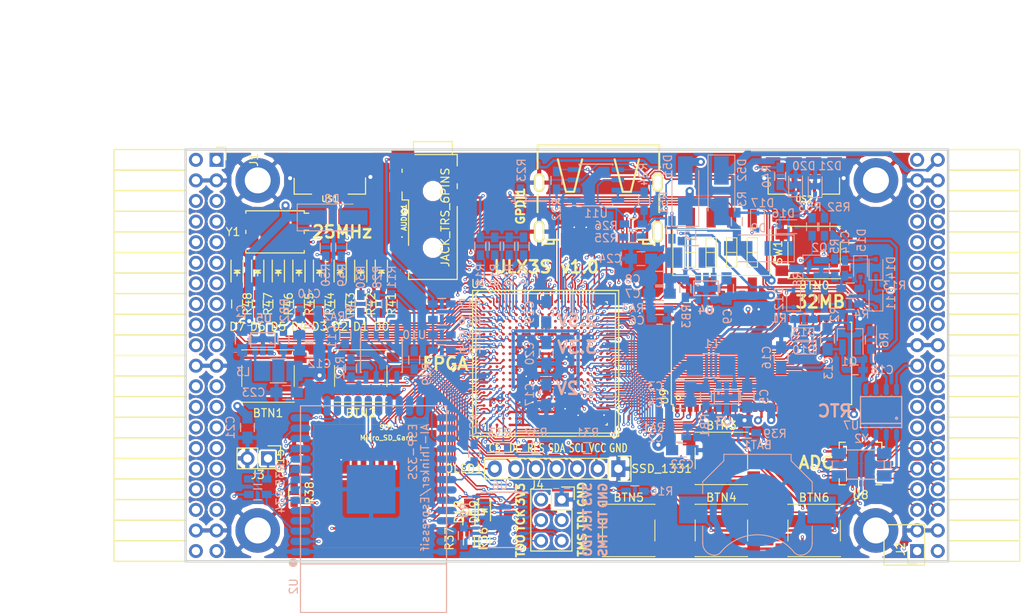
<source format=kicad_pcb>
(kicad_pcb (version 4) (host pcbnew 4.0.7+dfsg1-1)
  (layers (0 F.Cu signal) (1 In1.Cu signal) (2 In2.Cu signal) (31 B.Cu signal) (34 B.Paste user) (35 F.Paste user) (36 B.SilkS user) (37 F.SilkS user) (38 B.Mask user) (39 F.Mask user) (44 Edge.Cuts user))
  (net 0 "")
  (net 1 GND)
  (net 2 +5V)
  (net 3 /gpio/IN5V)
  (net 4 /gpio/OUT5V)
  (net 5 +3V3)
  (net 6 "Net-(L1-Pad1)")
  (net 7 "Net-(L2-Pad1)")
  (net 8 +1V2)
  (net 9 BTN_D)
  (net 10 BTN_F1)
  (net 11 BTN_F2)
  (net 12 BTN_L)
  (net 13 BTN_R)
  (net 14 BTN_U)
  (net 15 /power/FB1)
  (net 16 +2V5)
  (net 17 "Net-(L3-Pad1)")
  (net 18 /power/PWREN)
  (net 19 /power/FB3)
  (net 20 /power/FB2)
  (net 21 "Net-(D9-Pad1)")
  (net 22 /power/VBAT)
  (net 23 JTAG_TDI)
  (net 24 JTAG_TCK)
  (net 25 JTAG_TMS)
  (net 26 JTAG_TDO)
  (net 27 /power/WAKEUPn)
  (net 28 /power/WKUP)
  (net 29 /power/SHUT)
  (net 30 /power/WAKE)
  (net 31 /power/HOLD)
  (net 32 /power/WKn)
  (net 33 /power/OSCI_32k)
  (net 34 /power/OSCO_32k)
  (net 35 "Net-(Q2-Pad3)")
  (net 36 SHUTDOWN)
  (net 37 /analog/AUDIO_L)
  (net 38 /analog/AUDIO_R)
  (net 39 GPDI_5V_SCL)
  (net 40 GPDI_5V_SDA)
  (net 41 GPDI_SDA)
  (net 42 GPDI_SCL)
  (net 43 /gpdi/VREF2)
  (net 44 SD_CMD)
  (net 45 SD_CLK)
  (net 46 SD_D0)
  (net 47 SD_D1)
  (net 48 USB5V)
  (net 49 GPDI_CEC)
  (net 50 nRESET)
  (net 51 FTDI_nDTR)
  (net 52 SDRAM_CKE)
  (net 53 SDRAM_A7)
  (net 54 SDRAM_D15)
  (net 55 SDRAM_BA1)
  (net 56 SDRAM_D7)
  (net 57 SDRAM_A6)
  (net 58 SDRAM_CLK)
  (net 59 SDRAM_D13)
  (net 60 SDRAM_BA0)
  (net 61 SDRAM_D6)
  (net 62 SDRAM_A5)
  (net 63 SDRAM_D14)
  (net 64 SDRAM_A11)
  (net 65 SDRAM_D12)
  (net 66 SDRAM_D5)
  (net 67 SDRAM_A4)
  (net 68 SDRAM_A10)
  (net 69 SDRAM_D11)
  (net 70 SDRAM_A3)
  (net 71 SDRAM_D4)
  (net 72 SDRAM_D10)
  (net 73 SDRAM_D9)
  (net 74 SDRAM_A9)
  (net 75 SDRAM_D3)
  (net 76 SDRAM_D8)
  (net 77 SDRAM_A8)
  (net 78 SDRAM_A2)
  (net 79 SDRAM_A1)
  (net 80 SDRAM_A0)
  (net 81 SDRAM_D2)
  (net 82 SDRAM_D1)
  (net 83 SDRAM_D0)
  (net 84 SDRAM_DQM0)
  (net 85 SDRAM_nCS)
  (net 86 SDRAM_nRAS)
  (net 87 SDRAM_DQM1)
  (net 88 SDRAM_nCAS)
  (net 89 SDRAM_nWE)
  (net 90 /flash/FLASH_nWP)
  (net 91 /flash/FLASH_nHOLD)
  (net 92 /flash/FLASH_MOSI)
  (net 93 /flash/FLASH_MISO)
  (net 94 /flash/FLASH_SCK)
  (net 95 /flash/FLASH_nCS)
  (net 96 /flash/FPGA_PROGRAMN)
  (net 97 /flash/FPGA_DONE)
  (net 98 /flash/FPGA_INITN)
  (net 99 OLED_RES)
  (net 100 OLED_DC)
  (net 101 OLED_CS)
  (net 102 WIFI_EN)
  (net 103 FTDI_nRTS)
  (net 104 FTDI_TXD)
  (net 105 FTDI_RXD)
  (net 106 WIFI_RXD)
  (net 107 WIFI_GPIO0)
  (net 108 WIFI_TXD)
  (net 109 GPDI_ETH-)
  (net 110 GPDI_ETH+)
  (net 111 GPDI_D2+)
  (net 112 GPDI_D2-)
  (net 113 GPDI_D1+)
  (net 114 GPDI_D1-)
  (net 115 GPDI_D0+)
  (net 116 GPDI_D0-)
  (net 117 GPDI_CLK+)
  (net 118 GPDI_CLK-)
  (net 119 USB_FTDI_D+)
  (net 120 USB_FTDI_D-)
  (net 121 J1_17-)
  (net 122 J1_17+)
  (net 123 J1_23-)
  (net 124 J1_23+)
  (net 125 J1_25-)
  (net 126 J1_25+)
  (net 127 J1_27-)
  (net 128 J1_27+)
  (net 129 J1_29-)
  (net 130 J1_29+)
  (net 131 J1_31-)
  (net 132 J1_31+)
  (net 133 J1_33-)
  (net 134 J1_33+)
  (net 135 J1_35-)
  (net 136 J1_35+)
  (net 137 J2_5-)
  (net 138 J2_5+)
  (net 139 J2_7-)
  (net 140 J2_7+)
  (net 141 J2_9-)
  (net 142 J2_9+)
  (net 143 J2_13-)
  (net 144 J2_13+)
  (net 145 J2_17-)
  (net 146 J2_17+)
  (net 147 J2_11-)
  (net 148 J2_11+)
  (net 149 J2_23-)
  (net 150 J2_23+)
  (net 151 J1_5-)
  (net 152 J1_5+)
  (net 153 J1_7-)
  (net 154 J1_7+)
  (net 155 J1_9-)
  (net 156 J1_9+)
  (net 157 J1_11-)
  (net 158 J1_11+)
  (net 159 J1_13-)
  (net 160 J1_13+)
  (net 161 J1_15-)
  (net 162 J1_15+)
  (net 163 J2_15-)
  (net 164 J2_15+)
  (net 165 J2_25-)
  (net 166 J2_25+)
  (net 167 J2_27-)
  (net 168 J2_27+)
  (net 169 J2_29-)
  (net 170 J2_29+)
  (net 171 J2_31-)
  (net 172 J2_31+)
  (net 173 J2_33-)
  (net 174 J2_33+)
  (net 175 J2_35-)
  (net 176 J2_35+)
  (net 177 SD_D3)
  (net 178 AUDIO_L3)
  (net 179 AUDIO_L2)
  (net 180 AUDIO_L1)
  (net 181 AUDIO_L0)
  (net 182 AUDIO_R3)
  (net 183 AUDIO_R2)
  (net 184 AUDIO_R1)
  (net 185 AUDIO_R0)
  (net 186 OLED_CLK)
  (net 187 OLED_MOSI)
  (net 188 LED0)
  (net 189 LED1)
  (net 190 LED2)
  (net 191 LED3)
  (net 192 LED4)
  (net 193 LED5)
  (net 194 LED6)
  (net 195 LED7)
  (net 196 BTN_PWRn)
  (net 197 "Net-(J3-Pad1)")
  (net 198 FTDI_nTXLED)
  (net 199 FTDI_nSLEEP)
  (net 200 /blinkey/LED_PWREN)
  (net 201 /blinkey/LED_TXLED)
  (net 202 FT3V3)
  (net 203 /sdcard/SD3V3)
  (net 204 SD_D2)
  (net 205 CLK_25MHz)
  (net 206 /blinkey/BTNPUL)
  (net 207 /blinkey/BTNPUR)
  (net 208 USB_FPGA_D+)
  (net 209 /power/FTDI_nSUSPEND)
  (net 210 /blinkey/ALED0)
  (net 211 /blinkey/ALED1)
  (net 212 /blinkey/ALED2)
  (net 213 /blinkey/ALED3)
  (net 214 /blinkey/ALED4)
  (net 215 /blinkey/ALED5)
  (net 216 /blinkey/ALED6)
  (net 217 /blinkey/ALED7)
  (net 218 /usb/FTD-)
  (net 219 /usb/FTD+)
  (net 220 ADC_MISO)
  (net 221 ADC_MOSI)
  (net 222 ADC_CSn)
  (net 223 ADC_SCLK)
  (net 224 "Net-(R51-Pad2)")
  (net 225 SW3)
  (net 226 SW2)
  (net 227 SW1)
  (net 228 SW0)
  (net 229 USB_FPGA_D-)
  (net 230 /usb/FPD+)
  (net 231 /usb/FPD-)
  (net 232 WIFI_GPIO16)
  (net 233 WIFI_GPIO15)
  (net 234 /usb/ANT_433MHz)
  (net 235 /power/PWRBTn)
  (module Diodes_SMD:D_SMA_Handsoldering (layer B.Cu) (at 155.695 66.5 90)
    (fp_text reference D51 (at 3.048 -2.159 90) (layer B.SilkS) (effects (justify mirror)))
    (fp_text value STPS2L30AF)
    (pad 1 smd rect (at -2.5 0 90) (size 3.5 1.8) (layers B.Cu B.Paste B.Mask) (net 2 +5V))
    (pad 2 smd rect (at 2.5 0 90) (size 3.5 1.8) (layers B.Cu B.Paste B.Mask) (net 3 /gpio/IN5V))
  )
  (module Resistors_SMD:R_0603_HandSoldering (layer B.Cu) (at 154.044 71.326 90)
    (fp_text reference R51 (at 3.302 -1.016 90) (layer B.SilkS) (effects (justify mirror)))
    (fp_text value 220)
    (pad 1 smd rect (at -1.1 0 90) (size 1.2 0.9) (layers B.Cu B.Paste B.Mask) (net 5 +3V3))
    (pad 2 smd rect (at 1.1 0 90) (size 1.2 0.9) (layers B.Cu B.Paste B.Mask) (net 224 "Net-(R51-Pad2)"))
  )
  (module micro-sd:MicroSD_TF02D (layer F.Cu) (at 116.87 110.52 180)
    (fp_text reference SD1 (at -1.995 14.81 180) (layer F.SilkS) (effects (font (size 0.59944 0.59944) (thickness 0.12446))))
    (fp_text value Micro_SD_Card (at -1.995 13.54 180) (layer F.SilkS) (effects (font (size 0.59944 0.59944) (thickness 0.12446))))
    (pad 1 smd rect (at 1.94 11 180) (size 0.7 1.8) (layers F.Cu F.Paste F.Mask) (net 204 SD_D2))
    (pad 2 smd rect (at 0.84 11 180) (size 0.7 1.8) (layers F.Cu F.Paste F.Mask) (net 177 SD_D3))
    (pad 3 smd rect (at -0.26 11 180) (size 0.7 1.8) (layers F.Cu F.Paste F.Mask) (net 44 SD_CMD))
    (pad 4 smd rect (at -1.36 11 180) (size 0.7 1.8) (layers F.Cu F.Paste F.Mask) (net 203 /sdcard/SD3V3))
    (pad 5 smd rect (at -2.46 11 180) (size 0.7 1.8) (layers F.Cu F.Paste F.Mask) (net 45 SD_CLK))
    (pad 6 smd rect (at -3.56 11 180) (size 0.7 1.8) (layers F.Cu F.Paste F.Mask) (net 1 GND))
    (pad 7 smd rect (at -4.66 11 180) (size 0.7 1.8) (layers F.Cu F.Paste F.Mask) (net 46 SD_D0))
    (pad 8 smd rect (at -5.76 11 180) (size 0.7 1.8) (layers F.Cu F.Paste F.Mask) (net 47 SD_D1))
    (pad S smd rect (at -5.05 0.4 180) (size 1.6 1.4) (layers F.Cu F.Paste F.Mask))
    (pad S smd rect (at 0.75 0.4 180) (size 1.8 1.4) (layers F.Cu F.Paste F.Mask))
    (pad G smd rect (at -7.45 13.55 180) (size 1.4 1.9) (layers F.Cu F.Paste F.Mask))
    (pad G smd rect (at 6.6 14.55 180) (size 1.4 1.9) (layers F.Cu F.Paste F.Mask))
  )
  (module Resistors_SMD:R_1210_HandSoldering (layer B.Cu) (at 158.87 88.09 180)
    (fp_text reference L1 (at 0 2.7 180) (layer B.SilkS) (effects (justify mirror)))
    (fp_text value 2.2uH)
    (pad 1 smd rect (at -2 0 180) (size 2 2.5) (layers B.Cu B.Paste B.Mask) (net 6 "Net-(L1-Pad1)"))
    (pad 2 smd rect (at 2 0 180) (size 2 2.5) (layers B.Cu B.Paste B.Mask) (net 8 +1V2))
  )
  (module TSOT-25:TSOT-25 (layer B.Cu) (at 160.775 91.9)
    (fp_text reference U3 (at -0.381 3.048) (layer B.SilkS) (effects (font (thickness 0.2)) (justify mirror)))
    (fp_text value AP3429A)
    (pad 1 smd rect (at -0.95 -1.3) (size 0.7 1.2) (layers B.Cu B.Paste B.Mask) (net 18 /power/PWREN))
    (pad 2 smd rect (at 0 -1.3) (size 0.7 1.2) (layers B.Cu B.Paste B.Mask) (net 1 GND))
    (pad 3 smd rect (at 0.95 -1.3) (size 0.7 1.2) (layers B.Cu B.Paste B.Mask) (net 6 "Net-(L1-Pad1)"))
    (pad 4 smd rect (at 0.95 1.3) (size 0.7 1.2) (layers B.Cu B.Paste B.Mask) (net 2 +5V))
    (pad 5 smd rect (at -0.95 1.3) (size 0.7 1.2) (layers B.Cu B.Paste B.Mask) (net 15 /power/FB1))
  )
  (module Resistors_SMD:R_1210_HandSoldering (layer B.Cu) (at 156.33 74.755 180)
    (fp_text reference L2 (at 0 2.7 180) (layer B.SilkS) (effects (justify mirror)))
    (fp_text value 2.2uH)
    (pad 1 smd rect (at -2 0 180) (size 2 2.5) (layers B.Cu B.Paste B.Mask) (net 7 "Net-(L2-Pad1)"))
    (pad 2 smd rect (at 2 0 180) (size 2 2.5) (layers B.Cu B.Paste B.Mask) (net 5 +3V3))
  )
  (module TSOT-25:TSOT-25 (layer B.Cu) (at 158.235 78.535)
    (fp_text reference U4 (at 0 2.697) (layer B.SilkS) (effects (font (thickness 0.2)) (justify mirror)))
    (fp_text value AP3429A)
    (pad 1 smd rect (at -0.95 -1.3) (size 0.7 1.2) (layers B.Cu B.Paste B.Mask) (net 18 /power/PWREN))
    (pad 2 smd rect (at 0 -1.3) (size 0.7 1.2) (layers B.Cu B.Paste B.Mask) (net 1 GND))
    (pad 3 smd rect (at 0.95 -1.3) (size 0.7 1.2) (layers B.Cu B.Paste B.Mask) (net 7 "Net-(L2-Pad1)"))
    (pad 4 smd rect (at 0.95 1.3) (size 0.7 1.2) (layers B.Cu B.Paste B.Mask) (net 2 +5V))
    (pad 5 smd rect (at -0.95 1.3) (size 0.7 1.2) (layers B.Cu B.Paste B.Mask) (net 19 /power/FB3))
  )
  (module LEDs:LED_0805 (layer F.Cu) (at 118.23 76.66 270)
    (fp_text reference D0 (at 6.604 0 360) (layer F.SilkS))
    (fp_text value LED hide)
    (pad 2 smd rect (at 1.04902 0 90) (size 1.19888 1.19888) (layers F.Cu F.Paste F.Mask) (net 210 /blinkey/ALED0))
    (pad 1 smd rect (at -1.04902 0 90) (size 1.19888 1.19888) (layers F.Cu F.Paste F.Mask) (net 1 GND))
  )
  (module LEDs:LED_0805 (layer F.Cu) (at 115.69 76.66 270)
    (fp_text reference D1 (at 6.604 0 360) (layer F.SilkS))
    (fp_text value LED hide)
    (pad 2 smd rect (at 1.04902 0 90) (size 1.19888 1.19888) (layers F.Cu F.Paste F.Mask) (net 211 /blinkey/ALED1))
    (pad 1 smd rect (at -1.04902 0 90) (size 1.19888 1.19888) (layers F.Cu F.Paste F.Mask) (net 1 GND))
  )
  (module LEDs:LED_0805 (layer F.Cu) (at 113.15 76.66 270)
    (fp_text reference D2 (at 6.604 0 360) (layer F.SilkS))
    (fp_text value LED hide)
    (pad 2 smd rect (at 1.04902 0 90) (size 1.19888 1.19888) (layers F.Cu F.Paste F.Mask) (net 212 /blinkey/ALED2))
    (pad 1 smd rect (at -1.04902 0 90) (size 1.19888 1.19888) (layers F.Cu F.Paste F.Mask) (net 1 GND))
  )
  (module LEDs:LED_0805 (layer F.Cu) (at 110.61 76.66 270)
    (fp_text reference D3 (at 6.604 0 360) (layer F.SilkS))
    (fp_text value LED hide)
    (pad 2 smd rect (at 1.04902 0 90) (size 1.19888 1.19888) (layers F.Cu F.Paste F.Mask) (net 213 /blinkey/ALED3))
    (pad 1 smd rect (at -1.04902 0 90) (size 1.19888 1.19888) (layers F.Cu F.Paste F.Mask) (net 1 GND))
  )
  (module LEDs:LED_0805 (layer F.Cu) (at 108.07 76.66 270)
    (fp_text reference D4 (at 6.604 0 360) (layer F.SilkS))
    (fp_text value LED hide)
    (pad 2 smd rect (at 1.04902 0 90) (size 1.19888 1.19888) (layers F.Cu F.Paste F.Mask) (net 214 /blinkey/ALED4))
    (pad 1 smd rect (at -1.04902 0 90) (size 1.19888 1.19888) (layers F.Cu F.Paste F.Mask) (net 1 GND))
  )
  (module LEDs:LED_0805 (layer F.Cu) (at 105.53 76.66 270)
    (fp_text reference D5 (at 6.604 0 360) (layer F.SilkS))
    (fp_text value LED hide)
    (pad 2 smd rect (at 1.04902 0 90) (size 1.19888 1.19888) (layers F.Cu F.Paste F.Mask) (net 215 /blinkey/ALED5))
    (pad 1 smd rect (at -1.04902 0 90) (size 1.19888 1.19888) (layers F.Cu F.Paste F.Mask) (net 1 GND))
  )
  (module LEDs:LED_0805 (layer F.Cu) (at 102.99 76.66 270)
    (fp_text reference D6 (at 6.604 0 360) (layer F.SilkS))
    (fp_text value LED hide)
    (pad 2 smd rect (at 1.04902 0 90) (size 1.19888 1.19888) (layers F.Cu F.Paste F.Mask) (net 216 /blinkey/ALED6))
    (pad 1 smd rect (at -1.04902 0 90) (size 1.19888 1.19888) (layers F.Cu F.Paste F.Mask) (net 1 GND))
  )
  (module LEDs:LED_0805 (layer F.Cu) (at 100.45 76.66 270)
    (fp_text reference D7 (at 6.604 0 360) (layer F.SilkS))
    (fp_text value LED hide)
    (pad 2 smd rect (at 1.04902 0 90) (size 1.19888 1.19888) (layers F.Cu F.Paste F.Mask) (net 217 /blinkey/ALED7))
    (pad 1 smd rect (at -1.04902 0 90) (size 1.19888 1.19888) (layers F.Cu F.Paste F.Mask) (net 1 GND))
  )
  (module Resistors_SMD:R_1210_HandSoldering (layer B.Cu) (at 105.53 88.725)
    (fp_text reference L3 (at -4.318 0.127) (layer B.SilkS) (effects (justify mirror)))
    (fp_text value 2.2uH)
    (pad 1 smd rect (at -2 0) (size 2 2.5) (layers B.Cu B.Paste B.Mask) (net 17 "Net-(L3-Pad1)"))
    (pad 2 smd rect (at 2 0) (size 2 2.5) (layers B.Cu B.Paste B.Mask) (net 16 +2V5))
  )
  (module TSOT-25:TSOT-25 (layer B.Cu) (at 103.625 84.915 180)
    (fp_text reference U5 (at -0.127 2.667 180) (layer B.SilkS) (effects (font (thickness 0.2)) (justify mirror)))
    (fp_text value AP3429A)
    (pad 1 smd rect (at -0.95 -1.3 180) (size 0.7 1.2) (layers B.Cu B.Paste B.Mask) (net 18 /power/PWREN))
    (pad 2 smd rect (at 0 -1.3 180) (size 0.7 1.2) (layers B.Cu B.Paste B.Mask) (net 1 GND))
    (pad 3 smd rect (at 0.95 -1.3 180) (size 0.7 1.2) (layers B.Cu B.Paste B.Mask) (net 17 "Net-(L3-Pad1)"))
    (pad 4 smd rect (at 0.95 1.3 180) (size 0.7 1.2) (layers B.Cu B.Paste B.Mask) (net 2 +5V))
    (pad 5 smd rect (at -0.95 1.3 180) (size 0.7 1.2) (layers B.Cu B.Paste B.Mask) (net 20 /power/FB2))
  )
  (module Capacitors_SMD:C_0805_HandSoldering (layer B.Cu) (at 101.085 84.915 270)
    (fp_text reference C1 (at -3.429 0.127 270) (layer B.SilkS) (effects (justify mirror)))
    (fp_text value 22uF)
    (pad 1 smd rect (at -1.25 0 270) (size 1.5 1.25) (layers B.Cu B.Paste B.Mask) (net 2 +5V))
    (pad 2 smd rect (at 1.25 0 270) (size 1.5 1.25) (layers B.Cu B.Paste B.Mask) (net 1 GND))
  )
  (module Capacitors_SMD:C_0805_HandSoldering (layer B.Cu) (at 155.06 90.63)
    (fp_text reference C3 (at -3.048 0) (layer B.SilkS) (effects (justify mirror)))
    (fp_text value 22uF)
    (pad 1 smd rect (at -1.25 0) (size 1.5 1.25) (layers B.Cu B.Paste B.Mask) (net 8 +1V2))
    (pad 2 smd rect (at 1.25 0) (size 1.5 1.25) (layers B.Cu B.Paste B.Mask) (net 1 GND))
  )
  (module Capacitors_SMD:C_0805_HandSoldering (layer B.Cu) (at 155.06 92.535)
    (fp_text reference C4 (at -3.048 0.127) (layer B.SilkS) (effects (justify mirror)))
    (fp_text value 22uF)
    (pad 1 smd rect (at -1.25 0) (size 1.5 1.25) (layers B.Cu B.Paste B.Mask) (net 8 +1V2))
    (pad 2 smd rect (at 1.25 0) (size 1.5 1.25) (layers B.Cu B.Paste B.Mask) (net 1 GND))
  )
  (module Capacitors_SMD:C_0805_HandSoldering (layer B.Cu) (at 163.315 91.9 90)
    (fp_text reference C5 (at 0 2.1 90) (layer B.SilkS) (effects (justify mirror)))
    (fp_text value 22uF)
    (pad 1 smd rect (at -1.25 0 90) (size 1.5 1.25) (layers B.Cu B.Paste B.Mask) (net 2 +5V))
    (pad 2 smd rect (at 1.25 0 90) (size 1.5 1.25) (layers B.Cu B.Paste B.Mask) (net 1 GND))
  )
  (module Capacitors_SMD:C_0805_HandSoldering (layer B.Cu) (at 152.52 79.2)
    (fp_text reference C7 (at -3.302 0) (layer B.SilkS) (effects (justify mirror)))
    (fp_text value 22uF)
    (pad 1 smd rect (at -1.25 0) (size 1.5 1.25) (layers B.Cu B.Paste B.Mask) (net 5 +3V3))
    (pad 2 smd rect (at 1.25 0) (size 1.5 1.25) (layers B.Cu B.Paste B.Mask) (net 1 GND))
  )
  (module Capacitors_SMD:C_0805_HandSoldering (layer B.Cu) (at 152.52 77.295)
    (fp_text reference C8 (at -3.302 0.127) (layer B.SilkS) (effects (justify mirror)))
    (fp_text value 22uF)
    (pad 1 smd rect (at -1.25 0) (size 1.5 1.25) (layers B.Cu B.Paste B.Mask) (net 5 +3V3))
    (pad 2 smd rect (at 1.25 0) (size 1.5 1.25) (layers B.Cu B.Paste B.Mask) (net 1 GND))
  )
  (module Capacitors_SMD:C_0805_HandSoldering (layer B.Cu) (at 160.775 78.565 90)
    (fp_text reference C9 (at -3.429 0.127 90) (layer B.SilkS) (effects (justify mirror)))
    (fp_text value 22uF)
    (pad 1 smd rect (at -1.25 0 90) (size 1.5 1.25) (layers B.Cu B.Paste B.Mask) (net 2 +5V))
    (pad 2 smd rect (at 1.25 0 90) (size 1.5 1.25) (layers B.Cu B.Paste B.Mask) (net 1 GND))
  )
  (module Capacitors_SMD:C_0805_HandSoldering (layer B.Cu) (at 109.34 84.28 180)
    (fp_text reference C11 (at -2.794 -0.254 270) (layer B.SilkS) (effects (justify mirror)))
    (fp_text value 22uF)
    (pad 1 smd rect (at -1.25 0 180) (size 1.5 1.25) (layers B.Cu B.Paste B.Mask) (net 16 +2V5))
    (pad 2 smd rect (at 1.25 0 180) (size 1.5 1.25) (layers B.Cu B.Paste B.Mask) (net 1 GND))
  )
  (module Capacitors_SMD:C_0805_HandSoldering (layer B.Cu) (at 109.34 86.185 180)
    (fp_text reference C12 (at -1.27 -1.651 360) (layer B.SilkS) (effects (justify mirror)))
    (fp_text value 22uF)
    (pad 1 smd rect (at -1.25 0 180) (size 1.5 1.25) (layers B.Cu B.Paste B.Mask) (net 16 +2V5))
    (pad 2 smd rect (at 1.25 0 180) (size 1.5 1.25) (layers B.Cu B.Paste B.Mask) (net 1 GND))
  )
  (module Power_Integrations:SO-8 (layer B.Cu) (at 179.825 93.805 180)
    (fp_text reference U7 (at 3.683 -1.651 180) (layer B.SilkS) (effects (justify mirror)))
    (fp_text value PCF8523)
    (pad 1 smd oval (at -1.905 -2.794 180) (size 0.6096 1.4732) (layers B.Cu B.Paste B.Mask) (net 33 /power/OSCI_32k))
    (pad 2 smd oval (at -0.635 -2.794 180) (size 0.6096 1.4732) (layers B.Cu B.Paste B.Mask) (net 34 /power/OSCO_32k))
    (pad 3 smd oval (at 0.635 -2.794 180) (size 0.6096 1.4732) (layers B.Cu B.Paste B.Mask) (net 22 /power/VBAT))
    (pad 4 smd oval (at 1.905 -2.794 180) (size 0.6096 1.4732) (layers B.Cu B.Paste B.Mask) (net 1 GND))
    (pad 5 smd oval (at 1.905 2.794 180) (size 0.6096 1.4732) (layers B.Cu B.Paste B.Mask) (net 41 GPDI_SDA))
    (pad 6 smd oval (at 0.635 2.794 180) (size 0.6096 1.4732) (layers B.Cu B.Paste B.Mask) (net 42 GPDI_SCL))
    (pad 7 smd oval (at -0.635 2.794 180) (size 0.6096 1.4732) (layers B.Cu B.Paste B.Mask) (net 27 /power/WAKEUPn))
    (pad 8 smd oval (at -1.905 2.794 180) (size 0.6096 1.4732) (layers B.Cu B.Paste B.Mask) (net 5 +3V3))
  )
  (module Capacitors_SMD:C_0805_HandSoldering (layer B.Cu) (at 173.221 84.788 90)
    (fp_text reference C13 (at -3.556 0.127 90) (layer B.SilkS) (effects (justify mirror)))
    (fp_text value 2.2uF)
    (pad 1 smd rect (at -1.25 0 90) (size 1.5 1.25) (layers B.Cu B.Paste B.Mask) (net 2 +5V))
    (pad 2 smd rect (at 1.25 0 90) (size 1.5 1.25) (layers B.Cu B.Paste B.Mask) (net 28 /power/WKUP))
  )
  (module TSOP54:TSOP54 (layer F.Cu) (at 165.08 87.8 90)
    (fp_text reference U9 (at -4.1 -12 90) (layer F.SilkS))
    (fp_text value MT48LC16M16A2TG)
    (pad 28 smd rect (at 5.53 10.4 90) (size 0.9 0.56) (layers F.Cu F.Paste F.Mask) (net 1 GND))
    (pad 1 smd rect (at -5.53 -10.4 90) (size 0.9 0.56) (layers F.Cu F.Paste F.Mask) (net 5 +3V3))
    (pad 2 smd rect (at -5.53 -9.6 90) (size 0.9 0.56) (layers F.Cu F.Paste F.Mask) (net 83 SDRAM_D0))
    (pad 3 smd rect (at -5.53 -8.8 90) (size 0.9 0.56) (layers F.Cu F.Paste F.Mask) (net 5 +3V3))
    (pad 4 smd rect (at -5.53 -8 90) (size 0.9 0.56) (layers F.Cu F.Paste F.Mask) (net 82 SDRAM_D1))
    (pad 5 smd rect (at -5.53 -7.2 90) (size 0.9 0.56) (layers F.Cu F.Paste F.Mask) (net 81 SDRAM_D2))
    (pad 6 smd rect (at -5.53 -6.4 90) (size 0.9 0.56) (layers F.Cu F.Paste F.Mask) (net 1 GND))
    (pad 7 smd rect (at -5.53 -5.6 90) (size 0.9 0.56) (layers F.Cu F.Paste F.Mask) (net 75 SDRAM_D3))
    (pad 8 smd rect (at -5.53 -4.8 90) (size 0.9 0.56) (layers F.Cu F.Paste F.Mask) (net 71 SDRAM_D4))
    (pad 9 smd rect (at -5.53 -4 90) (size 0.9 0.56) (layers F.Cu F.Paste F.Mask) (net 5 +3V3))
    (pad 10 smd rect (at -5.53 -3.2 90) (size 0.9 0.56) (layers F.Cu F.Paste F.Mask) (net 66 SDRAM_D5))
    (pad 11 smd rect (at -5.53 -2.4 90) (size 0.9 0.56) (layers F.Cu F.Paste F.Mask) (net 61 SDRAM_D6))
    (pad 12 smd rect (at -5.53 -1.6 90) (size 0.9 0.56) (layers F.Cu F.Paste F.Mask) (net 1 GND))
    (pad 13 smd rect (at -5.53 -0.8 90) (size 0.9 0.56) (layers F.Cu F.Paste F.Mask) (net 56 SDRAM_D7))
    (pad 14 smd rect (at -5.53 0 90) (size 0.9 0.56) (layers F.Cu F.Paste F.Mask) (net 5 +3V3))
    (pad 15 smd rect (at -5.53 0.8 90) (size 0.9 0.56) (layers F.Cu F.Paste F.Mask) (net 84 SDRAM_DQM0))
    (pad 16 smd rect (at -5.53 1.6 90) (size 0.9 0.56) (layers F.Cu F.Paste F.Mask) (net 89 SDRAM_nWE))
    (pad 17 smd rect (at -5.53 2.4 90) (size 0.9 0.56) (layers F.Cu F.Paste F.Mask) (net 88 SDRAM_nCAS))
    (pad 18 smd rect (at -5.53 3.2 90) (size 0.9 0.56) (layers F.Cu F.Paste F.Mask) (net 86 SDRAM_nRAS))
    (pad 19 smd rect (at -5.53 4 90) (size 0.9 0.56) (layers F.Cu F.Paste F.Mask) (net 85 SDRAM_nCS))
    (pad 20 smd rect (at -5.53 4.8 90) (size 0.9 0.56) (layers F.Cu F.Paste F.Mask) (net 60 SDRAM_BA0))
    (pad 21 smd rect (at -5.53 5.6 90) (size 0.9 0.56) (layers F.Cu F.Paste F.Mask) (net 55 SDRAM_BA1))
    (pad 22 smd rect (at -5.53 6.4 90) (size 0.9 0.56) (layers F.Cu F.Paste F.Mask) (net 68 SDRAM_A10))
    (pad 23 smd rect (at -5.53 7.2 90) (size 0.9 0.56) (layers F.Cu F.Paste F.Mask) (net 80 SDRAM_A0))
    (pad 24 smd rect (at -5.53 8 90) (size 0.9 0.56) (layers F.Cu F.Paste F.Mask) (net 79 SDRAM_A1))
    (pad 25 smd rect (at -5.53 8.8 90) (size 0.9 0.56) (layers F.Cu F.Paste F.Mask) (net 78 SDRAM_A2))
    (pad 26 smd rect (at -5.53 9.6 90) (size 0.9 0.56) (layers F.Cu F.Paste F.Mask) (net 70 SDRAM_A3))
    (pad 27 smd rect (at -5.53 10.4 90) (size 0.9 0.56) (layers F.Cu F.Paste F.Mask) (net 5 +3V3))
    (pad 29 smd rect (at 5.53 9.6 90) (size 0.9 0.56) (layers F.Cu F.Paste F.Mask) (net 67 SDRAM_A4))
    (pad 30 smd rect (at 5.53 8.8 90) (size 0.9 0.56) (layers F.Cu F.Paste F.Mask) (net 62 SDRAM_A5))
    (pad 31 smd rect (at 5.53 8 90) (size 0.9 0.56) (layers F.Cu F.Paste F.Mask) (net 57 SDRAM_A6))
    (pad 32 smd rect (at 5.53 7.2 90) (size 0.9 0.56) (layers F.Cu F.Paste F.Mask) (net 53 SDRAM_A7))
    (pad 33 smd rect (at 5.53 6.4 90) (size 0.9 0.56) (layers F.Cu F.Paste F.Mask) (net 77 SDRAM_A8))
    (pad 34 smd rect (at 5.53 5.6 90) (size 0.9 0.56) (layers F.Cu F.Paste F.Mask) (net 74 SDRAM_A9))
    (pad 35 smd rect (at 5.53 4.8 90) (size 0.9 0.56) (layers F.Cu F.Paste F.Mask) (net 64 SDRAM_A11))
    (pad 36 smd rect (at 5.53 4 90) (size 0.9 0.56) (layers F.Cu F.Paste F.Mask))
    (pad 37 smd rect (at 5.53 3.2 90) (size 0.9 0.56) (layers F.Cu F.Paste F.Mask) (net 52 SDRAM_CKE))
    (pad 38 smd rect (at 5.53 2.4 90) (size 0.9 0.56) (layers F.Cu F.Paste F.Mask) (net 58 SDRAM_CLK))
    (pad 39 smd rect (at 5.53 1.6 90) (size 0.9 0.56) (layers F.Cu F.Paste F.Mask) (net 87 SDRAM_DQM1))
    (pad 40 smd rect (at 5.53 0.8 90) (size 0.9 0.56) (layers F.Cu F.Paste F.Mask))
    (pad 41 smd rect (at 5.53 0 90) (size 0.9 0.56) (layers F.Cu F.Paste F.Mask) (net 1 GND))
    (pad 42 smd rect (at 5.53 -0.8 90) (size 0.9 0.56) (layers F.Cu F.Paste F.Mask) (net 76 SDRAM_D8))
    (pad 43 smd rect (at 5.53 -1.6 90) (size 0.9 0.56) (layers F.Cu F.Paste F.Mask) (net 5 +3V3))
    (pad 44 smd rect (at 5.53 -2.4 90) (size 0.9 0.56) (layers F.Cu F.Paste F.Mask) (net 73 SDRAM_D9))
    (pad 45 smd rect (at 5.53 -3.2 90) (size 0.9 0.56) (layers F.Cu F.Paste F.Mask) (net 72 SDRAM_D10))
    (pad 46 smd rect (at 5.53 -4 90) (size 0.9 0.56) (layers F.Cu F.Paste F.Mask) (net 1 GND))
    (pad 47 smd rect (at 5.53 -4.8 90) (size 0.9 0.56) (layers F.Cu F.Paste F.Mask) (net 69 SDRAM_D11))
    (pad 48 smd rect (at 5.53 -5.6 90) (size 0.9 0.56) (layers F.Cu F.Paste F.Mask) (net 65 SDRAM_D12))
    (pad 49 smd rect (at 5.53 -6.4 90) (size 0.9 0.56) (layers F.Cu F.Paste F.Mask) (net 5 +3V3))
    (pad 50 smd rect (at 5.53 -7.2 90) (size 0.9 0.56) (layers F.Cu F.Paste F.Mask) (net 59 SDRAM_D13))
    (pad 51 smd rect (at 5.53 -8 90) (size 0.9 0.56) (layers F.Cu F.Paste F.Mask) (net 63 SDRAM_D14))
    (pad 52 smd rect (at 5.53 -8.8 90) (size 0.9 0.56) (layers F.Cu F.Paste F.Mask) (net 1 GND))
    (pad 53 smd rect (at 5.53 -9.6 90) (size 0.9 0.56) (layers F.Cu F.Paste F.Mask) (net 54 SDRAM_D15))
    (pad 54 smd rect (at 5.53 -10.4 90) (size 0.9 0.56) (layers F.Cu F.Paste F.Mask) (net 1 GND))
  )
  (module TO_SOT_Packages_SMD:SOT-23_Handsoldering (layer B.Cu) (at 176.015 84.28 90)
    (fp_text reference Q1 (at -3.302 -0.127 180) (layer B.SilkS) (effects (justify mirror)))
    (fp_text value BC857)
    (pad 1 smd rect (at -1.5 0.95 90) (size 1.9 0.8) (layers B.Cu B.Paste B.Mask) (net 32 /power/WKn))
    (pad 2 smd rect (at -1.5 -0.95 90) (size 1.9 0.8) (layers B.Cu B.Paste B.Mask) (net 2 +5V))
    (pad 3 smd rect (at 1.5 0 90) (size 1.9 0.8) (layers B.Cu B.Paste B.Mask) (net 28 /power/WKUP))
  )
  (module TO_SOT_Packages_SMD:SOT-23_Handsoldering (layer B.Cu) (at 170.935 76.025 180)
    (fp_text reference Q2 (at -1.295 2.5 180) (layer B.SilkS) (effects (justify mirror)))
    (fp_text value 2N7002)
    (pad 1 smd rect (at -1.5 0.95 180) (size 1.9 0.8) (layers B.Cu B.Paste B.Mask) (net 29 /power/SHUT))
    (pad 2 smd rect (at -1.5 -0.95 180) (size 1.9 0.8) (layers B.Cu B.Paste B.Mask) (net 1 GND))
    (pad 3 smd rect (at 1.5 0 180) (size 1.9 0.8) (layers B.Cu B.Paste B.Mask) (net 35 "Net-(Q2-Pad3)"))
  )
  (module Capacitors_SMD:C_0603_HandSoldering (layer B.Cu) (at 154.86 96.91)
    (fp_text reference C2 (at -2.848 0.07) (layer B.SilkS) (effects (justify mirror)))
    (fp_text value 470pF)
    (pad 1 smd rect (at -0.95 0) (size 1.2 0.75) (layers B.Cu B.Paste B.Mask) (net 8 +1V2))
    (pad 2 smd rect (at 0.95 0) (size 1.2 0.75) (layers B.Cu B.Paste B.Mask) (net 15 /power/FB1))
  )
  (module Capacitors_SMD:C_0603_HandSoldering (layer B.Cu) (at 152.52 82.375)
    (fp_text reference C6 (at -2.794 0.127) (layer B.SilkS) (effects (justify mirror)))
    (fp_text value 470pF)
    (pad 1 smd rect (at -0.95 0) (size 1.2 0.75) (layers B.Cu B.Paste B.Mask) (net 5 +3V3))
    (pad 2 smd rect (at 0.95 0) (size 1.2 0.75) (layers B.Cu B.Paste B.Mask) (net 19 /power/FB3))
  )
  (module Capacitors_SMD:C_0603_HandSoldering (layer B.Cu) (at 109.34 81.105 180)
    (fp_text reference C10 (at 0 1.9 180) (layer B.SilkS) (effects (justify mirror)))
    (fp_text value 470pF)
    (pad 1 smd rect (at -0.95 0 180) (size 1.2 0.75) (layers B.Cu B.Paste B.Mask) (net 16 +2V5))
    (pad 2 smd rect (at 0.95 0 180) (size 1.2 0.75) (layers B.Cu B.Paste B.Mask) (net 20 /power/FB2))
  )
  (module Capacitors_SMD:C_0603_HandSoldering (layer B.Cu) (at 175.38 76.025 270)
    (fp_text reference C14 (at -3.175 0 270) (layer B.SilkS) (effects (justify mirror)))
    (fp_text value 100nF)
    (pad 1 smd rect (at -0.95 0 270) (size 1.2 0.75) (layers B.Cu B.Paste B.Mask) (net 29 /power/SHUT))
    (pad 2 smd rect (at 0.95 0 270) (size 1.2 0.75) (layers B.Cu B.Paste B.Mask) (net 1 GND))
  )
  (module Resistors_SMD:R_0603_HandSoldering (layer B.Cu) (at 170.3 82.375)
    (fp_text reference R1 (at -3.048 -0.127) (layer B.SilkS) (effects (justify mirror)))
    (fp_text value 15k)
    (pad 1 smd rect (at -1.1 0) (size 1.2 0.9) (layers B.Cu B.Paste B.Mask) (net 30 /power/WAKE))
    (pad 2 smd rect (at 1.1 0) (size 1.2 0.9) (layers B.Cu B.Paste B.Mask) (net 18 /power/PWREN))
  )
  (module Resistors_SMD:R_0603_HandSoldering (layer B.Cu) (at 172.84 79.835 90)
    (fp_text reference R2 (at -1.905 1.27 90) (layer B.SilkS) (effects (justify mirror)))
    (fp_text value 47k)
    (pad 1 smd rect (at -1.1 0 90) (size 1.2 0.9) (layers B.Cu B.Paste B.Mask) (net 18 /power/PWREN))
    (pad 2 smd rect (at 1.1 0 90) (size 1.2 0.9) (layers B.Cu B.Paste B.Mask) (net 1 GND))
  )
  (module Resistors_SMD:R_0603_HandSoldering (layer B.Cu) (at 176.015 80.47 180)
    (fp_text reference R4 (at -1.397 -1.27 360) (layer B.SilkS) (effects (justify mirror)))
    (fp_text value 15k)
    (pad 1 smd rect (at -1.1 0 180) (size 1.2 0.9) (layers B.Cu B.Paste B.Mask) (net 31 /power/HOLD))
    (pad 2 smd rect (at 1.1 0 180) (size 1.2 0.9) (layers B.Cu B.Paste B.Mask) (net 18 /power/PWREN))
  )
  (module Resistors_SMD:R_0603_HandSoldering (layer B.Cu) (at 174.11 76.025 270)
    (fp_text reference R5 (at -2.667 0 270) (layer B.SilkS) (effects (justify mirror)))
    (fp_text value 4.7M)
    (pad 1 smd rect (at -1.1 0 270) (size 1.2 0.9) (layers B.Cu B.Paste B.Mask) (net 29 /power/SHUT))
    (pad 2 smd rect (at 1.1 0 270) (size 1.2 0.9) (layers B.Cu B.Paste B.Mask) (net 1 GND))
  )
  (module Resistors_SMD:R_0603_HandSoldering (layer B.Cu) (at 178.555 84.915 270)
    (fp_text reference R6 (at 0 -1.651 270) (layer B.SilkS) (effects (justify mirror)))
    (fp_text value 1k)
    (pad 1 smd rect (at -1.1 0 270) (size 1.2 0.9) (layers B.Cu B.Paste B.Mask) (net 32 /power/WKn))
    (pad 2 smd rect (at 1.1 0 270) (size 1.2 0.9) (layers B.Cu B.Paste B.Mask) (net 27 /power/WAKEUPn))
  )
  (module Resistors_SMD:R_0603_HandSoldering (layer B.Cu) (at 113.785 84.28 270)
    (fp_text reference R7 (at -2.794 -0.635 270) (layer B.SilkS) (effects (justify mirror)))
    (fp_text value 220)
    (pad 1 smd rect (at -1.1 0 270) (size 1.2 0.9) (layers B.Cu B.Paste B.Mask) (net 5 +3V3))
    (pad 2 smd rect (at 1.1 0 270) (size 1.2 0.9) (layers B.Cu B.Paste B.Mask) (net 206 /blinkey/BTNPUL))
  )
  (module Resistors_SMD:R_0603_HandSoldering (layer B.Cu) (at 170.935 79.835 90)
    (fp_text reference R8 (at 2.413 -1.397 90) (layer B.SilkS) (effects (justify mirror)))
    (fp_text value 1k)
    (pad 1 smd rect (at -1.1 0 90) (size 1.2 0.9) (layers B.Cu B.Paste B.Mask) (net 18 /power/PWREN))
    (pad 2 smd rect (at 1.1 0 90) (size 1.2 0.9) (layers B.Cu B.Paste B.Mask) (net 35 "Net-(Q2-Pad3)"))
  )
  (module Resistors_SMD:R_0603_HandSoldering (layer B.Cu) (at 128.39 109.045 270)
    (fp_text reference R9 (at -3.13 -0.126 270) (layer B.SilkS) (effects (justify mirror)))
    (fp_text value 15k)
    (pad 1 smd rect (at -1.1 0 270) (size 1.2 0.9) (layers B.Cu B.Paste B.Mask) (net 50 nRESET))
    (pad 2 smd rect (at 1.1 0 270) (size 1.2 0.9) (layers B.Cu B.Paste B.Mask) (net 202 FT3V3))
  )
  (module Resistors_SMD:R_0603_HandSoldering (layer B.Cu) (at 149.472 103.584 180)
    (fp_text reference R10 (at -3.302 0 180) (layer B.SilkS) (effects (justify mirror)))
    (fp_text value 220)
    (pad 1 smd rect (at -1.1 0 180) (size 1.2 0.9) (layers B.Cu B.Paste B.Mask) (net 209 /power/FTDI_nSUSPEND))
    (pad 2 smd rect (at 1.1 0 180) (size 1.2 0.9) (layers B.Cu B.Paste B.Mask) (net 199 FTDI_nSLEEP))
  )
  (module Resistors_SMD:R_0603_HandSoldering (layer B.Cu) (at 176.015 78.565 180)
    (fp_text reference R13 (at -5.461 0.381 180) (layer B.SilkS) (effects (justify mirror)))
    (fp_text value 15k)
    (pad 1 smd rect (at -1.1 0 180) (size 1.2 0.9) (layers B.Cu B.Paste B.Mask) (net 36 SHUTDOWN))
    (pad 2 smd rect (at 1.1 0 180) (size 1.2 0.9) (layers B.Cu B.Paste B.Mask) (net 1 GND))
  )
  (module Resistors_SMD:R_0603_HandSoldering (layer B.Cu) (at 154.86 95.64)
    (fp_text reference RA1 (at -3.102 0.07) (layer B.SilkS) (effects (justify mirror)))
    (fp_text value 15k)
    (pad 1 smd rect (at -1.1 0) (size 1.2 0.9) (layers B.Cu B.Paste B.Mask) (net 8 +1V2))
    (pad 2 smd rect (at 1.1 0) (size 1.2 0.9) (layers B.Cu B.Paste B.Mask) (net 15 /power/FB1))
  )
  (module Resistors_SMD:R_0603_HandSoldering (layer B.Cu) (at 109.34 82.375 180)
    (fp_text reference RA2 (at -3.048 0.381 360) (layer B.SilkS) (effects (justify mirror)))
    (fp_text value 15k)
    (pad 1 smd rect (at -1.1 0 180) (size 1.2 0.9) (layers B.Cu B.Paste B.Mask) (net 16 +2V5))
    (pad 2 smd rect (at 1.1 0 180) (size 1.2 0.9) (layers B.Cu B.Paste B.Mask) (net 20 /power/FB2))
  )
  (module Resistors_SMD:R_0603_HandSoldering (layer B.Cu) (at 152.52 81.105)
    (fp_text reference RA3 (at -3.302 -0.127) (layer B.SilkS) (effects (justify mirror)))
    (fp_text value 15k)
    (pad 1 smd rect (at -1.1 0) (size 1.2 0.9) (layers B.Cu B.Paste B.Mask) (net 5 +3V3))
    (pad 2 smd rect (at 1.1 0) (size 1.2 0.9) (layers B.Cu B.Paste B.Mask) (net 19 /power/FB3))
  )
  (module Resistors_SMD:R_0603_HandSoldering (layer B.Cu) (at 158.235 91.9 270)
    (fp_text reference RB1 (at 3.556 0.127 270) (layer B.SilkS) (effects (justify mirror)))
    (fp_text value 15k)
    (pad 1 smd rect (at -1.1 0 270) (size 1.2 0.9) (layers B.Cu B.Paste B.Mask) (net 1 GND))
    (pad 2 smd rect (at 1.1 0 270) (size 1.2 0.9) (layers B.Cu B.Paste B.Mask) (net 15 /power/FB1))
  )
  (module Resistors_SMD:R_0603_HandSoldering (layer B.Cu) (at 106.165 84.915 90)
    (fp_text reference RB2 (at 3.683 0.127 90) (layer B.SilkS) (effects (justify mirror)))
    (fp_text value 4.7k)
    (pad 1 smd rect (at -1.1 0 90) (size 1.2 0.9) (layers B.Cu B.Paste B.Mask) (net 1 GND))
    (pad 2 smd rect (at 1.1 0 90) (size 1.2 0.9) (layers B.Cu B.Paste B.Mask) (net 20 /power/FB2))
  )
  (module Resistors_SMD:R_0603_HandSoldering (layer B.Cu) (at 155.695 78.565 270)
    (fp_text reference RB3 (at 3.429 -0.127 270) (layer B.SilkS) (effects (justify mirror)))
    (fp_text value 3.3k)
    (pad 1 smd rect (at -1.1 0 270) (size 1.2 0.9) (layers B.Cu B.Paste B.Mask) (net 1 GND))
    (pad 2 smd rect (at 1.1 0 270) (size 1.2 0.9) (layers B.Cu B.Paste B.Mask) (net 19 /power/FB3))
  )
  (module Resistors_SMD:R_0603_HandSoldering (layer B.Cu) (at 125.682 86.185 180)
    (fp_text reference R14 (at -3.47 0.127 180) (layer B.SilkS) (effects (justify mirror)))
    (fp_text value 800)
    (pad 1 smd rect (at -1.1 0 180) (size 1.2 0.9) (layers B.Cu B.Paste B.Mask) (net 178 AUDIO_L3))
    (pad 2 smd rect (at 1.1 0 180) (size 1.2 0.9) (layers B.Cu B.Paste B.Mask) (net 37 /analog/AUDIO_L))
  )
  (module Resistors_SMD:R_0603_HandSoldering (layer B.Cu) (at 125.682 84.279 180)
    (fp_text reference R15 (at -3.47 -0.001 180) (layer B.SilkS) (effects (justify mirror)))
    (fp_text value 400)
    (pad 1 smd rect (at -1.1 0 180) (size 1.2 0.9) (layers B.Cu B.Paste B.Mask) (net 179 AUDIO_L2))
    (pad 2 smd rect (at 1.1 0 180) (size 1.2 0.9) (layers B.Cu B.Paste B.Mask) (net 37 /analog/AUDIO_L))
  )
  (module Resistors_SMD:R_0603_HandSoldering (layer B.Cu) (at 125.682 82.375 180)
    (fp_text reference R16 (at -3.47 -0.127 180) (layer B.SilkS) (effects (justify mirror)))
    (fp_text value 200)
    (pad 1 smd rect (at -1.1 0 180) (size 1.2 0.9) (layers B.Cu B.Paste B.Mask) (net 180 AUDIO_L1))
    (pad 2 smd rect (at 1.1 0 180) (size 1.2 0.9) (layers B.Cu B.Paste B.Mask) (net 37 /analog/AUDIO_L))
  )
  (module Resistors_SMD:R_0603_HandSoldering (layer B.Cu) (at 125.682 80.47 180)
    (fp_text reference R17 (at -3.47 0 180) (layer B.SilkS) (effects (justify mirror)))
    (fp_text value 100)
    (pad 1 smd rect (at -1.1 0 180) (size 1.2 0.9) (layers B.Cu B.Paste B.Mask) (net 181 AUDIO_L0))
    (pad 2 smd rect (at 1.1 0 180) (size 1.2 0.9) (layers B.Cu B.Paste B.Mask) (net 37 /analog/AUDIO_L))
  )
  (module Resistors_SMD:R_0603_HandSoldering (layer B.Cu) (at 130.422 73.358 90)
    (fp_text reference R18 (at -3.556 0 90) (layer B.SilkS) (effects (justify mirror)))
    (fp_text value 800)
    (pad 1 smd rect (at -1.1 0 90) (size 1.2 0.9) (layers B.Cu B.Paste B.Mask) (net 182 AUDIO_R3))
    (pad 2 smd rect (at 1.1 0 90) (size 1.2 0.9) (layers B.Cu B.Paste B.Mask) (net 38 /analog/AUDIO_R))
  )
  (module Resistors_SMD:R_0603_HandSoldering (layer B.Cu) (at 132.2 73.358 90)
    (fp_text reference R19 (at -3.556 0 90) (layer B.SilkS) (effects (justify mirror)))
    (fp_text value 400)
    (pad 1 smd rect (at -1.1 0 90) (size 1.2 0.9) (layers B.Cu B.Paste B.Mask) (net 183 AUDIO_R2))
    (pad 2 smd rect (at 1.1 0 90) (size 1.2 0.9) (layers B.Cu B.Paste B.Mask) (net 38 /analog/AUDIO_R))
  )
  (module Resistors_SMD:R_0603_HandSoldering (layer B.Cu) (at 133.978 73.358 90)
    (fp_text reference R20 (at -3.556 0 90) (layer B.SilkS) (effects (justify mirror)))
    (fp_text value 200)
    (pad 1 smd rect (at -1.1 0 90) (size 1.2 0.9) (layers B.Cu B.Paste B.Mask) (net 184 AUDIO_R1))
    (pad 2 smd rect (at 1.1 0 90) (size 1.2 0.9) (layers B.Cu B.Paste B.Mask) (net 38 /analog/AUDIO_R))
  )
  (module Resistors_SMD:R_0603_HandSoldering (layer B.Cu) (at 135.756 73.358 90)
    (fp_text reference R21 (at -3.556 0 90) (layer B.SilkS) (effects (justify mirror)))
    (fp_text value 100)
    (pad 1 smd rect (at -1.1 0 90) (size 1.2 0.9) (layers B.Cu B.Paste B.Mask) (net 185 AUDIO_R0))
    (pad 2 smd rect (at 1.1 0 90) (size 1.2 0.9) (layers B.Cu B.Paste B.Mask) (net 38 /analog/AUDIO_R))
  )
  (module Housings_SOIC:SOIC-8_3.9x4.9mm_Pitch1.27mm (layer B.Cu) (at 118.23 86.82 270)
    (fp_text reference U10 (at -2.54 -4.064 360) (layer B.SilkS) (effects (justify mirror)))
    (fp_text value S25FL164K0XMFI011)
    (pad 1 smd rect (at -2.7 1.905 270) (size 1.55 0.6) (layers B.Cu B.Paste B.Mask) (net 95 /flash/FLASH_nCS))
    (pad 2 smd rect (at -2.7 0.635 270) (size 1.55 0.6) (layers B.Cu B.Paste B.Mask) (net 93 /flash/FLASH_MISO))
    (pad 3 smd rect (at -2.7 -0.635 270) (size 1.55 0.6) (layers B.Cu B.Paste B.Mask) (net 90 /flash/FLASH_nWP))
    (pad 4 smd rect (at -2.7 -1.905 270) (size 1.55 0.6) (layers B.Cu B.Paste B.Mask) (net 1 GND))
    (pad 5 smd rect (at 2.7 -1.905 270) (size 1.55 0.6) (layers B.Cu B.Paste B.Mask) (net 92 /flash/FLASH_MOSI))
    (pad 6 smd rect (at 2.7 -0.635 270) (size 1.55 0.6) (layers B.Cu B.Paste B.Mask) (net 94 /flash/FLASH_SCK))
    (pad 7 smd rect (at 2.7 0.635 270) (size 1.55 0.6) (layers B.Cu B.Paste B.Mask) (net 91 /flash/FLASH_nHOLD))
    (pad 8 smd rect (at 2.7 1.905 270) (size 1.55 0.6) (layers B.Cu B.Paste B.Mask) (net 5 +3V3))
  )
  (module Capacitors_SMD:C_0603_HandSoldering (layer B.Cu) (at 176.65 88.598)
    (fp_text reference C18 (at 3.302 0) (layer B.SilkS) (effects (justify mirror)))
    (fp_text value 100nF)
    (pad 1 smd rect (at -0.95 0) (size 1.2 0.75) (layers B.Cu B.Paste B.Mask) (net 2 +5V))
    (pad 2 smd rect (at 0.95 0) (size 1.2 0.75) (layers B.Cu B.Paste B.Mask) (net 1 GND))
  )
  (module Housings_SOIC:SOIC-8_3.9x4.9mm_Pitch1.27mm (layer B.Cu) (at 144.68 65.8)
    (fp_text reference U11 (at 0 3.5) (layer B.SilkS) (effects (justify mirror)))
    (fp_text value PCA9306DCTR)
    (pad 1 smd rect (at -2.7 1.905) (size 1.55 0.6) (layers B.Cu B.Paste B.Mask) (net 1 GND))
    (pad 2 smd rect (at -2.7 0.635) (size 1.55 0.6) (layers B.Cu B.Paste B.Mask) (net 5 +3V3))
    (pad 3 smd rect (at -2.7 -0.635) (size 1.55 0.6) (layers B.Cu B.Paste B.Mask) (net 42 GPDI_SCL))
    (pad 4 smd rect (at -2.7 -1.905) (size 1.55 0.6) (layers B.Cu B.Paste B.Mask) (net 41 GPDI_SDA))
    (pad 5 smd rect (at 2.7 -1.905) (size 1.55 0.6) (layers B.Cu B.Paste B.Mask) (net 40 GPDI_5V_SDA))
    (pad 6 smd rect (at 2.7 -0.635) (size 1.55 0.6) (layers B.Cu B.Paste B.Mask) (net 39 GPDI_5V_SCL))
    (pad 7 smd rect (at 2.7 0.635) (size 1.55 0.6) (layers B.Cu B.Paste B.Mask) (net 43 /gpdi/VREF2))
    (pad 8 smd rect (at 2.7 1.905) (size 1.55 0.6) (layers B.Cu B.Paste B.Mask) (net 43 /gpdi/VREF2))
  )
  (module ESP32-footprints-Lib:ESP-32S (layer B.Cu) (at 117.313 101.513)
    (fp_text reference U2 (at -9.9 13.8 90) (layer B.SilkS) (effects (justify mirror)))
    (fp_text value ESP-32S)
    (fp_text user AI-Thinker/Espressif (at 6.3 1.6 270) (layer B.SilkS) (effects (justify mirror)))
    (fp_text user ESP-32S (at 4.8 -2.8 270) (layer B.SilkS) (effects (justify mirror)))
    (pad 38 smd oval (at 8.947434 9.517338 180) (size 2.5 0.9) (layers B.Cu B.Paste B.Mask) (net 1 GND))
    (pad 37 smd oval (at 8.947434 8.247338 180) (size 2.5 0.9) (layers B.Cu B.Paste B.Mask))
    (pad 36 smd oval (at 8.947434 6.977338 180) (size 2.5 0.9) (layers B.Cu B.Paste B.Mask))
    (pad 35 smd oval (at 8.947434 5.707338 180) (size 2.5 0.9) (layers B.Cu B.Paste B.Mask) (net 108 WIFI_TXD))
    (pad 34 smd oval (at 8.947434 4.437338 180) (size 2.5 0.9) (layers B.Cu B.Paste B.Mask) (net 106 WIFI_RXD))
    (pad 33 smd oval (at 8.947434 3.167338 180) (size 2.5 0.9) (layers B.Cu B.Paste B.Mask) (net 25 JTAG_TMS))
    (pad 32 smd oval (at 8.947434 1.897338 180) (size 2.5 0.9) (layers B.Cu B.Paste B.Mask))
    (pad 31 smd oval (at 8.947434 0.627338 180) (size 2.5 0.9) (layers B.Cu B.Paste B.Mask) (net 23 JTAG_TDI))
    (pad 30 smd oval (at 8.947434 -0.642662 180) (size 2.5 0.9) (layers B.Cu B.Paste B.Mask) (net 24 JTAG_TCK))
    (pad 29 smd oval (at 8.947434 -1.912662 180) (size 2.5 0.9) (layers B.Cu B.Paste B.Mask))
    (pad 28 smd oval (at 8.947434 -3.182662 180) (size 2.5 0.9) (layers B.Cu B.Paste B.Mask) (net 26 JTAG_TDO))
    (pad 27 smd oval (at 8.947434 -4.452662 180) (size 2.5 0.9) (layers B.Cu B.Paste B.Mask) (net 232 WIFI_GPIO16))
    (pad 26 smd oval (at 8.947434 -5.722662 180) (size 2.5 0.9) (layers B.Cu B.Paste B.Mask))
    (pad 25 smd oval (at 8.947434 -6.992662 180) (size 2.5 0.9) (layers B.Cu B.Paste B.Mask) (net 107 WIFI_GPIO0))
    (pad 24 smd oval (at 5.662434 -8.482662 180) (size 0.9 2.5) (layers B.Cu B.Paste B.Mask))
    (pad 23 smd oval (at 4.392434 -8.482662 180) (size 0.9 2.5) (layers B.Cu B.Paste B.Mask) (net 233 WIFI_GPIO15))
    (pad 22 smd oval (at 3.122434 -8.482662 180) (size 0.9 2.5) (layers B.Cu B.Paste B.Mask) (net 47 SD_D1))
    (pad 21 smd oval (at 1.852434 -8.482662 180) (size 0.9 2.5) (layers B.Cu B.Paste B.Mask) (net 46 SD_D0))
    (pad 20 smd oval (at 0.582434 -8.482662 180) (size 0.9 2.5) (layers B.Cu B.Paste B.Mask) (net 45 SD_CLK))
    (pad 19 smd oval (at -0.687566 -8.482662 180) (size 0.9 2.5) (layers B.Cu B.Paste B.Mask) (net 44 SD_CMD))
    (pad 18 smd oval (at -1.957566 -8.482662 180) (size 0.9 2.5) (layers B.Cu B.Paste B.Mask))
    (pad 17 smd oval (at -3.227566 -8.482662 180) (size 0.9 2.5) (layers B.Cu B.Paste B.Mask))
    (pad 16 smd oval (at -4.497566 -8.482662 180) (size 0.9 2.5) (layers B.Cu B.Paste B.Mask) (net 127 J1_27-))
    (pad 15 smd oval (at -5.767566 -8.482662 180) (size 0.9 2.5) (layers B.Cu B.Paste B.Mask))
    (pad 14 smd oval (at -9.052566 -6.992662 180) (size 2.5 0.9) (layers B.Cu B.Paste B.Mask) (net 128 J1_27+))
    (pad 13 smd oval (at -9.052566 -5.722662 180) (size 2.5 0.9) (layers B.Cu B.Paste B.Mask) (net 129 J1_29-))
    (pad 12 smd oval (at -9.052566 -4.452662 180) (size 2.5 0.9) (layers B.Cu B.Paste B.Mask) (net 130 J1_29+))
    (pad 11 smd oval (at -9.052566 -3.182662 180) (size 2.5 0.9) (layers B.Cu B.Paste B.Mask) (net 131 J1_31-))
    (pad 10 smd oval (at -9.052566 -1.912662 180) (size 2.5 0.9) (layers B.Cu B.Paste B.Mask) (net 132 J1_31+))
    (pad 9 smd oval (at -9.052566 -0.642662 180) (size 2.5 0.9) (layers B.Cu B.Paste B.Mask) (net 133 J1_33-))
    (pad 8 smd oval (at -9.052566 0.627338 180) (size 2.5 0.9) (layers B.Cu B.Paste B.Mask) (net 134 J1_33+))
    (pad 7 smd oval (at -9.052566 1.897338 180) (size 2.5 0.9) (layers B.Cu B.Paste B.Mask) (net 135 J1_35-))
    (pad 6 smd oval (at -9.052566 3.167338 180) (size 2.5 0.9) (layers B.Cu B.Paste B.Mask) (net 136 J1_35+))
    (pad 5 smd oval (at -9.052566 4.437338 180) (size 2.5 0.9) (layers B.Cu B.Paste B.Mask))
    (pad 4 smd oval (at -9.052566 5.707338 180) (size 2.5 0.9) (layers B.Cu B.Paste B.Mask))
    (pad 3 smd oval (at -9.052566 6.977338 180) (size 2.5 0.9) (layers B.Cu B.Paste B.Mask) (net 102 WIFI_EN))
    (pad 2 smd oval (at -9.052566 8.247338 180) (size 2.5 0.9) (layers B.Cu B.Paste B.Mask) (net 5 +3V3))
    (pad 1 smd oval (at -9.052566 9.517338 180) (size 2.5 0.9) (layers B.Cu B.Paste B.Mask) (net 1 GND))
    (pad 39 smd rect (at -0.352566 1.817338 180) (size 6 6) (layers B.Cu B.Paste B.Mask) (net 1 GND))
  )
  (module Socket_Strips:Socket_Strip_Angled_2x20 (layer F.Cu) (at 97.91 62.69 270)
    (fp_text reference J1 (at 0 -4.6 270) (layer F.SilkS))
    (fp_text value CONN_02X20 hide)
    (pad 1 thru_hole rect (at 0 0 270) (size 1.7272 1.7272) (drill 1.016) (layers *.Cu *.Mask) (net 5 +3V3))
    (pad 2 thru_hole oval (at 0 2.54 270) (size 1.7272 1.7272) (drill 1.016) (layers *.Cu *.Mask) (net 5 +3V3))
    (pad 3 thru_hole oval (at 2.54 0 270) (size 1.7272 1.7272) (drill 1.016) (layers *.Cu *.Mask) (net 1 GND))
    (pad 4 thru_hole oval (at 2.54 2.54 270) (size 1.7272 1.7272) (drill 1.016) (layers *.Cu *.Mask) (net 1 GND))
    (pad 5 thru_hole oval (at 5.08 0 270) (size 1.7272 1.7272) (drill 1.016) (layers *.Cu *.Mask) (net 151 J1_5-))
    (pad 6 thru_hole oval (at 5.08 2.54 270) (size 1.7272 1.7272) (drill 1.016) (layers *.Cu *.Mask) (net 152 J1_5+))
    (pad 7 thru_hole oval (at 7.62 0 270) (size 1.7272 1.7272) (drill 1.016) (layers *.Cu *.Mask) (net 153 J1_7-))
    (pad 8 thru_hole oval (at 7.62 2.54 270) (size 1.7272 1.7272) (drill 1.016) (layers *.Cu *.Mask) (net 154 J1_7+))
    (pad 9 thru_hole oval (at 10.16 0 270) (size 1.7272 1.7272) (drill 1.016) (layers *.Cu *.Mask) (net 155 J1_9-))
    (pad 10 thru_hole oval (at 10.16 2.54 270) (size 1.7272 1.7272) (drill 1.016) (layers *.Cu *.Mask) (net 156 J1_9+))
    (pad 11 thru_hole oval (at 12.7 0 270) (size 1.7272 1.7272) (drill 1.016) (layers *.Cu *.Mask) (net 157 J1_11-))
    (pad 12 thru_hole oval (at 12.7 2.54 270) (size 1.7272 1.7272) (drill 1.016) (layers *.Cu *.Mask) (net 158 J1_11+))
    (pad 13 thru_hole oval (at 15.24 0 270) (size 1.7272 1.7272) (drill 1.016) (layers *.Cu *.Mask) (net 159 J1_13-))
    (pad 14 thru_hole oval (at 15.24 2.54 270) (size 1.7272 1.7272) (drill 1.016) (layers *.Cu *.Mask) (net 160 J1_13+))
    (pad 15 thru_hole oval (at 17.78 0 270) (size 1.7272 1.7272) (drill 1.016) (layers *.Cu *.Mask) (net 161 J1_15-))
    (pad 16 thru_hole oval (at 17.78 2.54 270) (size 1.7272 1.7272) (drill 1.016) (layers *.Cu *.Mask) (net 162 J1_15+))
    (pad 17 thru_hole oval (at 20.32 0 270) (size 1.7272 1.7272) (drill 1.016) (layers *.Cu *.Mask) (net 121 J1_17-))
    (pad 18 thru_hole oval (at 20.32 2.54 270) (size 1.7272 1.7272) (drill 1.016) (layers *.Cu *.Mask) (net 122 J1_17+))
    (pad 19 thru_hole oval (at 22.86 0 270) (size 1.7272 1.7272) (drill 1.016) (layers *.Cu *.Mask) (net 5 +3V3))
    (pad 20 thru_hole oval (at 22.86 2.54 270) (size 1.7272 1.7272) (drill 1.016) (layers *.Cu *.Mask) (net 5 +3V3))
    (pad 21 thru_hole oval (at 25.4 0 270) (size 1.7272 1.7272) (drill 1.016) (layers *.Cu *.Mask) (net 1 GND))
    (pad 22 thru_hole oval (at 25.4 2.54 270) (size 1.7272 1.7272) (drill 1.016) (layers *.Cu *.Mask) (net 1 GND))
    (pad 23 thru_hole oval (at 27.94 0 270) (size 1.7272 1.7272) (drill 1.016) (layers *.Cu *.Mask) (net 123 J1_23-))
    (pad 24 thru_hole oval (at 27.94 2.54 270) (size 1.7272 1.7272) (drill 1.016) (layers *.Cu *.Mask) (net 124 J1_23+))
    (pad 25 thru_hole oval (at 30.48 0 270) (size 1.7272 1.7272) (drill 1.016) (layers *.Cu *.Mask) (net 125 J1_25-))
    (pad 26 thru_hole oval (at 30.48 2.54 270) (size 1.7272 1.7272) (drill 1.016) (layers *.Cu *.Mask) (net 126 J1_25+))
    (pad 27 thru_hole oval (at 33.02 0 270) (size 1.7272 1.7272) (drill 1.016) (layers *.Cu *.Mask) (net 127 J1_27-))
    (pad 28 thru_hole oval (at 33.02 2.54 270) (size 1.7272 1.7272) (drill 1.016) (layers *.Cu *.Mask) (net 128 J1_27+))
    (pad 29 thru_hole oval (at 35.56 0 270) (size 1.7272 1.7272) (drill 1.016) (layers *.Cu *.Mask) (net 129 J1_29-))
    (pad 30 thru_hole oval (at 35.56 2.54 270) (size 1.7272 1.7272) (drill 1.016) (layers *.Cu *.Mask) (net 130 J1_29+))
    (pad 31 thru_hole oval (at 38.1 0 270) (size 1.7272 1.7272) (drill 1.016) (layers *.Cu *.Mask) (net 131 J1_31-))
    (pad 32 thru_hole oval (at 38.1 2.54 270) (size 1.7272 1.7272) (drill 1.016) (layers *.Cu *.Mask) (net 132 J1_31+))
    (pad 33 thru_hole oval (at 40.64 0 270) (size 1.7272 1.7272) (drill 1.016) (layers *.Cu *.Mask) (net 133 J1_33-))
    (pad 34 thru_hole oval (at 40.64 2.54 270) (size 1.7272 1.7272) (drill 1.016) (layers *.Cu *.Mask) (net 134 J1_33+))
    (pad 35 thru_hole oval (at 43.18 0 270) (size 1.7272 1.7272) (drill 1.016) (layers *.Cu *.Mask) (net 135 J1_35-))
    (pad 36 thru_hole oval (at 43.18 2.54 270) (size 1.7272 1.7272) (drill 1.016) (layers *.Cu *.Mask) (net 136 J1_35+))
    (pad 37 thru_hole oval (at 45.72 0 270) (size 1.7272 1.7272) (drill 1.016) (layers *.Cu *.Mask) (net 1 GND))
    (pad 38 thru_hole oval (at 45.72 2.54 270) (size 1.7272 1.7272) (drill 1.016) (layers *.Cu *.Mask) (net 1 GND))
    (pad 39 thru_hole oval (at 48.26 0 270) (size 1.7272 1.7272) (drill 1.016) (layers *.Cu *.Mask) (net 5 +3V3))
    (pad 40 thru_hole oval (at 48.26 2.54 270) (size 1.7272 1.7272) (drill 1.016) (layers *.Cu *.Mask) (net 5 +3V3))
  )
  (module Socket_Strips:Socket_Strip_Angled_2x20 (layer F.Cu) (at 184.27 110.95 90)
    (fp_text reference J2 (at 0.254 -2.032 90) (layer F.SilkS))
    (fp_text value CONN_02X20 hide)
    (pad 1 thru_hole rect (at 0 0 90) (size 1.7272 1.7272) (drill 1.016) (layers *.Cu *.Mask) (net 5 +3V3))
    (pad 2 thru_hole oval (at 0 2.54 90) (size 1.7272 1.7272) (drill 1.016) (layers *.Cu *.Mask) (net 5 +3V3))
    (pad 3 thru_hole oval (at 2.54 0 90) (size 1.7272 1.7272) (drill 1.016) (layers *.Cu *.Mask) (net 1 GND))
    (pad 4 thru_hole oval (at 2.54 2.54 90) (size 1.7272 1.7272) (drill 1.016) (layers *.Cu *.Mask) (net 1 GND))
    (pad 5 thru_hole oval (at 5.08 0 90) (size 1.7272 1.7272) (drill 1.016) (layers *.Cu *.Mask) (net 137 J2_5-))
    (pad 6 thru_hole oval (at 5.08 2.54 90) (size 1.7272 1.7272) (drill 1.016) (layers *.Cu *.Mask) (net 138 J2_5+))
    (pad 7 thru_hole oval (at 7.62 0 90) (size 1.7272 1.7272) (drill 1.016) (layers *.Cu *.Mask) (net 139 J2_7-))
    (pad 8 thru_hole oval (at 7.62 2.54 90) (size 1.7272 1.7272) (drill 1.016) (layers *.Cu *.Mask) (net 140 J2_7+))
    (pad 9 thru_hole oval (at 10.16 0 90) (size 1.7272 1.7272) (drill 1.016) (layers *.Cu *.Mask) (net 141 J2_9-))
    (pad 10 thru_hole oval (at 10.16 2.54 90) (size 1.7272 1.7272) (drill 1.016) (layers *.Cu *.Mask) (net 142 J2_9+))
    (pad 11 thru_hole oval (at 12.7 0 90) (size 1.7272 1.7272) (drill 1.016) (layers *.Cu *.Mask) (net 147 J2_11-))
    (pad 12 thru_hole oval (at 12.7 2.54 90) (size 1.7272 1.7272) (drill 1.016) (layers *.Cu *.Mask) (net 148 J2_11+))
    (pad 13 thru_hole oval (at 15.24 0 90) (size 1.7272 1.7272) (drill 1.016) (layers *.Cu *.Mask) (net 143 J2_13-))
    (pad 14 thru_hole oval (at 15.24 2.54 90) (size 1.7272 1.7272) (drill 1.016) (layers *.Cu *.Mask) (net 144 J2_13+))
    (pad 15 thru_hole oval (at 17.78 0 90) (size 1.7272 1.7272) (drill 1.016) (layers *.Cu *.Mask) (net 163 J2_15-))
    (pad 16 thru_hole oval (at 17.78 2.54 90) (size 1.7272 1.7272) (drill 1.016) (layers *.Cu *.Mask) (net 164 J2_15+))
    (pad 17 thru_hole oval (at 20.32 0 90) (size 1.7272 1.7272) (drill 1.016) (layers *.Cu *.Mask) (net 145 J2_17-))
    (pad 18 thru_hole oval (at 20.32 2.54 90) (size 1.7272 1.7272) (drill 1.016) (layers *.Cu *.Mask) (net 146 J2_17+))
    (pad 19 thru_hole oval (at 22.86 0 90) (size 1.7272 1.7272) (drill 1.016) (layers *.Cu *.Mask) (net 5 +3V3))
    (pad 20 thru_hole oval (at 22.86 2.54 90) (size 1.7272 1.7272) (drill 1.016) (layers *.Cu *.Mask) (net 5 +3V3))
    (pad 21 thru_hole oval (at 25.4 0 90) (size 1.7272 1.7272) (drill 1.016) (layers *.Cu *.Mask) (net 1 GND))
    (pad 22 thru_hole oval (at 25.4 2.54 90) (size 1.7272 1.7272) (drill 1.016) (layers *.Cu *.Mask) (net 1 GND))
    (pad 23 thru_hole oval (at 27.94 0 90) (size 1.7272 1.7272) (drill 1.016) (layers *.Cu *.Mask) (net 149 J2_23-))
    (pad 24 thru_hole oval (at 27.94 2.54 90) (size 1.7272 1.7272) (drill 1.016) (layers *.Cu *.Mask) (net 150 J2_23+))
    (pad 25 thru_hole oval (at 30.48 0 90) (size 1.7272 1.7272) (drill 1.016) (layers *.Cu *.Mask) (net 165 J2_25-))
    (pad 26 thru_hole oval (at 30.48 2.54 90) (size 1.7272 1.7272) (drill 1.016) (layers *.Cu *.Mask) (net 166 J2_25+))
    (pad 27 thru_hole oval (at 33.02 0 90) (size 1.7272 1.7272) (drill 1.016) (layers *.Cu *.Mask) (net 167 J2_27-))
    (pad 28 thru_hole oval (at 33.02 2.54 90) (size 1.7272 1.7272) (drill 1.016) (layers *.Cu *.Mask) (net 168 J2_27+))
    (pad 29 thru_hole oval (at 35.56 0 90) (size 1.7272 1.7272) (drill 1.016) (layers *.Cu *.Mask) (net 169 J2_29-))
    (pad 30 thru_hole oval (at 35.56 2.54 90) (size 1.7272 1.7272) (drill 1.016) (layers *.Cu *.Mask) (net 170 J2_29+))
    (pad 31 thru_hole oval (at 38.1 0 90) (size 1.7272 1.7272) (drill 1.016) (layers *.Cu *.Mask) (net 171 J2_31-))
    (pad 32 thru_hole oval (at 38.1 2.54 90) (size 1.7272 1.7272) (drill 1.016) (layers *.Cu *.Mask) (net 172 J2_31+))
    (pad 33 thru_hole oval (at 40.64 0 90) (size 1.7272 1.7272) (drill 1.016) (layers *.Cu *.Mask) (net 173 J2_33-))
    (pad 34 thru_hole oval (at 40.64 2.54 90) (size 1.7272 1.7272) (drill 1.016) (layers *.Cu *.Mask) (net 174 J2_33+))
    (pad 35 thru_hole oval (at 43.18 0 90) (size 1.7272 1.7272) (drill 1.016) (layers *.Cu *.Mask) (net 175 J2_35-))
    (pad 36 thru_hole oval (at 43.18 2.54 90) (size 1.7272 1.7272) (drill 1.016) (layers *.Cu *.Mask) (net 176 J2_35+))
    (pad 37 thru_hole oval (at 45.72 0 90) (size 1.7272 1.7272) (drill 1.016) (layers *.Cu *.Mask) (net 1 GND))
    (pad 38 thru_hole oval (at 45.72 2.54 90) (size 1.7272 1.7272) (drill 1.016) (layers *.Cu *.Mask) (net 1 GND))
    (pad 39 thru_hole oval (at 48.26 0 90) (size 1.7272 1.7272) (drill 1.016) (layers *.Cu *.Mask) (net 3 /gpio/IN5V))
    (pad 40 thru_hole oval (at 48.26 2.54 90) (size 1.7272 1.7272) (drill 1.016) (layers *.Cu *.Mask) (net 4 /gpio/OUT5V))
  )
  (module Mounting_Holes:MountingHole_3.2mm_M3_ISO14580_Pad (layer F.Cu) (at 102.99 108.41)
    (fp_text reference H1 hide)
    (fp_text value HOLE hide)
    (pad 1 thru_hole circle (at 0 0) (size 5.5 5.5) (drill 3.2) (layers *.Cu *.Mask) (net 1 GND))
  )
  (module Mounting_Holes:MountingHole_3.2mm_M3_ISO14580_Pad (layer F.Cu) (at 179.19 108.41)
    (fp_text reference H2 hide)
    (fp_text value HOLE hide)
    (pad 1 thru_hole circle (at 0 0) (size 5.5 5.5) (drill 3.2) (layers *.Cu *.Mask) (net 1 GND))
  )
  (module Mounting_Holes:MountingHole_3.2mm_M3_ISO14580_Pad (layer F.Cu) (at 179.19 65.23)
    (fp_text reference H3 hide)
    (fp_text value HOLE hide)
    (pad 1 thru_hole circle (at 0 0) (size 5.5 5.5) (drill 3.2) (layers *.Cu *.Mask) (net 1 GND))
  )
  (module Mounting_Holes:MountingHole_3.2mm_M3_ISO14580_Pad (layer F.Cu) (at 102.99 65.23)
    (fp_text reference H4 hide)
    (fp_text value HOLE hide)
    (pad 1 thru_hole circle (at 0 0) (size 5.5 5.5) (drill 3.2) (layers *.Cu *.Mask) (net 1 GND))
  )
  (module Resistors_SMD:R_0603_HandSoldering (layer B.Cu) (at 162.045 70.31 90)
    (fp_text reference R3 (at 2.794 0.635 90) (layer B.SilkS) (effects (justify mirror)))
    (fp_text value 4.7k)
    (pad 1 smd rect (at -1.1 0 90) (size 1.2 0.9) (layers B.Cu B.Paste B.Mask) (net 2 +5V))
    (pad 2 smd rect (at 1.1 0 90) (size 1.2 0.9) (layers B.Cu B.Paste B.Mask) (net 235 /power/PWRBTn))
  )
  (module Resistors_SMD:R_0603_HandSoldering (layer B.Cu) (at 139.82 65.23 90)
    (fp_text reference R22 (at -3.556 0 90) (layer B.SilkS) (effects (justify mirror)))
    (fp_text value 2.2k)
    (pad 1 smd rect (at -1.1 0 90) (size 1.2 0.9) (layers B.Cu B.Paste B.Mask) (net 5 +3V3))
    (pad 2 smd rect (at 1.1 0 90) (size 1.2 0.9) (layers B.Cu B.Paste B.Mask) (net 41 GPDI_SDA))
  )
  (module Resistors_SMD:R_0603_HandSoldering (layer B.Cu) (at 135.375 67.432 90)
    (fp_text reference R23 (at 3.472 0.127 90) (layer B.SilkS) (effects (justify mirror)))
    (fp_text value 2.2k)
    (pad 1 smd rect (at -1.1 0 90) (size 1.2 0.9) (layers B.Cu B.Paste B.Mask) (net 5 +3V3))
    (pad 2 smd rect (at 1.1 0 90) (size 1.2 0.9) (layers B.Cu B.Paste B.Mask) (net 42 GPDI_SCL))
  )
  (module Resistors_SMD:R_0603_HandSoldering (layer B.Cu) (at 150.615 67.77 90)
    (fp_text reference R24 (at 3.302 -0.127 90) (layer B.SilkS) (effects (justify mirror)))
    (fp_text value 100k)
    (pad 1 smd rect (at -1.1 0 90) (size 1.2 0.9) (layers B.Cu B.Paste B.Mask) (net 2 +5V))
    (pad 2 smd rect (at 1.1 0 90) (size 1.2 0.9) (layers B.Cu B.Paste B.Mask) (net 43 /gpdi/VREF2))
  )
  (module Resistors_SMD:R_0603_HandSoldering (layer B.Cu) (at 149.175 72.215 180)
    (fp_text reference R25 (at 3.259 -0.127 180) (layer B.SilkS) (effects (justify mirror)))
    (fp_text value 470)
    (pad 1 smd rect (at -1.1 0 180) (size 1.2 0.9) (layers B.Cu B.Paste B.Mask) (net 2 +5V))
    (pad 2 smd rect (at 1.1 0 180) (size 1.2 0.9) (layers B.Cu B.Paste B.Mask) (net 39 GPDI_5V_SCL))
  )
  (module Resistors_SMD:R_0603_HandSoldering (layer B.Cu) (at 149.28 70.6 180)
    (fp_text reference R26 (at 3.364 -0.218 180) (layer B.SilkS) (effects (justify mirror)))
    (fp_text value 470)
    (pad 1 smd rect (at -1.1 0 180) (size 1.2 0.9) (layers B.Cu B.Paste B.Mask) (net 2 +5V))
    (pad 2 smd rect (at 1.1 0 180) (size 1.2 0.9) (layers B.Cu B.Paste B.Mask) (net 40 GPDI_5V_SDA))
  )
  (module Housings_SSOP:SSOP-20_4.4x6.5mm_Pitch0.65mm (layer B.Cu) (at 132.835 107.14 180)
    (fp_text reference U6 (at 0 4.3 180) (layer B.SilkS) (effects (justify mirror)))
    (fp_text value FT231XS)
    (pad 1 smd rect (at -2.9 2.925 180) (size 1 0.4) (layers B.Cu B.Paste B.Mask) (net 51 FTDI_nDTR))
    (pad 2 smd rect (at -2.9 2.275 180) (size 1 0.4) (layers B.Cu B.Paste B.Mask) (net 103 FTDI_nRTS))
    (pad 3 smd rect (at -2.9 1.625 180) (size 1 0.4) (layers B.Cu B.Paste B.Mask) (net 202 FT3V3))
    (pad 4 smd rect (at -2.9 0.975 180) (size 1 0.4) (layers B.Cu B.Paste B.Mask) (net 105 FTDI_RXD))
    (pad 5 smd rect (at -2.9 0.325 180) (size 1 0.4) (layers B.Cu B.Paste B.Mask) (net 23 JTAG_TDI))
    (pad 6 smd rect (at -2.9 -0.325 180) (size 1 0.4) (layers B.Cu B.Paste B.Mask) (net 1 GND))
    (pad 7 smd rect (at -2.9 -0.975 180) (size 1 0.4) (layers B.Cu B.Paste B.Mask) (net 24 JTAG_TCK))
    (pad 8 smd rect (at -2.9 -1.625 180) (size 1 0.4) (layers B.Cu B.Paste B.Mask) (net 25 JTAG_TMS))
    (pad 9 smd rect (at -2.9 -2.275 180) (size 1 0.4) (layers B.Cu B.Paste B.Mask) (net 26 JTAG_TDO))
    (pad 10 smd rect (at -2.9 -2.925 180) (size 1 0.4) (layers B.Cu B.Paste B.Mask) (net 198 FTDI_nTXLED))
    (pad 11 smd rect (at 2.9 -2.925 180) (size 1 0.4) (layers B.Cu B.Paste B.Mask) (net 119 USB_FTDI_D+))
    (pad 12 smd rect (at 2.9 -2.275 180) (size 1 0.4) (layers B.Cu B.Paste B.Mask) (net 120 USB_FTDI_D-))
    (pad 13 smd rect (at 2.9 -1.625 180) (size 1 0.4) (layers B.Cu B.Paste B.Mask) (net 202 FT3V3))
    (pad 14 smd rect (at 2.9 -0.975 180) (size 1 0.4) (layers B.Cu B.Paste B.Mask) (net 50 nRESET))
    (pad 15 smd rect (at 2.9 -0.325 180) (size 1 0.4) (layers B.Cu B.Paste B.Mask) (net 2 +5V))
    (pad 16 smd rect (at 2.9 0.325 180) (size 1 0.4) (layers B.Cu B.Paste B.Mask) (net 1 GND))
    (pad 17 smd rect (at 2.9 0.975 180) (size 1 0.4) (layers B.Cu B.Paste B.Mask))
    (pad 18 smd rect (at 2.9 1.625 180) (size 1 0.4) (layers B.Cu B.Paste B.Mask))
    (pad 19 smd rect (at 2.9 2.275 180) (size 1 0.4) (layers B.Cu B.Paste B.Mask) (net 199 FTDI_nSLEEP))
    (pad 20 smd rect (at 2.9 2.925 180) (size 1 0.4) (layers B.Cu B.Paste B.Mask) (net 104 FTDI_TXD))
  )
  (module Resistors_SMD:R_0603_HandSoldering (layer B.Cu) (at 119.5 80.47 270)
    (fp_text reference R11 (at -3.302 0 270) (layer B.SilkS) (effects (justify mirror)))
    (fp_text value 10k)
    (pad 1 smd rect (at -1.1 0 270) (size 1.2 0.9) (layers B.Cu B.Paste B.Mask) (net 5 +3V3))
    (pad 2 smd rect (at 1.1 0 270) (size 1.2 0.9) (layers B.Cu B.Paste B.Mask) (net 90 /flash/FLASH_nWP))
  )
  (module Resistors_SMD:R_0603_HandSoldering (layer B.Cu) (at 114.48 88.4 90)
    (fp_text reference R12 (at 0.056 -1.33 270) (layer B.SilkS) (effects (justify mirror)))
    (fp_text value 10k)
    (pad 1 smd rect (at -1.1 0 90) (size 1.2 0.9) (layers B.Cu B.Paste B.Mask) (net 5 +3V3))
    (pad 2 smd rect (at 1.1 0 90) (size 1.2 0.9) (layers B.Cu B.Paste B.Mask) (net 91 /flash/FLASH_nHOLD))
  )
  (module Resistors_SMD:R_0603_HandSoldering (layer B.Cu) (at 129.66 98.885 90)
    (fp_text reference R27 (at 3.429 0 90) (layer B.SilkS) (effects (justify mirror)))
    (fp_text value 10k)
    (pad 1 smd rect (at -1.1 0 90) (size 1.2 0.9) (layers B.Cu B.Paste B.Mask) (net 5 +3V3))
    (pad 2 smd rect (at 1.1 0 90) (size 1.2 0.9) (layers B.Cu B.Paste B.Mask) (net 92 /flash/FLASH_MOSI))
  )
  (module Resistors_SMD:R_0603_HandSoldering (layer B.Cu) (at 117.595 80.47 270)
    (fp_text reference R28 (at -3.302 -0.127 270) (layer B.SilkS) (effects (justify mirror)))
    (fp_text value 10k)
    (pad 1 smd rect (at -1.1 0 270) (size 1.2 0.9) (layers B.Cu B.Paste B.Mask) (net 5 +3V3))
    (pad 2 smd rect (at 1.1 0 270) (size 1.2 0.9) (layers B.Cu B.Paste B.Mask) (net 93 /flash/FLASH_MISO))
  )
  (module Resistors_SMD:R_0603_HandSoldering (layer B.Cu) (at 122.28 87.4 270)
    (fp_text reference R29 (at 1.706 -1.538 450) (layer B.SilkS) (effects (justify mirror)))
    (fp_text value 1k)
    (pad 1 smd rect (at -1.1 0 270) (size 1.2 0.9) (layers B.Cu B.Paste B.Mask) (net 5 +3V3))
    (pad 2 smd rect (at 1.1 0 270) (size 1.2 0.9) (layers B.Cu B.Paste B.Mask) (net 94 /flash/FLASH_SCK))
  )
  (module Resistors_SMD:R_0603_HandSoldering (layer B.Cu) (at 115.69 80.47 270)
    (fp_text reference R30 (at -3.302 0 270) (layer B.SilkS) (effects (justify mirror)))
    (fp_text value 4.7k)
    (pad 1 smd rect (at -1.1 0 270) (size 1.2 0.9) (layers B.Cu B.Paste B.Mask) (net 5 +3V3))
    (pad 2 smd rect (at 1.1 0 270) (size 1.2 0.9) (layers B.Cu B.Paste B.Mask) (net 95 /flash/FLASH_nCS))
  )
  (module Resistors_SMD:R_0603_HandSoldering (layer B.Cu) (at 143.63 98.25 180)
    (fp_text reference R31 (at 0 1.9 180) (layer B.SilkS) (effects (justify mirror)))
    (fp_text value 10k)
    (pad 1 smd rect (at -1.1 0 180) (size 1.2 0.9) (layers B.Cu B.Paste B.Mask) (net 5 +3V3))
    (pad 2 smd rect (at 1.1 0 180) (size 1.2 0.9) (layers B.Cu B.Paste B.Mask) (net 96 /flash/FPGA_PROGRAMN))
  )
  (module Resistors_SMD:R_0603_HandSoldering (layer B.Cu) (at 137.28 98.25 180)
    (fp_text reference R32 (at 0 1.9 180) (layer B.SilkS) (effects (justify mirror)))
    (fp_text value 10k)
    (pad 1 smd rect (at -1.1 0 180) (size 1.2 0.9) (layers B.Cu B.Paste B.Mask) (net 5 +3V3))
    (pad 2 smd rect (at 1.1 0 180) (size 1.2 0.9) (layers B.Cu B.Paste B.Mask) (net 97 /flash/FPGA_DONE))
  )
  (module Resistors_SMD:R_0603_HandSoldering (layer B.Cu) (at 132.835 98.25 180)
    (fp_text reference R33 (at 0 1.9 180) (layer B.SilkS) (effects (justify mirror)))
    (fp_text value 10k)
    (pad 1 smd rect (at -1.1 0 180) (size 1.2 0.9) (layers B.Cu B.Paste B.Mask) (net 5 +3V3))
    (pad 2 smd rect (at 1.1 0 180) (size 1.2 0.9) (layers B.Cu B.Paste B.Mask) (net 98 /flash/FPGA_INITN))
  )
  (module Resistors_SMD:R_0603_HandSoldering (layer B.Cu) (at 102.99 103.965)
    (fp_text reference R34 (at 2.794 0.889 90) (layer B.SilkS) (effects (justify mirror)))
    (fp_text value 15k)
    (pad 1 smd rect (at -1.1 0) (size 1.2 0.9) (layers B.Cu B.Paste B.Mask) (net 5 +3V3))
    (pad 2 smd rect (at 1.1 0) (size 1.2 0.9) (layers B.Cu B.Paste B.Mask) (net 102 WIFI_EN))
  )
  (module oscxo:Crystal_SMD_7050_4Pads (layer F.Cu) (at 105.124 71.58 180)
    (fp_text reference Y1 (at 5.182 0 180) (layer F.SilkS))
    (fp_text value FNETHE025 hide)
    (pad 1 smd rect (at -3.15 1.25 180) (size 2.2 1.4) (layers F.Cu F.Paste F.Mask) (net 5 +3V3))
    (pad 2 smd rect (at 3.15 1.25 180) (size 2.2 1.4) (layers F.Cu F.Paste F.Mask) (net 1 GND))
    (pad 3 smd rect (at 3.15 -1.25 180) (size 2.2 1.4) (layers F.Cu F.Paste F.Mask) (net 205 CLK_25MHz))
    (pad 4 smd rect (at -3.15 -1.25 180) (size 2.2 1.4) (layers F.Cu F.Paste F.Mask) (net 5 +3V3))
  )
  (module Socket_Strips:Socket_Strip_Straight_2x01 (layer F.Cu) (at 104.26 99.52 270)
    (fp_text reference J3 (at 2.032 1.27 360) (layer F.SilkS))
    (fp_text value WIFI_OFF)
    (pad 1 thru_hole rect (at 0 0 270) (size 1.7272 1.7272) (drill 1.016) (layers *.Cu *.Mask) (net 197 "Net-(J3-Pad1)"))
    (pad 2 thru_hole oval (at 0 2.54 270) (size 1.7272 1.7272) (drill 1.016) (layers *.Cu *.Mask) (net 1 GND))
  )
  (module Resistors_SMD:R_0603_HandSoldering (layer B.Cu) (at 102.99 102.06)
    (fp_text reference R35 (at 2.794 -0.508 90) (layer B.SilkS) (effects (justify mirror)))
    (fp_text value 470)
    (pad 1 smd rect (at -1.1 0) (size 1.2 0.9) (layers B.Cu B.Paste B.Mask) (net 102 WIFI_EN))
    (pad 2 smd rect (at 1.1 0) (size 1.2 0.9) (layers B.Cu B.Paste B.Mask) (net 197 "Net-(J3-Pad1)"))
  )
  (module LEDs:LED_0805 (layer F.Cu) (at 129.025 106.124 90)
    (fp_text reference D18 (at 0 -1.27 270) (layer F.SilkS))
    (fp_text value LED hide)
    (pad 2 smd rect (at 1.04902 0 270) (size 1.19888 1.19888) (layers F.Cu F.Paste F.Mask) (net 199 FTDI_nSLEEP))
    (pad 1 smd rect (at -1.04902 0 270) (size 1.19888 1.19888) (layers F.Cu F.Paste F.Mask) (net 200 /blinkey/LED_PWREN))
  )
  (module LEDs:LED_0805 (layer F.Cu) (at 130.93 106.124 270)
    (fp_text reference D19 (at 0 1.27 450) (layer F.SilkS))
    (fp_text value LED hide)
    (pad 2 smd rect (at 1.04902 0 90) (size 1.19888 1.19888) (layers F.Cu F.Paste F.Mask) (net 201 /blinkey/LED_TXLED))
    (pad 1 smd rect (at -1.04902 0 90) (size 1.19888 1.19888) (layers F.Cu F.Paste F.Mask) (net 202 FT3V3))
  )
  (module Resistors_SMD:R_0603_HandSoldering (layer F.Cu) (at 129.025 109.68 270)
    (fp_text reference R36 (at -0.254 -1.778 270) (layer F.SilkS))
    (fp_text value 330)
    (pad 1 smd rect (at -1.1 0 270) (size 1.2 0.9) (layers F.Cu F.Paste F.Mask) (net 200 /blinkey/LED_PWREN))
    (pad 2 smd rect (at 1.1 0 270) (size 1.2 0.9) (layers F.Cu F.Paste F.Mask) (net 1 GND))
  )
  (module Resistors_SMD:R_0603_HandSoldering (layer F.Cu) (at 130.93 109.68 90)
    (fp_text reference R37 (at 0.254 -4.318 90) (layer F.SilkS))
    (fp_text value 330)
    (pad 1 smd rect (at -1.1 0 90) (size 1.2 0.9) (layers F.Cu F.Paste F.Mask) (net 198 FTDI_nTXLED))
    (pad 2 smd rect (at 1.1 0 90) (size 1.2 0.9) (layers F.Cu F.Paste F.Mask) (net 201 /blinkey/LED_TXLED))
  )
  (module Resistors_SMD:R_0603_HandSoldering (layer F.Cu) (at 107.48 103.8 270)
    (fp_text reference R38 (at 0 -1.9 270) (layer F.SilkS))
    (fp_text value 1R0)
    (pad 1 smd rect (at -1.1 0 270) (size 1.2 0.9) (layers F.Cu F.Paste F.Mask) (net 203 /sdcard/SD3V3))
    (pad 2 smd rect (at 1.1 0 270) (size 1.2 0.9) (layers F.Cu F.Paste F.Mask) (net 5 +3V3))
  )
  (module usb_otg:USB-MICRO-B-FCI-10118192-0001LF (layer F.Cu) (at 111.88 63.325 180)
    (fp_text reference US1 (at 0 -4.2 180) (layer F.SilkS) (effects (font (size 0.7 0.7))))
    (fp_text value USB_FTDI hide)
    (pad 6 smd rect (at -3.1 -2.55 180) (size 2.1 1.6) (layers F.Cu F.Paste F.Mask) (net 1 GND))
    (pad 6 smd rect (at 3.1 -2.55 180) (size 2.1 1.6) (layers F.Cu F.Paste F.Mask) (net 1 GND))
    (pad 6 smd rect (at -1.2 0 180) (size 1.9 1.9) (layers F.Cu F.Paste F.Mask) (net 1 GND))
    (pad 6 smd rect (at 1.2 0 180) (size 1.9 1.9) (layers F.Cu F.Paste F.Mask) (net 1 GND))
    (pad 1 smd rect (at -1.3 -2.675 180) (size 0.4 1.35) (layers F.Cu F.Paste F.Mask) (net 48 USB5V))
    (pad 2 smd rect (at -0.65 -2.675 180) (size 0.4 1.35) (layers F.Cu F.Paste F.Mask) (net 218 /usb/FTD-))
    (pad 3 smd rect (at 0 -2.675 180) (size 0.4 1.35) (layers F.Cu F.Paste F.Mask) (net 219 /usb/FTD+))
    (pad 4 smd rect (at 0.65 -2.675 180) (size 0.4 1.35) (layers F.Cu F.Paste F.Mask))
    (pad 5 smd rect (at 1.3 -2.675 180) (size 0.4 1.35) (layers F.Cu F.Paste F.Mask) (net 1 GND))
    (pad 6 smd rect (at -3.8 0 180) (size 1.8 1.9) (layers F.Cu F.Paste F.Mask) (net 1 GND))
    (pad 6 smd rect (at 3.8 0 180) (size 1.8 1.9) (layers F.Cu F.Paste F.Mask) (net 1 GND))
  )
  (module usb_otg:USB-MICRO-B-FCI-10118192-0001LF (layer F.Cu) (at 170.3 63.325 180)
    (fp_text reference US2 (at 0 -4.2 180) (layer F.SilkS) (effects (font (size 0.7 0.7))))
    (fp_text value USB_FPGA hide)
    (pad 6 smd rect (at -3.1 -2.55 180) (size 2.1 1.6) (layers F.Cu F.Paste F.Mask) (net 1 GND))
    (pad 6 smd rect (at 3.1 -2.55 180) (size 2.1 1.6) (layers F.Cu F.Paste F.Mask) (net 1 GND))
    (pad 6 smd rect (at -1.2 0 180) (size 1.9 1.9) (layers F.Cu F.Paste F.Mask) (net 1 GND))
    (pad 6 smd rect (at 1.2 0 180) (size 1.9 1.9) (layers F.Cu F.Paste F.Mask) (net 1 GND))
    (pad 1 smd rect (at -1.3 -2.675 180) (size 0.4 1.35) (layers F.Cu F.Paste F.Mask) (net 21 "Net-(D9-Pad1)"))
    (pad 2 smd rect (at -0.65 -2.675 180) (size 0.4 1.35) (layers F.Cu F.Paste F.Mask) (net 231 /usb/FPD-))
    (pad 3 smd rect (at 0 -2.675 180) (size 0.4 1.35) (layers F.Cu F.Paste F.Mask) (net 230 /usb/FPD+))
    (pad 4 smd rect (at 0.65 -2.675 180) (size 0.4 1.35) (layers F.Cu F.Paste F.Mask))
    (pad 5 smd rect (at 1.3 -2.675 180) (size 0.4 1.35) (layers F.Cu F.Paste F.Mask) (net 1 GND))
    (pad 6 smd rect (at -3.8 0 180) (size 1.8 1.9) (layers F.Cu F.Paste F.Mask) (net 1 GND))
    (pad 6 smd rect (at 3.8 0 180) (size 1.8 1.9) (layers F.Cu F.Paste F.Mask) (net 1 GND))
  )
  (module Capacitors_SMD:C_0805_HandSoldering (layer B.Cu) (at 167.506 87.074 90)
    (fp_text reference C16 (at 0 -1.778 90) (layer B.SilkS) (effects (justify mirror)))
    (fp_text value 2.2uF)
    (pad 1 smd rect (at -1.25 0 90) (size 1.5 1.25) (layers B.Cu B.Paste B.Mask) (net 5 +3V3))
    (pad 2 smd rect (at 1.25 0 90) (size 1.5 1.25) (layers B.Cu B.Paste B.Mask) (net 1 GND))
  )
  (module Resistors_SMD:R_0603_HandSoldering (layer B.Cu) (at 163.315 96.345 180)
    (fp_text reference R39 (at -3.429 -0.127 180) (layer B.SilkS) (effects (justify mirror)))
    (fp_text value 220)
    (pad 1 smd rect (at -1.1 0 180) (size 1.2 0.9) (layers B.Cu B.Paste B.Mask) (net 5 +3V3))
    (pad 2 smd rect (at 1.1 0 180) (size 1.2 0.9) (layers B.Cu B.Paste B.Mask) (net 207 /blinkey/BTNPUR))
  )
  (module Resistors_SMD:R_0603_HandSoldering (layer B.Cu) (at 167.379 64.722 90)
    (fp_text reference R40 (at 0 -1.651 90) (layer B.SilkS) (effects (justify mirror)))
    (fp_text value 1.5k)
    (pad 1 smd rect (at -1.1 0 90) (size 1.2 0.9) (layers B.Cu B.Paste B.Mask) (net 230 /usb/FPD+))
    (pad 2 smd rect (at 1.1 0 90) (size 1.2 0.9) (layers B.Cu B.Paste B.Mask) (net 5 +3V3))
  )
  (module Socket_Strips:Socket_Strip_Straight_2x03 (layer F.Cu) (at 140.455 104.6 270)
    (fp_text reference J4 (at -1.778 3.048 360) (layer F.SilkS))
    (fp_text value CONN_02X03 hide)
    (pad 1 thru_hole rect (at 0 0 270) (size 1.7272 1.7272) (drill 1.016) (layers *.Cu *.Mask) (net 1 GND))
    (pad 2 thru_hole oval (at 0 2.54 270) (size 1.7272 1.7272) (drill 1.016) (layers *.Cu *.Mask) (net 5 +3V3))
    (pad 3 thru_hole oval (at 2.54 0 270) (size 1.7272 1.7272) (drill 1.016) (layers *.Cu *.Mask) (net 23 JTAG_TDI))
    (pad 4 thru_hole oval (at 2.54 2.54 270) (size 1.7272 1.7272) (drill 1.016) (layers *.Cu *.Mask) (net 24 JTAG_TCK))
    (pad 5 thru_hole oval (at 5.08 0 270) (size 1.7272 1.7272) (drill 1.016) (layers *.Cu *.Mask) (net 25 JTAG_TMS))
    (pad 6 thru_hole oval (at 5.08 2.54 270) (size 1.7272 1.7272) (drill 1.016) (layers *.Cu *.Mask) (net 26 JTAG_TDO))
  )
  (module Resistors_SMD:R_0603_HandSoldering (layer F.Cu) (at 118.23 80.47 90)
    (fp_text reference R41 (at 0 1.27 90) (layer F.SilkS))
    (fp_text value 330)
    (pad 1 smd rect (at -1.1 0 90) (size 1.2 0.9) (layers F.Cu F.Paste F.Mask) (net 188 LED0))
    (pad 2 smd rect (at 1.1 0 90) (size 1.2 0.9) (layers F.Cu F.Paste F.Mask) (net 210 /blinkey/ALED0))
  )
  (module Resistors_SMD:R_0603_HandSoldering (layer F.Cu) (at 115.69 80.47 90)
    (fp_text reference R42 (at 0 1.27 90) (layer F.SilkS))
    (fp_text value 330)
    (pad 1 smd rect (at -1.1 0 90) (size 1.2 0.9) (layers F.Cu F.Paste F.Mask) (net 189 LED1))
    (pad 2 smd rect (at 1.1 0 90) (size 1.2 0.9) (layers F.Cu F.Paste F.Mask) (net 211 /blinkey/ALED1))
  )
  (module Resistors_SMD:R_0603_HandSoldering (layer F.Cu) (at 113.15 80.47 90)
    (fp_text reference R43 (at 0 1.27 90) (layer F.SilkS))
    (fp_text value 330)
    (pad 1 smd rect (at -1.1 0 90) (size 1.2 0.9) (layers F.Cu F.Paste F.Mask) (net 190 LED2))
    (pad 2 smd rect (at 1.1 0 90) (size 1.2 0.9) (layers F.Cu F.Paste F.Mask) (net 212 /blinkey/ALED2))
  )
  (module Resistors_SMD:R_0603_HandSoldering (layer F.Cu) (at 110.61 80.47 90)
    (fp_text reference R44 (at 0 1.27 90) (layer F.SilkS))
    (fp_text value 330)
    (pad 1 smd rect (at -1.1 0 90) (size 1.2 0.9) (layers F.Cu F.Paste F.Mask) (net 191 LED3))
    (pad 2 smd rect (at 1.1 0 90) (size 1.2 0.9) (layers F.Cu F.Paste F.Mask) (net 213 /blinkey/ALED3))
  )
  (module Resistors_SMD:R_0603_HandSoldering (layer F.Cu) (at 108.07 80.47 90)
    (fp_text reference R45 (at 0 1.27 90) (layer F.SilkS))
    (fp_text value 330)
    (pad 1 smd rect (at -1.1 0 90) (size 1.2 0.9) (layers F.Cu F.Paste F.Mask) (net 192 LED4))
    (pad 2 smd rect (at 1.1 0 90) (size 1.2 0.9) (layers F.Cu F.Paste F.Mask) (net 214 /blinkey/ALED4))
  )
  (module Resistors_SMD:R_0603_HandSoldering (layer F.Cu) (at 105.53 80.47 90)
    (fp_text reference R46 (at 0 1.27 90) (layer F.SilkS))
    (fp_text value 330)
    (pad 1 smd rect (at -1.1 0 90) (size 1.2 0.9) (layers F.Cu F.Paste F.Mask) (net 193 LED5))
    (pad 2 smd rect (at 1.1 0 90) (size 1.2 0.9) (layers F.Cu F.Paste F.Mask) (net 215 /blinkey/ALED5))
  )
  (module Resistors_SMD:R_0603_HandSoldering (layer F.Cu) (at 102.99 80.47 90)
    (fp_text reference R47 (at 0 1.27 90) (layer F.SilkS))
    (fp_text value 330)
    (pad 1 smd rect (at -1.1 0 90) (size 1.2 0.9) (layers F.Cu F.Paste F.Mask) (net 194 LED6))
    (pad 2 smd rect (at 1.1 0 90) (size 1.2 0.9) (layers F.Cu F.Paste F.Mask) (net 216 /blinkey/ALED6))
  )
  (module Resistors_SMD:R_0603_HandSoldering (layer F.Cu) (at 100.45 80.47 90)
    (fp_text reference R48 (at 0 1.27 90) (layer F.SilkS))
    (fp_text value 330)
    (pad 1 smd rect (at -1.1 0 90) (size 1.2 0.9) (layers F.Cu F.Paste F.Mask) (net 195 LED7))
    (pad 2 smd rect (at 1.1 0 90) (size 1.2 0.9) (layers F.Cu F.Paste F.Mask) (net 217 /blinkey/ALED7))
  )
  (module Capacitors_SMD:C_0805_HandSoldering (layer B.Cu) (at 138.55 91.646 270)
    (fp_text reference C17 (at 0 2.032 270) (layer B.SilkS) (effects (justify mirror)))
    (fp_text value 2.2uF)
    (pad 1 smd rect (at -1.25 0 270) (size 1.5 1.25) (layers B.Cu B.Paste B.Mask) (net 8 +1V2))
    (pad 2 smd rect (at 1.25 0 270) (size 1.5 1.25) (layers B.Cu B.Paste B.Mask) (net 1 GND))
  )
  (module Capacitors_SMD:C_0805_HandSoldering (layer B.Cu) (at 138.55 81.486 90)
    (fp_text reference C19 (at 0 -2.032 90) (layer B.SilkS) (effects (justify mirror)))
    (fp_text value 2.2uF)
    (pad 1 smd rect (at -1.25 0 90) (size 1.5 1.25) (layers B.Cu B.Paste B.Mask) (net 16 +2V5))
    (pad 2 smd rect (at 1.25 0 90) (size 1.5 1.25) (layers B.Cu B.Paste B.Mask) (net 1 GND))
  )
  (module Capacitors_SMD:C_0805_HandSoldering (layer B.Cu) (at 138.55 86.566 270)
    (fp_text reference C20 (at 0.02 2.032 270) (layer B.SilkS) (effects (justify mirror)))
    (fp_text value 2.2uF)
    (pad 1 smd rect (at -1.25 0 270) (size 1.5 1.25) (layers B.Cu B.Paste B.Mask) (net 5 +3V3))
    (pad 2 smd rect (at 1.25 0 270) (size 1.5 1.25) (layers B.Cu B.Paste B.Mask) (net 1 GND))
  )
  (module Capacitors_SMD:C_0805_HandSoldering (layer B.Cu) (at 101.72 95.71 270)
    (fp_text reference C21 (at 0 2.1 270) (layer B.SilkS) (effects (justify mirror)))
    (fp_text value 22uF)
    (pad 1 smd rect (at -1.25 0 270) (size 1.5 1.25) (layers B.Cu B.Paste B.Mask) (net 5 +3V3))
    (pad 2 smd rect (at 1.25 0 270) (size 1.5 1.25) (layers B.Cu B.Paste B.Mask) (net 1 GND))
  )
  (module Resistors_SMD:R_0603_HandSoldering (layer B.Cu) (at 113.277 73.485 90)
    (fp_text reference R49 (at -3.429 0.127 90) (layer B.SilkS) (effects (justify mirror)))
    (fp_text value 27)
    (pad 1 smd rect (at -1.1 0 90) (size 1.2 0.9) (layers B.Cu B.Paste B.Mask) (net 120 USB_FTDI_D-))
    (pad 2 smd rect (at 1.1 0 90) (size 1.2 0.9) (layers B.Cu B.Paste B.Mask) (net 218 /usb/FTD-))
  )
  (module Resistors_SMD:R_0603_HandSoldering (layer B.Cu) (at 111.372 73.485 90)
    (fp_text reference R50 (at -3.429 0 90) (layer B.SilkS) (effects (justify mirror)))
    (fp_text value 27)
    (pad 1 smd rect (at -1.1 0 90) (size 1.2 0.9) (layers B.Cu B.Paste B.Mask) (net 119 USB_FTDI_D+))
    (pad 2 smd rect (at 1.1 0 90) (size 1.2 0.9) (layers B.Cu B.Paste B.Mask) (net 219 /usb/FTD+))
  )
  (module Housings_DFN_QFN:QFN-28-1EP_5x5mm_Pitch0.5mm (layer F.Cu) (at 177.285 100.155 180)
    (fp_text reference U8 (at 0 -3.875 180) (layer F.SilkS))
    (fp_text value MAX11123)
    (pad 1 smd oval (at -2.45 -1.5 180) (size 0.85 0.3) (layers F.Cu F.Paste F.Mask) (net 140 J2_7+))
    (pad 2 smd oval (at -2.45 -1 180) (size 0.85 0.3) (layers F.Cu F.Paste F.Mask) (net 141 J2_9-))
    (pad 3 smd oval (at -2.45 -0.5 180) (size 0.85 0.3) (layers F.Cu F.Paste F.Mask) (net 142 J2_9+))
    (pad 4 smd oval (at -2.45 0 180) (size 0.85 0.3) (layers F.Cu F.Paste F.Mask) (net 147 J2_11-))
    (pad 5 smd oval (at -2.45 0.5 180) (size 0.85 0.3) (layers F.Cu F.Paste F.Mask) (net 148 J2_11+))
    (pad 6 smd oval (at -2.45 1 180) (size 0.85 0.3) (layers F.Cu F.Paste F.Mask) (net 1 GND))
    (pad 7 smd oval (at -2.45 1.5 180) (size 0.85 0.3) (layers F.Cu F.Paste F.Mask) (net 1 GND))
    (pad 8 smd oval (at -1.5 2.45 270) (size 0.85 0.3) (layers F.Cu F.Paste F.Mask) (net 1 GND))
    (pad 9 smd oval (at -1 2.45 270) (size 0.85 0.3) (layers F.Cu F.Paste F.Mask) (net 1 GND))
    (pad 10 smd oval (at -0.5 2.45 270) (size 0.85 0.3) (layers F.Cu F.Paste F.Mask) (net 1 GND))
    (pad 11 smd oval (at 0 2.45 270) (size 0.85 0.3) (layers F.Cu F.Paste F.Mask) (net 1 GND))
    (pad 12 smd oval (at 0.5 2.45 270) (size 0.85 0.3) (layers F.Cu F.Paste F.Mask))
    (pad 13 smd oval (at 1 2.45 270) (size 0.85 0.3) (layers F.Cu F.Paste F.Mask) (net 1 GND))
    (pad 14 smd oval (at 1.5 2.45 270) (size 0.85 0.3) (layers F.Cu F.Paste F.Mask) (net 1 GND))
    (pad 15 smd oval (at 2.45 1.5 180) (size 0.85 0.3) (layers F.Cu F.Paste F.Mask) (net 5 +3V3))
    (pad 16 smd oval (at 2.45 1 180) (size 0.85 0.3) (layers F.Cu F.Paste F.Mask) (net 1 GND))
    (pad 17 smd oval (at 2.45 0.5 180) (size 0.85 0.3) (layers F.Cu F.Paste F.Mask) (net 5 +3V3))
    (pad 18 smd oval (at 2.45 0 180) (size 0.85 0.3) (layers F.Cu F.Paste F.Mask) (net 5 +3V3))
    (pad 19 smd oval (at 2.45 -0.5 180) (size 0.85 0.3) (layers F.Cu F.Paste F.Mask) (net 223 ADC_SCLK))
    (pad 20 smd oval (at 2.45 -1 180) (size 0.85 0.3) (layers F.Cu F.Paste F.Mask) (net 222 ADC_CSn))
    (pad 21 smd oval (at 2.45 -1.5 180) (size 0.85 0.3) (layers F.Cu F.Paste F.Mask) (net 221 ADC_MOSI))
    (pad 22 smd oval (at 1.5 -2.45 270) (size 0.85 0.3) (layers F.Cu F.Paste F.Mask) (net 1 GND))
    (pad 23 smd oval (at 1 -2.45 270) (size 0.85 0.3) (layers F.Cu F.Paste F.Mask) (net 5 +3V3))
    (pad 24 smd oval (at 0.5 -2.45 270) (size 0.85 0.3) (layers F.Cu F.Paste F.Mask) (net 220 ADC_MISO))
    (pad 25 smd oval (at 0 -2.45 270) (size 0.85 0.3) (layers F.Cu F.Paste F.Mask))
    (pad 26 smd oval (at -0.5 -2.45 270) (size 0.85 0.3) (layers F.Cu F.Paste F.Mask) (net 137 J2_5-))
    (pad 27 smd oval (at -1 -2.45 270) (size 0.85 0.3) (layers F.Cu F.Paste F.Mask) (net 138 J2_5+))
    (pad 28 smd oval (at -1.5 -2.45 270) (size 0.85 0.3) (layers F.Cu F.Paste F.Mask) (net 139 J2_7-))
    (pad 29 smd rect (at 0.8375 0.8375 180) (size 1.675 1.675) (layers F.Cu F.Paste F.Mask) (net 1 GND))
    (pad 29 smd rect (at 0.8375 -0.8375 180) (size 1.675 1.675) (layers F.Cu F.Paste F.Mask) (net 1 GND))
    (pad 29 smd rect (at -0.8375 0.8375 180) (size 1.675 1.675) (layers F.Cu F.Paste F.Mask) (net 1 GND))
    (pad 29 smd rect (at -0.8375 -0.8375 180) (size 1.675 1.675) (layers F.Cu F.Paste F.Mask) (net 1 GND))
  )
  (module Resistors_SMD:R_0603_HandSoldering (layer B.Cu) (at 172.84 70.945 90)
    (fp_text reference R52 (at 2.413 1.778 180) (layer B.SilkS) (effects (justify mirror)))
    (fp_text value 27)
    (pad 1 smd rect (at -1.1 0 90) (size 1.2 0.9) (layers B.Cu B.Paste B.Mask) (net 229 USB_FPGA_D-))
    (pad 2 smd rect (at 1.1 0 90) (size 1.2 0.9) (layers B.Cu B.Paste B.Mask) (net 231 /usb/FPD-))
  )
  (module Resistors_SMD:R_0603_HandSoldering (layer B.Cu) (at 171.316 70.945 90)
    (fp_text reference R53 (at 2.413 -0.254 180) (layer B.SilkS) (effects (justify mirror)))
    (fp_text value 27)
    (pad 1 smd rect (at -1.1 0 90) (size 1.2 0.9) (layers B.Cu B.Paste B.Mask) (net 208 USB_FPGA_D+))
    (pad 2 smd rect (at 1.1 0 90) (size 1.2 0.9) (layers B.Cu B.Paste B.Mask) (net 230 /usb/FPD+))
  )
  (module SMD_Packages:1Pin (layer F.Cu) (at 182.68 110.2)
    (fp_text reference AE1 hide)
    (fp_text value 433MHz hide)
    (pad 1 smd rect (at 0 0) (size 0.5 0.5) (layers B.Cu F.Paste F.Mask) (net 234 /usb/ANT_433MHz))
  )
  (module oled:oled_13xx (layer F.Cu) (at 139.82 100.79 180)
    (fp_text reference OLED1 (at 11.43 0 180) (layer F.SilkS))
    (fp_text value SSD_1331 (at -12.954 0 180) (layer F.SilkS))
    (fp_text user CS (at 7.62 2.54 180) (layer F.SilkS) (effects (font (size 1 0.75))))
    (fp_text user DC (at 5.08 2.54 180) (layer F.SilkS) (effects (font (size 1 0.75))))
    (fp_text user RES (at 2.54 2.54 180) (layer F.SilkS) (effects (font (size 1 0.75))))
    (fp_text user SDA (at 0 2.54 180) (layer F.SilkS) (effects (font (size 1 0.75))))
    (fp_text user SCL (at -2.54 2.54 180) (layer F.SilkS) (effects (font (size 1 0.75))))
    (fp_text user VCC (at -5.08 2.54 180) (layer F.SilkS) (effects (font (size 1 0.75))))
    (fp_text user GND (at -7.62 2.54 180) (layer F.SilkS) (effects (font (size 1 0.75))))
    (pad 1 thru_hole rect (at -7.62 0 180) (size 1.7272 2.032) (drill 1.016) (layers *.Cu *.Mask) (net 1 GND))
    (pad 2 thru_hole oval (at -5.08 0 180) (size 1.7272 2.032) (drill 1.016) (layers *.Cu *.Mask) (net 5 +3V3))
    (pad 3 thru_hole oval (at -2.54 0 180) (size 1.7272 2.032) (drill 1.016) (layers *.Cu *.Mask) (net 186 OLED_CLK))
    (pad 4 thru_hole oval (at 0 0 180) (size 1.7272 2.032) (drill 1.016) (layers *.Cu *.Mask) (net 187 OLED_MOSI))
    (pad 5 thru_hole oval (at 2.54 0 180) (size 1.7272 2.032) (drill 1.016) (layers *.Cu *.Mask) (net 99 OLED_RES))
    (pad 6 thru_hole oval (at 5.08 0 180) (size 1.7272 2.032) (drill 1.016) (layers *.Cu *.Mask) (net 100 OLED_DC))
    (pad 7 thru_hole oval (at 7.62 0 180) (size 1.7272 2.032) (drill 1.016) (layers *.Cu *.Mask) (net 101 OLED_CS))
  )
  (module Keystone_3000_1x12mm-CoinCell:Keystone_3000_1x12mm-CoinCell (layer B.Cu) (at 164.585 105.87 180)
    (fp_text reference BAT1 (at 0 8 180) (layer B.SilkS) (effects (justify mirror)))
    (fp_text value CR1225)
    (pad 1 smd rect (at -7.9 0 180) (size 3.5 3.3) (layers B.Cu B.Paste B.Mask) (net 22 /power/VBAT))
    (pad 1 smd rect (at 7.9 0 180) (size 3.5 3.3) (layers B.Cu B.Paste B.Mask) (net 22 /power/VBAT))
    (pad 2 smd circle (at 0 0 180) (size 9 9) (layers B.Cu B.Mask) (net 1 GND))
  )
  (module audio-jack:CUI_SJ-43516-SMT (layer F.Cu) (at 124.58 69.04 270)
    (fp_text reference AUDIO1 (at 0.762 3.556 270) (layer F.SilkS) (effects (font (size 0.6096 0.6096) (thickness 0.1524))))
    (fp_text value JACK_TRS_6PINS (at 0.762 -1.524 270) (layer F.SilkS))
    (pad 1 smd rect (at -6.4 3.7 270) (size 2.2 2.8) (layers F.Cu F.Paste F.Mask) (net 37 /analog/AUDIO_L))
    (pad 4 smd rect (at -3.6 3.7 270) (size 2.2 2.8) (layers F.Cu F.Paste F.Mask))
    (pad 2 smd rect (at 5.8 3.7 270) (size 2.8 2.8) (layers F.Cu F.Paste F.Mask) (net 1 GND))
    (pad 5 smd rect (at 9.9 -0.75 270) (size 2.8 2.8) (layers F.Cu F.Paste F.Mask))
    (pad 3 smd rect (at -1.7 -3.7 270) (size 2 2.8) (layers F.Cu F.Paste F.Mask) (net 38 /analog/AUDIO_R))
    (pad 6 smd rect (at -4.5 -3.7 270) (size 2 2.8) (layers F.Cu F.Paste F.Mask))
    (pad "" np_thru_hole circle (at -2.5 0 270) (size 1.7 1.7) (drill 1.7) (layers *.Cu *.Mask F.SilkS) (clearance 0.4))
    (pad "" np_thru_hole circle (at 4.5 0 270) (size 1.7 1.7) (drill 1.7) (layers *.Cu *.Mask F.SilkS) (clearance 0.4))
  )
  (module hdmi-swm-19:hdmi-swm-19 (layer F.Cu) (at 144.98 66.95)
    (fp_text reference GPDI1 (at -9.605 1.45 90) (layer F.SilkS) (effects (font (size 1.016 1.016) (thickness 0.254))))
    (fp_text value GPDI-D)
    (pad 0 thru_hole oval (at 7.3 4.6) (size 1.3 2.7) (drill oval 0.8 2.2) (layers *.Cu *.Mask F.SilkS) (net 1 GND))
    (pad 0 thru_hole oval (at -7.3 4.6) (size 1.3 2.7) (drill oval 0.8 2.2) (layers *.Cu *.Mask F.SilkS) (net 1 GND))
    (pad 0 thru_hole oval (at -7.3 -1.45) (size 1.3 2.3) (drill oval 0.8 1.8) (layers *.Cu *.Mask F.SilkS) (net 1 GND))
    (pad 1 smd rect (at -4.5 5.55 90) (size 1.6 0.25) (layers F.Cu F.Paste F.Mask) (net 109 GPDI_ETH-))
    (pad 2 smd rect (at -4 5.55 90) (size 1.6 0.25) (layers F.Cu F.Paste F.Mask) (net 110 GPDI_ETH+))
    (pad 3 smd rect (at -3.5 5.55 90) (size 1.6 0.25) (layers F.Cu F.Paste F.Mask) (net 111 GPDI_D2+))
    (pad 4 smd rect (at -3 5.55 90) (size 1.6 0.25) (layers F.Cu F.Paste F.Mask) (net 1 GND))
    (pad 5 smd rect (at -2.5 5.55 90) (size 1.6 0.25) (layers F.Cu F.Paste F.Mask) (net 112 GPDI_D2-))
    (pad 6 smd rect (at -2 5.55 90) (size 1.6 0.25) (layers F.Cu F.Paste F.Mask) (net 113 GPDI_D1+))
    (pad 7 smd rect (at -1.5 5.55 90) (size 1.6 0.25) (layers F.Cu F.Paste F.Mask) (net 1 GND))
    (pad 8 smd rect (at -1 5.55 90) (size 1.6 0.25) (layers F.Cu F.Paste F.Mask) (net 114 GPDI_D1-))
    (pad 9 smd rect (at -0.5 5.55 90) (size 1.6 0.25) (layers F.Cu F.Paste F.Mask) (net 115 GPDI_D0+))
    (pad 10 smd rect (at 0 5.55 90) (size 1.6 0.25) (layers F.Cu F.Paste F.Mask) (net 1 GND))
    (pad 11 smd rect (at 0.5 5.55 90) (size 1.6 0.25) (layers F.Cu F.Paste F.Mask) (net 116 GPDI_D0-))
    (pad 12 smd rect (at 1 5.55 90) (size 1.6 0.25) (layers F.Cu F.Paste F.Mask) (net 117 GPDI_CLK+))
    (pad 13 smd rect (at 1.5 5.55 90) (size 1.6 0.25) (layers F.Cu F.Paste F.Mask) (net 1 GND))
    (pad 14 smd rect (at 2 5.55 90) (size 1.6 0.25) (layers F.Cu F.Paste F.Mask) (net 118 GPDI_CLK-))
    (pad 15 smd rect (at 2.5 5.55 90) (size 1.6 0.25) (layers F.Cu F.Paste F.Mask) (net 49 GPDI_CEC))
    (pad 16 smd rect (at 3 5.55 90) (size 1.6 0.25) (layers F.Cu F.Paste F.Mask) (net 1 GND))
    (pad 17 smd rect (at 3.5 5.55 90) (size 1.6 0.25) (layers F.Cu F.Paste F.Mask) (net 39 GPDI_5V_SCL))
    (pad 18 smd rect (at 4 5.55 90) (size 1.6 0.25) (layers F.Cu F.Paste F.Mask) (net 40 GPDI_5V_SDA))
    (pad 19 smd rect (at 4.5 5.55 90) (size 1.6 0.25) (layers F.Cu F.Paste F.Mask) (net 2 +5V))
    (pad 0 thru_hole oval (at 7.3 -1.45) (size 1.3 2.3) (drill oval 0.8 1.8) (layers *.Cu *.Mask F.SilkS) (net 1 GND))
  )
  (module Buttons_Switches_SMD:SW_SPST_PTS645 (layer F.Cu) (at 171.57 74.12 180)
    (fp_text reference BTN0 (at 0 -4.05 180) (layer F.SilkS))
    (fp_text value POWER)
    (pad 2 smd rect (at -3.98 2.25 180) (size 1.55 1.3) (layers F.Cu F.Paste F.Mask) (net 1 GND))
    (pad 1 smd rect (at -3.98 -2.25 180) (size 1.55 1.3) (layers F.Cu F.Paste F.Mask) (net 235 /power/PWRBTn))
    (pad 1 smd rect (at 3.98 -2.25 180) (size 1.55 1.3) (layers F.Cu F.Paste F.Mask) (net 235 /power/PWRBTn))
    (pad 2 smd rect (at 3.98 2.25 180) (size 1.55 1.3) (layers F.Cu F.Paste F.Mask) (net 1 GND))
  )
  (module Buttons_Switches_SMD:SW_SPST_PTS645 (layer F.Cu) (at 104.26 89.36)
    (fp_text reference BTN1 (at 0 4.572) (layer F.SilkS))
    (fp_text value FIRE1)
    (pad 2 smd rect (at -3.98 2.25) (size 1.55 1.3) (layers F.Cu F.Paste F.Mask) (net 10 BTN_F1))
    (pad 1 smd rect (at -3.98 -2.25) (size 1.55 1.3) (layers F.Cu F.Paste F.Mask) (net 206 /blinkey/BTNPUL))
    (pad 1 smd rect (at 3.98 -2.25) (size 1.55 1.3) (layers F.Cu F.Paste F.Mask) (net 206 /blinkey/BTNPUL))
    (pad 2 smd rect (at 3.98 2.25) (size 1.55 1.3) (layers F.Cu F.Paste F.Mask) (net 10 BTN_F1))
  )
  (module Buttons_Switches_SMD:SW_SPST_PTS645 (layer F.Cu) (at 115.69 89.36)
    (fp_text reference BTN2 (at 0 4.572) (layer F.SilkS))
    (fp_text value FIRE2)
    (pad 2 smd rect (at -3.98 2.25) (size 1.55 1.3) (layers F.Cu F.Paste F.Mask) (net 11 BTN_F2))
    (pad 1 smd rect (at -3.98 -2.25) (size 1.55 1.3) (layers F.Cu F.Paste F.Mask) (net 206 /blinkey/BTNPUL))
    (pad 1 smd rect (at 3.98 -2.25) (size 1.55 1.3) (layers F.Cu F.Paste F.Mask) (net 206 /blinkey/BTNPUL))
    (pad 2 smd rect (at 3.98 2.25) (size 1.55 1.3) (layers F.Cu F.Paste F.Mask) (net 11 BTN_F2))
  )
  (module Buttons_Switches_SMD:SW_SPST_PTS645 (layer F.Cu) (at 160.14 99.52)
    (fp_text reference BTN3 (at 0 -4.05) (layer F.SilkS))
    (fp_text value UP)
    (pad 2 smd rect (at -3.98 2.25) (size 1.55 1.3) (layers F.Cu F.Paste F.Mask) (net 14 BTN_U))
    (pad 1 smd rect (at -3.98 -2.25) (size 1.55 1.3) (layers F.Cu F.Paste F.Mask) (net 207 /blinkey/BTNPUR))
    (pad 1 smd rect (at 3.98 -2.25) (size 1.55 1.3) (layers F.Cu F.Paste F.Mask) (net 207 /blinkey/BTNPUR))
    (pad 2 smd rect (at 3.98 2.25) (size 1.55 1.3) (layers F.Cu F.Paste F.Mask) (net 14 BTN_U))
  )
  (module Buttons_Switches_SMD:SW_SPST_PTS645 (layer F.Cu) (at 160.14 108.41 180)
    (fp_text reference BTN4 (at 0 4.064 180) (layer F.SilkS))
    (fp_text value DOWN)
    (pad 2 smd rect (at -3.98 2.25 180) (size 1.55 1.3) (layers F.Cu F.Paste F.Mask) (net 9 BTN_D))
    (pad 1 smd rect (at -3.98 -2.25 180) (size 1.55 1.3) (layers F.Cu F.Paste F.Mask) (net 207 /blinkey/BTNPUR))
    (pad 1 smd rect (at 3.98 -2.25 180) (size 1.55 1.3) (layers F.Cu F.Paste F.Mask) (net 207 /blinkey/BTNPUR))
    (pad 2 smd rect (at 3.98 2.25 180) (size 1.55 1.3) (layers F.Cu F.Paste F.Mask) (net 9 BTN_D))
  )
  (module Buttons_Switches_SMD:SW_SPST_PTS645 (layer F.Cu) (at 148.71 108.41 180)
    (fp_text reference BTN5 (at 0 4.064 180) (layer F.SilkS))
    (fp_text value LEFT)
    (pad 2 smd rect (at -3.98 2.25 180) (size 1.55 1.3) (layers F.Cu F.Paste F.Mask) (net 12 BTN_L))
    (pad 1 smd rect (at -3.98 -2.25 180) (size 1.55 1.3) (layers F.Cu F.Paste F.Mask) (net 207 /blinkey/BTNPUR))
    (pad 1 smd rect (at 3.98 -2.25 180) (size 1.55 1.3) (layers F.Cu F.Paste F.Mask) (net 207 /blinkey/BTNPUR))
    (pad 2 smd rect (at 3.98 2.25 180) (size 1.55 1.3) (layers F.Cu F.Paste F.Mask) (net 12 BTN_L))
  )
  (module Buttons_Switches_SMD:SW_SPST_PTS645 (layer F.Cu) (at 171.57 108.41 180)
    (fp_text reference BTN6 (at 0 4.064 180) (layer F.SilkS))
    (fp_text value RIGHT)
    (pad 2 smd rect (at -3.98 2.25 180) (size 1.55 1.3) (layers F.Cu F.Paste F.Mask) (net 13 BTN_R))
    (pad 1 smd rect (at -3.98 -2.25 180) (size 1.55 1.3) (layers F.Cu F.Paste F.Mask) (net 207 /blinkey/BTNPUR))
    (pad 1 smd rect (at 3.98 -2.25 180) (size 1.55 1.3) (layers F.Cu F.Paste F.Mask) (net 207 /blinkey/BTNPUR))
    (pad 2 smd rect (at 3.98 2.25 180) (size 1.55 1.3) (layers F.Cu F.Paste F.Mask) (net 13 BTN_R))
  )
  (module abs25:Crystal_SMD_ABS25 (layer B.Cu) (at 177.412 100.282 180)
    (fp_text reference Y2 (at 0 3.2 180) (layer B.SilkS) (effects (justify mirror)))
    (fp_text value 32768Hz)
    (pad 4 smd rect (at -2.8 1.4 180) (size 1.8 1.4) (layers B.Cu B.Paste B.Mask) (net 34 /power/OSCO_32k))
    (pad 3 smd rect (at 2.8 1.4 180) (size 1.8 1.4) (layers B.Cu B.Paste B.Mask))
    (pad 2 smd rect (at 2.8 -1.4 180) (size 1.8 1.4) (layers B.Cu B.Paste B.Mask))
    (pad 1 smd rect (at -2.8 -1.4 180) (size 1.8 1.4) (layers B.Cu B.Paste B.Mask) (net 33 /power/OSCI_32k))
  )
  (module Buttons_Switches_SMD:SW_DIP_x4_W8.61mm_Slide_LowProfile (layer F.Cu) (at 160.14 74.12 270)
    (fp_text reference SW1 (at 0 -6.98 270) (layer F.SilkS))
    (fp_text value DIPSW)
    (pad 1 smd rect (at -4.305 -3.81 270) (size 2.44 1.12) (layers F.Cu F.Mask) (net 225 SW3))
    (pad 5 smd rect (at 4.305 3.81 270) (size 2.44 1.12) (layers F.Cu F.Mask) (net 224 "Net-(R51-Pad2)"))
    (pad 2 smd rect (at -4.305 -1.27 270) (size 2.44 1.12) (layers F.Cu F.Mask) (net 226 SW2))
    (pad 6 smd rect (at 4.305 1.27 270) (size 2.44 1.12) (layers F.Cu F.Mask) (net 224 "Net-(R51-Pad2)"))
    (pad 3 smd rect (at -4.305 1.27 270) (size 2.44 1.12) (layers F.Cu F.Mask) (net 227 SW1))
    (pad 7 smd rect (at 4.305 -1.27 270) (size 2.44 1.12) (layers F.Cu F.Mask) (net 224 "Net-(R51-Pad2)"))
    (pad 4 smd rect (at -4.305 3.81 270) (size 2.44 1.12) (layers F.Cu F.Mask) (net 228 SW0))
    (pad 8 smd rect (at 4.305 -3.81 270) (size 2.44 1.12) (layers F.Cu F.Mask) (net 224 "Net-(R51-Pad2)"))
  )
  (module Diodes_SMD:D_SOD-323F (layer B.Cu) (at 177.285 76.025 270)
    (fp_text reference D15 (at -3.429 -0.127 270) (layer B.SilkS) (effects (justify mirror)))
    (fp_text value BAT54W)
    (pad 1 smd rect (at -1.1 0 270) (size 0.5 0.5) (layers B.Cu B.Paste B.Mask) (net 29 /power/SHUT))
    (pad 2 smd rect (at 1.1 0 270) (size 0.5 0.5) (layers B.Cu B.Paste B.Mask) (net 36 SHUTDOWN))
  )
  (module Capacitors_SMD:C_0805_HandSoldering (layer F.Cu) (at 107.48 99.8 90)
    (fp_text reference C15 (at 0 -1.75 90) (layer F.SilkS))
    (fp_text value 22uF)
    (pad 1 smd rect (at -1.25 0 90) (size 1.5 1.25) (layers F.Cu F.Paste F.Mask) (net 203 /sdcard/SD3V3))
    (pad 2 smd rect (at 1.25 0 90) (size 1.5 1.25) (layers F.Cu F.Paste F.Mask) (net 1 GND))
  )
  (module Diodes_SMD:D_SOD-323 (layer B.Cu) (at 170.3 84.28)
    (fp_text reference D10 (at 0 1.85) (layer B.SilkS) (effects (justify mirror)))
    (fp_text value 1N4148)
    (pad 1 smd rect (at -1.05 0) (size 0.6 0.45) (layers B.Cu B.Paste B.Mask) (net 30 /power/WAKE))
    (pad 2 smd rect (at 1.05 0) (size 0.6 0.45) (layers B.Cu B.Paste B.Mask) (net 28 /power/WKUP))
  )
  (module Diodes_SMD:D_SOD-323 (layer B.Cu) (at 179.19 79.835 90)
    (fp_text reference D11 (at 0 1.85 90) (layer B.SilkS) (effects (justify mirror)))
    (fp_text value 1N4148)
    (pad 1 smd rect (at -1.05 0 90) (size 0.6 0.45) (layers B.Cu B.Paste B.Mask) (net 31 /power/HOLD))
    (pad 2 smd rect (at 1.05 0 90) (size 0.6 0.45) (layers B.Cu B.Paste B.Mask) (net 5 +3V3))
  )
  (module Diodes_SMD:D_SOD-323 (layer B.Cu) (at 169.03 79.835 90)
    (fp_text reference D12 (at 0 -1.778 90) (layer B.SilkS) (effects (justify mirror)))
    (fp_text value 1N4148)
    (pad 1 smd rect (at -1.05 0 90) (size 0.6 0.45) (layers B.Cu B.Paste B.Mask) (net 18 /power/PWREN))
    (pad 2 smd rect (at 1.05 0 90) (size 0.6 0.45) (layers B.Cu B.Paste B.Mask) (net 209 /power/FTDI_nSUSPEND))
  )
  (module Diodes_SMD:D_SOD-323 (layer B.Cu) (at 170.3 85.804 180)
    (fp_text reference D13 (at 0 1.85 180) (layer B.SilkS) (effects (justify mirror)))
    (fp_text value 1N4148)
    (pad 1 smd rect (at -1.05 0 180) (size 0.6 0.45) (layers B.Cu B.Paste B.Mask) (net 28 /power/WKUP))
    (pad 2 smd rect (at 1.05 0 180) (size 0.6 0.45) (layers B.Cu B.Paste B.Mask) (net 1 GND))
  )
  (module Diodes_SMD:D_SOD-323 (layer B.Cu) (at 179.19 76.025 90)
    (fp_text reference D14 (at 0 1.85 90) (layer B.SilkS) (effects (justify mirror)))
    (fp_text value 1N4148)
    (pad 1 smd rect (at -1.05 0 90) (size 0.6 0.45) (layers B.Cu B.Paste B.Mask) (net 5 +3V3))
    (pad 2 smd rect (at 1.05 0 90) (size 0.6 0.45) (layers B.Cu B.Paste B.Mask) (net 29 /power/SHUT))
  )
  (module Diodes_SMD:D_SOD-323 (layer B.Cu) (at 168.395 70.945)
    (fp_text reference D16 (at -0.635 -1.651) (layer B.SilkS) (effects (justify mirror)))
    (fp_text value 1N4148)
    (pad 1 smd rect (at -1.05 0) (size 0.6 0.45) (layers B.Cu B.Paste B.Mask) (net 235 /power/PWRBTn))
    (pad 2 smd rect (at 1.05 0) (size 0.6 0.45) (layers B.Cu B.Paste B.Mask) (net 27 /power/WAKEUPn))
  )
  (module Diodes_SMD:D_SOD-323 (layer B.Cu) (at 164.585 70.31 270)
    (fp_text reference D17 (at -2.286 -0.635 360) (layer B.SilkS) (effects (justify mirror)))
    (fp_text value 1N4148)
    (pad 1 smd rect (at -1.05 0 270) (size 0.6 0.45) (layers B.Cu B.Paste B.Mask) (net 235 /power/PWRBTn))
    (pad 2 smd rect (at 1.05 0 270) (size 0.6 0.45) (layers B.Cu B.Paste B.Mask) (net 196 BTN_PWRn))
  )
  (module Diodes_SMD:D_SOD-323 (layer B.Cu) (at 169.284 65.738 90)
    (fp_text reference D20 (at 2.286 1.016 180) (layer B.SilkS) (effects (justify mirror)))
    (fp_text value 3.6V)
    (pad 1 smd rect (at -1.05 0 90) (size 0.6 0.45) (layers B.Cu B.Paste B.Mask) (net 230 /usb/FPD+))
    (pad 2 smd rect (at 1.05 0 90) (size 0.6 0.45) (layers B.Cu B.Paste B.Mask) (net 1 GND))
  )
  (module Diodes_SMD:D_SOD-323 (layer B.Cu) (at 171.697 65.831 90)
    (fp_text reference D21 (at 2.379 1.85 180) (layer B.SilkS) (effects (justify mirror)))
    (fp_text value 3.6V)
    (pad 1 smd rect (at -1.05 0 90) (size 0.6 0.45) (layers B.Cu B.Paste B.Mask) (net 231 /usb/FPD-))
    (pad 2 smd rect (at 1.05 0 90) (size 0.6 0.45) (layers B.Cu B.Paste B.Mask) (net 1 GND))
  )
  (module Diodes_SMD:D_SMA_Handsoldering (layer B.Cu) (at 112.261 69.802)
    (fp_text reference D8 (at -0.127 -2.286) (layer B.SilkS) (effects (justify mirror)))
    (fp_text value STPS2L30AF)
    (pad 1 smd rect (at -2.5 0) (size 3.5 1.8) (layers B.Cu B.Paste B.Mask) (net 2 +5V))
    (pad 2 smd rect (at 2.5 0) (size 3.5 1.8) (layers B.Cu B.Paste B.Mask) (net 48 USB5V))
  )
  (module Diodes_SMD:D_SMA_Handsoldering (layer B.Cu) (at 164.712 73.612 180)
    (fp_text reference D9 (at 0 2.5 180) (layer B.SilkS) (effects (justify mirror)))
    (fp_text value STPS2L30AF)
    (pad 1 smd rect (at -2.5 0 180) (size 3.5 1.8) (layers B.Cu B.Paste B.Mask) (net 21 "Net-(D9-Pad1)"))
    (pad 2 smd rect (at 2.5 0 180) (size 3.5 1.8) (layers B.Cu B.Paste B.Mask) (net 2 +5V))
  )
  (module Diodes_SMD:D_SMA_Handsoldering (layer B.Cu) (at 160.14 66.5 270)
    (fp_text reference D52 (at -2.54 -2.54 270) (layer B.SilkS) (effects (justify mirror)))
    (fp_text value STPS2L30AF)
    (pad 1 smd rect (at -2.5 0 270) (size 3.5 1.8) (layers B.Cu B.Paste B.Mask) (net 4 /gpio/OUT5V))
    (pad 2 smd rect (at 2.5 0 270) (size 3.5 1.8) (layers B.Cu B.Paste B.Mask) (net 2 +5V))
  )
  (module lfe5bg381:BGA-381_pitch0.8mm_dia0.4mm (layer F.Cu) (at 138.48 87.8)
    (fp_text reference U1 (at -8.2 -9.8) (layer F.SilkS))
    (fp_text value LFE5U-25F-6BG381C)
    (pad A2 smd circle (at -6.8 -7.6) (size 0.35 0.35) (layers F.Cu F.Paste F.Mask) (net 128 J1_27+))
    (pad A3 smd circle (at -6 -7.6) (size 0.35 0.35) (layers F.Cu F.Paste F.Mask) (net 182 AUDIO_R3))
    (pad A4 smd circle (at -5.2 -7.6) (size 0.35 0.35) (layers F.Cu F.Paste F.Mask) (net 126 J1_25+))
    (pad A5 smd circle (at -4.4 -7.6) (size 0.35 0.35) (layers F.Cu F.Paste F.Mask) (net 125 J1_25-))
    (pad A6 smd circle (at -3.6 -7.6) (size 0.35 0.35) (layers F.Cu F.Paste F.Mask) (net 124 J1_23+))
    (pad A7 smd circle (at -2.8 -7.6) (size 0.35 0.35) (layers F.Cu F.Paste F.Mask) (net 160 J1_13+))
    (pad A8 smd circle (at -2 -7.6) (size 0.35 0.35) (layers F.Cu F.Paste F.Mask) (net 159 J1_13-))
    (pad A9 smd circle (at -1.2 -7.6) (size 0.35 0.35) (layers F.Cu F.Paste F.Mask) (net 155 J1_9-))
    (pad A10 smd circle (at -0.4 -7.6) (size 0.35 0.35) (layers F.Cu F.Paste F.Mask) (net 154 J1_7+))
    (pad A11 smd circle (at 0.4 -7.6) (size 0.35 0.35) (layers F.Cu F.Paste F.Mask) (net 153 J1_7-))
    (pad A12 smd circle (at 1.2 -7.6) (size 0.35 0.35) (layers F.Cu F.Paste F.Mask) (net 110 GPDI_ETH+))
    (pad A13 smd circle (at 2 -7.6) (size 0.35 0.35) (layers F.Cu F.Paste F.Mask) (net 109 GPDI_ETH-))
    (pad A14 smd circle (at 2.8 -7.6) (size 0.35 0.35) (layers F.Cu F.Paste F.Mask) (net 111 GPDI_D2+))
    (pad A15 smd circle (at 3.6 -7.6) (size 0.35 0.35) (layers F.Cu F.Paste F.Mask))
    (pad A16 smd circle (at 4.4 -7.6) (size 0.35 0.35) (layers F.Cu F.Paste F.Mask) (net 113 GPDI_D1+))
    (pad A17 smd circle (at 5.2 -7.6) (size 0.35 0.35) (layers F.Cu F.Paste F.Mask) (net 115 GPDI_D0+))
    (pad A18 smd circle (at 6 -7.6) (size 0.35 0.35) (layers F.Cu F.Paste F.Mask) (net 117 GPDI_CLK+))
    (pad A19 smd circle (at 6.8 -7.6) (size 0.35 0.35) (layers F.Cu F.Paste F.Mask) (net 49 GPDI_CEC))
    (pad B1 smd circle (at -7.6 -6.8) (size 0.35 0.35) (layers F.Cu F.Paste F.Mask) (net 127 J1_27-))
    (pad B2 smd circle (at -6.8 -6.8) (size 0.35 0.35) (layers F.Cu F.Paste F.Mask) (net 188 LED0))
    (pad B3 smd circle (at -6 -6.8) (size 0.35 0.35) (layers F.Cu F.Paste F.Mask) (net 181 AUDIO_L0))
    (pad B4 smd circle (at -5.2 -6.8) (size 0.35 0.35) (layers F.Cu F.Paste F.Mask) (net 129 J1_29-))
    (pad B5 smd circle (at -4.4 -6.8) (size 0.35 0.35) (layers F.Cu F.Paste F.Mask) (net 183 AUDIO_R2))
    (pad B6 smd circle (at -3.6 -6.8) (size 0.35 0.35) (layers F.Cu F.Paste F.Mask) (net 123 J1_23-))
    (pad B7 smd circle (at -2.8 -6.8) (size 0.35 0.35) (layers F.Cu F.Paste F.Mask) (net 1 GND))
    (pad B8 smd circle (at -2 -6.8) (size 0.35 0.35) (layers F.Cu F.Paste F.Mask) (net 161 J1_15-))
    (pad B9 smd circle (at -1.2 -6.8) (size 0.35 0.35) (layers F.Cu F.Paste F.Mask) (net 158 J1_11+))
    (pad B10 smd circle (at -0.4 -6.8) (size 0.35 0.35) (layers F.Cu F.Paste F.Mask) (net 156 J1_9+))
    (pad B11 smd circle (at 0.4 -6.8) (size 0.35 0.35) (layers F.Cu F.Paste F.Mask) (net 152 J1_5+))
    (pad B12 smd circle (at 1.2 -6.8) (size 0.35 0.35) (layers F.Cu F.Paste F.Mask))
    (pad B13 smd circle (at 2 -6.8) (size 0.35 0.35) (layers F.Cu F.Paste F.Mask) (net 174 J2_33+))
    (pad B14 smd circle (at 2.8 -6.8) (size 0.35 0.35) (layers F.Cu F.Paste F.Mask) (net 1 GND))
    (pad B15 smd circle (at 3.6 -6.8) (size 0.35 0.35) (layers F.Cu F.Paste F.Mask) (net 172 J2_31+))
    (pad B16 smd circle (at 4.4 -6.8) (size 0.35 0.35) (layers F.Cu F.Paste F.Mask) (net 114 GPDI_D1-))
    (pad B17 smd circle (at 5.2 -6.8) (size 0.35 0.35) (layers F.Cu F.Paste F.Mask) (net 168 J2_27+))
    (pad B18 smd circle (at 6 -6.8) (size 0.35 0.35) (layers F.Cu F.Paste F.Mask) (net 116 GPDI_D0-))
    (pad B19 smd circle (at 6.8 -6.8) (size 0.35 0.35) (layers F.Cu F.Paste F.Mask) (net 118 GPDI_CLK-))
    (pad B20 smd circle (at 7.6 -6.8) (size 0.35 0.35) (layers F.Cu F.Paste F.Mask) (net 41 GPDI_SDA))
    (pad C1 smd circle (at -7.6 -6) (size 0.35 0.35) (layers F.Cu F.Paste F.Mask) (net 190 LED2))
    (pad C2 smd circle (at -6.8 -6) (size 0.35 0.35) (layers F.Cu F.Paste F.Mask) (net 189 LED1))
    (pad C3 smd circle (at -6 -6) (size 0.35 0.35) (layers F.Cu F.Paste F.Mask) (net 180 AUDIO_L1))
    (pad C4 smd circle (at -5.2 -6) (size 0.35 0.35) (layers F.Cu F.Paste F.Mask) (net 130 J1_29+))
    (pad C5 smd circle (at -4.4 -6) (size 0.35 0.35) (layers F.Cu F.Paste F.Mask) (net 185 AUDIO_R0))
    (pad C6 smd circle (at -3.6 -6) (size 0.35 0.35) (layers F.Cu F.Paste F.Mask) (net 122 J1_17+))
    (pad C7 smd circle (at -2.8 -6) (size 0.35 0.35) (layers F.Cu F.Paste F.Mask) (net 121 J1_17-))
    (pad C8 smd circle (at -2 -6) (size 0.35 0.35) (layers F.Cu F.Paste F.Mask) (net 162 J1_15+))
    (pad C9 smd circle (at -1.2 -6) (size 0.35 0.35) (layers F.Cu F.Paste F.Mask))
    (pad C10 smd circle (at -0.4 -6) (size 0.35 0.35) (layers F.Cu F.Paste F.Mask) (net 157 J1_11-))
    (pad C11 smd circle (at 0.4 -6) (size 0.35 0.35) (layers F.Cu F.Paste F.Mask) (net 151 J1_5-))
    (pad C12 smd circle (at 1.2 -6) (size 0.35 0.35) (layers F.Cu F.Paste F.Mask) (net 42 GPDI_SCL))
    (pad C13 smd circle (at 2 -6) (size 0.35 0.35) (layers F.Cu F.Paste F.Mask) (net 173 J2_33-))
    (pad C14 smd circle (at 2.8 -6) (size 0.35 0.35) (layers F.Cu F.Paste F.Mask) (net 112 GPDI_D2-))
    (pad C15 smd circle (at 3.6 -6) (size 0.35 0.35) (layers F.Cu F.Paste F.Mask) (net 171 J2_31-))
    (pad C16 smd circle (at 4.4 -6) (size 0.35 0.35) (layers F.Cu F.Paste F.Mask) (net 170 J2_29+))
    (pad C17 smd circle (at 5.2 -6) (size 0.35 0.35) (layers F.Cu F.Paste F.Mask) (net 167 J2_27-))
    (pad C18 smd circle (at 6 -6) (size 0.35 0.35) (layers F.Cu F.Paste F.Mask) (net 150 J2_23+))
    (pad C19 smd circle (at 6.8 -6) (size 0.35 0.35) (layers F.Cu F.Paste F.Mask) (net 1 GND))
    (pad C20 smd circle (at 7.6 -6) (size 0.35 0.35) (layers F.Cu F.Paste F.Mask) (net 63 SDRAM_D14))
    (pad D1 smd circle (at -7.6 -5.2) (size 0.35 0.35) (layers F.Cu F.Paste F.Mask) (net 192 LED4))
    (pad D2 smd circle (at -6.8 -5.2) (size 0.35 0.35) (layers F.Cu F.Paste F.Mask) (net 191 LED3))
    (pad D3 smd circle (at -6 -5.2) (size 0.35 0.35) (layers F.Cu F.Paste F.Mask) (net 179 AUDIO_L2))
    (pad D4 smd circle (at -5.2 -5.2) (size 0.35 0.35) (layers F.Cu F.Paste F.Mask) (net 1 GND))
    (pad D5 smd circle (at -4.4 -5.2) (size 0.35 0.35) (layers F.Cu F.Paste F.Mask) (net 184 AUDIO_R1))
    (pad D6 smd circle (at -3.6 -5.2) (size 0.35 0.35) (layers F.Cu F.Paste F.Mask) (net 196 BTN_PWRn))
    (pad D7 smd circle (at -2.8 -5.2) (size 0.35 0.35) (layers F.Cu F.Paste F.Mask) (net 227 SW1))
    (pad D8 smd circle (at -2 -5.2) (size 0.35 0.35) (layers F.Cu F.Paste F.Mask) (net 228 SW0))
    (pad D9 smd circle (at -1.2 -5.2) (size 0.35 0.35) (layers F.Cu F.Paste F.Mask))
    (pad D10 smd circle (at -0.4 -5.2) (size 0.35 0.35) (layers F.Cu F.Paste F.Mask))
    (pad D11 smd circle (at 0.4 -5.2) (size 0.35 0.35) (layers F.Cu F.Paste F.Mask))
    (pad D12 smd circle (at 1.2 -5.2) (size 0.35 0.35) (layers F.Cu F.Paste F.Mask))
    (pad D13 smd circle (at 2 -5.2) (size 0.35 0.35) (layers F.Cu F.Paste F.Mask) (net 176 J2_35+))
    (pad D14 smd circle (at 2.8 -5.2) (size 0.35 0.35) (layers F.Cu F.Paste F.Mask))
    (pad D15 smd circle (at 3.6 -5.2) (size 0.35 0.35) (layers F.Cu F.Paste F.Mask) (net 166 J2_25+))
    (pad D16 smd circle (at 4.4 -5.2) (size 0.35 0.35) (layers F.Cu F.Paste F.Mask) (net 169 J2_29-))
    (pad D17 smd circle (at 5.2 -5.2) (size 0.35 0.35) (layers F.Cu F.Paste F.Mask) (net 149 J2_23-))
    (pad D18 smd circle (at 6 -5.2) (size 0.35 0.35) (layers F.Cu F.Paste F.Mask) (net 146 J2_17+))
    (pad D19 smd circle (at 6.8 -5.2) (size 0.35 0.35) (layers F.Cu F.Paste F.Mask) (net 54 SDRAM_D15))
    (pad D20 smd circle (at 7.6 -5.2) (size 0.35 0.35) (layers F.Cu F.Paste F.Mask) (net 59 SDRAM_D13))
    (pad E1 smd circle (at -7.6 -4.4) (size 0.35 0.35) (layers F.Cu F.Paste F.Mask) (net 194 LED6))
    (pad E2 smd circle (at -6.8 -4.4) (size 0.35 0.35) (layers F.Cu F.Paste F.Mask) (net 193 LED5))
    (pad E3 smd circle (at -6 -4.4) (size 0.35 0.35) (layers F.Cu F.Paste F.Mask) (net 131 J1_31-))
    (pad E4 smd circle (at -5.2 -4.4) (size 0.35 0.35) (layers F.Cu F.Paste F.Mask) (net 178 AUDIO_L3))
    (pad E5 smd circle (at -4.4 -4.4) (size 0.35 0.35) (layers F.Cu F.Paste F.Mask))
    (pad E6 smd circle (at -3.6 -4.4) (size 0.35 0.35) (layers F.Cu F.Paste F.Mask))
    (pad E7 smd circle (at -2.8 -4.4) (size 0.35 0.35) (layers F.Cu F.Paste F.Mask) (net 225 SW3))
    (pad E8 smd circle (at -2 -4.4) (size 0.35 0.35) (layers F.Cu F.Paste F.Mask) (net 226 SW2))
    (pad E9 smd circle (at -1.2 -4.4) (size 0.35 0.35) (layers F.Cu F.Paste F.Mask))
    (pad E10 smd circle (at -0.4 -4.4) (size 0.35 0.35) (layers F.Cu F.Paste F.Mask))
    (pad E11 smd circle (at 0.4 -4.4) (size 0.35 0.35) (layers F.Cu F.Paste F.Mask))
    (pad E12 smd circle (at 1.2 -4.4) (size 0.35 0.35) (layers F.Cu F.Paste F.Mask))
    (pad E13 smd circle (at 2 -4.4) (size 0.35 0.35) (layers F.Cu F.Paste F.Mask) (net 175 J2_35-))
    (pad E14 smd circle (at 2.8 -4.4) (size 0.35 0.35) (layers F.Cu F.Paste F.Mask))
    (pad E15 smd circle (at 3.6 -4.4) (size 0.35 0.35) (layers F.Cu F.Paste F.Mask) (net 165 J2_25-))
    (pad E16 smd circle (at 4.4 -4.4) (size 0.35 0.35) (layers F.Cu F.Paste F.Mask) (net 208 USB_FPGA_D+))
    (pad E17 smd circle (at 5.2 -4.4) (size 0.35 0.35) (layers F.Cu F.Paste F.Mask) (net 145 J2_17-))
    (pad E18 smd circle (at 6 -4.4) (size 0.35 0.35) (layers F.Cu F.Paste F.Mask) (net 71 SDRAM_D4))
    (pad E19 smd circle (at 6.8 -4.4) (size 0.35 0.35) (layers F.Cu F.Paste F.Mask) (net 65 SDRAM_D12))
    (pad E20 smd circle (at 7.6 -4.4) (size 0.35 0.35) (layers F.Cu F.Paste F.Mask) (net 69 SDRAM_D11))
    (pad F1 smd circle (at -7.6 -3.6) (size 0.35 0.35) (layers F.Cu F.Paste F.Mask) (net 102 WIFI_EN))
    (pad F2 smd circle (at -6.8 -3.6) (size 0.35 0.35) (layers F.Cu F.Paste F.Mask))
    (pad F3 smd circle (at -6 -3.6) (size 0.35 0.35) (layers F.Cu F.Paste F.Mask) (net 133 J1_33-))
    (pad F4 smd circle (at -5.2 -3.6) (size 0.35 0.35) (layers F.Cu F.Paste F.Mask) (net 132 J1_31+))
    (pad F5 smd circle (at -4.4 -3.6) (size 0.35 0.35) (layers F.Cu F.Paste F.Mask))
    (pad F6 smd circle (at -3.6 -3.6) (size 0.35 0.35) (layers F.Cu F.Paste F.Mask) (net 16 +2V5))
    (pad F7 smd circle (at -2.8 -3.6) (size 0.35 0.35) (layers F.Cu F.Paste F.Mask) (net 1 GND))
    (pad F8 smd circle (at -2 -3.6) (size 0.35 0.35) (layers F.Cu F.Paste F.Mask) (net 1 GND))
    (pad F9 smd circle (at -1.2 -3.6) (size 0.35 0.35) (layers F.Cu F.Paste F.Mask) (net 5 +3V3))
    (pad F10 smd circle (at -0.4 -3.6) (size 0.35 0.35) (layers F.Cu F.Paste F.Mask) (net 5 +3V3))
    (pad F11 smd circle (at 0.4 -3.6) (size 0.35 0.35) (layers F.Cu F.Paste F.Mask) (net 5 +3V3))
    (pad F12 smd circle (at 1.2 -3.6) (size 0.35 0.35) (layers F.Cu F.Paste F.Mask) (net 5 +3V3))
    (pad F13 smd circle (at 2 -3.6) (size 0.35 0.35) (layers F.Cu F.Paste F.Mask) (net 1 GND))
    (pad F14 smd circle (at 2.8 -3.6) (size 0.35 0.35) (layers F.Cu F.Paste F.Mask) (net 1 GND))
    (pad F15 smd circle (at 3.6 -3.6) (size 0.35 0.35) (layers F.Cu F.Paste F.Mask) (net 16 +2V5))
    (pad F16 smd circle (at 4.4 -3.6) (size 0.35 0.35) (layers F.Cu F.Paste F.Mask) (net 229 USB_FPGA_D-))
    (pad F17 smd circle (at 5.2 -3.6) (size 0.35 0.35) (layers F.Cu F.Paste F.Mask) (net 164 J2_15+))
    (pad F18 smd circle (at 6 -3.6) (size 0.35 0.35) (layers F.Cu F.Paste F.Mask) (net 66 SDRAM_D5))
    (pad F19 smd circle (at 6.8 -3.6) (size 0.35 0.35) (layers F.Cu F.Paste F.Mask) (net 72 SDRAM_D10))
    (pad F20 smd circle (at 7.6 -3.6) (size 0.35 0.35) (layers F.Cu F.Paste F.Mask) (net 73 SDRAM_D9))
    (pad G1 smd circle (at -7.6 -2.8) (size 0.35 0.35) (layers F.Cu F.Paste F.Mask) (net 234 /usb/ANT_433MHz))
    (pad G2 smd circle (at -6.8 -2.8) (size 0.35 0.35) (layers F.Cu F.Paste F.Mask) (net 205 CLK_25MHz))
    (pad G3 smd circle (at -6 -2.8) (size 0.35 0.35) (layers F.Cu F.Paste F.Mask) (net 134 J1_33+))
    (pad G4 smd circle (at -5.2 -2.8) (size 0.35 0.35) (layers F.Cu F.Paste F.Mask) (net 1 GND))
    (pad G5 smd circle (at -4.4 -2.8) (size 0.35 0.35) (layers F.Cu F.Paste F.Mask) (net 135 J1_35-))
    (pad G6 smd circle (at -3.6 -2.8) (size 0.35 0.35) (layers F.Cu F.Paste F.Mask) (net 1 GND))
    (pad G7 smd circle (at -2.8 -2.8) (size 0.35 0.35) (layers F.Cu F.Paste F.Mask) (net 1 GND))
    (pad G8 smd circle (at -2 -2.8) (size 0.35 0.35) (layers F.Cu F.Paste F.Mask) (net 1 GND))
    (pad G9 smd circle (at -1.2 -2.8) (size 0.35 0.35) (layers F.Cu F.Paste F.Mask) (net 1 GND))
    (pad G10 smd circle (at -0.4 -2.8) (size 0.35 0.35) (layers F.Cu F.Paste F.Mask) (net 1 GND))
    (pad G11 smd circle (at 0.4 -2.8) (size 0.35 0.35) (layers F.Cu F.Paste F.Mask) (net 1 GND))
    (pad G12 smd circle (at 1.2 -2.8) (size 0.35 0.35) (layers F.Cu F.Paste F.Mask) (net 1 GND))
    (pad G13 smd circle (at 2 -2.8) (size 0.35 0.35) (layers F.Cu F.Paste F.Mask) (net 1 GND))
    (pad G14 smd circle (at 2.8 -2.8) (size 0.35 0.35) (layers F.Cu F.Paste F.Mask) (net 1 GND))
    (pad G15 smd circle (at 3.6 -2.8) (size 0.35 0.35) (layers F.Cu F.Paste F.Mask) (net 1 GND))
    (pad G16 smd circle (at 4.4 -2.8) (size 0.35 0.35) (layers F.Cu F.Paste F.Mask))
    (pad G17 smd circle (at 5.2 -2.8) (size 0.35 0.35) (layers F.Cu F.Paste F.Mask) (net 1 GND))
    (pad G18 smd circle (at 6 -2.8) (size 0.35 0.35) (layers F.Cu F.Paste F.Mask) (net 163 J2_15-))
    (pad G19 smd circle (at 6.8 -2.8) (size 0.35 0.35) (layers F.Cu F.Paste F.Mask) (net 76 SDRAM_D8))
    (pad G20 smd circle (at 7.6 -2.8) (size 0.35 0.35) (layers F.Cu F.Paste F.Mask) (net 87 SDRAM_DQM1))
    (pad H1 smd circle (at -7.6 -2) (size 0.35 0.35) (layers F.Cu F.Paste F.Mask) (net 177 SD_D3))
    (pad H2 smd circle (at -6.8 -2) (size 0.35 0.35) (layers F.Cu F.Paste F.Mask) (net 204 SD_D2))
    (pad H3 smd circle (at -6 -2) (size 0.35 0.35) (layers F.Cu F.Paste F.Mask) (net 195 LED7))
    (pad H4 smd circle (at -5.2 -2) (size 0.35 0.35) (layers F.Cu F.Paste F.Mask) (net 136 J1_35+))
    (pad H5 smd circle (at -4.4 -2) (size 0.35 0.35) (layers F.Cu F.Paste F.Mask))
    (pad H6 smd circle (at -3.6 -2) (size 0.35 0.35) (layers F.Cu F.Paste F.Mask) (net 5 +3V3))
    (pad H7 smd circle (at -2.8 -2) (size 0.35 0.35) (layers F.Cu F.Paste F.Mask) (net 5 +3V3))
    (pad H8 smd circle (at -2 -2) (size 0.35 0.35) (layers F.Cu F.Paste F.Mask) (net 8 +1V2))
    (pad H9 smd circle (at -1.2 -2) (size 0.35 0.35) (layers F.Cu F.Paste F.Mask) (net 8 +1V2))
    (pad H10 smd circle (at -0.4 -2) (size 0.35 0.35) (layers F.Cu F.Paste F.Mask) (net 8 +1V2))
    (pad H11 smd circle (at 0.4 -2) (size 0.35 0.35) (layers F.Cu F.Paste F.Mask) (net 8 +1V2))
    (pad H12 smd circle (at 1.2 -2) (size 0.35 0.35) (layers F.Cu F.Paste F.Mask) (net 8 +1V2))
    (pad H13 smd circle (at 2 -2) (size 0.35 0.35) (layers F.Cu F.Paste F.Mask) (net 8 +1V2))
    (pad H14 smd circle (at 2.8 -2) (size 0.35 0.35) (layers F.Cu F.Paste F.Mask) (net 5 +3V3))
    (pad H15 smd circle (at 3.6 -2) (size 0.35 0.35) (layers F.Cu F.Paste F.Mask) (net 5 +3V3))
    (pad H16 smd circle (at 4.4 -2) (size 0.35 0.35) (layers F.Cu F.Paste F.Mask))
    (pad H17 smd circle (at 5.2 -2) (size 0.35 0.35) (layers F.Cu F.Paste F.Mask) (net 143 J2_13-))
    (pad H18 smd circle (at 6 -2) (size 0.35 0.35) (layers F.Cu F.Paste F.Mask) (net 144 J2_13+))
    (pad H19 smd circle (at 6.8 -2) (size 0.35 0.35) (layers F.Cu F.Paste F.Mask) (net 1 GND))
    (pad H20 smd circle (at 7.6 -2) (size 0.35 0.35) (layers F.Cu F.Paste F.Mask) (net 58 SDRAM_CLK))
    (pad J1 smd circle (at -7.6 -1.2) (size 0.35 0.35) (layers F.Cu F.Paste F.Mask) (net 45 SD_CLK))
    (pad J2 smd circle (at -6.8 -1.2) (size 0.35 0.35) (layers F.Cu F.Paste F.Mask) (net 1 GND))
    (pad J3 smd circle (at -6 -1.2) (size 0.35 0.35) (layers F.Cu F.Paste F.Mask) (net 44 SD_CMD))
    (pad J4 smd circle (at -5.2 -1.2) (size 0.35 0.35) (layers F.Cu F.Paste F.Mask))
    (pad J5 smd circle (at -4.4 -1.2) (size 0.35 0.35) (layers F.Cu F.Paste F.Mask))
    (pad J6 smd circle (at -3.6 -1.2) (size 0.35 0.35) (layers F.Cu F.Paste F.Mask) (net 5 +3V3))
    (pad J7 smd circle (at -2.8 -1.2) (size 0.35 0.35) (layers F.Cu F.Paste F.Mask) (net 1 GND))
    (pad J8 smd circle (at -2 -1.2) (size 0.35 0.35) (layers F.Cu F.Paste F.Mask) (net 8 +1V2))
    (pad J9 smd circle (at -1.2 -1.2) (size 0.35 0.35) (layers F.Cu F.Paste F.Mask) (net 1 GND))
    (pad J10 smd circle (at -0.4 -1.2) (size 0.35 0.35) (layers F.Cu F.Paste F.Mask) (net 1 GND))
    (pad J11 smd circle (at 0.4 -1.2) (size 0.35 0.35) (layers F.Cu F.Paste F.Mask) (net 1 GND))
    (pad J12 smd circle (at 1.2 -1.2) (size 0.35 0.35) (layers F.Cu F.Paste F.Mask) (net 1 GND))
    (pad J13 smd circle (at 2 -1.2) (size 0.35 0.35) (layers F.Cu F.Paste F.Mask) (net 8 +1V2))
    (pad J14 smd circle (at 2.8 -1.2) (size 0.35 0.35) (layers F.Cu F.Paste F.Mask) (net 1 GND))
    (pad J15 smd circle (at 3.6 -1.2) (size 0.35 0.35) (layers F.Cu F.Paste F.Mask) (net 5 +3V3))
    (pad J16 smd circle (at 4.4 -1.2) (size 0.35 0.35) (layers F.Cu F.Paste F.Mask))
    (pad J17 smd circle (at 5.2 -1.2) (size 0.35 0.35) (layers F.Cu F.Paste F.Mask))
    (pad J18 smd circle (at 6 -1.2) (size 0.35 0.35) (layers F.Cu F.Paste F.Mask) (net 75 SDRAM_D3))
    (pad J19 smd circle (at 6.8 -1.2) (size 0.35 0.35) (layers F.Cu F.Paste F.Mask) (net 52 SDRAM_CKE))
    (pad J20 smd circle (at 7.6 -1.2) (size 0.35 0.35) (layers F.Cu F.Paste F.Mask) (net 64 SDRAM_A11))
    (pad K1 smd circle (at -7.6 -0.4) (size 0.35 0.35) (layers F.Cu F.Paste F.Mask) (net 47 SD_D1))
    (pad K2 smd circle (at -6.8 -0.4) (size 0.35 0.35) (layers F.Cu F.Paste F.Mask) (net 46 SD_D0))
    (pad K3 smd circle (at -6 -0.4) (size 0.35 0.35) (layers F.Cu F.Paste F.Mask) (net 106 WIFI_RXD))
    (pad K4 smd circle (at -5.2 -0.4) (size 0.35 0.35) (layers F.Cu F.Paste F.Mask) (net 108 WIFI_TXD))
    (pad K5 smd circle (at -4.4 -0.4) (size 0.35 0.35) (layers F.Cu F.Paste F.Mask))
    (pad K6 smd circle (at -3.6 -0.4) (size 0.35 0.35) (layers F.Cu F.Paste F.Mask) (net 1 GND))
    (pad K7 smd circle (at -2.8 -0.4) (size 0.35 0.35) (layers F.Cu F.Paste F.Mask) (net 1 GND))
    (pad K8 smd circle (at -2 -0.4) (size 0.35 0.35) (layers F.Cu F.Paste F.Mask) (net 8 +1V2))
    (pad K9 smd circle (at -1.2 -0.4) (size 0.35 0.35) (layers F.Cu F.Paste F.Mask) (net 1 GND))
    (pad K10 smd circle (at -0.4 -0.4) (size 0.35 0.35) (layers F.Cu F.Paste F.Mask) (net 1 GND))
    (pad K11 smd circle (at 0.4 -0.4) (size 0.35 0.35) (layers F.Cu F.Paste F.Mask) (net 1 GND))
    (pad K12 smd circle (at 1.2 -0.4) (size 0.35 0.35) (layers F.Cu F.Paste F.Mask) (net 1 GND))
    (pad K13 smd circle (at 2 -0.4) (size 0.35 0.35) (layers F.Cu F.Paste F.Mask) (net 8 +1V2))
    (pad K14 smd circle (at 2.8 -0.4) (size 0.35 0.35) (layers F.Cu F.Paste F.Mask) (net 1 GND))
    (pad K15 smd circle (at 3.6 -0.4) (size 0.35 0.35) (layers F.Cu F.Paste F.Mask) (net 1 GND))
    (pad K16 smd circle (at 4.4 -0.4) (size 0.35 0.35) (layers F.Cu F.Paste F.Mask))
    (pad K17 smd circle (at 5.2 -0.4) (size 0.35 0.35) (layers F.Cu F.Paste F.Mask))
    (pad K18 smd circle (at 6 -0.4) (size 0.35 0.35) (layers F.Cu F.Paste F.Mask) (net 81 SDRAM_D2))
    (pad K19 smd circle (at 6.8 -0.4) (size 0.35 0.35) (layers F.Cu F.Paste F.Mask) (net 74 SDRAM_A9))
    (pad K20 smd circle (at 7.6 -0.4) (size 0.35 0.35) (layers F.Cu F.Paste F.Mask) (net 77 SDRAM_A8))
    (pad L1 smd circle (at -7.6 0.4) (size 0.35 0.35) (layers F.Cu F.Paste F.Mask) (net 232 WIFI_GPIO16))
    (pad L2 smd circle (at -6.8 0.4) (size 0.35 0.35) (layers F.Cu F.Paste F.Mask) (net 107 WIFI_GPIO0))
    (pad L3 smd circle (at -6 0.4) (size 0.35 0.35) (layers F.Cu F.Paste F.Mask))
    (pad L4 smd circle (at -5.2 0.4) (size 0.35 0.35) (layers F.Cu F.Paste F.Mask) (net 105 FTDI_RXD))
    (pad L5 smd circle (at -4.4 0.4) (size 0.35 0.35) (layers F.Cu F.Paste F.Mask))
    (pad L6 smd circle (at -3.6 0.4) (size 0.35 0.35) (layers F.Cu F.Paste F.Mask) (net 5 +3V3))
    (pad L7 smd circle (at -2.8 0.4) (size 0.35 0.35) (layers F.Cu F.Paste F.Mask) (net 5 +3V3))
    (pad L8 smd circle (at -2 0.4) (size 0.35 0.35) (layers F.Cu F.Paste F.Mask) (net 8 +1V2))
    (pad L9 smd circle (at -1.2 0.4) (size 0.35 0.35) (layers F.Cu F.Paste F.Mask) (net 1 GND))
    (pad L10 smd circle (at -0.4 0.4) (size 0.35 0.35) (layers F.Cu F.Paste F.Mask) (net 1 GND))
    (pad L11 smd circle (at 0.4 0.4) (size 0.35 0.35) (layers F.Cu F.Paste F.Mask) (net 1 GND))
    (pad L12 smd circle (at 1.2 0.4) (size 0.35 0.35) (layers F.Cu F.Paste F.Mask) (net 1 GND))
    (pad L13 smd circle (at 2 0.4) (size 0.35 0.35) (layers F.Cu F.Paste F.Mask) (net 8 +1V2))
    (pad L14 smd circle (at 2.8 0.4) (size 0.35 0.35) (layers F.Cu F.Paste F.Mask) (net 5 +3V3))
    (pad L15 smd circle (at 3.6 0.4) (size 0.35 0.35) (layers F.Cu F.Paste F.Mask) (net 5 +3V3))
    (pad L16 smd circle (at 4.4 0.4) (size 0.35 0.35) (layers F.Cu F.Paste F.Mask) (net 148 J2_11+))
    (pad L17 smd circle (at 5.2 0.4) (size 0.35 0.35) (layers F.Cu F.Paste F.Mask) (net 147 J2_11-))
    (pad L18 smd circle (at 6 0.4) (size 0.35 0.35) (layers F.Cu F.Paste F.Mask) (net 82 SDRAM_D1))
    (pad L19 smd circle (at 6.8 0.4) (size 0.35 0.35) (layers F.Cu F.Paste F.Mask) (net 53 SDRAM_A7))
    (pad L20 smd circle (at 7.6 0.4) (size 0.35 0.35) (layers F.Cu F.Paste F.Mask) (net 57 SDRAM_A6))
    (pad M1 smd circle (at -7.6 1.2) (size 0.35 0.35) (layers F.Cu F.Paste F.Mask) (net 104 FTDI_TXD))
    (pad M2 smd circle (at -6.8 1.2) (size 0.35 0.35) (layers F.Cu F.Paste F.Mask) (net 1 GND))
    (pad M3 smd circle (at -6 1.2) (size 0.35 0.35) (layers F.Cu F.Paste F.Mask) (net 103 FTDI_nRTS))
    (pad M4 smd circle (at -5.2 1.2) (size 0.35 0.35) (layers F.Cu F.Paste F.Mask))
    (pad M5 smd circle (at -4.4 1.2) (size 0.35 0.35) (layers F.Cu F.Paste F.Mask))
    (pad M6 smd circle (at -3.6 1.2) (size 0.35 0.35) (layers F.Cu F.Paste F.Mask) (net 5 +3V3))
    (pad M7 smd circle (at -2.8 1.2) (size 0.35 0.35) (layers F.Cu F.Paste F.Mask) (net 1 GND))
    (pad M8 smd circle (at -2 1.2) (size 0.35 0.35) (layers F.Cu F.Paste F.Mask) (net 8 +1V2))
    (pad M9 smd circle (at -1.2 1.2) (size 0.35 0.35) (layers F.Cu F.Paste F.Mask) (net 1 GND))
    (pad M10 smd circle (at -0.4 1.2) (size 0.35 0.35) (layers F.Cu F.Paste F.Mask) (net 1 GND))
    (pad M11 smd circle (at 0.4 1.2) (size 0.35 0.35) (layers F.Cu F.Paste F.Mask) (net 1 GND))
    (pad M12 smd circle (at 1.2 1.2) (size 0.35 0.35) (layers F.Cu F.Paste F.Mask) (net 1 GND))
    (pad M13 smd circle (at 2 1.2) (size 0.35 0.35) (layers F.Cu F.Paste F.Mask) (net 8 +1V2))
    (pad M14 smd circle (at 2.8 1.2) (size 0.35 0.35) (layers F.Cu F.Paste F.Mask) (net 1 GND))
    (pad M15 smd circle (at 3.6 1.2) (size 0.35 0.35) (layers F.Cu F.Paste F.Mask) (net 5 +3V3))
    (pad M16 smd circle (at 4.4 1.2) (size 0.35 0.35) (layers F.Cu F.Paste F.Mask) (net 1 GND))
    (pad M17 smd circle (at 5.2 1.2) (size 0.35 0.35) (layers F.Cu F.Paste F.Mask) (net 141 J2_9-))
    (pad M18 smd circle (at 6 1.2) (size 0.35 0.35) (layers F.Cu F.Paste F.Mask) (net 83 SDRAM_D0))
    (pad M19 smd circle (at 6.8 1.2) (size 0.35 0.35) (layers F.Cu F.Paste F.Mask) (net 62 SDRAM_A5))
    (pad M20 smd circle (at 7.6 1.2) (size 0.35 0.35) (layers F.Cu F.Paste F.Mask) (net 67 SDRAM_A4))
    (pad N1 smd circle (at -7.6 2) (size 0.35 0.35) (layers F.Cu F.Paste F.Mask) (net 51 FTDI_nDTR))
    (pad N2 smd circle (at -6.8 2) (size 0.35 0.35) (layers F.Cu F.Paste F.Mask) (net 101 OLED_CS))
    (pad N3 smd circle (at -6 2) (size 0.35 0.35) (layers F.Cu F.Paste F.Mask) (net 233 WIFI_GPIO15))
    (pad N4 smd circle (at -5.2 2) (size 0.35 0.35) (layers F.Cu F.Paste F.Mask))
    (pad N5 smd circle (at -4.4 2) (size 0.35 0.35) (layers F.Cu F.Paste F.Mask))
    (pad N6 smd circle (at -3.6 2) (size 0.35 0.35) (layers F.Cu F.Paste F.Mask) (net 1 GND))
    (pad N7 smd circle (at -2.8 2) (size 0.35 0.35) (layers F.Cu F.Paste F.Mask) (net 1 GND))
    (pad N8 smd circle (at -2 2) (size 0.35 0.35) (layers F.Cu F.Paste F.Mask) (net 8 +1V2))
    (pad N9 smd circle (at -1.2 2) (size 0.35 0.35) (layers F.Cu F.Paste F.Mask) (net 8 +1V2))
    (pad N10 smd circle (at -0.4 2) (size 0.35 0.35) (layers F.Cu F.Paste F.Mask) (net 8 +1V2))
    (pad N11 smd circle (at 0.4 2) (size 0.35 0.35) (layers F.Cu F.Paste F.Mask) (net 8 +1V2))
    (pad N12 smd circle (at 1.2 2) (size 0.35 0.35) (layers F.Cu F.Paste F.Mask) (net 8 +1V2))
    (pad N13 smd circle (at 2 2) (size 0.35 0.35) (layers F.Cu F.Paste F.Mask) (net 8 +1V2))
    (pad N14 smd circle (at 2.8 2) (size 0.35 0.35) (layers F.Cu F.Paste F.Mask) (net 1 GND))
    (pad N15 smd circle (at 3.6 2) (size 0.35 0.35) (layers F.Cu F.Paste F.Mask) (net 1 GND))
    (pad N16 smd circle (at 4.4 2) (size 0.35 0.35) (layers F.Cu F.Paste F.Mask) (net 142 J2_9+))
    (pad N17 smd circle (at 5.2 2) (size 0.35 0.35) (layers F.Cu F.Paste F.Mask) (net 140 J2_7+))
    (pad N18 smd circle (at 6 2) (size 0.35 0.35) (layers F.Cu F.Paste F.Mask) (net 61 SDRAM_D6))
    (pad N19 smd circle (at 6.8 2) (size 0.35 0.35) (layers F.Cu F.Paste F.Mask) (net 70 SDRAM_A3))
    (pad N20 smd circle (at 7.6 2) (size 0.35 0.35) (layers F.Cu F.Paste F.Mask) (net 78 SDRAM_A2))
    (pad P1 smd circle (at -7.6 2.8) (size 0.35 0.35) (layers F.Cu F.Paste F.Mask) (net 100 OLED_DC))
    (pad P2 smd circle (at -6.8 2.8) (size 0.35 0.35) (layers F.Cu F.Paste F.Mask) (net 99 OLED_RES))
    (pad P3 smd circle (at -6 2.8) (size 0.35 0.35) (layers F.Cu F.Paste F.Mask) (net 187 OLED_MOSI))
    (pad P4 smd circle (at -5.2 2.8) (size 0.35 0.35) (layers F.Cu F.Paste F.Mask) (net 186 OLED_CLK))
    (pad P5 smd circle (at -4.4 2.8) (size 0.35 0.35) (layers F.Cu F.Paste F.Mask))
    (pad P6 smd circle (at -3.6 2.8) (size 0.35 0.35) (layers F.Cu F.Paste F.Mask) (net 16 +2V5))
    (pad P7 smd circle (at -2.8 2.8) (size 0.35 0.35) (layers F.Cu F.Paste F.Mask) (net 1 GND))
    (pad P8 smd circle (at -2 2.8) (size 0.35 0.35) (layers F.Cu F.Paste F.Mask) (net 1 GND))
    (pad P9 smd circle (at -1.2 2.8) (size 0.35 0.35) (layers F.Cu F.Paste F.Mask) (net 5 +3V3))
    (pad P10 smd circle (at -0.4 2.8) (size 0.35 0.35) (layers F.Cu F.Paste F.Mask) (net 5 +3V3))
    (pad P11 smd circle (at 0.4 2.8) (size 0.35 0.35) (layers F.Cu F.Paste F.Mask) (net 1 GND))
    (pad P12 smd circle (at 1.2 2.8) (size 0.35 0.35) (layers F.Cu F.Paste F.Mask) (net 1 GND))
    (pad P13 smd circle (at 2 2.8) (size 0.35 0.35) (layers F.Cu F.Paste F.Mask) (net 1 GND))
    (pad P14 smd circle (at 2.8 2.8) (size 0.35 0.35) (layers F.Cu F.Paste F.Mask) (net 1 GND))
    (pad P15 smd circle (at 3.6 2.8) (size 0.35 0.35) (layers F.Cu F.Paste F.Mask) (net 16 +2V5))
    (pad P16 smd circle (at 4.4 2.8) (size 0.35 0.35) (layers F.Cu F.Paste F.Mask) (net 139 J2_7-))
    (pad P17 smd circle (at 5.2 2.8) (size 0.35 0.35) (layers F.Cu F.Paste F.Mask) (net 223 ADC_SCLK))
    (pad P18 smd circle (at 6 2.8) (size 0.35 0.35) (layers F.Cu F.Paste F.Mask) (net 56 SDRAM_D7))
    (pad P19 smd circle (at 6.8 2.8) (size 0.35 0.35) (layers F.Cu F.Paste F.Mask) (net 79 SDRAM_A1))
    (pad P20 smd circle (at 7.6 2.8) (size 0.35 0.35) (layers F.Cu F.Paste F.Mask) (net 80 SDRAM_A0))
    (pad R1 smd circle (at -7.6 3.6) (size 0.35 0.35) (layers F.Cu F.Paste F.Mask) (net 10 BTN_F1))
    (pad R2 smd circle (at -6.8 3.6) (size 0.35 0.35) (layers F.Cu F.Paste F.Mask) (net 95 /flash/FLASH_nCS))
    (pad R3 smd circle (at -6 3.6) (size 0.35 0.35) (layers F.Cu F.Paste F.Mask))
    (pad R4 smd circle (at -5.2 3.6) (size 0.35 0.35) (layers F.Cu F.Paste F.Mask) (net 1 GND))
    (pad R5 smd circle (at -4.4 3.6) (size 0.35 0.35) (layers F.Cu F.Paste F.Mask) (net 23 JTAG_TDI))
    (pad R16 smd circle (at 4.4 3.6) (size 0.35 0.35) (layers F.Cu F.Paste F.Mask) (net 221 ADC_MOSI))
    (pad R17 smd circle (at 5.2 3.6) (size 0.35 0.35) (layers F.Cu F.Paste F.Mask) (net 222 ADC_CSn))
    (pad R18 smd circle (at 6 3.6) (size 0.35 0.35) (layers F.Cu F.Paste F.Mask) (net 84 SDRAM_DQM0))
    (pad R19 smd circle (at 6.8 3.6) (size 0.35 0.35) (layers F.Cu F.Paste F.Mask) (net 1 GND))
    (pad R20 smd circle (at 7.6 3.6) (size 0.35 0.35) (layers F.Cu F.Paste F.Mask) (net 68 SDRAM_A10))
    (pad T1 smd circle (at -7.6 4.4) (size 0.35 0.35) (layers F.Cu F.Paste F.Mask) (net 11 BTN_F2))
    (pad T2 smd circle (at -6.8 4.4) (size 0.35 0.35) (layers F.Cu F.Paste F.Mask) (net 5 +3V3))
    (pad T3 smd circle (at -6 4.4) (size 0.35 0.35) (layers F.Cu F.Paste F.Mask) (net 5 +3V3))
    (pad T4 smd circle (at -5.2 4.4) (size 0.35 0.35) (layers F.Cu F.Paste F.Mask) (net 5 +3V3))
    (pad T5 smd circle (at -4.4 4.4) (size 0.35 0.35) (layers F.Cu F.Paste F.Mask) (net 24 JTAG_TCK))
    (pad T6 smd circle (at -3.6 4.4) (size 0.35 0.35) (layers F.Cu F.Paste F.Mask) (net 1 GND))
    (pad T7 smd circle (at -2.8 4.4) (size 0.35 0.35) (layers F.Cu F.Paste F.Mask) (net 1 GND))
    (pad T8 smd circle (at -2 4.4) (size 0.35 0.35) (layers F.Cu F.Paste F.Mask) (net 1 GND))
    (pad T9 smd circle (at -1.2 4.4) (size 0.35 0.35) (layers F.Cu F.Paste F.Mask) (net 1 GND))
    (pad T10 smd circle (at -0.4 4.4) (size 0.35 0.35) (layers F.Cu F.Paste F.Mask) (net 1 GND))
    (pad T11 smd circle (at 0.4 4.4) (size 0.35 0.35) (layers F.Cu F.Paste F.Mask))
    (pad T12 smd circle (at 1.2 4.4) (size 0.35 0.35) (layers F.Cu F.Paste F.Mask))
    (pad T13 smd circle (at 2 4.4) (size 0.35 0.35) (layers F.Cu F.Paste F.Mask))
    (pad T14 smd circle (at 2.8 4.4) (size 0.35 0.35) (layers F.Cu F.Paste F.Mask))
    (pad T15 smd circle (at 3.6 4.4) (size 0.35 0.35) (layers F.Cu F.Paste F.Mask))
    (pad T16 smd circle (at 4.4 4.4) (size 0.35 0.35) (layers F.Cu F.Paste F.Mask))
    (pad T17 smd circle (at 5.2 4.4) (size 0.35 0.35) (layers F.Cu F.Paste F.Mask) (net 88 SDRAM_nCAS))
    (pad T18 smd circle (at 6 4.4) (size 0.35 0.35) (layers F.Cu F.Paste F.Mask) (net 89 SDRAM_nWE))
    (pad T19 smd circle (at 6.8 4.4) (size 0.35 0.35) (layers F.Cu F.Paste F.Mask) (net 55 SDRAM_BA1))
    (pad T20 smd circle (at 7.6 4.4) (size 0.35 0.35) (layers F.Cu F.Paste F.Mask) (net 60 SDRAM_BA0))
    (pad U1 smd circle (at -7.6 5.2) (size 0.35 0.35) (layers F.Cu F.Paste F.Mask) (net 12 BTN_L))
    (pad U2 smd circle (at -6.8 5.2) (size 0.35 0.35) (layers F.Cu F.Paste F.Mask) (net 5 +3V3))
    (pad U3 smd circle (at -6 5.2) (size 0.35 0.35) (layers F.Cu F.Paste F.Mask) (net 94 /flash/FLASH_SCK))
    (pad U4 smd circle (at -5.2 5.2) (size 0.35 0.35) (layers F.Cu F.Paste F.Mask) (net 1 GND))
    (pad U5 smd circle (at -4.4 5.2) (size 0.35 0.35) (layers F.Cu F.Paste F.Mask) (net 25 JTAG_TMS))
    (pad U6 smd circle (at -3.6 5.2) (size 0.35 0.35) (layers F.Cu F.Paste F.Mask) (net 1 GND))
    (pad U7 smd circle (at -2.8 5.2) (size 0.35 0.35) (layers F.Cu F.Paste F.Mask) (net 1 GND))
    (pad U8 smd circle (at -2 5.2) (size 0.35 0.35) (layers F.Cu F.Paste F.Mask) (net 1 GND))
    (pad U9 smd circle (at -1.2 5.2) (size 0.35 0.35) (layers F.Cu F.Paste F.Mask) (net 1 GND))
    (pad U10 smd circle (at -0.4 5.2) (size 0.35 0.35) (layers F.Cu F.Paste F.Mask) (net 1 GND))
    (pad U11 smd circle (at 0.4 5.2) (size 0.35 0.35) (layers F.Cu F.Paste F.Mask) (net 1 GND))
    (pad U12 smd circle (at 1.2 5.2) (size 0.35 0.35) (layers F.Cu F.Paste F.Mask) (net 1 GND))
    (pad U13 smd circle (at 2 5.2) (size 0.35 0.35) (layers F.Cu F.Paste F.Mask) (net 1 GND))
    (pad U14 smd circle (at 2.8 5.2) (size 0.35 0.35) (layers F.Cu F.Paste F.Mask) (net 1 GND))
    (pad U15 smd circle (at 3.6 5.2) (size 0.35 0.35) (layers F.Cu F.Paste F.Mask))
    (pad U16 smd circle (at 4.4 5.2) (size 0.35 0.35) (layers F.Cu F.Paste F.Mask) (net 220 ADC_MISO))
    (pad U17 smd circle (at 5.2 5.2) (size 0.35 0.35) (layers F.Cu F.Paste F.Mask) (net 137 J2_5-))
    (pad U18 smd circle (at 6 5.2) (size 0.35 0.35) (layers F.Cu F.Paste F.Mask) (net 138 J2_5+))
    (pad U19 smd circle (at 6.8 5.2) (size 0.35 0.35) (layers F.Cu F.Paste F.Mask) (net 85 SDRAM_nCS))
    (pad U20 smd circle (at 7.6 5.2) (size 0.35 0.35) (layers F.Cu F.Paste F.Mask) (net 86 SDRAM_nRAS))
    (pad V1 smd circle (at -7.6 6) (size 0.35 0.35) (layers F.Cu F.Paste F.Mask) (net 9 BTN_D))
    (pad V2 smd circle (at -6.8 6) (size 0.35 0.35) (layers F.Cu F.Paste F.Mask) (net 93 /flash/FLASH_MISO))
    (pad V3 smd circle (at -6 6) (size 0.35 0.35) (layers F.Cu F.Paste F.Mask) (net 98 /flash/FPGA_INITN))
    (pad V4 smd circle (at -5.2 6) (size 0.35 0.35) (layers F.Cu F.Paste F.Mask) (net 26 JTAG_TDO))
    (pad V5 smd circle (at -4.4 6) (size 0.35 0.35) (layers F.Cu F.Paste F.Mask) (net 1 GND))
    (pad V6 smd circle (at -3.6 6) (size 0.35 0.35) (layers F.Cu F.Paste F.Mask) (net 1 GND))
    (pad V7 smd circle (at -2.8 6) (size 0.35 0.35) (layers F.Cu F.Paste F.Mask) (net 1 GND))
    (pad V8 smd circle (at -2 6) (size 0.35 0.35) (layers F.Cu F.Paste F.Mask) (net 1 GND))
    (pad V9 smd circle (at -1.2 6) (size 0.35 0.35) (layers F.Cu F.Paste F.Mask) (net 1 GND))
    (pad V10 smd circle (at -0.4 6) (size 0.35 0.35) (layers F.Cu F.Paste F.Mask) (net 1 GND))
    (pad V11 smd circle (at 0.4 6) (size 0.35 0.35) (layers F.Cu F.Paste F.Mask) (net 1 GND))
    (pad V12 smd circle (at 1.2 6) (size 0.35 0.35) (layers F.Cu F.Paste F.Mask) (net 1 GND))
    (pad V13 smd circle (at 2 6) (size 0.35 0.35) (layers F.Cu F.Paste F.Mask) (net 1 GND))
    (pad V14 smd circle (at 2.8 6) (size 0.35 0.35) (layers F.Cu F.Paste F.Mask) (net 1 GND))
    (pad V15 smd circle (at 3.6 6) (size 0.35 0.35) (layers F.Cu F.Paste F.Mask) (net 1 GND))
    (pad V16 smd circle (at 4.4 6) (size 0.35 0.35) (layers F.Cu F.Paste F.Mask) (net 1 GND))
    (pad V17 smd circle (at 5.2 6) (size 0.35 0.35) (layers F.Cu F.Paste F.Mask))
    (pad V18 smd circle (at 6 6) (size 0.35 0.35) (layers F.Cu F.Paste F.Mask))
    (pad V19 smd circle (at 6.8 6) (size 0.35 0.35) (layers F.Cu F.Paste F.Mask) (net 1 GND))
    (pad V20 smd circle (at 7.6 6) (size 0.35 0.35) (layers F.Cu F.Paste F.Mask) (net 1 GND))
    (pad W1 smd circle (at -7.6 6.8) (size 0.35 0.35) (layers F.Cu F.Paste F.Mask) (net 14 BTN_U))
    (pad W2 smd circle (at -6.8 6.8) (size 0.35 0.35) (layers F.Cu F.Paste F.Mask) (net 92 /flash/FLASH_MOSI))
    (pad W3 smd circle (at -6 6.8) (size 0.35 0.35) (layers F.Cu F.Paste F.Mask) (net 96 /flash/FPGA_PROGRAMN))
    (pad W4 smd circle (at -5.2 6.8) (size 0.35 0.35) (layers F.Cu F.Paste F.Mask))
    (pad W5 smd circle (at -4.4 6.8) (size 0.35 0.35) (layers F.Cu F.Paste F.Mask))
    (pad W6 smd circle (at -3.6 6.8) (size 0.35 0.35) (layers F.Cu F.Paste F.Mask) (net 1 GND))
    (pad W7 smd circle (at -2.8 6.8) (size 0.35 0.35) (layers F.Cu F.Paste F.Mask) (net 1 GND))
    (pad W8 smd circle (at -2 6.8) (size 0.35 0.35) (layers F.Cu F.Paste F.Mask))
    (pad W9 smd circle (at -1.2 6.8) (size 0.35 0.35) (layers F.Cu F.Paste F.Mask))
    (pad W10 smd circle (at -0.4 6.8) (size 0.35 0.35) (layers F.Cu F.Paste F.Mask))
    (pad W11 smd circle (at 0.4 6.8) (size 0.35 0.35) (layers F.Cu F.Paste F.Mask))
    (pad W12 smd circle (at 1.2 6.8) (size 0.35 0.35) (layers F.Cu F.Paste F.Mask) (net 1 GND))
    (pad W13 smd circle (at 2 6.8) (size 0.35 0.35) (layers F.Cu F.Paste F.Mask))
    (pad W14 smd circle (at 2.8 6.8) (size 0.35 0.35) (layers F.Cu F.Paste F.Mask))
    (pad W15 smd circle (at 3.6 6.8) (size 0.35 0.35) (layers F.Cu F.Paste F.Mask) (net 1 GND))
    (pad W16 smd circle (at 4.4 6.8) (size 0.35 0.35) (layers F.Cu F.Paste F.Mask) (net 1 GND))
    (pad W17 smd circle (at 5.2 6.8) (size 0.35 0.35) (layers F.Cu F.Paste F.Mask))
    (pad W18 smd circle (at 6 6.8) (size 0.35 0.35) (layers F.Cu F.Paste F.Mask))
    (pad W19 smd circle (at 6.8 6.8) (size 0.35 0.35) (layers F.Cu F.Paste F.Mask) (net 1 GND))
    (pad W20 smd circle (at 7.6 6.8) (size 0.35 0.35) (layers F.Cu F.Paste F.Mask))
    (pad Y2 smd circle (at -6.8 7.6) (size 0.35 0.35) (layers F.Cu F.Paste F.Mask) (net 13 BTN_R))
    (pad Y3 smd circle (at -6 7.6) (size 0.35 0.35) (layers F.Cu F.Paste F.Mask) (net 97 /flash/FPGA_DONE))
    (pad Y5 smd circle (at -4.4 7.6) (size 0.35 0.35) (layers F.Cu F.Paste F.Mask) (net 1 GND))
    (pad Y6 smd circle (at -3.6 7.6) (size 0.35 0.35) (layers F.Cu F.Paste F.Mask) (net 1 GND))
    (pad Y7 smd circle (at -2.8 7.6) (size 0.35 0.35) (layers F.Cu F.Paste F.Mask) (net 1 GND))
    (pad Y8 smd circle (at -2 7.6) (size 0.35 0.35) (layers F.Cu F.Paste F.Mask) (net 1 GND))
    (pad Y11 smd circle (at 0.4 7.6) (size 0.35 0.35) (layers F.Cu F.Paste F.Mask) (net 1 GND))
    (pad Y12 smd circle (at 1.2 7.6) (size 0.35 0.35) (layers F.Cu F.Paste F.Mask) (net 1 GND))
    (pad Y14 smd circle (at 2.8 7.6) (size 0.35 0.35) (layers F.Cu F.Paste F.Mask))
    (pad Y15 smd circle (at 3.6 7.6) (size 0.35 0.35) (layers F.Cu F.Paste F.Mask))
    (pad Y16 smd circle (at 4.4 7.6) (size 0.35 0.35) (layers F.Cu F.Paste F.Mask))
    (pad Y17 smd circle (at 5.2 7.6) (size 0.35 0.35) (layers F.Cu F.Paste F.Mask))
    (pad Y19 smd circle (at 6.8 7.6) (size 0.35 0.35) (layers F.Cu F.Paste F.Mask))
  )
  (module Capacitors_SMD:C_0805_HandSoldering (layer B.Cu) (at 155.314 98.504)
    (fp_text reference C22 (at 0 1.75) (layer B.SilkS) (effects (justify mirror)))
    (fp_text value 2.2uF)
    (pad 1 smd rect (at -1.25 0) (size 1.5 1.25) (layers B.Cu B.Paste B.Mask) (net 8 +1V2))
    (pad 2 smd rect (at 1.25 0) (size 1.5 1.25) (layers B.Cu B.Paste B.Mask) (net 1 GND))
  )
  (module Capacitors_SMD:C_0805_HandSoldering (layer B.Cu) (at 106.546 91.392 180)
    (fp_text reference C23 (at 4.064 0 180) (layer B.SilkS) (effects (justify mirror)))
    (fp_text value 2.2uF)
    (pad 1 smd rect (at -1.25 0 180) (size 1.5 1.25) (layers B.Cu B.Paste B.Mask) (net 16 +2V5))
    (pad 2 smd rect (at 1.25 0 180) (size 1.5 1.25) (layers B.Cu B.Paste B.Mask) (net 1 GND))
  )
  (module Capacitors_SMD:C_0805_HandSoldering (layer B.Cu) (at 150.234 74.882 180)
    (fp_text reference C24 (at 3.81 0 180) (layer B.SilkS) (effects (justify mirror)))
    (fp_text value 2.2uF)
    (pad 1 smd rect (at -1.25 0 180) (size 1.5 1.25) (layers B.Cu B.Paste B.Mask) (net 5 +3V3))
    (pad 2 smd rect (at 1.25 0 180) (size 1.5 1.25) (layers B.Cu B.Paste B.Mask) (net 1 GND))
  )
  (gr_text 2.5V (at 142.36 82.502) (layer B.SilkS) (effects (font (size 1.5 1.5) (thickness 0.3)) (justify mirror)))
  (gr_text 3.3V (at 142.36 85.804) (layer B.SilkS) (effects (font (size 1.5 1.5) (thickness 0.3)) (justify mirror)))
  (gr_text 1.2V (at 142.233 90.884) (layer B.SilkS) (effects (font (size 1.5 1.5) (thickness 0.3)) (justify mirror)))
  (gr_text TCK (at 143.63 107.14 90) (layer B.SilkS) (effects (font (size 1 1) (thickness 0.25)) (justify mirror)))
  (gr_text 3V3 (at 143.63 103.965 90) (layer B.SilkS) (effects (font (size 1 1) (thickness 0.25)) (justify mirror)))
  (gr_text TDO (at 143.63 110.188 90) (layer B.SilkS) (effects (font (size 1 1) (thickness 0.25)) (justify mirror)))
  (gr_text GND (at 145.535 104.092 90) (layer B.SilkS) (effects (font (size 1 1) (thickness 0.25)) (justify mirror)))
  (gr_text TDI (at 145.535 107.14 90) (layer B.SilkS) (effects (font (size 1 1) (thickness 0.25)) (justify mirror)))
  (gr_text TMS (at 145.535 110.188 90) (layer B.SilkS) (effects (font (size 1 1) (thickness 0.25)) (justify mirror)))
  (gr_text RTC (at 174.11 93.678) (layer B.SilkS) (effects (font (size 1.5 1.5) (thickness 0.3)) (justify mirror)))
  (gr_text "ULX3S v1.0" (at 138.55 75.898) (layer F.SilkS) (effects (font (size 1.5 1.5) (thickness 0.3))))
  (gr_text FPGA (at 126.104 87.836) (layer F.SilkS) (effects (font (size 1.5 1.5) (thickness 0.3))))
  (gr_text 32MB (at 172.332 80.216) (layer F.SilkS) (effects (font (size 1.5 1.5) (thickness 0.3))))
  (gr_text ADC (at 171.824 100.028) (layer F.SilkS) (effects (font (size 1.5 1.5) (thickness 0.3))))
  (gr_text 25MHz (at 113.404 71.58) (layer F.SilkS) (effects (font (size 1.5 1.5) (thickness 0.3))))
  (gr_text TMS (at 142.995 110.188 90) (layer F.SilkS) (effects (font (size 1 1) (thickness 0.25))))
  (gr_text TDI (at 142.995 107.14 90) (layer F.SilkS) (effects (font (size 1 1) (thickness 0.25))))
  (gr_text GND (at 142.995 103.965 90) (layer F.SilkS) (effects (font (size 1 1) (thickness 0.25))))
  (gr_text TDO (at 135.375 110.315 90) (layer F.SilkS) (effects (font (size 1 1) (thickness 0.25))))
  (gr_text TCK (at 135.375 107.14 90) (layer F.SilkS) (effects (font (size 1 1) (thickness 0.25))))
  (gr_text 3V3 (at 135.375 103.965 90) (layer F.SilkS) (effects (font (size 1 1) (thickness 0.25))))
  (gr_line (start 94.1 61.42) (end 94.1 112.22) (layer Edge.Cuts) (width 0.3))
  (gr_line (start 188.08 61.42) (end 94.1 61.42) (layer Edge.Cuts) (width 0.3))
  (gr_line (start 188.08 112.22) (end 188.08 61.42) (layer Edge.Cuts) (width 0.3))
  (gr_line (start 94.1 112.22) (end 188.08 112.22) (layer Edge.Cuts) (width 0.3))
  (segment (start 138.63 63.6) (end 139.449896 62.780104) (width 0.3) (layer B.Cu) (net 0))
  (segment (start 137.68 63) (end 137.68 63.6) (width 0.3) (layer B.Cu) (net 0))
  (segment (start 150.510104 62.780104) (end 151.33 63.6) (width 0.3) (layer B.Cu) (net 0))
  (segment (start 137.68 63.6) (end 138.63 63.6) (width 0.3) (layer B.Cu) (net 0))
  (segment (start 139.449896 62.780104) (end 150.510104 62.780104) (width 0.3) (layer B.Cu) (net 0))
  (segment (start 151.33 63.6) (end 152.28 63.6) (width 0.3) (layer B.Cu) (net 0))
  (segment (start 139.264636 91.294179) (end 139.264636 91.615205) (width 0.3) (layer F.Cu) (net 1))
  (segment (start 139.264636 90.984636) (end 139.264636 91.294179) (width 0.3) (layer F.Cu) (net 1))
  (segment (start 138.88 90.6) (end 139.264636 90.984636) (width 0.3) (layer F.Cu) (net 1))
  (segment (start 139.264636 92.054364) (end 139.264636 91.936231) (width 0.3) (layer B.Cu) (net 1))
  (segment (start 139.264636 91.936231) (end 139.264636 91.615205) (width 0.3) (layer B.Cu) (net 1))
  (segment (start 138.55 92.769) (end 139.264636 92.054364) (width 0.3) (layer B.Cu) (net 1))
  (via (at 139.264636 91.615205) (size 0.454) (drill 0.254) (layers F.Cu B.Cu) (net 1))
  (segment (start 136.88 92.6) (end 136.08 93.4) (width 0.3) (layer B.Cu) (net 1))
  (segment (start 136.88 92.6) (end 137.68 93.4) (width 0.3) (layer B.Cu) (net 1))
  (segment (start 136.88 92.6) (end 138.381 92.6) (width 0.3) (layer B.Cu) (net 1))
  (segment (start 138.381 92.6) (end 138.55 92.769) (width 0.3) (layer B.Cu) (net 1))
  (segment (start 135.28 92.6) (end 136.88 92.6) (width 0.3) (layer B.Cu) (net 1))
  (segment (start 135.28 92.6) (end 136.08 93.4) (width 0.3) (layer B.Cu) (net 1))
  (segment (start 138.55 92.769) (end 138.649 92.769) (width 0.3) (layer B.Cu) (net 1))
  (segment (start 138.649 92.769) (end 139.28 93.4) (width 0.3) (layer B.Cu) (net 1))
  (segment (start 138.55 92.769) (end 138.311 92.769) (width 0.3) (layer B.Cu) (net 1))
  (segment (start 138.311 92.769) (end 137.68 93.4) (width 0.3) (layer B.Cu) (net 1))
  (segment (start 136.772 93.785) (end 136.465 93.785) (width 0.3) (layer B.Cu) (net 1))
  (segment (start 136.465 93.785) (end 136.08 93.4) (width 0.3) (layer B.Cu) (net 1))
  (segment (start 136.772 93.785) (end 137.295 93.785) (width 0.3) (layer B.Cu) (net 1))
  (segment (start 137.295 93.785) (end 137.68 93.4) (width 0.3) (layer B.Cu) (net 1))
  (segment (start 137.822857 69.792857) (end 139.292767 69.792857) (width 0.3) (layer B.Cu) (net 1))
  (segment (start 139.858451 69.792857) (end 139.575609 69.792857) (width 0.3) (layer F.Cu) (net 1))
  (segment (start 140.192348 69.792857) (end 139.858451 69.792857) (width 0.3) (layer F.Cu) (net 1))
  (segment (start 140.785205 69.2) (end 140.192348 69.792857) (width 0.3) (layer F.Cu) (net 1))
  (segment (start 141.88 69.2) (end 140.785205 69.2) (width 0.3) (layer F.Cu) (net 1))
  (segment (start 137.68 69.65) (end 137.822857 69.792857) (width 0.3) (layer B.Cu) (net 1))
  (segment (start 139.292767 69.792857) (end 139.575609 69.792857) (width 0.3) (layer B.Cu) (net 1))
  (via (at 139.575609 69.792857) (size 0.4) (drill 0.2) (layers F.Cu B.Cu) (net 1))
  (segment (start 132.202804 107.453326) (end 131.572496 106.823018) (width 0.3) (layer B.Cu) (net 1))
  (segment (start 135.747661 107.453326) (end 132.202804 107.453326) (width 0.3) (layer B.Cu) (net 1))
  (segment (start 131.572496 106.823018) (end 129.919874 106.823018) (width 0.3) (layer B.Cu) (net 1))
  (segment (start 116.880503 65.510046) (end 116.880503 64.80294) (width 1) (layer F.Cu) (net 1))
  (segment (start 116.265561 66.124988) (end 116.880503 65.510046) (width 1) (layer F.Cu) (net 1))
  (segment (start 115.68 65.91) (end 115.894988 66.124988) (width 1) (layer F.Cu) (net 1))
  (segment (start 115.68 63.96) (end 115.68 65.91) (width 1) (layer F.Cu) (net 1))
  (via (at 116.880503 64.80294) (size 1) (drill 0.5) (layers F.Cu B.Cu) (net 1))
  (segment (start 115.894988 66.124988) (end 116.265561 66.124988) (width 1) (layer F.Cu) (net 1))
  (segment (start 107.474808 64.453975) (end 106.974809 64.953974) (width 1) (layer F.Cu) (net 1))
  (segment (start 107.968783 63.96) (end 107.474808 64.453975) (width 1) (layer F.Cu) (net 1))
  (segment (start 108.08 63.96) (end 107.968783 63.96) (width 1) (layer F.Cu) (net 1))
  (via (at 106.974809 64.953974) (size 1) (drill 0.5) (layers F.Cu B.Cu) (net 1))
  (segment (start 174.710329 64.448944) (end 175.210328 64.948943) (width 1) (layer F.Cu) (net 1))
  (segment (start 174.1 63.96) (end 174.221385 63.96) (width 1) (layer F.Cu) (net 1))
  (segment (start 175.042385 64.781) (end 175.210328 64.948943) (width 0.3) (layer B.Cu) (net 1))
  (segment (start 174.221385 63.96) (end 174.710329 64.448944) (width 1) (layer F.Cu) (net 1))
  (segment (start 171.697 64.781) (end 175.042385 64.781) (width 0.3) (layer B.Cu) (net 1))
  (via (at 175.210328 64.948943) (size 1) (drill 0.5) (layers F.Cu B.Cu) (net 1))
  (segment (start 165.917245 64.454667) (end 165.417246 64.954666) (width 1) (layer F.Cu) (net 1))
  (segment (start 166.411912 63.96) (end 165.917245 64.454667) (width 1) (layer F.Cu) (net 1))
  (segment (start 166.5 63.96) (end 166.411912 63.96) (width 1) (layer F.Cu) (net 1))
  (segment (start 165.683912 64.688) (end 165.417246 64.954666) (width 0.3) (layer B.Cu) (net 1))
  (segment (start 169.284 64.688) (end 165.683912 64.688) (width 0.3) (layer B.Cu) (net 1))
  (via (at 165.417246 64.954666) (size 1) (drill 0.5) (layers F.Cu B.Cu) (net 1))
  (segment (start 175.495631 71.740274) (end 175.495631 71.457432) (width 0.3) (layer F.Cu) (net 1))
  (segment (start 175.495631 72.230631) (end 175.495631 71.740274) (width 0.3) (layer F.Cu) (net 1))
  (segment (start 175.535 72.27) (end 175.495631 72.230631) (width 0.3) (layer F.Cu) (net 1))
  (via (at 175.495631 71.457432) (size 0.4) (drill 0.2) (layers F.Cu B.Cu) (net 1))
  (segment (start 143.48 72.5) (end 143.48 71.016876) (width 0.3) (layer F.Cu) (net 1))
  (segment (start 143.48 71.016876) (end 143.48035 71.016526) (width 0.3) (layer F.Cu) (net 1))
  (segment (start 144.98 72.5) (end 144.98 71.02563) (width 0.3) (layer F.Cu) (net 1))
  (segment (start 144.98 71.02563) (end 144.978424 71.024054) (width 0.3) (layer F.Cu) (net 1))
  (segment (start 146.48 72.5) (end 146.48 71.004972) (width 0.3) (layer F.Cu) (net 1))
  (segment (start 146.48 71.004972) (end 146.46897 70.993942) (width 0.3) (layer F.Cu) (net 1))
  (segment (start 147.98 72.5) (end 147.98 71.385152) (width 0.3) (layer F.Cu) (net 1))
  (segment (start 147.98 71.385152) (end 147.987361 71.377791) (width 0.3) (layer F.Cu) (net 1))
  (segment (start 146.46897 70.7111) (end 146.46897 70.993942) (width 0.3) (layer F.Cu) (net 1))
  (segment (start 146.46897 69.21103) (end 146.46897 70.7111) (width 0.3) (layer F.Cu) (net 1))
  (segment (start 146.48 69.2) (end 146.46897 69.21103) (width 0.3) (layer F.Cu) (net 1))
  (via (at 146.46897 70.993942) (size 0.4) (drill 0.2) (layers F.Cu B.Cu) (net 1))
  (segment (start 144.978424 70.741212) (end 144.978424 71.024054) (width 0.3) (layer F.Cu) (net 1))
  (segment (start 144.978424 69.201576) (end 144.978424 70.741212) (width 0.3) (layer F.Cu) (net 1))
  (segment (start 144.98 69.2) (end 144.978424 69.201576) (width 0.3) (layer F.Cu) (net 1))
  (via (at 144.978424 71.024054) (size 0.4) (drill 0.2) (layers F.Cu B.Cu) (net 1))
  (segment (start 143.48035 70.733684) (end 143.48035 71.016526) (width 0.3) (layer F.Cu) (net 1))
  (segment (start 143.48035 69.20035) (end 143.48035 70.733684) (width 0.3) (layer F.Cu) (net 1))
  (segment (start 143.48 69.2) (end 143.48035 69.20035) (width 0.3) (layer F.Cu) (net 1))
  (via (at 143.48035 71.016526) (size 0.4) (drill 0.2) (layers F.Cu B.Cu) (net 1))
  (segment (start 142.000564 71.008511) (end 142.000564 72.479436) (width 0.3) (layer F.Cu) (net 1))
  (segment (start 142.000564 72.479436) (end 141.98 72.5) (width 0.3) (layer F.Cu) (net 1))
  (segment (start 142.000564 70.725669) (end 142.000564 71.008511) (width 0.3) (layer F.Cu) (net 1))
  (segment (start 142.000564 69.320564) (end 142.000564 70.725669) (width 0.3) (layer F.Cu) (net 1))
  (segment (start 141.88 69.2) (end 142.000564 69.320564) (width 0.3) (layer F.Cu) (net 1))
  (via (at 142.000564 71.008511) (size 0.4) (drill 0.2) (layers F.Cu B.Cu) (net 1))
  (segment (start 146.48 69.2) (end 147.78 69.2) (width 0.3) (layer F.Cu) (net 1))
  (segment (start 147.78 69.2) (end 147.940542 69.360542) (width 0.3) (layer F.Cu) (net 1))
  (segment (start 147.987361 71.094949) (end 147.987361 71.377791) (width 0.3) (layer F.Cu) (net 1))
  (segment (start 147.940542 71.04813) (end 147.987361 71.094949) (width 0.3) (layer F.Cu) (net 1))
  (segment (start 147.940542 69.360542) (end 147.940542 71.04813) (width 0.3) (layer F.Cu) (net 1))
  (segment (start 112.441822 98.85) (end 113.07321 99.481388) (width 0.3) (layer F.Cu) (net 1))
  (via (at 113.273209 99.681387) (size 0.4) (drill 0.2) (layers F.Cu B.Cu) (net 1))
  (segment (start 107.48 98.85) (end 112.441822 98.85) (width 0.3) (layer F.Cu) (net 1))
  (segment (start 113.07321 99.481388) (end 113.273209 99.681387) (width 0.3) (layer F.Cu) (net 1))
  (segment (start 169.284 64.688) (end 171.604 64.688) (width 0.3) (layer B.Cu) (net 1))
  (segment (start 171.604 64.688) (end 171.697 64.781) (width 0.3) (layer B.Cu) (net 1))
  (segment (start 108.78 66.51) (end 110.455 66.51) (width 0.6) (layer F.Cu) (net 1))
  (segment (start 110.455 66.51) (end 110.58 66.635) (width 0.3) (layer F.Cu) (net 1))
  (segment (start 108.08 63.96) (end 108.08 65.81) (width 1) (layer F.Cu) (net 1))
  (segment (start 108.08 65.81) (end 108.78 66.51) (width 1) (layer F.Cu) (net 1))
  (segment (start 115.68 63.96) (end 115.68 65.81) (width 1) (layer F.Cu) (net 1))
  (segment (start 115.68 65.81) (end 114.98 66.51) (width 0.3) (layer F.Cu) (net 1))
  (segment (start 113.08 63.96) (end 115.68 63.96) (width 1) (layer F.Cu) (net 1))
  (segment (start 110.68 63.96) (end 113.08 63.96) (width 1) (layer F.Cu) (net 1))
  (segment (start 108.08 63.96) (end 110.68 63.96) (width 1) (layer F.Cu) (net 1))
  (segment (start 167.2 66.51) (end 168.875 66.51) (width 0.6) (layer F.Cu) (net 1))
  (segment (start 168.875 66.51) (end 169 66.635) (width 0.3) (layer F.Cu) (net 1))
  (segment (start 174.1 63.96) (end 174.1 65.81) (width 1) (layer F.Cu) (net 1))
  (segment (start 174.1 65.81) (end 173.4 66.51) (width 1) (layer F.Cu) (net 1))
  (segment (start 166.5 63.96) (end 166.5 65.81) (width 1) (layer F.Cu) (net 1))
  (segment (start 166.5 65.81) (end 167.2 66.51) (width 1) (layer F.Cu) (net 1))
  (segment (start 171.5 63.96) (end 174.1 63.96) (width 1) (layer F.Cu) (net 1))
  (segment (start 169.1 63.96) (end 171.5 63.96) (width 1) (layer F.Cu) (net 1))
  (segment (start 166.5 63.96) (end 169.1 63.96) (width 1) (layer F.Cu) (net 1))
  (via (at 147.987361 71.377791) (size 0.4) (drill 0.2) (layers F.Cu B.Cu) (net 1))
  (segment (start 143.68 85) (end 144.08 84.6) (width 0.3) (layer F.Cu) (net 1))
  (via (at 144.10201 84.6) (size 0.4) (drill 0.2) (layers F.Cu B.Cu) (net 1))
  (segment (start 144.08 84.6) (end 144.10201 84.6) (width 0.3) (layer F.Cu) (net 1))
  (via (at 132.880424 84.561218) (size 0.4) (drill 0.2) (layers F.Cu B.Cu) (net 1))
  (segment (start 132.880424 84.600424) (end 132.880424 84.561218) (width 0.3) (layer F.Cu) (net 1))
  (segment (start 133.28 85) (end 132.880424 84.600424) (width 0.3) (layer F.Cu) (net 1))
  (segment (start 135.68 80.752513) (end 135.629789 80.702302) (width 0.3) (layer F.Cu) (net 1))
  (segment (start 135.629789 80.702302) (end 135.567436 80.702302) (width 0.3) (layer F.Cu) (net 1))
  (segment (start 135.68 81) (end 135.68 80.752513) (width 0.3) (layer F.Cu) (net 1))
  (via (at 135.567436 80.702302) (size 0.4) (drill 0.2) (layers F.Cu B.Cu) (net 1))
  (segment (start 132.85799 82.17799) (end 132.810347 82.17799) (width 0.3) (layer F.Cu) (net 1))
  (via (at 132.810347 82.17799) (size 0.4) (drill 0.2) (layers F.Cu B.Cu) (net 1))
  (segment (start 133.28 82.6) (end 132.85799 82.17799) (width 0.3) (layer F.Cu) (net 1))
  (segment (start 145.65799 91.02201) (end 145.713035 91.02201) (width 0.3) (layer F.Cu) (net 1))
  (segment (start 145.28 91.4) (end 145.65799 91.02201) (width 0.3) (layer F.Cu) (net 1))
  (via (at 145.713035 91.02201) (size 0.4) (drill 0.2) (layers F.Cu B.Cu) (net 1))
  (segment (start 145.68 93.8) (end 145.68 94.17799) (width 0.3) (layer F.Cu) (net 1))
  (via (at 145.68 94.17799) (size 0.4) (drill 0.2) (layers F.Cu B.Cu) (net 1))
  (segment (start 178.785 97.705) (end 178.785 98.655) (width 0.3) (layer F.Cu) (net 1))
  (segment (start 178.785 98.655) (end 178.1225 99.3175) (width 0.3) (layer F.Cu) (net 1))
  (segment (start 176.285 97.705) (end 175.785 97.705) (width 0.3) (layer F.Cu) (net 1))
  (segment (start 175.785 102.605) (end 175.785 101.655) (width 0.3) (layer F.Cu) (net 1))
  (segment (start 175.785 101.655) (end 176.4475 100.9925) (width 0.3) (layer F.Cu) (net 1))
  (segment (start 178.1225 99.3175) (end 178.1225 100.9925) (width 0.3) (layer F.Cu) (net 1))
  (segment (start 176.4475 99.3175) (end 178.1225 99.3175) (width 0.3) (layer F.Cu) (net 1))
  (segment (start 176.4475 100.9925) (end 178.1225 100.9925) (width 0.3) (layer F.Cu) (net 1))
  (segment (start 177.285 95.71) (end 177.285 95.964) (width 0.3) (layer B.Cu) (net 1))
  (segment (start 177.285 95.964) (end 177.92 96.599) (width 0.3) (layer B.Cu) (net 1))
  (segment (start 177.285 97.705) (end 177.285 95.71) (width 0.3) (layer F.Cu) (net 1))
  (via (at 177.285 95.71) (size 0.4) (drill 0.2) (layers F.Cu B.Cu) (net 1))
  (segment (start 178.1225 99.3175) (end 178.285 99.155) (width 0.3) (layer F.Cu) (net 1))
  (segment (start 178.285 99.155) (end 179.735 99.155) (width 0.3) (layer F.Cu) (net 1))
  (segment (start 179.735 98.655) (end 179.735 99.155) (width 0.3) (layer F.Cu) (net 1))
  (segment (start 177.785 97.705) (end 177.92 97.705) (width 0.3) (layer F.Cu) (net 1))
  (segment (start 177.92 97.705) (end 178.285 97.705) (width 0.3) (layer F.Cu) (net 1))
  (segment (start 178.285 97.705) (end 178.785 97.705) (width 0.3) (layer F.Cu) (net 1))
  (segment (start 177.285 97.705) (end 177.785 97.705) (width 0.3) (layer F.Cu) (net 1))
  (segment (start 175.785 97.705) (end 175.785 98.655) (width 0.3) (layer F.Cu) (net 1))
  (segment (start 175.785 98.655) (end 176.4475 99.3175) (width 0.3) (layer F.Cu) (net 1))
  (segment (start 174.835 99.155) (end 176.285 99.155) (width 0.3) (layer F.Cu) (net 1))
  (segment (start 176.285 99.155) (end 176.4475 99.3175) (width 0.3) (layer F.Cu) (net 1))
  (segment (start 177.24126 82.27) (end 177.229911 82.281349) (width 0.3) (layer F.Cu) (net 1))
  (via (at 177.229911 82.281349) (size 1) (drill 0.5) (layers F.Cu B.Cu) (net 1))
  (segment (start 167.506 85.824) (end 169.23 85.824) (width 0.3) (layer B.Cu) (net 1))
  (segment (start 169.23 85.824) (end 169.25 85.804) (width 0.3) (layer B.Cu) (net 1))
  (segment (start 169.25 85.804) (end 170.046 85.804) (width 0.3) (layer B.Cu) (net 1))
  (via (at 170.046 85.804) (size 0.4) (drill 0.2) (layers F.Cu B.Cu) (net 1))
  (segment (start 164.941831 81.330571) (end 164.741832 81.130572) (width 0.3) (layer F.Cu) (net 1))
  (segment (start 165.08 81.46874) (end 164.941831 81.330571) (width 0.3) (layer F.Cu) (net 1))
  (segment (start 165.08 82.27) (end 165.08 81.46874) (width 0.3) (layer F.Cu) (net 1))
  (via (at 164.741832 81.130572) (size 0.6) (drill 0.3) (layers F.Cu B.Cu) (net 1))
  (segment (start 120.77 73.03) (end 120.77 72.215) (width 0.3) (layer F.Cu) (net 1))
  (via (at 120.77 72.215) (size 0.4) (drill 0.2) (layers F.Cu B.Cu) (net 1))
  (segment (start 120.88 74.84) (end 120.88 73.14) (width 0.3) (layer F.Cu) (net 1))
  (segment (start 120.88 73.14) (end 120.77 73.03) (width 0.3) (layer F.Cu) (net 1))
  (segment (start 118.23 75.61098) (end 120.10902 75.61098) (width 0.3) (layer F.Cu) (net 1))
  (segment (start 120.10902 75.61098) (end 120.88 74.84) (width 0.3) (layer F.Cu) (net 1))
  (segment (start 142.28 69.2) (end 141.88 69.2) (width 0.3) (layer F.Cu) (net 1))
  (segment (start 161.08 81.228126) (end 161.067993 81.216119) (width 0.3) (layer F.Cu) (net 1))
  (segment (start 161.08 82.27) (end 161.08 81.228126) (width 0.3) (layer F.Cu) (net 1))
  (via (at 161.067993 81.216119) (size 0.6) (drill 0.3) (layers F.Cu B.Cu) (net 1))
  (segment (start 175.48 82.27) (end 177.24126 82.27) (width 0.5) (layer F.Cu) (net 1))
  (segment (start 158.68 94.406303) (end 158.433686 94.652617) (width 0.3) (layer F.Cu) (net 1))
  (segment (start 158.433686 94.652617) (end 158.233687 94.852616) (width 0.3) (layer F.Cu) (net 1))
  (segment (start 158.68 93.33) (end 158.68 94.406303) (width 0.3) (layer F.Cu) (net 1))
  (via (at 158.233687 94.852616) (size 1) (drill 0.5) (layers F.Cu B.Cu) (net 1))
  (segment (start 163.192747 94.620186) (end 162.992748 94.820185) (width 0.3) (layer F.Cu) (net 1))
  (segment (start 163.48 94.332933) (end 163.192747 94.620186) (width 0.3) (layer F.Cu) (net 1))
  (segment (start 163.48 93.33) (end 163.48 94.332933) (width 0.3) (layer F.Cu) (net 1))
  (via (at 162.992748 94.820185) (size 1) (drill 0.5) (layers F.Cu B.Cu) (net 1))
  (segment (start 156.28 82.27) (end 156.28 81.210838) (width 0.3) (layer F.Cu) (net 1))
  (via (at 156.28 81.210838) (size 0.6) (drill 0.3) (layers F.Cu B.Cu) (net 1))
  (segment (start 131.331357 86.251357) (end 131.254529 86.251357) (width 0.3) (layer F.Cu) (net 1))
  (segment (start 131.68 86.6) (end 131.331357 86.251357) (width 0.3) (layer F.Cu) (net 1))
  (via (at 131.254529 86.251357) (size 0.4) (drill 0.2) (layers F.Cu B.Cu) (net 1))
  (segment (start 141.28 81) (end 140.88 81.4) (width 0.3) (layer F.Cu) (net 1))
  (via (at 140.88 81.4) (size 0.4) (drill 0.2) (layers F.Cu B.Cu) (net 1))
  (segment (start 135.685174 89.394826) (end 135.802332 89.394826) (width 0.3) (layer F.Cu) (net 1))
  (segment (start 135.68 89.4) (end 135.685174 89.394826) (width 0.3) (layer F.Cu) (net 1))
  (via (at 136.085174 89.394826) (size 0.4) (drill 0.2) (layers F.Cu B.Cu) (net 1))
  (segment (start 135.802332 89.394826) (end 136.085174 89.394826) (width 0.3) (layer F.Cu) (net 1))
  (segment (start 135.054999 84.825001) (end 137.08 84.825001) (width 0.3) (layer F.Cu) (net 1))
  (segment (start 137.28 85) (end 137.105001 84.825001) (width 0.3) (layer F.Cu) (net 1))
  (segment (start 137.105001 84.825001) (end 137.08 84.825001) (width 0.3) (layer F.Cu) (net 1))
  (segment (start 138.28 85.088351) (end 137.368351 85.088351) (width 0.3) (layer F.Cu) (net 1))
  (segment (start 137.368351 85.088351) (end 137.28 85) (width 0.3) (layer F.Cu) (net 1))
  (segment (start 139.68 86.6) (end 139.28 87) (width 0.3) (layer F.Cu) (net 1))
  (segment (start 139.68 88.2) (end 139.68 89) (width 0.3) (layer F.Cu) (net 1))
  (segment (start 139.68 87.4) (end 139.68 88.2) (width 0.3) (layer F.Cu) (net 1))
  (segment (start 139.68 86.6) (end 139.68 87.4) (width 0.3) (layer F.Cu) (net 1))
  (segment (start 137.28 88.2) (end 137.28 89) (width 0.3) (layer F.Cu) (net 1))
  (segment (start 137.28 87.4) (end 137.28 88.2) (width 0.3) (layer F.Cu) (net 1))
  (segment (start 137.28 86.6) (end 137.28 87.4) (width 0.3) (layer F.Cu) (net 1))
  (segment (start 138.88 87.4) (end 138.88 88.2) (width 0.3) (layer F.Cu) (net 1))
  (segment (start 138.88 86.6) (end 138.88 87.4) (width 0.3) (layer F.Cu) (net 1))
  (segment (start 138.08 87.4) (end 138.08 86.6) (width 0.3) (layer F.Cu) (net 1))
  (segment (start 138.08 88.2) (end 138.08 87.4) (width 0.3) (layer F.Cu) (net 1))
  (segment (start 138.08 89) (end 138.08 88.2) (width 0.3) (layer F.Cu) (net 1))
  (segment (start 138.08 88.2) (end 138.88 88.2) (width 0.3) (layer F.Cu) (net 1))
  (segment (start 138.08 87.4) (end 138.88 87.4) (width 0.3) (layer F.Cu) (net 1))
  (segment (start 137.28 87.4) (end 138.08 87.4) (width 0.3) (layer F.Cu) (net 1))
  (segment (start 145.454999 81.625001) (end 145.68 81.4) (width 0.3) (layer F.Cu) (net 1))
  (via (at 145.68 81.4) (size 0.4) (drill 0.2) (layers F.Cu B.Cu) (net 1))
  (segment (start 145.28 81.8) (end 145.454999 81.625001) (width 0.3) (layer F.Cu) (net 1))
  (via (at 120.43 97.05) (size 0.4) (drill 0.2) (layers F.Cu B.Cu) (net 1))
  (segment (start 120.43 99.52) (end 120.43 97.05) (width 0.3) (layer F.Cu) (net 1))
  (segment (start 153.43 81.6) (end 150.08 81.6) (width 0.3) (layer F.Cu) (net 1))
  (via (at 150.08 81.6) (size 0.4) (drill 0.2) (layers F.Cu B.Cu) (net 1))
  (segment (start 154.68 82.27) (end 154.1 82.27) (width 0.3) (layer F.Cu) (net 1))
  (segment (start 154.1 82.27) (end 153.43 81.6) (width 0.3) (layer F.Cu) (net 1))
  (segment (start 141.48 89.8) (end 141.48 89.2) (width 0.3) (layer F.Cu) (net 1))
  (segment (start 141.48 89.2) (end 141.28 89) (width 0.3) (layer F.Cu) (net 1))
  (segment (start 141.28 89.8) (end 141.48 89.8) (width 0.3) (layer F.Cu) (net 1))
  (segment (start 141.48 89.8) (end 142.08 89.8) (width 0.3) (layer F.Cu) (net 1))
  (segment (start 141.454999 90.425001) (end 141.454999 89.825001) (width 0.3) (layer F.Cu) (net 1))
  (segment (start 141.454999 89.825001) (end 141.48 89.8) (width 0.3) (layer F.Cu) (net 1))
  (via (at 131.28 89.4) (size 0.4) (drill 0.2) (layers F.Cu B.Cu) (net 1))
  (segment (start 131.68 89) (end 131.28 89.4) (width 0.3) (layer F.Cu) (net 1))
  (segment (start 133.699841 94.180159) (end 133.690245 94.180159) (width 0.3) (layer F.Cu) (net 1))
  (segment (start 134.08 93.8) (end 133.699841 94.180159) (width 0.3) (layer F.Cu) (net 1))
  (via (at 133.690245 94.180159) (size 0.4) (drill 0.2) (layers F.Cu B.Cu) (net 1))
  (segment (start 102.21 84.915) (end 103.625 84.915) (width 0.3) (layer B.Cu) (net 1))
  (segment (start 103.625 84.915) (end 105.215 84.915) (width 0.3) (layer B.Cu) (net 1))
  (segment (start 103.625 86.215) (end 103.625 84.915) (width 0.3) (layer B.Cu) (net 1))
  (segment (start 105.215 84.915) (end 106.165 85.865) (width 0.3) (layer B.Cu) (net 1))
  (segment (start 106.165 85.865) (end 106.165 86.015) (width 0.3) (layer B.Cu) (net 1))
  (segment (start 101.085 86.165) (end 101.085 86.04) (width 0.3) (layer B.Cu) (net 1))
  (segment (start 101.085 86.04) (end 102.21 84.915) (width 0.3) (layer B.Cu) (net 1))
  (segment (start 106.165 86.015) (end 107.92 86.015) (width 0.3) (layer B.Cu) (net 1))
  (segment (start 107.92 86.015) (end 108.09 86.185) (width 0.3) (layer B.Cu) (net 1))
  (segment (start 140.874194 90.605806) (end 140.874194 91.150511) (width 0.3) (layer F.Cu) (net 1))
  (segment (start 140.88 90.6) (end 140.874194 90.605806) (width 0.3) (layer F.Cu) (net 1))
  (segment (start 140.874194 91.150511) (end 140.874194 91.433353) (width 0.3) (layer F.Cu) (net 1))
  (via (at 140.874194 91.433353) (size 0.4) (drill 0.2) (layers F.Cu B.Cu) (net 1))
  (segment (start 140.48 90.6) (end 140.88 90.6) (width 0.3) (layer F.Cu) (net 1))
  (segment (start 140.88 90.6) (end 141.28 90.6) (width 0.3) (layer F.Cu) (net 1))
  (segment (start 139.68 90.6) (end 140.48 90.6) (width 0.3) (layer F.Cu) (net 1))
  (segment (start 138.88 90.6) (end 139.68 90.6) (width 0.3) (layer F.Cu) (net 1))
  (segment (start 153.77 77.295) (end 155.525 77.295) (width 1) (layer B.Cu) (net 1))
  (segment (start 155.525 77.295) (end 155.695 77.465) (width 0.3) (layer B.Cu) (net 1))
  (segment (start 153.77 79.2) (end 153.77 77.295) (width 1) (layer B.Cu) (net 1))
  (segment (start 174.11 77.125) (end 174.745 77.125) (width 0.3) (layer B.Cu) (net 1))
  (segment (start 174.745 77.125) (end 175.23 77.125) (width 0.3) (layer B.Cu) (net 1))
  (segment (start 174.915 78.565) (end 174.915 77.295) (width 0.3) (layer B.Cu) (net 1))
  (segment (start 174.915 77.295) (end 174.745 77.125) (width 0.3) (layer B.Cu) (net 1))
  (segment (start 172.84 78.735) (end 172.84 77.38) (width 0.3) (layer B.Cu) (net 1))
  (segment (start 172.84 77.38) (end 172.435 76.975) (width 0.3) (layer B.Cu) (net 1))
  (segment (start 175.23 77.125) (end 175.38 76.975) (width 0.3) (layer B.Cu) (net 1))
  (segment (start 172.435 76.975) (end 173.96 76.975) (width 0.3) (layer B.Cu) (net 1))
  (segment (start 173.96 76.975) (end 174.11 77.125) (width 0.3) (layer B.Cu) (net 1))
  (segment (start 145.28 85.8) (end 145.65799 85.42201) (width 0.3) (layer F.Cu) (net 1))
  (via (at 145.68 85.42201) (size 0.4) (drill 0.2) (layers F.Cu B.Cu) (net 1))
  (segment (start 145.65799 85.42201) (end 145.68 85.42201) (width 0.3) (layer F.Cu) (net 1))
  (segment (start 141.28 85) (end 141.28 84.8) (width 0.3) (layer F.Cu) (net 1))
  (segment (start 141.28 84.2) (end 141.28 85) (width 0.3) (layer F.Cu) (net 1))
  (segment (start 140.48 84.2) (end 141.28 84.2) (width 0.3) (layer F.Cu) (net 1))
  (segment (start 141.28 84.8) (end 141.28 84.2) (width 0.3) (layer F.Cu) (net 1))
  (segment (start 141.905001 84.825001) (end 141.305001 84.825001) (width 0.3) (layer F.Cu) (net 1))
  (segment (start 141.305001 84.825001) (end 141.28 84.8) (width 0.3) (layer F.Cu) (net 1))
  (segment (start 140.48 85) (end 140.48 84.2) (width 0.3) (layer F.Cu) (net 1))
  (segment (start 139.68 85) (end 139.68 84.898347) (width 0.3) (layer F.Cu) (net 1))
  (segment (start 139.68 84.898347) (end 139.753346 84.825001) (width 0.3) (layer F.Cu) (net 1))
  (segment (start 138.28 85.088351) (end 138.68 85.088351) (width 0.3) (layer F.Cu) (net 1))
  (segment (start 138.28 85.088351) (end 139.489996 85.088351) (width 0.3) (layer F.Cu) (net 1))
  (segment (start 138.08 85) (end 138.191649 85) (width 0.3) (layer F.Cu) (net 1))
  (segment (start 138.191649 85) (end 138.28 85.088351) (width 0.3) (layer F.Cu) (net 1))
  (segment (start 138.88 85) (end 138.768351 85) (width 0.3) (layer F.Cu) (net 1))
  (segment (start 138.768351 85) (end 138.68 85.088351) (width 0.3) (layer F.Cu) (net 1))
  (segment (start 135.68 84.2) (end 135.68 84.8) (width 0.3) (layer F.Cu) (net 1))
  (segment (start 135.68 84.8) (end 135.68 85) (width 0.3) (layer F.Cu) (net 1))
  (segment (start 135.054999 84.825001) (end 135.654999 84.825001) (width 0.3) (layer F.Cu) (net 1))
  (segment (start 135.654999 84.825001) (end 135.68 84.8) (width 0.3) (layer F.Cu) (net 1))
  (segment (start 136.48 85) (end 136.48 84.2) (width 0.3) (layer F.Cu) (net 1))
  (segment (start 134.88 85) (end 135.054999 84.825001) (width 0.3) (layer F.Cu) (net 1))
  (segment (start 138.88 87.4) (end 139.68 87.4) (width 0.3) (layer F.Cu) (net 1))
  (segment (start 138.88 88.2) (end 138.88 89) (width 0.3) (layer F.Cu) (net 1))
  (segment (start 138.88 88.2) (end 139.68 88.2) (width 0.3) (layer F.Cu) (net 1))
  (segment (start 137.28 88.2) (end 138.08 88.2) (width 0.3) (layer F.Cu) (net 1))
  (segment (start 141.28 90.6) (end 141.454999 90.425001) (width 0.3) (layer F.Cu) (net 1))
  (segment (start 142.28 69.2) (end 143.48 69.2) (width 0.3) (layer F.Cu) (net 1))
  (segment (start 143.48 69.2) (end 144.98 69.2) (width 0.3) (layer F.Cu) (net 1))
  (segment (start 144.98 69.2) (end 146.48 69.2) (width 0.3) (layer F.Cu) (net 1))
  (segment (start 115.69 75.61098) (end 118.23 75.61098) (width 0.5) (layer F.Cu) (net 1))
  (segment (start 113.15 75.61098) (end 115.69 75.61098) (width 0.5) (layer F.Cu) (net 1))
  (segment (start 110.61 75.61098) (end 113.15 75.61098) (width 0.5) (layer F.Cu) (net 1))
  (segment (start 108.07 75.61098) (end 110.61 75.61098) (width 0.5) (layer F.Cu) (net 1))
  (segment (start 105.53 75.61098) (end 108.07 75.61098) (width 0.5) (layer F.Cu) (net 1))
  (segment (start 102.99 75.61098) (end 105.53 75.61098) (width 0.5) (layer F.Cu) (net 1))
  (segment (start 100.45 75.61098) (end 102.99 75.61098) (width 0.5) (layer F.Cu) (net 1))
  (segment (start 142.08 89.8) (end 142.88 89) (width 0.3) (layer F.Cu) (net 1))
  (segment (start 145.68 93.8) (end 145.28 93.8) (width 0.3) (layer F.Cu) (net 1))
  (segment (start 146.08 93.8) (end 145.68 93.8) (width 0.3) (layer F.Cu) (net 1))
  (segment (start 135.68 89.4) (end 135.68 89.8) (width 0.3) (layer F.Cu) (net 1))
  (segment (start 135.68 89) (end 135.68 89.4) (width 0.3) (layer F.Cu) (net 1))
  (via (at 135.28 95) (size 0.4) (drill 0.2) (layers F.Cu B.Cu) (net 1))
  (segment (start 135.28 95.4) (end 135.68 95.4) (width 0.3) (layer F.Cu) (net 1))
  (segment (start 134.88 95.4) (end 135.28 95.4) (width 0.3) (layer F.Cu) (net 1))
  (segment (start 135.28 95.4) (end 135.28 95) (width 0.3) (layer F.Cu) (net 1))
  (via (at 135.28 94.2) (size 0.4) (drill 0.2) (layers F.Cu B.Cu) (net 1))
  (segment (start 135.28 93.8) (end 135.68 93.8) (width 0.3) (layer F.Cu) (net 1))
  (segment (start 134.88 93.8) (end 135.28 93.8) (width 0.3) (layer F.Cu) (net 1))
  (segment (start 135.28 93.8) (end 135.28 94.2) (width 0.3) (layer F.Cu) (net 1))
  (via (at 142.48 94.2) (size 0.4) (drill 0.2) (layers F.Cu B.Cu) (net 1))
  (segment (start 142.48 93.8) (end 142.08 93.8) (width 0.3) (layer F.Cu) (net 1))
  (segment (start 142.88 93.8) (end 142.48 93.8) (width 0.3) (layer F.Cu) (net 1))
  (segment (start 142.48 93.8) (end 142.48 94.2) (width 0.3) (layer F.Cu) (net 1))
  (via (at 140.88 93.4) (size 0.4) (drill 0.2) (layers F.Cu B.Cu) (net 1))
  (segment (start 140.88 93) (end 141.28 93) (width 0.3) (layer F.Cu) (net 1))
  (segment (start 140.48 93) (end 140.88 93) (width 0.3) (layer F.Cu) (net 1))
  (segment (start 140.88 93) (end 140.88 93.4) (width 0.3) (layer F.Cu) (net 1))
  (via (at 139.28 93.4) (size 0.4) (drill 0.2) (layers F.Cu B.Cu) (net 1))
  (segment (start 139.28 93) (end 138.88 93) (width 0.3) (layer F.Cu) (net 1))
  (segment (start 139.68 93) (end 139.28 93) (width 0.3) (layer F.Cu) (net 1))
  (segment (start 139.28 93) (end 139.28 93.4) (width 0.3) (layer F.Cu) (net 1))
  (via (at 137.68 93.4) (size 0.4) (drill 0.2) (layers F.Cu B.Cu) (net 1))
  (segment (start 137.68 93) (end 137.28 93) (width 0.3) (layer F.Cu) (net 1))
  (segment (start 137.68 93) (end 137.68 93.4) (width 0.3) (layer F.Cu) (net 1))
  (segment (start 138.08 93) (end 137.68 93) (width 0.3) (layer F.Cu) (net 1))
  (via (at 136.08 93.4) (size 0.4) (drill 0.2) (layers F.Cu B.Cu) (net 1))
  (segment (start 136.08 93) (end 135.68 93) (width 0.3) (layer F.Cu) (net 1))
  (segment (start 136.48 93) (end 136.08 93) (width 0.3) (layer F.Cu) (net 1))
  (segment (start 136.08 93) (end 136.08 93.4) (width 0.3) (layer F.Cu) (net 1))
  (via (at 136.88 92.6) (size 0.4) (drill 0.2) (layers F.Cu B.Cu) (net 1))
  (segment (start 136.88 93) (end 136.48 93) (width 0.3) (layer F.Cu) (net 1))
  (segment (start 137.28 93) (end 136.88 93) (width 0.3) (layer F.Cu) (net 1))
  (segment (start 136.88 93) (end 136.88 92.6) (width 0.3) (layer F.Cu) (net 1))
  (via (at 135.28 92.6) (size 0.4) (drill 0.2) (layers F.Cu B.Cu) (net 1))
  (segment (start 135.28 93) (end 135.68 93) (width 0.3) (layer F.Cu) (net 1))
  (segment (start 134.88 93) (end 135.28 93) (width 0.3) (layer F.Cu) (net 1))
  (segment (start 135.28 93) (end 135.28 92.6) (width 0.3) (layer F.Cu) (net 1))
  (segment (start 133.28 91.4) (end 132.88 91.8) (width 0.3) (layer F.Cu) (net 1))
  (via (at 132.88 91.8) (size 0.4) (drill 0.2) (layers F.Cu B.Cu) (net 1))
  (via (at 132.88 93.4) (size 0.4) (drill 0.2) (layers F.Cu B.Cu) (net 1))
  (segment (start 133.28 93) (end 132.88 93.4) (width 0.3) (layer F.Cu) (net 1))
  (segment (start 139.753346 84.825001) (end 141.905001 84.825001) (width 0.3) (layer F.Cu) (net 1))
  (segment (start 139.489996 85.088351) (end 139.753346 84.825001) (width 0.3) (layer F.Cu) (net 1))
  (segment (start 141.905001 84.825001) (end 142.08 85) (width 0.3) (layer F.Cu) (net 1))
  (segment (start 137.68 86.2) (end 137.68 86.6) (width 0.3) (layer B.Cu) (net 1))
  (segment (start 136.08 84.6) (end 137.68 86.2) (width 0.3) (layer B.Cu) (net 1))
  (segment (start 159.85 78.365) (end 158.235 78.365) (width 0.3) (layer B.Cu) (net 1))
  (segment (start 158.235 78.365) (end 156.445 78.365) (width 0.3) (layer B.Cu) (net 1))
  (segment (start 158.235 77.235) (end 158.235 78.365) (width 0.3) (layer B.Cu) (net 1))
  (segment (start 160.775 77.315) (end 160.775 77.44) (width 0.3) (layer B.Cu) (net 1))
  (segment (start 160.775 77.44) (end 159.85 78.365) (width 0.3) (layer B.Cu) (net 1))
  (segment (start 156.445 78.365) (end 155.695 77.615) (width 0.3) (layer B.Cu) (net 1))
  (segment (start 155.695 77.615) (end 155.695 77.465) (width 0.3) (layer B.Cu) (net 1))
  (segment (start 156.31 90.63) (end 156.31 92.535) (width 1) (layer B.Cu) (net 1))
  (segment (start 158.235 90.8) (end 156.48 90.8) (width 1) (layer B.Cu) (net 1))
  (segment (start 156.48 90.8) (end 156.31 90.63) (width 0.3) (layer B.Cu) (net 1))
  (segment (start 163.315 90.65) (end 163.315 90.834602) (width 0.3) (layer B.Cu) (net 1))
  (segment (start 163.315 90.834602) (end 162.249602 91.9) (width 0.3) (layer B.Cu) (net 1))
  (segment (start 162.249602 91.9) (end 160.775 91.9) (width 0.3) (layer B.Cu) (net 1))
  (segment (start 101.085 86.165) (end 101.085 85.929893) (width 0.3) (layer B.Cu) (net 1))
  (segment (start 106.165 85.944374) (end 106.165 86.015) (width 0.3) (layer B.Cu) (net 1))
  (segment (start 159.185 91.9) (end 160.775 91.9) (width 0.3) (layer B.Cu) (net 1))
  (segment (start 160.775 90.6) (end 160.775 91.9) (width 0.3) (layer B.Cu) (net 1))
  (segment (start 158.235 90.8) (end 158.235 90.95) (width 0.3) (layer B.Cu) (net 1))
  (segment (start 158.235 90.95) (end 159.185 91.9) (width 0.3) (layer B.Cu) (net 1))
  (segment (start 108.09 84.28) (end 108.09 86.185) (width 0.3) (layer B.Cu) (net 1))
  (segment (start 107.625 84.745) (end 108.09 84.28) (width 0.3) (layer B.Cu) (net 1))
  (segment (start 108.07 84.26) (end 108.09 84.28) (width 0.3) (layer B.Cu) (net 1))
  (segment (start 141.037856 87) (end 141.042859 86.994997) (width 0.3) (layer B.Cu) (net 1))
  (segment (start 139.28 87) (end 141.037856 87) (width 0.3) (layer B.Cu) (net 1))
  (segment (start 141.042859 86.837141) (end 141.042859 86.994997) (width 0.3) (layer F.Cu) (net 1))
  (segment (start 141.28 86.6) (end 141.042859 86.837141) (width 0.3) (layer F.Cu) (net 1))
  (via (at 141.042859 86.994997) (size 0.454) (drill 0.254) (layers F.Cu B.Cu) (net 1))
  (via (at 139.28 87) (size 0.454) (drill 0.254) (layers F.Cu B.Cu) (net 1))
  (segment (start 135.684597 86.995403) (end 135.789964 86.995403) (width 0.3) (layer F.Cu) (net 1))
  (segment (start 135.68 87) (end 135.684597 86.995403) (width 0.3) (layer F.Cu) (net 1))
  (segment (start 136.432016 86.995403) (end 136.11099 86.995403) (width 0.3) (layer B.Cu) (net 1))
  (segment (start 137.284597 86.995403) (end 136.432016 86.995403) (width 0.3) (layer B.Cu) (net 1))
  (segment (start 137.68 86.6) (end 137.284597 86.995403) (width 0.3) (layer B.Cu) (net 1))
  (via (at 136.11099 86.995403) (size 0.454) (drill 0.254) (layers F.Cu B.Cu) (net 1))
  (segment (start 135.789964 86.995403) (end 136.11099 86.995403) (width 0.3) (layer F.Cu) (net 1))
  (segment (start 137.68 86.6) (end 137.68 87) (width 0.3) (layer B.Cu) (net 1))
  (segment (start 135.68 87) (end 135.68 86.6) (width 0.3) (layer F.Cu) (net 1))
  (segment (start 135.68 87.4) (end 135.68 87) (width 0.3) (layer F.Cu) (net 1))
  (segment (start 138.88 90.6) (end 138.88 91.09188) (width 0.3) (layer F.Cu) (net 1))
  (segment (start 138.88 91.09188) (end 138.08 91.89188) (width 0.3) (layer F.Cu) (net 1))
  (segment (start 138.08 91.89188) (end 138.08 92.2) (width 0.3) (layer F.Cu) (net 1))
  (segment (start 136.48 90.6) (end 136.48 92.2) (width 0.3) (layer F.Cu) (net 1))
  (segment (start 139.68 89) (end 139.28 88.6) (width 0.3) (layer F.Cu) (net 1))
  (via (at 137.68 87) (size 0.454) (drill 0.254) (layers F.Cu B.Cu) (net 1))
  (segment (start 137.28 86.6) (end 137.68 87) (width 0.3) (layer F.Cu) (net 1))
  (segment (start 136.48 84.2) (end 136.08 84.6) (width 0.3) (layer F.Cu) (net 1))
  (via (at 136.08 84.6) (size 0.454) (drill 0.254) (layers F.Cu B.Cu) (net 1))
  (segment (start 141.28 86.6) (end 141.28 87.4) (width 0.3) (layer F.Cu) (net 1))
  (segment (start 142.08 87.4) (end 141.28 87.4) (width 0.3) (layer F.Cu) (net 1))
  (segment (start 135.68 84.2) (end 136.48 84.2) (width 0.3) (layer F.Cu) (net 1))
  (segment (start 134.88 87.4) (end 135.68 87.4) (width 0.3) (layer F.Cu) (net 1))
  (segment (start 138.88 86.6) (end 139.68 86.6) (width 0.3) (layer F.Cu) (net 1))
  (segment (start 138.08 86.6) (end 138.88 86.6) (width 0.3) (layer F.Cu) (net 1))
  (segment (start 137.28 86.6) (end 138.08 86.6) (width 0.3) (layer F.Cu) (net 1))
  (segment (start 138.88 89) (end 139.68 89) (width 0.3) (layer F.Cu) (net 1))
  (segment (start 138.08 89) (end 138.88 89) (width 0.3) (layer F.Cu) (net 1))
  (segment (start 137.28 89) (end 138.08 89) (width 0.3) (layer F.Cu) (net 1))
  (segment (start 135.68 89.8) (end 134.88 89.8) (width 0.3) (layer F.Cu) (net 1))
  (segment (start 135.68 90.6) (end 135.68 89.8) (width 0.3) (layer F.Cu) (net 1))
  (segment (start 135.68 90.6) (end 136.48 90.6) (width 0.3) (layer F.Cu) (net 1))
  (segment (start 140.48 93) (end 139.68 93) (width 0.3) (layer F.Cu) (net 1))
  (segment (start 139.68 93.8) (end 140.48 93.8) (width 0.3) (layer F.Cu) (net 1))
  (segment (start 139.68 93.8) (end 139.68 94.6) (width 0.3) (layer F.Cu) (net 1))
  (segment (start 139.68 95.4) (end 139.68 94.6) (width 0.3) (layer F.Cu) (net 1))
  (segment (start 138.88 95.4) (end 139.68 95.4) (width 0.3) (layer F.Cu) (net 1))
  (segment (start 135.68 95.4) (end 136.48 95.4) (width 0.3) (layer F.Cu) (net 1))
  (segment (start 135.68 95.4) (end 135.68 94.6) (width 0.3) (layer F.Cu) (net 1))
  (segment (start 134.88 95.4) (end 134.08 95.4) (width 0.3) (layer F.Cu) (net 1))
  (segment (start 134.88 94.6) (end 134.88 95.4) (width 0.3) (layer F.Cu) (net 1))
  (segment (start 134.08 93.8) (end 134.88 93.8) (width 0.3) (layer F.Cu) (net 1))
  (segment (start 134.88 94.6) (end 134.88 93.8) (width 0.3) (layer F.Cu) (net 1))
  (segment (start 135.68 94.6) (end 134.88 94.6) (width 0.3) (layer F.Cu) (net 1))
  (segment (start 135.68 93.8) (end 135.68 94.6) (width 0.3) (layer F.Cu) (net 1))
  (segment (start 134.88 93) (end 134.88 93.8) (width 0.3) (layer F.Cu) (net 1))
  (segment (start 134.88 92.2) (end 134.88 93) (width 0.3) (layer F.Cu) (net 1))
  (segment (start 135.68 92.2) (end 134.88 92.2) (width 0.3) (layer F.Cu) (net 1))
  (segment (start 135.68 93.8) (end 136.48 93.8) (width 0.3) (layer F.Cu) (net 1))
  (segment (start 135.68 93) (end 135.68 93.8) (width 0.3) (layer F.Cu) (net 1))
  (segment (start 135.68 92.2) (end 135.68 93) (width 0.3) (layer F.Cu) (net 1))
  (segment (start 135.68 92.2) (end 136.48 92.2) (width 0.3) (layer F.Cu) (net 1))
  (segment (start 136.48 92.2) (end 137.28 92.2) (width 0.3) (layer F.Cu) (net 1))
  (segment (start 137.28 93.8) (end 137.28 93) (width 0.3) (layer F.Cu) (net 1))
  (segment (start 136.48 93.8) (end 137.28 93.8) (width 0.3) (layer F.Cu) (net 1))
  (segment (start 136.48 93) (end 136.48 93.8) (width 0.3) (layer F.Cu) (net 1))
  (segment (start 136.48 92.2) (end 136.48 93) (width 0.3) (layer F.Cu) (net 1))
  (segment (start 137.28 92.2) (end 138.08 92.2) (width 0.3) (layer F.Cu) (net 1))
  (segment (start 137.28 93.8) (end 138.08 93.8) (width 0.3) (layer F.Cu) (net 1))
  (segment (start 137.28 92.2) (end 137.28 93) (width 0.3) (layer F.Cu) (net 1))
  (segment (start 138.08 92.2) (end 138.08 93) (width 0.3) (layer F.Cu) (net 1))
  (segment (start 138.08 93) (end 138.88 93) (width 0.3) (layer F.Cu) (net 1))
  (segment (start 138.08 93.8) (end 138.08 93) (width 0.3) (layer F.Cu) (net 1))
  (segment (start 138.88 93.8) (end 138.08 93.8) (width 0.3) (layer F.Cu) (net 1))
  (segment (start 138.88 93) (end 138.88 93.8) (width 0.3) (layer F.Cu) (net 1))
  (segment (start 139.68 93.8) (end 139.68 93) (width 0.3) (layer F.Cu) (net 1))
  (segment (start 138.88 93.8) (end 139.68 93.8) (width 0.3) (layer F.Cu) (net 1))
  (segment (start 140.48 93) (end 140.48 93.8) (width 0.3) (layer F.Cu) (net 1))
  (segment (start 141.28 93) (end 141.28 93.8) (width 0.3) (layer F.Cu) (net 1))
  (segment (start 141.28 93.8) (end 142.08 93.8) (width 0.3) (layer F.Cu) (net 1))
  (segment (start 140.48 93.8) (end 141.28 93.8) (width 0.3) (layer F.Cu) (net 1))
  (segment (start 142.08 94.6) (end 142.88 94.6) (width 0.3) (layer F.Cu) (net 1))
  (segment (start 142.08 93.8) (end 142.08 94.6) (width 0.3) (layer F.Cu) (net 1))
  (segment (start 142.88 94.6) (end 142.88 93.8) (width 0.3) (layer F.Cu) (net 1))
  (segment (start 145.28 93.8) (end 145.28 94.6) (width 0.3) (layer F.Cu) (net 1))
  (segment (start 138.029 66.332) (end 138.115 66.246) (width 0.19) (layer B.Cu) (net 1))
  (via (at 139.28 88.6) (size 0.454) (drill 0.254) (layers F.Cu B.Cu) (net 1))
  (segment (start 160.14 69) (end 160.14 69.85) (width 0.3) (layer B.Cu) (net 2))
  (segment (start 160.14 69.85) (end 161.7 71.41) (width 0.3) (layer B.Cu) (net 2))
  (segment (start 156.235582 67.716832) (end 156.235582 66.548363) (width 1) (layer B.Cu) (net 2))
  (segment (start 158.681338 67.896338) (end 156.415088 67.896338) (width 1) (layer B.Cu) (net 2))
  (segment (start 156.415088 67.896338) (end 156.235582 67.716832) (width 1) (layer B.Cu) (net 2))
  (segment (start 156.235582 66.578582) (end 156.235582 66.548363) (width 0.3) (layer B.Cu) (net 2))
  (via (at 156.235582 66.548363) (size 1) (drill 0.5) (layers F.Cu B.Cu) (net 2))
  (segment (start 127.601947 106.737731) (end 127.801946 106.537732) (width 0.3) (layer F.Cu) (net 2))
  (segment (start 126.183678 108.156) (end 127.601947 106.737731) (width 0.3) (layer F.Cu) (net 2))
  (segment (start 112.134 108.156) (end 126.183678 108.156) (width 0.3) (layer F.Cu) (net 2))
  (segment (start 128.084788 106.537732) (end 127.801946 106.537732) (width 0.3) (layer B.Cu) (net 2))
  (segment (start 128.531334 106.537732) (end 128.084788 106.537732) (width 0.3) (layer B.Cu) (net 2))
  (segment (start 129.458602 107.465) (end 128.531334 106.537732) (width 0.3) (layer B.Cu) (net 2))
  (segment (start 129.935 107.465) (end 129.458602 107.465) (width 0.3) (layer B.Cu) (net 2))
  (via (at 127.801946 106.537732) (size 0.4) (drill 0.2) (layers F.Cu B.Cu) (net 2))
  (segment (start 162.045 73.295668) (end 165.821615 77.072283) (width 1) (layer B.Cu) (net 2))
  (segment (start 165.821615 77.072283) (end 166.321614 77.572282) (width 1) (layer B.Cu) (net 2))
  (via (at 166.321614 77.572282) (size 1) (drill 0.5) (layers F.Cu B.Cu) (net 2))
  (via (at 166.248957 79.40803) (size 1) (drill 0.5) (layers F.Cu B.Cu) (net 2))
  (segment (start 160.79 79.8) (end 161.18197 79.40803) (width 1) (layer B.Cu) (net 2))
  (segment (start 161.18197 79.40803) (end 165.541851 79.40803) (width 1) (layer B.Cu) (net 2))
  (segment (start 165.541851 79.40803) (end 166.248957 79.40803) (width 1) (layer B.Cu) (net 2))
  (segment (start 101.085 82.615) (end 101.114952 82.585048) (width 0.3) (layer B.Cu) (net 2))
  (segment (start 101.114952 82.585048) (end 101.224959 82.585048) (width 0.3) (layer B.Cu) (net 2))
  (segment (start 101.085 83.665) (end 101.085 82.615) (width 0.3) (layer B.Cu) (net 2))
  (segment (start 101.932065 81.877942) (end 101.932065 82.585048) (width 1) (layer B.Cu) (net 2))
  (segment (start 101.932065 74.415935) (end 101.932065 81.877942) (width 1) (layer B.Cu) (net 2))
  (segment (start 106.407114 69.940886) (end 101.932065 74.415935) (width 1) (layer B.Cu) (net 2))
  (segment (start 101.224959 82.585048) (end 101.932065 82.585048) (width 0.3) (layer B.Cu) (net 2))
  (via (at 101.932065 82.585048) (size 1) (drill 0.5) (layers F.Cu B.Cu) (net 2))
  (segment (start 149.48 71.7) (end 149.802209 71.377791) (width 0.3) (layer F.Cu) (net 2))
  (segment (start 149.802209 71.377791) (end 150.457224 71.377791) (width 0.3) (layer F.Cu) (net 2))
  (segment (start 149.48 72.5) (end 149.48 71.7) (width 0.3) (layer F.Cu) (net 2))
  (segment (start 151.08 71.4) (end 151.35299 71.12701) (width 0.3) (layer B.Cu) (net 2))
  (segment (start 151.35299 71.12701) (end 151.35299 70.46602) (width 0.3) (layer B.Cu) (net 2))
  (segment (start 151.35299 70.46602) (end 151.89602 69.92299) (width 0.3) (layer B.Cu) (net 2))
  (segment (start 151.89602 69.92299) (end 152.55701 69.92299) (width 0.3) (layer B.Cu) (net 2))
  (segment (start 152.55701 69.92299) (end 152.583077 69.896923) (width 0.3) (layer B.Cu) (net 2))
  (segment (start 106.417803 69.019589) (end 106.417803 68.312483) (width 1) (layer B.Cu) (net 2))
  (segment (start 106.417803 69.930197) (end 106.417803 69.019589) (width 1) (layer B.Cu) (net 2))
  (segment (start 106.407114 69.940886) (end 106.417803 69.930197) (width 1) (layer B.Cu) (net 2))
  (via (at 106.417803 68.312483) (size 1) (drill 0.5) (layers F.Cu B.Cu) (net 2))
  (via (at 166.28 94.8) (size 1) (drill 0.5) (layers F.Cu B.Cu) (net 2))
  (segment (start 166.28 93.15) (end 166.28 94.8) (width 1) (layer B.Cu) (net 2))
  (via (at 112.134 108.156) (size 0.4) (drill 0.2) (layers F.Cu B.Cu) (net 2))
  (segment (start 110.61 69.548) (end 110.61 69.802) (width 0.3) (layer B.Cu) (net 2))
  (segment (start 150.457224 71.377791) (end 150.457224 72.032776) (width 0.3) (layer B.Cu) (net 2))
  (segment (start 150.457224 72.032776) (end 150.275 72.215) (width 0.3) (layer B.Cu) (net 2))
  (segment (start 109.975 69.802) (end 106.546 69.802) (width 1) (layer B.Cu) (net 2))
  (segment (start 106.546 69.802) (end 106.419 69.929) (width 1) (layer B.Cu) (net 2))
  (via (at 150.457224 71.377791) (size 0.4) (drill 0.2) (layers F.Cu B.Cu) (net 2))
  (segment (start 151.057791 71.377791) (end 150.740066 71.377791) (width 0.3) (layer B.Cu) (net 2))
  (segment (start 150.740066 71.377791) (end 150.457224 71.377791) (width 0.3) (layer B.Cu) (net 2))
  (segment (start 151.08 71.4) (end 151.057791 71.377791) (width 0.3) (layer B.Cu) (net 2))
  (segment (start 172.289562 87.094438) (end 172.289562 87.124051) (width 0.3) (layer B.Cu) (net 2))
  (segment (start 173.221 86.163) (end 172.289562 87.094438) (width 0.3) (layer B.Cu) (net 2))
  (segment (start 173.221 86.038) (end 173.221 86.163) (width 0.3) (layer B.Cu) (net 2))
  (via (at 172.289562 87.124051) (size 0.4) (drill 0.2) (layers F.Cu B.Cu) (net 2))
  (segment (start 175.065 88.598) (end 175.065 85.78) (width 0.3) (layer B.Cu) (net 2))
  (segment (start 175.7 88.598) (end 175.065 88.598) (width 0.3) (layer B.Cu) (net 2))
  (segment (start 106.419 69.929) (end 106.407114 69.940886) (width 1) (layer B.Cu) (net 2))
  (segment (start 106.419 69.675) (end 106.419 69.929) (width 0.3) (layer B.Cu) (net 2))
  (segment (start 100.572432 83.665) (end 100.424079 83.813353) (width 0.3) (layer B.Cu) (net 2))
  (segment (start 101.085 83.665) (end 100.572432 83.665) (width 0.3) (layer B.Cu) (net 2))
  (segment (start 160.79 79.8) (end 160.775 79.815) (width 0.3) (layer B.Cu) (net 2))
  (segment (start 163.315 93.15) (end 166.28 93.15) (width 1) (layer B.Cu) (net 2))
  (segment (start 160.775 79.94) (end 160.775 79.815) (width 0.3) (layer B.Cu) (net 2))
  (segment (start 164.925 93.15) (end 164.24 93.15) (width 0.3) (layer B.Cu) (net 2))
  (segment (start 164.24 93.15) (end 163.315 93.15) (width 0.3) (layer B.Cu) (net 2))
  (segment (start 101.085 83.665) (end 101.085 83.79) (width 0.3) (layer B.Cu) (net 2))
  (segment (start 151.08 71.4) (end 151.08 70.83812) (width 0.3) (layer B.Cu) (net 2))
  (segment (start 151.08 70.83812) (end 150.615 70.37312) (width 0.3) (layer B.Cu) (net 2))
  (segment (start 150.615 70.37312) (end 150.615 69.99599) (width 0.3) (layer B.Cu) (net 2))
  (segment (start 150.615 69.99599) (end 150.615 68.87) (width 0.3) (layer B.Cu) (net 2))
  (segment (start 159.185 79.835) (end 160.755 79.835) (width 1) (layer B.Cu) (net 2))
  (segment (start 160.755 79.835) (end 160.775 79.815) (width 0.3) (layer B.Cu) (net 2))
  (segment (start 161.725 93.2) (end 163.265 93.2) (width 0.3) (layer B.Cu) (net 2))
  (segment (start 163.265 93.2) (end 163.315 93.15) (width 0.3) (layer B.Cu) (net 2))
  (segment (start 173.221 86.038) (end 174.807 86.038) (width 0.3) (layer B.Cu) (net 2))
  (segment (start 174.807 86.038) (end 175.065 85.78) (width 0.3) (layer B.Cu) (net 2))
  (segment (start 101.085 83.665) (end 102.625 83.665) (width 1) (layer B.Cu) (net 2))
  (segment (start 102.625 83.665) (end 102.675 83.615) (width 0.3) (layer B.Cu) (net 2))
  (segment (start 152.583077 69.896923) (end 153.316999 69.896923) (width 0.3) (layer B.Cu) (net 2))
  (segment (start 153.316999 69.896923) (end 153.316999 71.047601) (width 0.3) (layer B.Cu) (net 2))
  (segment (start 161.7 71.41) (end 162.045 71.41) (width 0.3) (layer B.Cu) (net 2))
  (segment (start 162.045 71.41) (end 162.045 71.26) (width 1) (layer B.Cu) (net 2))
  (segment (start 162.045 71.26) (end 158.681338 67.896338) (width 1) (layer B.Cu) (net 2))
  (segment (start 162.045 71.41) (end 162.045 73.295668) (width 1) (layer B.Cu) (net 2))
  (segment (start 158.407951 71.315988) (end 158.501963 71.41) (width 0.3) (layer B.Cu) (net 2))
  (segment (start 153.372399 71.103001) (end 154.568521 71.103001) (width 0.3) (layer B.Cu) (net 2))
  (segment (start 158.501963 71.41) (end 162.045 71.41) (width 0.3) (layer B.Cu) (net 2))
  (segment (start 156.924522 71.27551) (end 156.965 71.315988) (width 0.3) (layer B.Cu) (net 2))
  (segment (start 156.965 71.315988) (end 158.407951 71.315988) (width 0.3) (layer B.Cu) (net 2))
  (segment (start 153.316999 71.047601) (end 153.372399 71.103001) (width 0.3) (layer B.Cu) (net 2))
  (segment (start 154.568521 71.103001) (end 154.74103 71.27551) (width 0.3) (layer B.Cu) (net 2))
  (segment (start 154.74103 71.27551) (end 156.924522 71.27551) (width 0.3) (layer B.Cu) (net 2))
  (segment (start 162.045 71.753) (end 162.045 71.41) (width 0.3) (layer B.Cu) (net 2))
  (segment (start 155.695 64) (end 155.695 63.368337) (width 0.3) (layer B.Cu) (net 3))
  (segment (start 155.695 63.368337) (end 156.119337 62.944) (width 0.3) (layer B.Cu) (net 3))
  (segment (start 156.119337 62.944) (end 157.6 62.944) (width 1) (layer B.Cu) (net 3))
  (via (at 157.6 62.944) (size 1) (drill 0.5) (layers F.Cu B.Cu) (net 3))
  (segment (start 160.14 64) (end 161.34 64) (width 1) (layer B.Cu) (net 4))
  (segment (start 161.34 64) (end 163.399217 61.940783) (width 1) (layer B.Cu) (net 4))
  (segment (start 163.399217 61.940783) (end 180.980783 61.940783) (width 0.6) (layer B.Cu) (net 4))
  (segment (start 185.54 63.96) (end 186.81 62.69) (width 0.5) (layer B.Cu) (net 4))
  (segment (start 180.980783 61.940783) (end 183 63.96) (width 0.6) (layer B.Cu) (net 4))
  (segment (start 183 63.96) (end 185.54 63.96) (width 0.3) (layer B.Cu) (net 4))
  (segment (start 186.81 62.877865) (end 186.81 62.69) (width 0.3) (layer F.Cu) (net 4))
  (segment (start 137.659051 91.355192) (end 137.659051 91.638034) (width 0.3) (layer F.Cu) (net 5))
  (segment (start 137.659051 90.820949) (end 137.659051 91.355192) (width 0.3) (layer F.Cu) (net 5))
  (segment (start 137.68 90.8) (end 137.659051 90.820949) (width 0.3) (layer F.Cu) (net 5))
  (via (at 137.659051 91.638034) (size 0.4) (drill 0.2) (layers F.Cu B.Cu) (net 5))
  (segment (start 138.55 85.042) (end 138.188471 85.042) (width 0.3) (layer B.Cu) (net 5))
  (segment (start 138.188471 85.042) (end 137.680556 84.534085) (width 0.3) (layer B.Cu) (net 5))
  (segment (start 138.55 85.042) (end 138.841866 85.042) (width 0.3) (layer B.Cu) (net 5))
  (segment (start 138.841866 85.042) (end 139.272517 84.611349) (width 0.3) (layer B.Cu) (net 5))
  (segment (start 137.680556 84.534085) (end 139.195253 84.534085) (width 0.3) (layer B.Cu) (net 5))
  (segment (start 139.195253 84.534085) (end 139.272517 84.611349) (width 0.3) (layer B.Cu) (net 5))
  (segment (start 139.82 66.33) (end 139.82 68.665673) (width 0.3) (layer B.Cu) (net 5))
  (via (at 139.82 68.665673) (size 0.4) (drill 0.2) (layers F.Cu B.Cu) (net 5))
  (segment (start 128.44133 100.475471) (end 128.44133 100.758313) (width 0.3) (layer B.Cu) (net 5))
  (segment (start 128.44133 100.45367) (end 128.44133 100.475471) (width 0.3) (layer B.Cu) (net 5))
  (segment (start 128.91 99.985) (end 128.44133 100.45367) (width 0.3) (layer B.Cu) (net 5))
  (segment (start 129.66 99.985) (end 128.91 99.985) (width 0.3) (layer B.Cu) (net 5))
  (via (at 128.44133 100.758313) (size 0.4) (drill 0.2) (layers F.Cu B.Cu) (net 5))
  (segment (start 172.889713 99.655) (end 172.834633 99.59992) (width 0.3) (layer F.Cu) (net 5))
  (segment (start 174.835 99.655) (end 172.889713 99.655) (width 0.3) (layer F.Cu) (net 5))
  (via (at 172.834633 99.59992) (size 0.4) (drill 0.2) (layers F.Cu B.Cu) (net 5))
  (segment (start 172.916272 98.655) (end 172.879922 98.61865) (width 0.3) (layer F.Cu) (net 5))
  (segment (start 174.835 98.655) (end 172.916272 98.655) (width 0.3) (layer F.Cu) (net 5))
  (via (at 172.879922 98.61865) (size 0.4) (drill 0.2) (layers F.Cu B.Cu) (net 5))
  (segment (start 176.305593 102.99697) (end 176.305593 103.279812) (width 0.3) (layer F.Cu) (net 5))
  (segment (start 176.285 102.605) (end 176.305593 102.625593) (width 0.3) (layer F.Cu) (net 5))
  (segment (start 176.285 103.300405) (end 176.305593 103.279812) (width 0.3) (layer F.Cu) (net 5))
  (segment (start 176.285 103.33) (end 176.285 103.300405) (width 0.3) (layer F.Cu) (net 5))
  (segment (start 176.305593 102.625593) (end 176.305593 102.99697) (width 0.3) (layer F.Cu) (net 5))
  (via (at 176.305593 103.279812) (size 0.4) (drill 0.2) (layers F.Cu B.Cu) (net 5))
  (segment (start 176.28 103.335) (end 176.285 103.33) (width 0.3) (layer F.Cu) (net 5))
  (segment (start 165.349214 97.129214) (end 165.349214 97.422919) (width 0.3) (layer B.Cu) (net 5))
  (segment (start 164.565 96.345) (end 165.349214 97.129214) (width 0.3) (layer B.Cu) (net 5))
  (segment (start 164.415 96.345) (end 164.565 96.345) (width 0.3) (layer B.Cu) (net 5))
  (via (at 165.349214 97.422919) (size 0.4) (drill 0.2) (layers F.Cu B.Cu) (net 5))
  (segment (start 161.08 94.784647) (end 160.875897 94.98875) (width 0.5) (layer F.Cu) (net 5))
  (segment (start 161.08 93.33) (end 161.08 94.784647) (width 0.5) (layer F.Cu) (net 5))
  (via (at 160.875897 94.98875) (size 1) (drill 0.5) (layers F.Cu B.Cu) (net 5))
  (segment (start 164.549336 63.622) (end 164.433885 63.737451) (width 0.3) (layer B.Cu) (net 5))
  (segment (start 167.379 63.622) (end 164.549336 63.622) (width 0.3) (layer B.Cu) (net 5))
  (via (at 164.433885 63.737451) (size 0.4) (drill 0.2) (layers F.Cu B.Cu) (net 5))
  (segment (start 149.784145 77.289735) (end 149.75164 77.32224) (width 1) (layer B.Cu) (net 5))
  (segment (start 149.75164 77.32224) (end 149.75164 78.029346) (width 1) (layer B.Cu) (net 5))
  (segment (start 149.993577 77.289735) (end 149.784145 77.289735) (width 1) (layer B.Cu) (net 5))
  (via (at 148.639876 77.729346) (size 0.4) (drill 0.2) (layers F.Cu B.Cu) (net 5))
  (via (at 149.75164 78.029346) (size 1) (drill 0.5) (layers F.Cu B.Cu) (net 5))
  (segment (start 134.07916 67.068995) (end 134.07916 66.786153) (width 0.3) (layer B.Cu) (net 5))
  (segment (start 134.07916 67.08616) (end 134.07916 67.068995) (width 0.3) (layer B.Cu) (net 5))
  (segment (start 135.375 68.382) (end 134.07916 67.08616) (width 0.3) (layer B.Cu) (net 5))
  (segment (start 135.375 68.532) (end 135.375 68.382) (width 0.3) (layer B.Cu) (net 5))
  (via (at 134.07916 66.786153) (size 0.4) (drill 0.2) (layers F.Cu B.Cu) (net 5))
  (via (at 109.828 72.83) (size 0.4) (drill 0.2) (layers F.Cu B.Cu) (net 5))
  (segment (start 108.274 72.83) (end 109.828 72.83) (width 0.3) (layer F.Cu) (net 5))
  (segment (start 108.274 70.33) (end 108.274 72.83) (width 0.3) (layer F.Cu) (net 5))
  (segment (start 154.044 72.426) (end 154.044 74.469) (width 0.3) (layer B.Cu) (net 5))
  (segment (start 154.044 74.469) (end 154.33 74.755) (width 0.3) (layer B.Cu) (net 5))
  (segment (start 116.654336 79.155664) (end 116.654336 79.060832) (width 0.3) (layer B.Cu) (net 5))
  (via (at 116.654336 78.77799) (size 0.4) (drill 0.2) (layers F.Cu B.Cu) (net 5))
  (segment (start 115.69 79.37) (end 116.44 79.37) (width 0.3) (layer B.Cu) (net 5))
  (segment (start 116.44 79.37) (end 116.654336 79.155664) (width 0.3) (layer B.Cu) (net 5))
  (segment (start 116.654336 79.060832) (end 116.654336 78.77799) (width 0.3) (layer B.Cu) (net 5))
  (segment (start 174.835 99.655) (end 174.835 100.155) (width 0.3) (layer F.Cu) (net 5))
  (segment (start 176.26 93.33) (end 176.474303 93.544303) (width 0.5) (layer F.Cu) (net 5))
  (segment (start 176.474303 93.544303) (end 176.474303 94.069095) (width 0.5) (layer F.Cu) (net 5))
  (segment (start 175.48 93.33) (end 176.26 93.33) (width 0.5) (layer F.Cu) (net 5))
  (via (at 176.474303 94.069095) (size 1) (drill 0.5) (layers F.Cu B.Cu) (net 5))
  (segment (start 181.73 89.106) (end 182.746 88.09) (width 0.3) (layer B.Cu) (net 5))
  (segment (start 182.746 88.09) (end 184.27 88.09) (width 0.3) (layer B.Cu) (net 5))
  (segment (start 181.73 91.011) (end 181.73 89.106) (width 0.3) (layer B.Cu) (net 5))
  (segment (start 172.352 88.324) (end 173.094 87.582) (width 0.3) (layer B.Cu) (net 5))
  (via (at 173.094 87.582) (size 0.4) (drill 0.2) (layers F.Cu B.Cu) (net 5))
  (segment (start 167.506 88.324) (end 172.352 88.324) (width 0.3) (layer B.Cu) (net 5))
  (segment (start 100.479904 93.094904) (end 100.479904 93.063904) (width 0.3) (layer B.Cu) (net 5))
  (segment (start 101.72 94.335) (end 100.479904 93.094904) (width 1) (layer B.Cu) (net 5))
  (segment (start 101.72 94.46) (end 101.72 94.335) (width 0.3) (layer B.Cu) (net 5))
  (via (at 100.479904 93.063904) (size 1) (drill 0.5) (layers F.Cu B.Cu) (net 5))
  (segment (start 151.33 75) (end 151.33 77.235) (width 0.3) (layer B.Cu) (net 5))
  (segment (start 151.33 77.235) (end 151.27 77.295) (width 0.3) (layer B.Cu) (net 5))
  (segment (start 138.38 98.25) (end 138.38 98.686358) (width 0.3) (layer B.Cu) (net 5))
  (segment (start 138.38 98.686358) (end 138.55 98.856358) (width 0.3) (layer B.Cu) (net 5))
  (segment (start 138.55 98.856358) (end 138.55 99.266) (width 0.3) (layer B.Cu) (net 5))
  (segment (start 135.101 99.266) (end 138.55 99.266) (width 0.3) (layer B.Cu) (net 5))
  (segment (start 138.55 99.266) (end 144.73 99.266) (width 0.3) (layer B.Cu) (net 5))
  (segment (start 144.73 98.25) (end 144.73 99.266) (width 0.3) (layer B.Cu) (net 5))
  (segment (start 144.73 99.266) (end 144.73 99.4) (width 0.3) (layer B.Cu) (net 5))
  (segment (start 133.935 98.25) (end 134.085 98.25) (width 0.3) (layer B.Cu) (net 5))
  (segment (start 134.085 98.25) (end 135.101 99.266) (width 0.3) (layer B.Cu) (net 5))
  (segment (start 163.48 81.178635) (end 163.42203 81.120665) (width 0.3) (layer F.Cu) (net 5))
  (segment (start 163.48 82.27) (end 163.48 81.178635) (width 0.3) (layer F.Cu) (net 5))
  (via (at 163.42203 81.120665) (size 0.6) (drill 0.3) (layers F.Cu B.Cu) (net 5))
  (segment (start 154.68 93.33) (end 154.68 94.125071) (width 0.3) (layer F.Cu) (net 5))
  (via (at 154.726292 94.171363) (size 0.6) (drill 0.3) (layers F.Cu B.Cu) (net 5))
  (segment (start 154.68 94.125071) (end 154.726292 94.171363) (width 0.3) (layer F.Cu) (net 5))
  (segment (start 156.28 94.177886) (end 156.077107 94.380779) (width 0.3) (layer F.Cu) (net 5))
  (segment (start 156.28 93.33) (end 156.28 94.177886) (width 0.3) (layer F.Cu) (net 5))
  (via (at 156.077107 94.380779) (size 0.6) (drill 0.3) (layers F.Cu B.Cu) (net 5))
  (via (at 158.68 81.210838) (size 0.6) (drill 0.3) (layers F.Cu B.Cu) (net 5))
  (segment (start 158.68 82.27) (end 158.68 81.210838) (width 0.3) (layer F.Cu) (net 5))
  (segment (start 144.73 99.4) (end 144.73 100.62) (width 0.3) (layer B.Cu) (net 5))
  (segment (start 113.785 83.18) (end 112.685 83.18) (width 0.3) (layer B.Cu) (net 5))
  (segment (start 112.685 83.18) (end 112.515 83.01) (width 0.3) (layer B.Cu) (net 5))
  (via (at 112.515 83.01) (size 0.4) (drill 0.2) (layers F.Cu B.Cu) (net 5))
  (segment (start 122.28 86.3) (end 122.28 81.4) (width 0.3) (layer B.Cu) (net 5))
  (segment (start 122.28 81.4) (end 120.25 79.37) (width 0.3) (layer B.Cu) (net 5))
  (segment (start 120.25 79.37) (end 119.5 79.37) (width 0.3) (layer B.Cu) (net 5))
  (segment (start 134.88 86.6) (end 135.28 86.2) (width 0.3) (layer F.Cu) (net 5))
  (segment (start 135.28 85.8) (end 135.28 86.2) (width 0.3) (layer F.Cu) (net 5))
  (via (at 181.065 78.785) (size 0.4) (drill 0.2) (layers F.Cu B.Cu) (net 5))
  (segment (start 179.19 78.785) (end 181.065 78.785) (width 0.3) (layer B.Cu) (net 5))
  (segment (start 134.88 85.8) (end 134.88 86.6) (width 0.3) (layer F.Cu) (net 5))
  (via (at 110.529662 109.760338) (size 0.4) (drill 0.2) (layers F.Cu B.Cu) (net 5))
  (segment (start 108.260434 109.760338) (end 110.529662 109.760338) (width 0.3) (layer B.Cu) (net 5))
  (segment (start 179.19 77.075) (end 179.19 78.785) (width 0.3) (layer B.Cu) (net 5))
  (segment (start 108.33 105) (end 110.28 105) (width 0.3) (layer F.Cu) (net 5))
  (via (at 110.28 105) (size 0.4) (drill 0.2) (layers F.Cu B.Cu) (net 5))
  (segment (start 107.48 104.9) (end 108.23 104.9) (width 0.3) (layer F.Cu) (net 5))
  (segment (start 108.23 104.9) (end 108.33 105) (width 0.3) (layer F.Cu) (net 5))
  (segment (start 100.315 103.965) (end 100.08 104.2) (width 0.3) (layer B.Cu) (net 5))
  (segment (start 101.89 103.965) (end 100.315 103.965) (width 0.3) (layer B.Cu) (net 5))
  (via (at 100.08 104.2) (size 0.4) (drill 0.2) (layers F.Cu B.Cu) (net 5))
  (segment (start 117.595 79.37) (end 119.5 79.37) (width 0.3) (layer B.Cu) (net 5))
  (segment (start 115.69 79.37) (end 117.595 79.37) (width 0.3) (layer B.Cu) (net 5))
  (segment (start 114.48 89.5) (end 113.78 89.5) (width 0.3) (layer B.Cu) (net 5))
  (segment (start 113.78 89.5) (end 113.08 88.8) (width 0.3) (layer B.Cu) (net 5))
  (via (at 113.08 88.8) (size 0.4) (drill 0.2) (layers F.Cu B.Cu) (net 5))
  (segment (start 114.48 89.5) (end 116.305 89.5) (width 0.3) (layer B.Cu) (net 5))
  (segment (start 116.305 89.5) (end 116.325 89.52) (width 0.3) (layer B.Cu) (net 5))
  (segment (start 144.9 98.25) (end 144.73 98.25) (width 0.3) (layer B.Cu) (net 5))
  (segment (start 138.38 98.25) (end 138.53 98.25) (width 0.3) (layer B.Cu) (net 5))
  (segment (start 144.73 100.62) (end 144.9 100.79) (width 0.3) (layer B.Cu) (net 5))
  (segment (start 139.82 66.33) (end 141.875 66.33) (width 0.3) (layer B.Cu) (net 5))
  (segment (start 141.875 66.33) (end 141.98 66.435) (width 0.3) (layer B.Cu) (net 5))
  (segment (start 164.853769 94.625548) (end 164.65377 94.825547) (width 0.3) (layer F.Cu) (net 5))
  (segment (start 165.08 94.399317) (end 164.853769 94.625548) (width 0.3) (layer F.Cu) (net 5))
  (segment (start 165.08 93.33) (end 165.08 94.399317) (width 0.3) (layer F.Cu) (net 5))
  (via (at 164.65377 94.825547) (size 1) (drill 0.5) (layers F.Cu B.Cu) (net 5))
  (segment (start 151.27 77.295) (end 151.264735 77.289735) (width 1) (layer B.Cu) (net 5))
  (segment (start 151.264735 77.289735) (end 149.993577 77.289735) (width 2) (layer B.Cu) (net 5))
  (segment (start 151.27 77.295) (end 151.27 76.37) (width 1) (layer B.Cu) (net 5))
  (segment (start 152.885 74.755) (end 153.03 74.755) (width 0.3) (layer B.Cu) (net 5))
  (segment (start 151.27 76.37) (end 152.885 74.755) (width 1) (layer B.Cu) (net 5))
  (segment (start 153.03 74.755) (end 154.33 74.755) (width 1) (layer B.Cu) (net 5))
  (segment (start 137.68 90.8) (end 137.88 90.8) (width 0.3) (layer F.Cu) (net 5))
  (segment (start 137.48 90.8) (end 137.68 90.8) (width 0.3) (layer F.Cu) (net 5))
  (segment (start 137.88 90.8) (end 138.08 90.6) (width 0.3) (layer F.Cu) (net 5))
  (segment (start 137.28 90.6) (end 137.48 90.8) (width 0.3) (layer F.Cu) (net 5))
  (segment (start 132.88 92.6) (end 133.28 92.2) (width 0.3) (layer F.Cu) (net 5))
  (segment (start 132.48 92.2) (end 132.88 92.6) (width 0.3) (layer F.Cu) (net 5))
  (segment (start 134.990464 88.618602) (end 135.273306 88.618602) (width 0.3) (layer F.Cu) (net 5))
  (segment (start 134.898602 88.618602) (end 134.990464 88.618602) (width 0.3) (layer F.Cu) (net 5))
  (segment (start 134.88 88.6) (end 134.898602 88.618602) (width 0.3) (layer F.Cu) (net 5))
  (via (at 135.273306 88.618602) (size 0.4) (drill 0.2) (layers F.Cu B.Cu) (net 5))
  (segment (start 139.272517 84.328507) (end 139.272517 84.611349) (width 0.3) (layer F.Cu) (net 5))
  (segment (start 139.272517 84.207483) (end 139.272517 84.328507) (width 0.3) (layer F.Cu) (net 5))
  (via (at 139.272517 84.611349) (size 0.4) (drill 0.2) (layers F.Cu B.Cu) (net 5))
  (segment (start 139.28 84.2) (end 139.272517 84.207483) (width 0.3) (layer F.Cu) (net 5))
  (segment (start 137.680556 84.200556) (end 137.680556 84.251243) (width 0.3) (layer F.Cu) (net 5))
  (segment (start 137.68 84.2) (end 137.680556 84.200556) (width 0.3) (layer F.Cu) (net 5))
  (via (at 137.680556 84.534085) (size 0.4) (drill 0.2) (layers F.Cu B.Cu) (net 5))
  (segment (start 137.680556 84.251243) (end 137.680556 84.534085) (width 0.3) (layer F.Cu) (net 5))
  (segment (start 142.08 88.6) (end 142.08 89) (width 0.3) (layer F.Cu) (net 5))
  (segment (start 142.08 88.2) (end 142.08 88.6) (width 0.3) (layer F.Cu) (net 5))
  (via (at 141.68 86.2) (size 0.4) (drill 0.2) (layers F.Cu B.Cu) (net 5))
  (segment (start 141.68 85.8) (end 141.68 86.2) (width 0.3) (layer F.Cu) (net 5))
  (via (at 135.28 86.2) (size 0.4) (drill 0.2) (layers F.Cu B.Cu) (net 5))
  (segment (start 135.28 85.8) (end 135.68 85.8) (width 0.3) (layer F.Cu) (net 5))
  (segment (start 134.88 85.8) (end 135.28 85.8) (width 0.3) (layer F.Cu) (net 5))
  (via (at 132.88 92.6) (size 0.4) (drill 0.2) (layers F.Cu B.Cu) (net 5))
  (via (at 132.08 92.6) (size 0.4) (drill 0.2) (layers F.Cu B.Cu) (net 5))
  (segment (start 132.08 92.2) (end 132.48 92.2) (width 0.3) (layer F.Cu) (net 5))
  (segment (start 131.68 92.2) (end 132.08 92.2) (width 0.3) (layer F.Cu) (net 5))
  (segment (start 132.08 92.2) (end 132.08 92.6) (width 0.3) (layer F.Cu) (net 5))
  (segment (start 131.68 93) (end 131.68 92.2) (width 0.3) (layer F.Cu) (net 5))
  (segment (start 134.88 88.6) (end 134.88 89) (width 0.3) (layer F.Cu) (net 5))
  (segment (start 134.88 88.2) (end 134.88 88.6) (width 0.3) (layer F.Cu) (net 5))
  (via (at 141.68 88.6) (size 0.4) (drill 0.2) (layers F.Cu B.Cu) (net 5))
  (segment (start 141.68 88.2) (end 142.08 88.2) (width 0.3) (layer F.Cu) (net 5))
  (segment (start 141.28 88.2) (end 141.68 88.2) (width 0.3) (layer F.Cu) (net 5))
  (segment (start 141.68 88.2) (end 141.68 88.6) (width 0.3) (layer F.Cu) (net 5))
  (via (at 141.68 85.4) (size 0.4) (drill 0.2) (layers F.Cu B.Cu) (net 5))
  (segment (start 141.68 85.8) (end 142.08 85.8) (width 0.3) (layer F.Cu) (net 5))
  (segment (start 141.28 85.8) (end 141.68 85.8) (width 0.3) (layer F.Cu) (net 5))
  (segment (start 141.68 85.8) (end 141.68 85.4) (width 0.3) (layer F.Cu) (net 5))
  (segment (start 139.28 84.2) (end 139.68 84.2) (width 0.3) (layer F.Cu) (net 5))
  (segment (start 138.88 84.2) (end 139.28 84.2) (width 0.3) (layer F.Cu) (net 5))
  (segment (start 137.68 84.2) (end 138.08 84.2) (width 0.3) (layer F.Cu) (net 5))
  (segment (start 137.28 84.2) (end 137.68 84.2) (width 0.3) (layer F.Cu) (net 5))
  (segment (start 151.42 81.105) (end 151.42 82.225) (width 1) (layer B.Cu) (net 5))
  (segment (start 151.42 82.225) (end 151.57 82.375) (width 0.3) (layer B.Cu) (net 5))
  (segment (start 151.27 79.2) (end 151.27 80.955) (width 1) (layer B.Cu) (net 5))
  (segment (start 151.27 80.955) (end 151.42 81.105) (width 0.3) (layer B.Cu) (net 5))
  (segment (start 151.27 77.295) (end 151.27 79.2) (width 1) (layer B.Cu) (net 5))
  (segment (start 151.79 76.775) (end 151.27 77.295) (width 0.3) (layer B.Cu) (net 5))
  (segment (start 142.08 85.8) (end 142.08 86.6) (width 0.3) (layer F.Cu) (net 5))
  (segment (start 134.88 88.2) (end 135.68 88.2) (width 0.3) (layer F.Cu) (net 5))
  (segment (start 160.87 88.09) (end 161.725 88.945) (width 0.3) (layer B.Cu) (net 6))
  (segment (start 161.725 88.945) (end 161.725 90.6) (width 0.3) (layer B.Cu) (net 6))
  (segment (start 159.185 77.235) (end 159.185 75.61) (width 0.3) (layer B.Cu) (net 7))
  (segment (start 159.185 75.61) (end 158.33 74.755) (width 0.3) (layer B.Cu) (net 7))
  (segment (start 153.91 96.91) (end 153.91 98.35) (width 1.2) (layer B.Cu) (net 8))
  (segment (start 153.91 98.35) (end 154.064 98.504) (width 0.3) (layer B.Cu) (net 8))
  (segment (start 152.862984 97.348769) (end 152.362985 97.848768) (width 1.5) (layer B.Cu) (net 8))
  (segment (start 153.525408 96.686345) (end 152.862984 97.348769) (width 1.5) (layer B.Cu) (net 8))
  (segment (start 153.733519 96.686345) (end 153.525408 96.686345) (width 1.5) (layer B.Cu) (net 8))
  (via (at 152.362985 97.848768) (size 1) (drill 0.5) (layers F.Cu B.Cu) (net 8))
  (segment (start 138.55 90.269) (end 137.77601 90.269) (width 0.3) (layer B.Cu) (net 8))
  (segment (start 137.77601 90.269) (end 137.68 90.17299) (width 0.3) (layer B.Cu) (net 8))
  (segment (start 138.55 90.269) (end 139.13399 90.269) (width 0.3) (layer B.Cu) (net 8))
  (segment (start 139.13399 90.269) (end 139.28 90.12299) (width 0.3) (layer B.Cu) (net 8))
  (segment (start 153.733519 97.228519) (end 153.733519 96.686345) (width 0.3) (layer B.Cu) (net 8))
  (segment (start 153.701005 95.301005) (end 153.81 95.41) (width 1) (layer B.Cu) (net 8))
  (segment (start 153.701005 92.643995) (end 153.701005 95.301005) (width 1) (layer B.Cu) (net 8))
  (segment (start 153.81 92.535) (end 153.701005 92.643995) (width 1) (layer B.Cu) (net 8))
  (segment (start 153.81 95.41) (end 154.11 95.71) (width 0.3) (layer B.Cu) (net 8))
  (segment (start 154.11 95.71) (end 154.11 96.385) (width 0.3) (layer B.Cu) (net 8))
  (segment (start 136.654999 86.8) (end 136.654999 87.2) (width 0.3) (layer F.Cu) (net 8))
  (segment (start 136.654999 86.6) (end 136.654999 86.8) (width 0.3) (layer F.Cu) (net 8))
  (segment (start 136.654999 86.8) (end 136.654999 86.774999) (width 0.3) (layer F.Cu) (net 8))
  (segment (start 136.654999 86.774999) (end 136.48 86.6) (width 0.3) (layer F.Cu) (net 8))
  (segment (start 136.654999 87.2) (end 136.654999 88.2) (width 0.3) (layer F.Cu) (net 8))
  (segment (start 136.48 87.4) (end 136.654999 87.225001) (width 0.3) (layer F.Cu) (net 8))
  (segment (start 136.654999 87.225001) (end 136.654999 87.2) (width 0.3) (layer F.Cu) (net 8))
  (segment (start 136.885174 89.911984) (end 136.885174 90.194826) (width 0.3) (layer F.Cu) (net 8))
  (segment (start 136.88 89.8) (end 136.885174 89.805174) (width 0.3) (layer F.Cu) (net 8))
  (via (at 136.885174 90.194826) (size 0.4) (drill 0.2) (layers F.Cu B.Cu) (net 8))
  (segment (start 136.885174 89.805174) (end 136.885174 89.911984) (width 0.3) (layer F.Cu) (net 8))
  (segment (start 138.08 89.625001) (end 138.88 89.625001) (width 0.3) (layer F.Cu) (net 8))
  (segment (start 138.88 89.625001) (end 139.28 89.625001) (width 0.3) (layer F.Cu) (net 8))
  (segment (start 138.88 89.8) (end 138.88 89.625001) (width 0.3) (layer F.Cu) (net 8))
  (segment (start 138.08 89.8) (end 138.08 89.625001) (width 0.3) (layer F.Cu) (net 8))
  (segment (start 137.054999 89.625001) (end 137.28 89.625001) (width 0.3) (layer F.Cu) (net 8))
  (segment (start 137.28 89.625001) (end 137.68 89.625001) (width 0.3) (layer F.Cu) (net 8))
  (segment (start 137.28 89.8) (end 137.28 89.625001) (width 0.3) (layer F.Cu) (net 8))
  (segment (start 137.68 89.625001) (end 138.08 89.625001) (width 0.3) (layer F.Cu) (net 8))
  (segment (start 136.48 89) (end 136.654999 89) (width 0.3) (layer F.Cu) (net 8))
  (segment (start 136.654999 88.2) (end 136.654999 89) (width 0.3) (layer F.Cu) (net 8))
  (segment (start 136.48 88.2) (end 136.654999 88.2) (width 0.3) (layer F.Cu) (net 8))
  (segment (start 140.09489 89.840148) (end 140.09489 90.12299) (width 0.3) (layer F.Cu) (net 8))
  (segment (start 140.09489 89.639891) (end 140.09489 89.840148) (width 0.3) (layer F.Cu) (net 8))
  (segment (start 140.08 89.625001) (end 140.09489 89.639891) (width 0.3) (layer F.Cu) (net 8))
  (via (at 140.09489 90.12299) (size 0.4) (drill 0.2) (layers F.Cu B.Cu) (net 8))
  (segment (start 139.28 89.625001) (end 139.28 90.12299) (width 0.3) (layer F.Cu) (net 8))
  (via (at 139.28 90.12299) (size 0.4) (drill 0.2) (layers F.Cu B.Cu) (net 8))
  (segment (start 139.28 89.625001) (end 139.68 89.625001) (width 0.3) (layer F.Cu) (net 8))
  (segment (start 139.68 89.625001) (end 140.08 89.625001) (width 0.3) (layer F.Cu) (net 8))
  (segment (start 140.08 89.625001) (end 140.305001 89.625001) (width 0.3) (layer F.Cu) (net 8))
  (segment (start 156.87 88.09) (end 155.57 88.09) (width 1) (layer B.Cu) (net 8))
  (segment (start 155.57 88.09) (end 153.81 89.85) (width 1) (layer B.Cu) (net 8))
  (segment (start 153.81 89.85) (end 153.81 90.63) (width 1) (layer B.Cu) (net 8))
  (segment (start 139.68 89.8) (end 139.68 89.625001) (width 0.3) (layer F.Cu) (net 8))
  (segment (start 140.305001 89.4) (end 140.305001 89) (width 0.3) (layer F.Cu) (net 8))
  (segment (start 140.305001 89) (end 140.305001 88.2) (width 0.3) (layer F.Cu) (net 8))
  (segment (start 140.48 89) (end 140.305001 89) (width 0.3) (layer F.Cu) (net 8))
  (segment (start 140.305001 88.2) (end 140.305001 87.8) (width 0.3) (layer F.Cu) (net 8))
  (segment (start 140.48 88.2) (end 140.305001 88.2) (width 0.3) (layer F.Cu) (net 8))
  (segment (start 140.305001 87.8) (end 140.305001 87.4) (width 0.3) (layer F.Cu) (net 8))
  (segment (start 140.305001 87.4) (end 140.305001 86.6) (width 0.3) (layer F.Cu) (net 8))
  (segment (start 140.48 87.4) (end 140.305001 87.4) (width 0.3) (layer F.Cu) (net 8))
  (segment (start 140.305001 86.6) (end 140.305001 85.974999) (width 0.3) (layer F.Cu) (net 8))
  (segment (start 140.48 86.6) (end 140.305001 86.6) (width 0.3) (layer F.Cu) (net 8))
  (segment (start 140.48 85.8) (end 139.48 85.8) (width 0.3) (layer F.Cu) (net 8))
  (segment (start 139.48 85.8) (end 138.68 85.8) (width 0.3) (layer F.Cu) (net 8))
  (segment (start 139.68 85.8) (end 139.48 85.8) (width 0.3) (layer F.Cu) (net 8))
  (segment (start 138.68 85.8) (end 137.88 85.8) (width 0.3) (layer F.Cu) (net 8))
  (segment (start 138.88 85.8) (end 138.68 85.8) (width 0.3) (layer F.Cu) (net 8))
  (segment (start 137.88 85.8) (end 137.08 85.8) (width 0.3) (layer F.Cu) (net 8))
  (segment (start 138.08 85.8) (end 137.88 85.8) (width 0.3) (layer F.Cu) (net 8))
  (segment (start 137.08 85.8) (end 136.48 85.8) (width 0.3) (layer F.Cu) (net 8))
  (segment (start 137.28 85.8) (end 137.08 85.8) (width 0.3) (layer F.Cu) (net 8))
  (segment (start 136.654999 85.974999) (end 136.654999 86.6) (width 0.3) (layer F.Cu) (net 8))
  (segment (start 136.654999 89) (end 136.654999 89.625001) (width 0.3) (layer F.Cu) (net 8))
  (via (at 140.88 89.4) (size 0.4) (drill 0.2) (layers F.Cu B.Cu) (net 8))
  (segment (start 140.305001 89.4) (end 140.88 89.4) (width 0.3) (layer F.Cu) (net 8))
  (via (at 137.68 90.17299) (size 0.4) (drill 0.2) (layers F.Cu B.Cu) (net 8))
  (segment (start 137.68 89.625001) (end 137.68 90.17299) (width 0.3) (layer F.Cu) (net 8))
  (segment (start 136.88 89.8) (end 137.054999 89.625001) (width 0.3) (layer F.Cu) (net 8))
  (segment (start 140.305001 89.625001) (end 140.48 89.8) (width 0.3) (layer F.Cu) (net 8))
  (segment (start 140.305001 87.8) (end 140.88 87.8) (width 0.3) (layer F.Cu) (net 8))
  (via (at 140.88 87.8) (size 0.4) (drill 0.2) (layers F.Cu B.Cu) (net 8))
  (segment (start 140.305001 89.625001) (end 140.305001 89.4) (width 0.3) (layer F.Cu) (net 8))
  (segment (start 140.48 85.8) (end 140.88 85.4) (width 0.3) (layer F.Cu) (net 8))
  (via (at 140.88 85.4) (size 0.4) (drill 0.2) (layers F.Cu B.Cu) (net 8))
  (segment (start 136.48 89.8) (end 136.88 89.8) (width 0.3) (layer F.Cu) (net 8))
  (via (at 136.08 85.4) (size 0.454) (drill 0.254) (layers F.Cu B.Cu) (net 8))
  (segment (start 136.48 85.8) (end 136.08 85.4) (width 0.3) (layer F.Cu) (net 8))
  (segment (start 153.81 92.535) (end 153.81 90.63) (width 1) (layer B.Cu) (net 8))
  (segment (start 153.695 90.515) (end 153.81 90.63) (width 0.3) (layer B.Cu) (net 8))
  (segment (start 140.305001 85.974999) (end 140.48 85.8) (width 0.3) (layer F.Cu) (net 8))
  (segment (start 136.48 85.8) (end 136.654999 85.974999) (width 0.3) (layer F.Cu) (net 8))
  (segment (start 136.654999 89.625001) (end 136.48 89.8) (width 0.3) (layer F.Cu) (net 8))
  (segment (start 156.16 106.16) (end 164.12 106.16) (width 0.19) (layer F.Cu) (net 9))
  (segment (start 148.488968 98.358968) (end 147.062304 98.358968) (width 0.19) (layer F.Cu) (net 9))
  (segment (start 134.101837 97.439899) (end 132.070901 97.439899) (width 0.19) (layer F.Cu) (net 9))
  (segment (start 147.062304 98.358968) (end 145.302445 96.599106) (width 0.19) (layer F.Cu) (net 9))
  (segment (start 156.69 106.56) (end 148.488968 98.358968) (width 0.19) (layer F.Cu) (net 9))
  (segment (start 145.302445 96.599106) (end 134.94263 96.599106) (width 0.19) (layer F.Cu) (net 9))
  (segment (start 134.94263 96.599106) (end 134.101837 97.439899) (width 0.19) (layer F.Cu) (net 9))
  (segment (start 131.207825 96.576823) (end 130.706357 96.576823) (width 0.19) (layer F.Cu) (net 9))
  (segment (start 132.070901 97.439899) (end 131.207825 96.576823) (width 0.19) (layer F.Cu) (net 9))
  (segment (start 130.706357 96.576823) (end 130.04155 95.912016) (width 0.19) (layer F.Cu) (net 9))
  (segment (start 130.04155 95.912016) (end 130.04155 94.63845) (width 0.19) (layer F.Cu) (net 9))
  (segment (start 130.04155 94.63845) (end 130.88 93.8) (width 0.19) (layer F.Cu) (net 9))
  (segment (start 108.45 91.21) (end 109.495778 90.164222) (width 0.19) (layer F.Cu) (net 10))
  (segment (start 121.086168 90.164222) (end 121.36901 90.164222) (width 0.19) (layer F.Cu) (net 10))
  (segment (start 109.495778 90.164222) (end 121.086168 90.164222) (width 0.19) (layer F.Cu) (net 10))
  (via (at 121.36901 90.164222) (size 0.4) (drill 0.2) (layers F.Cu B.Cu) (net 10))
  (segment (start 108.24 91.61) (end 100.28 91.61) (width 0.19) (layer F.Cu) (net 10))
  (segment (start 130.525433 91.4) (end 130.091196 91.834237) (width 0.19) (layer F.Cu) (net 10))
  (segment (start 130.091196 91.834237) (end 130.022933 91.834237) (width 0.19) (layer F.Cu) (net 10))
  (segment (start 130.88 91.4) (end 130.525433 91.4) (width 0.19) (layer F.Cu) (net 10))
  (via (at 130.022933 91.834237) (size 0.4) (drill 0.2) (layers F.Cu B.Cu) (net 10))
  (segment (start 119.67 91.61) (end 120.434715 91.61) (width 0.19) (layer F.Cu) (net 11))
  (segment (start 120.434715 91.61) (end 121.036481 91.008234) (width 0.19) (layer F.Cu) (net 11))
  (via (at 121.036481 91.008234) (size 0.4) (drill 0.2) (layers F.Cu B.Cu) (net 11))
  (segment (start 119.67 91.61) (end 111.71 91.61) (width 0.19) (layer F.Cu) (net 11))
  (segment (start 119.425148 91.21) (end 119.484873 91.269725) (width 0.19) (layer F.Cu) (net 11))
  (segment (start 130.401752 92.678248) (end 130.184906 92.678248) (width 0.19) (layer F.Cu) (net 11))
  (segment (start 130.88 92.2) (end 130.401752 92.678248) (width 0.19) (layer F.Cu) (net 11))
  (via (at 129.902064 92.678248) (size 0.4) (drill 0.2) (layers F.Cu B.Cu) (net 11))
  (segment (start 130.184906 92.678248) (end 129.902064 92.678248) (width 0.19) (layer F.Cu) (net 11))
  (segment (start 130.88 93) (end 130.1931 93) (width 0.19) (layer F.Cu) (net 12))
  (segment (start 130.081742 93.111358) (end 129.816881 93.111358) (width 0.19) (layer F.Cu) (net 12))
  (segment (start 130.1931 93) (end 130.081742 93.111358) (width 0.19) (layer F.Cu) (net 12))
  (segment (start 130.575047 96.893834) (end 131.076515 96.893834) (width 0.19) (layer F.Cu) (net 12))
  (segment (start 129.816881 93.111358) (end 129.702002 93.226237) (width 0.19) (layer F.Cu) (net 12))
  (segment (start 134.233147 97.75691) (end 135.07394 96.916117) (width 0.19) (layer F.Cu) (net 12))
  (segment (start 129.702002 93.226237) (end 129.702002 96.020789) (width 0.19) (layer F.Cu) (net 12))
  (segment (start 129.702002 96.020789) (end 130.575047 96.893834) (width 0.19) (layer F.Cu) (net 12))
  (segment (start 131.076515 96.893834) (end 131.939591 97.75691) (width 0.19) (layer F.Cu) (net 12))
  (segment (start 131.939591 97.75691) (end 134.233147 97.75691) (width 0.19) (layer F.Cu) (net 12))
  (segment (start 135.07394 96.916117) (end 145.171135 96.916117) (width 0.19) (layer F.Cu) (net 12))
  (segment (start 148.357659 98.675979) (end 152.69 103.00832) (width 0.19) (layer F.Cu) (net 12))
  (segment (start 152.69 103.00832) (end 152.69 106.16) (width 0.19) (layer F.Cu) (net 12))
  (segment (start 145.171135 96.916117) (end 145.453236 97.198218) (width 0.19) (layer F.Cu) (net 12))
  (segment (start 145.453236 97.198218) (end 146.930994 98.675979) (width 0.19) (layer F.Cu) (net 12))
  (segment (start 146.930994 98.675979) (end 148.357659 98.675979) (width 0.19) (layer F.Cu) (net 12))
  (segment (start 144.73 106.16) (end 152.69 106.16) (width 0.19) (layer F.Cu) (net 12))
  (segment (start 167.59 106.16) (end 175.55 106.16) (width 0.19) (layer F.Cu) (net 13))
  (segment (start 167.59 106.16) (end 167.59 103.406071) (width 0.19) (layer F.Cu) (net 13))
  (segment (start 167.59 103.406071) (end 164.359767 100.175838) (width 0.19) (layer F.Cu) (net 13))
  (segment (start 133.839217 96.805877) (end 132.343079 96.805877) (width 0.19) (layer F.Cu) (net 13))
  (segment (start 164.359767 100.175838) (end 151.274968 100.175838) (width 0.19) (layer F.Cu) (net 13))
  (segment (start 151.274968 100.175838) (end 148.824076 97.724946) (width 0.19) (layer F.Cu) (net 13))
  (segment (start 131.68 96.142798) (end 131.68 95.4) (width 0.19) (layer F.Cu) (net 13))
  (segment (start 148.824076 97.724946) (end 147.324924 97.724946) (width 0.19) (layer F.Cu) (net 13))
  (segment (start 147.324924 97.724946) (end 145.565065 95.965084) (width 0.19) (layer F.Cu) (net 13))
  (segment (start 145.565065 95.965084) (end 134.68001 95.965084) (width 0.19) (layer F.Cu) (net 13))
  (segment (start 134.68001 95.965084) (end 133.839217 96.805877) (width 0.19) (layer F.Cu) (net 13))
  (segment (start 132.343079 96.805877) (end 131.68 96.142798) (width 0.19) (layer F.Cu) (net 13))
  (segment (start 156.16 101.77) (end 152.420809 101.77) (width 0.19) (layer F.Cu) (net 14))
  (segment (start 152.420809 101.77) (end 148.692766 98.041957) (width 0.19) (layer F.Cu) (net 14))
  (segment (start 148.692766 98.041957) (end 147.193614 98.041957) (width 0.19) (layer F.Cu) (net 14))
  (segment (start 132.202211 97.122888) (end 131.301595 96.222272) (width 0.19) (layer F.Cu) (net 14))
  (segment (start 147.193614 98.041957) (end 147.007913 97.856256) (width 0.19) (layer F.Cu) (net 14))
  (segment (start 147.007913 97.856256) (end 145.433755 96.282095) (width 0.19) (layer F.Cu) (net 14))
  (segment (start 134.81132 96.282095) (end 133.970527 97.122888) (width 0.19) (layer F.Cu) (net 14))
  (segment (start 130.358561 95.780706) (end 130.358561 95.121439) (width 0.19) (layer F.Cu) (net 14))
  (segment (start 145.433755 96.282095) (end 134.81132 96.282095) (width 0.19) (layer F.Cu) (net 14))
  (segment (start 130.358561 95.121439) (end 130.705001 94.774999) (width 0.19) (layer F.Cu) (net 14))
  (segment (start 133.970527 97.122888) (end 132.202211 97.122888) (width 0.19) (layer F.Cu) (net 14))
  (segment (start 130.705001 94.774999) (end 130.88 94.6) (width 0.19) (layer F.Cu) (net 14))
  (segment (start 131.301595 96.222272) (end 130.800127 96.222272) (width 0.19) (layer F.Cu) (net 14))
  (segment (start 130.800127 96.222272) (end 130.358561 95.780706) (width 0.19) (layer F.Cu) (net 14))
  (segment (start 164.12 101.77) (end 156.16 101.77) (width 0.19) (layer F.Cu) (net 14))
  (segment (start 156.01 95.71) (end 156.524914 95.71) (width 0.3) (layer B.Cu) (net 15))
  (segment (start 156.524914 95.71) (end 157.145126 95.089788) (width 0.3) (layer B.Cu) (net 15))
  (segment (start 157.145126 95.089788) (end 157.145126 94.239874) (width 0.3) (layer B.Cu) (net 15))
  (segment (start 157.145126 94.239874) (end 158.235 93.15) (width 0.3) (layer B.Cu) (net 15))
  (segment (start 158.235 93.15) (end 158.235 93) (width 0.3) (layer B.Cu) (net 15))
  (segment (start 155.96 95.64) (end 155.96 96.76) (width 0.3) (layer B.Cu) (net 15))
  (segment (start 155.96 96.76) (end 155.81 96.91) (width 0.3) (layer B.Cu) (net 15))
  (segment (start 158.235 93) (end 159.625 93) (width 0.3) (layer B.Cu) (net 15))
  (segment (start 159.625 93) (end 159.825 93.2) (width 0.3) (layer B.Cu) (net 15))
  (segment (start 107.53 88.725) (end 107.53 91.126) (width 1) (layer B.Cu) (net 16))
  (segment (start 107.53 91.126) (end 107.796 91.392) (width 0.3) (layer B.Cu) (net 16))
  (segment (start 137.48 83.8) (end 138.55 83.8) (width 0.4) (layer B.Cu) (net 16))
  (segment (start 138.55 83.8) (end 142.48 83.8) (width 0.4) (layer B.Cu) (net 16))
  (segment (start 138.55 83.298) (end 138.55 83.8) (width 0.3) (layer B.Cu) (net 16))
  (segment (start 134.48 83.8) (end 137.48 83.8) (width 0.4) (layer B.Cu) (net 16))
  (segment (start 110.055172 88.725) (end 107.53 88.725) (width 1.5) (layer B.Cu) (net 16))
  (segment (start 110.617371 89.287199) (end 110.055172 88.725) (width 1.5) (layer B.Cu) (net 16))
  (segment (start 110.59 89.259828) (end 110.617371 89.287199) (width 0.3) (layer B.Cu) (net 16))
  (segment (start 110.59 86.185) (end 110.59 89.259828) (width 1.5) (layer B.Cu) (net 16))
  (via (at 110.617371 89.287199) (size 1) (drill 0.5) (layers F.Cu B.Cu) (net 16))
  (segment (start 142.48 83.8) (end 142.48 91) (width 0.4) (layer B.Cu) (net 16))
  (segment (start 134.48 91) (end 134.48 83.8) (width 0.4) (layer B.Cu) (net 16))
  (via (at 142.48 91) (size 0.4) (drill 0.2) (layers F.Cu B.Cu) (net 16))
  (segment (start 142.08 90.6) (end 142.48 91) (width 0.3) (layer F.Cu) (net 16))
  (segment (start 142.254999 84.025001) (end 142.48 83.8) (width 0.3) (layer F.Cu) (net 16))
  (via (at 142.48 83.8) (size 0.4) (drill 0.2) (layers F.Cu B.Cu) (net 16))
  (segment (start 142.08 84.2) (end 142.254999 84.025001) (width 0.3) (layer F.Cu) (net 16))
  (via (at 134.48 83.8) (size 0.4) (drill 0.2) (layers F.Cu B.Cu) (net 16))
  (segment (start 134.88 84.2) (end 134.48 83.8) (width 0.3) (layer F.Cu) (net 16))
  (via (at 134.48 91) (size 0.4) (drill 0.2) (layers F.Cu B.Cu) (net 16))
  (segment (start 134.88 90.6) (end 134.48 91) (width 0.3) (layer F.Cu) (net 16))
  (segment (start 110.44 82.375) (end 110.44 81.255) (width 1) (layer B.Cu) (net 16))
  (segment (start 110.44 81.255) (end 110.29 81.105) (width 0.3) (layer B.Cu) (net 16))
  (segment (start 110.59 84.28) (end 110.59 82.525) (width 1) (layer B.Cu) (net 16))
  (segment (start 110.59 82.525) (end 110.44 82.375) (width 0.3) (layer B.Cu) (net 16))
  (segment (start 110.59 86.185) (end 110.59 84.28) (width 1) (layer B.Cu) (net 16))
  (segment (start 110.07 86.705) (end 110.59 86.185) (width 0.3) (layer B.Cu) (net 16))
  (segment (start 102.675 86.215) (end 102.675 87.87) (width 0.3) (layer B.Cu) (net 17))
  (segment (start 102.675 87.87) (end 103.53 88.725) (width 0.3) (layer B.Cu) (net 17))
  (segment (start 156.28 72) (end 159.003987 72) (width 0.3) (layer B.Cu) (net 18))
  (segment (start 159.003987 72) (end 159.926293 72.922306) (width 0.3) (layer B.Cu) (net 18))
  (segment (start 159.926293 72.922306) (end 159.926293 74.478638) (width 0.3) (layer B.Cu) (net 18))
  (segment (start 159.926293 74.478638) (end 163.850815 78.40316) (width 0.3) (layer B.Cu) (net 18))
  (segment (start 167.18355 79.228973) (end 167.18355 81.105) (width 0.3) (layer B.Cu) (net 18))
  (segment (start 163.850815 78.40316) (end 166.357737 78.40316) (width 0.3) (layer B.Cu) (net 18))
  (segment (start 166.357737 78.40316) (end 167.18355 79.228973) (width 0.3) (layer B.Cu) (net 18))
  (segment (start 104.619721 86.215) (end 104.837712 86.432991) (width 0.3) (layer B.Cu) (net 18))
  (segment (start 104.575 86.215) (end 104.619721 86.215) (width 0.3) (layer B.Cu) (net 18))
  (segment (start 104.837712 86.432991) (end 105.037711 86.63299) (width 0.3) (layer B.Cu) (net 18))
  (via (at 105.037711 86.63299) (size 0.4) (drill 0.2) (layers F.Cu B.Cu) (net 18))
  (via (at 155.14936 71.764535) (size 0.4) (drill 0.2) (layers F.Cu B.Cu) (net 18))
  (segment (start 156.28 72) (end 156.044535 71.764535) (width 0.3) (layer B.Cu) (net 18))
  (segment (start 156.044535 71.764535) (end 155.432202 71.764535) (width 0.3) (layer B.Cu) (net 18))
  (segment (start 155.432202 71.764535) (end 155.14936 71.764535) (width 0.3) (layer B.Cu) (net 18))
  (via (at 121.086654 69.078528) (size 0.4) (drill 0.2) (layers F.Cu B.Cu) (net 18))
  (segment (start 167.18355 81.105) (end 167.18355 82.51855) (width 0.3) (layer B.Cu) (net 18))
  (segment (start 169.03 80.885) (end 167.40355 80.885) (width 0.3) (layer B.Cu) (net 18))
  (segment (start 167.40355 80.885) (end 167.18355 81.105) (width 0.3) (layer B.Cu) (net 18))
  (segment (start 166.265 83.6) (end 167.265 82.6) (width 0.3) (layer B.Cu) (net 18))
  (segment (start 167.18355 82.51855) (end 167.265 82.6) (width 0.3) (layer B.Cu) (net 18))
  (segment (start 156.28 75.98) (end 156.28 72) (width 0.3) (layer B.Cu) (net 18))
  (segment (start 157.285 77.235) (end 157.285 76.985) (width 0.3) (layer B.Cu) (net 18))
  (segment (start 157.285 76.985) (end 156.28 75.98) (width 0.3) (layer B.Cu) (net 18))
  (segment (start 159.825 90.6) (end 159.825 90.345) (width 0.3) (layer B.Cu) (net 18))
  (segment (start 159.825 90.345) (end 158.88 89.4) (width 0.3) (layer B.Cu) (net 18))
  (segment (start 158.88 89.4) (end 158.88 85.8) (width 0.3) (layer B.Cu) (net 18))
  (segment (start 158.88 85.8) (end 161.08 83.6) (width 0.3) (layer B.Cu) (net 18))
  (segment (start 161.08 83.6) (end 166.265 83.6) (width 0.3) (layer B.Cu) (net 18))
  (segment (start 168.98 80.885) (end 169.03 80.885) (width 0.3) (layer B.Cu) (net 18))
  (segment (start 169.03 80.885) (end 170.885 80.885) (width 0.3) (layer B.Cu) (net 18))
  (segment (start 170.885 80.885) (end 170.935 80.935) (width 0.3) (layer B.Cu) (net 18))
  (segment (start 170.935 80.935) (end 171.57 80.935) (width 0.3) (layer B.Cu) (net 18))
  (segment (start 171.57 80.935) (end 172.84 80.935) (width 0.3) (layer B.Cu) (net 18))
  (segment (start 171.4 82.375) (end 171.4 81.105) (width 0.3) (layer B.Cu) (net 18))
  (segment (start 171.4 81.105) (end 171.57 80.935) (width 0.3) (layer B.Cu) (net 18))
  (segment (start 174.915 80.47) (end 173.305 80.47) (width 0.3) (layer B.Cu) (net 18))
  (segment (start 173.305 80.47) (end 172.84 80.935) (width 0.3) (layer B.Cu) (net 18))
  (segment (start 153.62 81.105) (end 154.432087 81.105) (width 0.3) (layer B.Cu) (net 19))
  (segment (start 154.432087 81.105) (end 155.695 79.842087) (width 0.3) (layer B.Cu) (net 19))
  (segment (start 155.695 79.842087) (end 155.695 79.665) (width 0.3) (layer B.Cu) (net 19))
  (segment (start 153.62 81.105) (end 153.62 82.225) (width 0.3) (layer B.Cu) (net 19))
  (segment (start 153.62 82.225) (end 153.47 82.375) (width 0.3) (layer B.Cu) (net 19))
  (segment (start 155.695 79.665) (end 157.115 79.665) (width 0.3) (layer B.Cu) (net 19))
  (segment (start 157.115 79.665) (end 157.285 79.835) (width 0.3) (layer B.Cu) (net 19))
  (segment (start 155.525 79.835) (end 155.695 79.665) (width 0.3) (layer B.Cu) (net 19))
  (segment (start 108.24 82.375) (end 107.605 82.375) (width 0.3) (layer B.Cu) (net 20))
  (segment (start 107.605 82.375) (end 106.165 83.815) (width 0.3) (layer B.Cu) (net 20))
  (segment (start 104.575 83.615) (end 105.965 83.615) (width 0.3) (layer B.Cu) (net 20))
  (segment (start 105.965 83.615) (end 106.165 83.815) (width 0.3) (layer B.Cu) (net 20))
  (segment (start 104.775 83.815) (end 104.575 83.615) (width 0.3) (layer B.Cu) (net 20))
  (segment (start 108.07 82.545) (end 108.24 82.375) (width 0.3) (layer B.Cu) (net 20))
  (segment (start 108.39 81.105) (end 108.39 82.225) (width 0.3) (layer B.Cu) (net 20))
  (segment (start 108.39 82.225) (end 108.24 82.375) (width 0.3) (layer B.Cu) (net 20))
  (segment (start 171.6 66.635) (end 171.6 68.153974) (width 0.3) (layer F.Cu) (net 21))
  (segment (start 168.141 73.485) (end 168.402683 73.223317) (width 0.3) (layer B.Cu) (net 21))
  (segment (start 168.402683 73.223317) (end 168.402683 69.93242) (width 0.3) (layer B.Cu) (net 21))
  (segment (start 168.402683 69.93242) (end 168.764091 69.571012) (width 0.3) (layer B.Cu) (net 21))
  (segment (start 168.764091 69.571012) (end 169.90012 69.571012) (width 0.3) (layer B.Cu) (net 21))
  (segment (start 169.90012 69.571012) (end 170.182962 69.571012) (width 0.3) (layer B.Cu) (net 21))
  (segment (start 170.382961 69.371013) (end 170.182962 69.571012) (width 0.3) (layer F.Cu) (net 21))
  (segment (start 171.6 68.153974) (end 170.382961 69.371013) (width 0.3) (layer F.Cu) (net 21))
  (via (at 170.182962 69.571012) (size 0.4) (drill 0.2) (layers F.Cu B.Cu) (net 21))
  (segment (start 174.11 108.41) (end 174.11 106.705962) (width 0.3) (layer B.Cu) (net 22))
  (segment (start 174.11 106.705962) (end 177.385633 103.430329) (width 0.3) (layer B.Cu) (net 22))
  (segment (start 177.385633 103.430329) (end 177.385633 98.913976) (width 0.3) (layer B.Cu) (net 22))
  (segment (start 177.385633 98.913976) (end 179.19 97.109609) (width 0.3) (layer B.Cu) (net 22))
  (segment (start 179.19 97.109609) (end 179.19 96.599) (width 0.3) (layer B.Cu) (net 22))
  (segment (start 158.87 108.41) (end 158.87 107.955) (width 0.3) (layer B.Cu) (net 22))
  (segment (start 156.785 105.87) (end 156.685 105.87) (width 0.3) (layer B.Cu) (net 22))
  (segment (start 158.87 107.955) (end 156.785 105.87) (width 0.3) (layer B.Cu) (net 22))
  (via (at 174.11 108.41) (size 0.4) (drill 0.2) (layers F.Cu B.Cu) (net 22))
  (segment (start 158.87 108.41) (end 174.11 108.41) (width 0.3) (layer F.Cu) (net 22))
  (via (at 158.87 108.41) (size 0.4) (drill 0.2) (layers F.Cu B.Cu) (net 22))
  (segment (start 137.2887 97.538741) (end 137.2887 96.091) (width 0.19) (layer B.Cu) (net 23))
  (segment (start 136.922398 95.71) (end 136.922398 95.724698) (width 0.19) (layer B.Cu) (net 23))
  (segment (start 136.922398 95.724698) (end 137.2887 96.091) (width 0.19) (layer B.Cu) (net 23))
  (segment (start 136.922398 95.71) (end 135.756 94.543602) (width 0.19) (layer B.Cu) (net 23))
  (segment (start 135.756 94.543602) (end 135.756 93.876) (width 0.19) (layer B.Cu) (net 23))
  (segment (start 135.756 93.876) (end 133.68 91.8) (width 0.19) (layer B.Cu) (net 23))
  (segment (start 137.254415 105.873269) (end 139.188269 105.873269) (width 0.19) (layer B.Cu) (net 23))
  (segment (start 139.188269 105.873269) (end 140.455 107.14) (width 0.19) (layer B.Cu) (net 23))
  (segment (start 135.735 106.856777) (end 135.71895 106.872827) (width 0.19) (layer B.Cu) (net 23))
  (segment (start 135.71895 106.872827) (end 135.656636 106.810513) (width 0.19) (layer B.Cu) (net 23))
  (via (at 134.750646 106.810513) (size 0.4) (drill 0.2) (layers F.Cu B.Cu) (net 23))
  (segment (start 135.656636 106.810513) (end 135.033488 106.810513) (width 0.19) (layer B.Cu) (net 23))
  (segment (start 135.033488 106.810513) (end 134.750646 106.810513) (width 0.19) (layer B.Cu) (net 23))
  (segment (start 137.254415 105.873269) (end 136.254857 106.872827) (width 0.19) (layer B.Cu) (net 23))
  (segment (start 135.735 106.815) (end 135.735 106.856777) (width 0.19) (layer B.Cu) (net 23))
  (segment (start 136.254857 106.872827) (end 135.71895 106.872827) (width 0.19) (layer B.Cu) (net 23))
  (segment (start 131.793914 102.752225) (end 133.753388 102.752225) (width 0.19) (layer B.Cu) (net 23))
  (segment (start 130.542027 101.500338) (end 131.793914 102.752225) (width 0.19) (layer B.Cu) (net 23))
  (segment (start 128.791195 101.500338) (end 130.542027 101.500338) (width 0.19) (layer B.Cu) (net 23))
  (segment (start 128.151195 102.140338) (end 128.791195 101.500338) (width 0.19) (layer B.Cu) (net 23))
  (segment (start 133.753388 102.752225) (end 134.074414 102.752225) (width 0.19) (layer B.Cu) (net 23))
  (segment (start 126.260434 102.140338) (end 128.151195 102.140338) (width 0.19) (layer B.Cu) (net 23))
  (via (at 137.2887 97.538741) (size 0.4) (drill 0.2) (layers F.Cu B.Cu) (net 23))
  (via (at 133.68 91.8) (size 0.4) (drill 0.2) (layers F.Cu B.Cu) (net 23))
  (segment (start 134.08 91.4) (end 133.68 91.8) (width 0.19) (layer F.Cu) (net 23))
  (via (at 134.074414 102.752225) (size 0.454) (drill 0.254) (layers F.Cu B.Cu) (net 23))
  (segment (start 135.735 108.115) (end 136.94 108.115) (width 0.19) (layer B.Cu) (net 24))
  (segment (start 136.94 108.115) (end 137.915 107.14) (width 0.19) (layer B.Cu) (net 24))
  (segment (start 135.644172 108.131585) (end 134.95871 108.131585) (width 0.19) (layer B.Cu) (net 24))
  (segment (start 134.95871 108.131585) (end 134.675868 108.131585) (width 0.19) (layer B.Cu) (net 24))
  (segment (start 135.669098 108.106659) (end 135.644172 108.131585) (width 0.19) (layer B.Cu) (net 24))
  (via (at 134.675868 108.131585) (size 0.4) (drill 0.2) (layers F.Cu B.Cu) (net 24))
  (segment (start 135.726659 108.106659) (end 135.669098 108.106659) (width 0.19) (layer B.Cu) (net 24))
  (segment (start 135.735 108.115) (end 135.726659 108.106659) (width 0.19) (layer B.Cu) (net 24))
  (segment (start 133.449289 102.232615) (end 131.722624 102.232615) (width 0.19) (layer B.Cu) (net 24))
  (segment (start 131.722624 102.232615) (end 130.670332 101.180323) (width 0.19) (layer B.Cu) (net 24))
  (segment (start 130.670332 101.180323) (end 128.010419 101.180323) (width 0.19) (layer B.Cu) (net 24))
  (segment (start 128.010419 101.180323) (end 127.700434 100.870338) (width 0.19) (layer B.Cu) (net 24))
  (segment (start 127.700434 100.870338) (end 126.260434 100.870338) (width 0.19) (layer B.Cu) (net 24))
  (segment (start 134.856098 97.30243) (end 134.885459 97.331791) (width 0.19) (layer B.Cu) (net 24))
  (segment (start 134.856098 93.776098) (end 134.856098 97.30243) (width 0.19) (layer B.Cu) (net 24))
  (segment (start 133.68 92.6) (end 134.856098 93.776098) (width 0.19) (layer B.Cu) (net 24))
  (segment (start 134.885459 97.331791) (end 135.085458 97.53179) (width 0.19) (layer B.Cu) (net 24))
  (via (at 135.085458 97.53179) (size 0.4) (drill 0.2) (layers F.Cu B.Cu) (net 24))
  (via (at 133.449289 102.232615) (size 0.454) (drill 0.254) (layers F.Cu B.Cu) (net 24))
  (via (at 133.68 92.6) (size 0.4) (drill 0.2) (layers F.Cu B.Cu) (net 24))
  (segment (start 134.08 92.2) (end 133.68 92.6) (width 0.19) (layer F.Cu) (net 24))
  (segment (start 126.260434 104.680338) (end 127.700434 104.680338) (width 0.19) (layer B.Cu) (net 25))
  (segment (start 128.218308 104.261259) (end 127.935466 104.261259) (width 0.19) (layer F.Cu) (net 25))
  (segment (start 128.226028 104.253539) (end 128.218308 104.261259) (width 0.19) (layer F.Cu) (net 25))
  (segment (start 129.704638 104.253539) (end 128.226028 104.253539) (width 0.19) (layer F.Cu) (net 25))
  (segment (start 127.935466 104.445306) (end 127.935466 104.261259) (width 0.19) (layer B.Cu) (net 25))
  (segment (start 127.700434 104.680338) (end 127.935466 104.445306) (width 0.19) (layer B.Cu) (net 25))
  (segment (start 130.021649 103.936528) (end 129.704638 104.253539) (width 0.19) (layer F.Cu) (net 25))
  (segment (start 132.174569 103.936528) (end 130.021649 103.936528) (width 0.19) (layer F.Cu) (net 25))
  (segment (start 132.936956 104.698915) (end 132.174569 103.936528) (width 0.19) (layer F.Cu) (net 25))
  (via (at 127.935466 104.261259) (size 0.4) (drill 0.2) (layers F.Cu B.Cu) (net 25))
  (via (at 132.936956 104.698915) (size 0.4) (drill 0.2) (layers F.Cu B.Cu) (net 25))
  (segment (start 135.735 108.765) (end 136.425 108.765) (width 0.19) (layer B.Cu) (net 25))
  (segment (start 136.595601 108.594399) (end 139.369399 108.594399) (width 0.19) (layer B.Cu) (net 25))
  (segment (start 139.369399 108.594399) (end 139.591401 108.816401) (width 0.19) (layer B.Cu) (net 25))
  (segment (start 136.425 108.765) (end 136.595601 108.594399) (width 0.19) (layer B.Cu) (net 25))
  (segment (start 139.591401 108.816401) (end 140.455 109.68) (width 0.19) (layer B.Cu) (net 25))
  (segment (start 134.713849 108.592122) (end 134.663997 108.641974) (width 0.19) (layer B.Cu) (net 25))
  (segment (start 134.540971 108.765) (end 134.463998 108.841973) (width 0.19) (layer B.Cu) (net 25))
  (segment (start 135.735 108.765) (end 134.540971 108.765) (width 0.19) (layer B.Cu) (net 25))
  (segment (start 134.663997 108.641974) (end 134.463998 108.841973) (width 0.19) (layer B.Cu) (net 25))
  (via (at 134.463998 108.841973) (size 0.4) (drill 0.2) (layers F.Cu B.Cu) (net 25))
  (segment (start 133.268244 97.295512) (end 132.75267 97.811086) (width 0.19) (layer B.Cu) (net 25))
  (segment (start 133.268244 93.819906) (end 133.268244 97.295512) (width 0.19) (layer B.Cu) (net 25))
  (segment (start 133.685668 93.402482) (end 133.268244 93.819906) (width 0.19) (layer B.Cu) (net 25))
  (via (at 132.75267 98.17892) (size 0.4) (drill 0.2) (layers F.Cu B.Cu) (net 25))
  (segment (start 132.75267 97.811086) (end 132.75267 97.896078) (width 0.19) (layer B.Cu) (net 25))
  (segment (start 132.75267 97.896078) (end 132.75267 98.17892) (width 0.19) (layer B.Cu) (net 25))
  (segment (start 133.685668 93.394332) (end 133.685668 93.402482) (width 0.19) (layer F.Cu) (net 25))
  (segment (start 134.08 93) (end 133.685668 93.394332) (width 0.19) (layer F.Cu) (net 25))
  (via (at 133.685668 93.402482) (size 0.4) (drill 0.2) (layers F.Cu B.Cu) (net 25))
  (segment (start 136.69 109.68) (end 137.915 109.68) (width 0.19) (layer B.Cu) (net 26))
  (segment (start 135.735 109.415) (end 136.425 109.415) (width 0.19) (layer B.Cu) (net 26))
  (segment (start 136.425 109.415) (end 136.69 109.68) (width 0.19) (layer B.Cu) (net 26))
  (segment (start 134.636872 109.71995) (end 134.941822 109.415) (width 0.19) (layer B.Cu) (net 26))
  (segment (start 134.941822 109.415) (end 135.735 109.415) (width 0.19) (layer B.Cu) (net 26))
  (via (at 134.636872 109.71995) (size 0.4) (drill 0.2) (layers F.Cu B.Cu) (net 26))
  (segment (start 130.549 98.885) (end 130.714529 99.050529) (width 0.19) (layer B.Cu) (net 26))
  (segment (start 130.714529 99.050529) (end 130.714529 99.901) (width 0.19) (layer B.Cu) (net 26))
  (segment (start 128.255096 98.885) (end 130.549 98.885) (width 0.19) (layer B.Cu) (net 26))
  (segment (start 126.260434 98.330338) (end 127.700434 98.330338) (width 0.19) (layer B.Cu) (net 26))
  (segment (start 127.700434 98.330338) (end 128.255096 98.885) (width 0.19) (layer B.Cu) (net 26))
  (via (at 130.714529 99.901) (size 0.4) (drill 0.2) (layers F.Cu B.Cu) (net 26))
  (via (at 131.039363 97.487286) (size 0.4) (drill 0.2) (layers F.Cu B.Cu) (net 26))
  (segment (start 131.56518 96.961469) (end 131.239362 97.287287) (width 0.19) (layer B.Cu) (net 26))
  (segment (start 131.239362 97.287287) (end 131.039363 97.487286) (width 0.19) (layer B.Cu) (net 26))
  (segment (start 131.56518 95.478127) (end 131.56518 96.961469) (width 0.19) (layer B.Cu) (net 26))
  (segment (start 132.846234 94.197073) (end 131.56518 95.478127) (width 0.19) (layer B.Cu) (net 26))
  (segment (start 133.28 93.8) (end 132.882927 94.197073) (width 0.19) (layer F.Cu) (net 26))
  (via (at 132.846234 94.197073) (size 0.4) (drill 0.2) (layers F.Cu B.Cu) (net 26))
  (segment (start 132.882927 94.197073) (end 132.846234 94.197073) (width 0.19) (layer F.Cu) (net 26))
  (segment (start 169.445 70.945) (end 174.08474 70.945) (width 0.3) (layer B.Cu) (net 27))
  (segment (start 174.08474 70.945) (end 175.826942 72.687202) (width 0.3) (layer B.Cu) (net 27))
  (segment (start 175.826942 72.687202) (end 180.932202 72.687202) (width 0.3) (layer B.Cu) (net 27))
  (segment (start 180.932202 72.687202) (end 181.73 73.485) (width 0.3) (layer B.Cu) (net 27))
  (segment (start 181.73 73.485) (end 181.73 84.915) (width 0.3) (layer B.Cu) (net 27))
  (segment (start 181.73 84.915) (end 180.63 86.015) (width 0.3) (layer B.Cu) (net 27))
  (segment (start 180.63 86.015) (end 178.555 86.015) (width 0.3) (layer B.Cu) (net 27))
  (segment (start 180.46 91.011) (end 180.46 89.489868) (width 0.3) (layer B.Cu) (net 27))
  (segment (start 180.46 89.489868) (end 178.555 87.584868) (width 0.3) (layer B.Cu) (net 27))
  (segment (start 178.555 87.584868) (end 178.555 86.015) (width 0.3) (layer B.Cu) (net 27))
  (segment (start 176.015 82.78) (end 173.979 82.78) (width 0.3) (layer B.Cu) (net 28))
  (segment (start 173.979 82.78) (end 173.221 83.538) (width 0.3) (layer B.Cu) (net 28))
  (segment (start 171.35 84.28) (end 172.479 84.28) (width 0.3) (layer B.Cu) (net 28))
  (segment (start 172.479 84.28) (end 173.221 83.538) (width 0.3) (layer B.Cu) (net 28))
  (segment (start 171.35 84.28) (end 171.35 85.804) (width 0.3) (layer B.Cu) (net 28))
  (segment (start 177.285 74.975) (end 179.19 74.975) (width 0.3) (layer B.Cu) (net 29))
  (segment (start 175.38 75.075) (end 177.185 75.075) (width 0.3) (layer B.Cu) (net 29))
  (segment (start 177.185 75.075) (end 177.285 74.975) (width 0.3) (layer B.Cu) (net 29))
  (segment (start 174.11 74.925) (end 175.23 74.925) (width 0.3) (layer B.Cu) (net 29))
  (segment (start 175.23 74.925) (end 175.38 75.075) (width 0.3) (layer B.Cu) (net 29))
  (segment (start 172.435 75.075) (end 173.96 75.075) (width 0.3) (layer B.Cu) (net 29))
  (segment (start 173.96 75.075) (end 174.11 74.925) (width 0.3) (layer B.Cu) (net 29))
  (segment (start 169.2 82.375) (end 169.2 84.23) (width 0.3) (layer B.Cu) (net 30))
  (segment (start 169.2 84.23) (end 169.25 84.28) (width 0.3) (layer B.Cu) (net 30))
  (segment (start 177.115 80.47) (end 178.775 80.47) (width 0.3) (layer B.Cu) (net 31))
  (segment (start 178.775 80.47) (end 179.19 80.885) (width 0.3) (layer B.Cu) (net 31))
  (segment (start 176.965 85.78) (end 176.965 85.405) (width 0.3) (layer B.Cu) (net 32))
  (segment (start 176.965 85.405) (end 178.555 83.815) (width 0.3) (layer B.Cu) (net 32))
  (segment (start 181.73 100.536) (end 180.784 101.482) (width 0.3) (layer B.Cu) (net 33))
  (segment (start 180.784 101.482) (end 179.412 101.482) (width 0.3) (layer B.Cu) (net 33))
  (segment (start 181.73 96.599) (end 181.73 100.536) (width 0.3) (layer B.Cu) (net 33))
  (segment (start 180.46 96.599) (end 180.46 99.057757) (width 0.3) (layer B.Cu) (net 34))
  (segment (start 180.46 99.057757) (end 180.446075 99.071682) (width 0.3) (layer B.Cu) (net 34))
  (segment (start 170.935 78.735) (end 170.935 77.525) (width 0.3) (layer B.Cu) (net 35))
  (segment (start 170.935 77.525) (end 169.435 76.025) (width 0.3) (layer B.Cu) (net 35))
  (segment (start 177.285 77.075) (end 177.285 78.395) (width 0.19) (layer B.Cu) (net 36))
  (segment (start 177.285 78.395) (end 177.115 78.565) (width 0.19) (layer B.Cu) (net 36))
  (segment (start 124.582 80.47) (end 124.582 79.72) (width 0.3) (layer B.Cu) (net 37))
  (segment (start 124.582 79.72) (end 118.85869 73.99669) (width 0.3) (layer B.Cu) (net 37))
  (segment (start 118.85869 62.941812) (end 118.85869 62.65897) (width 0.3) (layer B.Cu) (net 37))
  (segment (start 118.85869 73.99669) (end 118.85869 62.941812) (width 0.3) (layer B.Cu) (net 37))
  (segment (start 120.88 62.64) (end 118.87766 62.64) (width 0.3) (layer F.Cu) (net 37))
  (segment (start 118.87766 62.64) (end 118.85869 62.65897) (width 0.3) (layer F.Cu) (net 37))
  (via (at 118.85869 62.65897) (size 0.4) (drill 0.2) (layers F.Cu B.Cu) (net 37))
  (segment (start 124.582 84.279) (end 124.582 86.185) (width 0.3) (layer B.Cu) (net 37))
  (segment (start 124.582 82.375) (end 124.582 84.279) (width 0.3) (layer B.Cu) (net 37))
  (segment (start 124.582 80.47) (end 124.582 82.375) (width 0.3) (layer B.Cu) (net 37))
  (segment (start 132.2 72.258) (end 130.422 72.258) (width 0.3) (layer B.Cu) (net 38))
  (segment (start 133.978 72.258) (end 132.2 72.258) (width 0.3) (layer B.Cu) (net 38))
  (segment (start 135.756 72.258) (end 133.978 72.258) (width 0.3) (layer B.Cu) (net 38))
  (segment (start 135.74835 72.191002) (end 135.722352 72.217) (width 0.3) (layer B.Cu) (net 38))
  (segment (start 130.40294 67.478671) (end 130.76199 67.119621) (width 0.3) (layer B.Cu) (net 38))
  (segment (start 130.40294 72.217) (end 130.40294 67.478671) (width 0.3) (layer B.Cu) (net 38))
  (segment (start 130.561991 67.31962) (end 130.76199 67.119621) (width 0.3) (layer F.Cu) (net 38))
  (via (at 130.76199 67.119621) (size 0.4) (drill 0.2) (layers F.Cu B.Cu) (net 38))
  (segment (start 130.541611 67.34) (end 130.561991 67.31962) (width 0.3) (layer F.Cu) (net 38))
  (segment (start 128.28 67.34) (end 130.541611 67.34) (width 0.3) (layer F.Cu) (net 38))
  (segment (start 148.19499 69.619684) (end 148.477832 69.619684) (width 0.19) (layer B.Cu) (net 39))
  (segment (start 147.186 68.691785) (end 148.113899 69.619684) (width 0.19) (layer B.Cu) (net 39))
  (segment (start 148.48 72.5) (end 148.48 69.621852) (width 0.19) (layer F.Cu) (net 39))
  (segment (start 148.113899 69.619684) (end 148.19499 69.619684) (width 0.19) (layer B.Cu) (net 39))
  (segment (start 148.48 69.621852) (end 148.477832 69.619684) (width 0.19) (layer F.Cu) (net 39))
  (via (at 148.477832 69.619684) (size 0.4) (drill 0.2) (layers F.Cu B.Cu) (net 39))
  (segment (start 145.821785 68.691785) (end 147.186 68.691785) (width 0.19) (layer B.Cu) (net 39))
  (segment (start 148.075 72.215) (end 147.925 72.215) (width 0.19) (layer B.Cu) (net 39))
  (segment (start 147.186 71.476) (end 147.186 68.691785) (width 0.19) (layer B.Cu) (net 39))
  (segment (start 147.925 72.215) (end 147.186 71.476) (width 0.19) (layer B.Cu) (net 39))
  (segment (start 148.075 72.215) (end 148.075 71.961) (width 0.19) (layer B.Cu) (net 39))
  (segment (start 147.38 65.165) (end 145.6 65.165) (width 0.19) (layer B.Cu) (net 39))
  (segment (start 145.6 65.165) (end 144.9 65.865) (width 0.19) (layer B.Cu) (net 39))
  (segment (start 144.9 65.865) (end 144.9 67.77) (width 0.19) (layer B.Cu) (net 39))
  (segment (start 144.9 67.77) (end 145.821785 68.691785) (width 0.19) (layer B.Cu) (net 39))
  (segment (start 149.275952 69.819683) (end 149.475951 69.619684) (width 0.19) (layer F.Cu) (net 40))
  (segment (start 148.991194 71.377791) (end 148.991194 70.104441) (width 0.19) (layer F.Cu) (net 40))
  (segment (start 149.475951 68.558685) (end 149.475951 69.336842) (width 0.19) (layer B.Cu) (net 40))
  (via (at 149.475951 69.619684) (size 0.4) (drill 0.2) (layers F.Cu B.Cu) (net 40))
  (segment (start 150.146475 67.888161) (end 149.475951 68.558685) (width 0.19) (layer B.Cu) (net 40))
  (segment (start 151.180315 67.888161) (end 150.146475 67.888161) (width 0.19) (layer B.Cu) (net 40))
  (segment (start 147.38 63.895) (end 149.915 63.895) (width 0.19) (layer B.Cu) (net 40))
  (segment (start 149.915 63.895) (end 151.40799 65.38799) (width 0.19) (layer B.Cu) (net 40))
  (segment (start 151.40799 67.660486) (end 151.180315 67.888161) (width 0.19) (layer B.Cu) (net 40))
  (segment (start 151.40799 65.38799) (end 151.40799 67.660486) (width 0.19) (layer B.Cu) (net 40))
  (segment (start 149.475951 69.336842) (end 149.475951 69.619684) (width 0.19) (layer B.Cu) (net 40))
  (segment (start 148.991194 70.104441) (end 149.275952 69.819683) (width 0.19) (layer F.Cu) (net 40))
  (segment (start 148.98 72.5) (end 148.98 71.388985) (width 0.19) (layer F.Cu) (net 40))
  (segment (start 148.98 71.388985) (end 148.991194 71.377791) (width 0.19) (layer F.Cu) (net 40))
  (via (at 148.991194 71.377791) (size 0.4) (drill 0.2) (layers F.Cu B.Cu) (net 40))
  (segment (start 148.991194 71.261194) (end 148.991194 71.377791) (width 0.19) (layer B.Cu) (net 40))
  (segment (start 148.18 70.6) (end 148.33 70.6) (width 0.19) (layer B.Cu) (net 40))
  (segment (start 148.33 70.6) (end 148.991194 71.261194) (width 0.19) (layer B.Cu) (net 40))
  (segment (start 165.282602 78.050153) (end 165.282602 77.094411) (width 0.19) (layer F.Cu) (net 41))
  (segment (start 153.325968 65.077116) (end 153.984196 65.077116) (width 0.19) (layer F.Cu) (net 41))
  (segment (start 153.15201 64.638802) (end 153.15201 64.903158) (width 0.19) (layer F.Cu) (net 41))
  (segment (start 179.110133 88.986836) (end 179.110133 82.466041) (width 0.19) (layer F.Cu) (net 41))
  (segment (start 153.322343 68.673419) (end 153.322343 65.738969) (width 0.19) (layer B.Cu) (net 41))
  (segment (start 179.110133 82.466041) (end 175.33012 78.686028) (width 0.19) (layer F.Cu) (net 41))
  (segment (start 165.748975 69.285251) (end 161.54084 65.077116) (width 0.19) (layer F.Cu) (net 41))
  (segment (start 153.15201 64.903158) (end 153.325968 65.077116) (width 0.19) (layer F.Cu) (net 41))
  (segment (start 150.450436 64.972117) (end 151.40799 64.972117) (width 0.19) (layer F.Cu) (net 41))
  (segment (start 150.289532 64.811213) (end 150.450436 64.972117) (width 0.19) (layer F.Cu) (net 41))
  (segment (start 165.748975 76.628038) (end 165.748975 69.285251) (width 0.19) (layer F.Cu) (net 41))
  (segment (start 161.54084 65.077116) (end 154.267038 65.077116) (width 0.19) (layer F.Cu) (net 41))
  (segment (start 175.33012 78.686028) (end 165.918477 78.686028) (width 0.19) (layer F.Cu) (net 41))
  (segment (start 153.784197 65.277115) (end 153.984196 65.077116) (width 0.19) (layer B.Cu) (net 41))
  (segment (start 152.641198 64.12799) (end 153.15201 64.638802) (width 0.19) (layer F.Cu) (net 41))
  (segment (start 154.267038 65.077116) (end 153.984196 65.077116) (width 0.19) (layer F.Cu) (net 41))
  (segment (start 151.40799 64.638802) (end 151.918802 64.12799) (width 0.19) (layer F.Cu) (net 41))
  (segment (start 143.650666 63.86252) (end 144.599359 64.811213) (width 0.19) (layer F.Cu) (net 41))
  (segment (start 151.40799 64.972117) (end 151.40799 64.638802) (width 0.19) (layer F.Cu) (net 41))
  (segment (start 165.282602 77.094411) (end 165.748975 76.628038) (width 0.19) (layer F.Cu) (net 41))
  (segment (start 144.599359 64.811213) (end 150.289532 64.811213) (width 0.19) (layer F.Cu) (net 41))
  (segment (start 178.665908 89.713903) (end 178.665908 89.431061) (width 0.19) (layer F.Cu) (net 41))
  (segment (start 151.918802 64.12799) (end 152.641198 64.12799) (width 0.19) (layer F.Cu) (net 41))
  (segment (start 153.322343 65.738969) (end 153.784197 65.277115) (width 0.19) (layer B.Cu) (net 41))
  (segment (start 165.918477 78.686028) (end 165.282602 78.050153) (width 0.19) (layer F.Cu) (net 41))
  (segment (start 178.665908 89.431061) (end 179.110133 88.986836) (width 0.19) (layer F.Cu) (net 41))
  (via (at 153.984196 65.077116) (size 0.4) (drill 0.2) (layers F.Cu B.Cu) (net 41))
  (segment (start 147.118 79.962) (end 152.52 79.962) (width 0.19) (layer F.Cu) (net 41))
  (segment (start 146.08 81) (end 147.118 79.962) (width 0.19) (layer F.Cu) (net 41))
  (segment (start 152.52 79.962) (end 153.322343 79.159657) (width 0.19) (layer F.Cu) (net 41))
  (segment (start 153.322343 68.956261) (end 153.322343 68.673419) (width 0.19) (layer F.Cu) (net 41))
  (via (at 153.322343 68.673419) (size 0.4) (drill 0.2) (layers F.Cu B.Cu) (net 41))
  (segment (start 153.322343 79.159657) (end 153.322343 68.956261) (width 0.19) (layer F.Cu) (net 41))
  (via (at 143.650666 63.86252) (size 0.4) (drill 0.2) (layers F.Cu B.Cu) (net 41))
  (segment (start 141.98 63.895) (end 143.618186 63.895) (width 0.19) (layer B.Cu) (net 41))
  (segment (start 143.618186 63.895) (end 143.650666 63.86252) (width 0.19) (layer B.Cu) (net 41))
  (segment (start 177.92 91.011) (end 177.92 90.5792) (width 0.19) (layer B.Cu) (net 41))
  (via (at 178.665908 89.713903) (size 0.4) (drill 0.2) (layers F.Cu B.Cu) (net 41))
  (segment (start 178.665908 89.833292) (end 178.665908 89.713903) (width 0.19) (layer B.Cu) (net 41))
  (segment (start 177.92 90.5792) (end 178.665908 89.833292) (width 0.19) (layer B.Cu) (net 41))
  (segment (start 141.98 63.895) (end 140.055 63.895) (width 0.19) (layer B.Cu) (net 41))
  (segment (start 140.055 63.895) (end 139.82 64.13) (width 0.19) (layer B.Cu) (net 41))
  (segment (start 153.469021 64.507492) (end 153.469021 64.655106) (width 0.19) (layer F.Cu) (net 42))
  (segment (start 151.090979 64.507492) (end 151.787492 63.810979) (width 0.19) (layer F.Cu) (net 42))
  (segment (start 151.090979 64.655106) (end 151.090979 64.507492) (width 0.19) (layer F.Cu) (net 42))
  (segment (start 150.581746 64.655106) (end 151.090979 64.655106) (width 0.19) (layer F.Cu) (net 42))
  (segment (start 165.599613 77.918843) (end 166.049787 78.369017) (width 0.19) (layer F.Cu) (net 42))
  (segment (start 179.575976 89.117807) (end 179.375977 89.317806) (width 0.19) (layer F.Cu) (net 42))
  (segment (start 153.469021 64.655106) (end 161.567151 64.655106) (width 0.19) (layer F.Cu) (net 42))
  (segment (start 149.183754 63.257114) (end 150.581746 64.655106) (width 0.19) (layer F.Cu) (net 42))
  (segment (start 151.787492 63.810979) (end 152.772508 63.810979) (width 0.19) (layer F.Cu) (net 42))
  (segment (start 166.065986 69.153941) (end 166.065986 76.759348) (width 0.19) (layer F.Cu) (net 42))
  (segment (start 152.772508 63.810979) (end 153.469021 64.507492) (width 0.19) (layer F.Cu) (net 42))
  (segment (start 161.567151 64.655106) (end 166.065986 69.153941) (width 0.19) (layer F.Cu) (net 42))
  (segment (start 166.065986 76.759348) (end 165.599613 77.225721) (width 0.19) (layer F.Cu) (net 42))
  (segment (start 165.599613 77.225721) (end 165.599613 77.918843) (width 0.19) (layer F.Cu) (net 42))
  (segment (start 166.049787 78.369017) (end 175.46143 78.369017) (width 0.19) (layer F.Cu) (net 42))
  (segment (start 175.46143 78.369017) (end 179.575976 82.483563) (width 0.19) (layer F.Cu) (net 42))
  (segment (start 179.575976 82.483563) (end 179.575976 89.117807) (width 0.19) (layer F.Cu) (net 42))
  (segment (start 138.98 68.578574) (end 138.98 67.516) (width 0.19) (layer B.Cu) (net 42))
  (segment (start 140.035989 81.4) (end 140.035989 69.634563) (width 0.19) (layer B.Cu) (net 42))
  (segment (start 140.035989 69.634563) (end 138.98 68.578574) (width 0.19) (layer B.Cu) (net 42))
  (segment (start 144.89594 63.21406) (end 148.857858 63.21406) (width 0.19) (layer B.Cu) (net 42))
  (segment (start 141.98 65.165) (end 142.945 65.165) (width 0.19) (layer B.Cu) (net 42))
  (segment (start 148.857858 63.21406) (end 148.900912 63.257114) (width 0.19) (layer B.Cu) (net 42))
  (segment (start 142.945 65.165) (end 144.89594 63.21406) (width 0.19) (layer B.Cu) (net 42))
  (via (at 149.183754 63.257114) (size 0.4) (drill 0.2) (layers F.Cu B.Cu) (net 42))
  (segment (start 148.900912 63.257114) (end 149.183754 63.257114) (width 0.19) (layer B.Cu) (net 42))
  (segment (start 136.409 67.516) (end 138.98 67.516) (width 0.19) (layer B.Cu) (net 42))
  (segment (start 138.98 67.516) (end 138.98 65.165) (width 0.19) (layer B.Cu) (net 42))
  (segment (start 135.375 66.332) (end 135.375 66.482) (width 0.19) (layer B.Cu) (net 42))
  (segment (start 135.375 66.482) (end 136.409 67.516) (width 0.19) (layer B.Cu) (net 42))
  (segment (start 138.98 65.165) (end 141.98 65.165) (width 0.19) (layer B.Cu) (net 42))
  (segment (start 179.19 89.503783) (end 179.375977 89.317806) (width 0.19) (layer B.Cu) (net 42))
  (segment (start 179.19 91.011) (end 179.19 89.503783) (width 0.19) (layer B.Cu) (net 42))
  (via (at 179.375977 89.317806) (size 0.4) (drill 0.2) (layers F.Cu B.Cu) (net 42))
  (segment (start 139.68 81.8) (end 140.035989 81.444011) (width 0.19) (layer F.Cu) (net 42))
  (via (at 140.035989 81.4) (size 0.4) (drill 0.2) (layers F.Cu B.Cu) (net 42))
  (segment (start 140.035989 81.444011) (end 140.035989 81.4) (width 0.19) (layer F.Cu) (net 42))
  (segment (start 147.38 67.705) (end 147.38 66.435) (width 0.3) (layer B.Cu) (net 43))
  (segment (start 150.615 66.67) (end 147.615 66.67) (width 0.3) (layer B.Cu) (net 43))
  (segment (start 147.615 66.67) (end 147.38 66.435) (width 0.3) (layer B.Cu) (net 43))
  (segment (start 117.121665 96.423804) (end 126.539436 87.006033) (width 0.19) (layer F.Cu) (net 44))
  (segment (start 126.539436 87.006033) (end 128.671806 87.006033) (width 0.19) (layer F.Cu) (net 44))
  (segment (start 117.121665 97.817265) (end 117.121665 96.423804) (width 0.19) (layer F.Cu) (net 44))
  (segment (start 128.671806 87.006033) (end 128.776655 87.110882) (width 0.19) (layer F.Cu) (net 44))
  (segment (start 128.976654 87.310881) (end 128.776655 87.110882) (width 0.19) (layer B.Cu) (net 44))
  (segment (start 131.039164 87.310881) (end 128.976654 87.310881) (width 0.19) (layer B.Cu) (net 44))
  (segment (start 132.077895 86.27215) (end 131.039164 87.310881) (width 0.19) (layer B.Cu) (net 44))
  (via (at 128.776655 87.110882) (size 0.4) (drill 0.2) (layers F.Cu B.Cu) (net 44))
  (segment (start 132.15215 86.27215) (end 132.077895 86.27215) (width 0.19) (layer F.Cu) (net 44))
  (via (at 132.077895 86.27215) (size 0.4) (drill 0.2) (layers F.Cu B.Cu) (net 44))
  (segment (start 132.48 86.6) (end 132.15215 86.27215) (width 0.19) (layer F.Cu) (net 44))
  (segment (start 116.921666 97.617266) (end 117.121665 97.817265) (width 0.19) (layer B.Cu) (net 44))
  (segment (start 116.625434 97.321034) (end 116.921666 97.617266) (width 0.19) (layer B.Cu) (net 44))
  (segment (start 117.13 99.52) (end 117.13 97.8256) (width 0.19) (layer F.Cu) (net 44))
  (segment (start 116.625434 93.030338) (end 116.625434 97.321034) (width 0.19) (layer B.Cu) (net 44))
  (segment (start 117.13 97.8256) (end 117.121665 97.817265) (width 0.19) (layer F.Cu) (net 44))
  (via (at 117.121665 97.817265) (size 0.4) (drill 0.2) (layers F.Cu B.Cu) (net 44))
  (segment (start 126.670745 87.323044) (end 118.843798 95.149991) (width 0.19) (layer F.Cu) (net 45))
  (segment (start 118.843798 95.21538) (end 118.843798 95.498222) (width 0.19) (layer F.Cu) (net 45))
  (segment (start 118.843798 95.149991) (end 118.843798 95.21538) (width 0.19) (layer F.Cu) (net 45))
  (segment (start 128.345953 87.323044) (end 126.670745 87.323044) (width 0.19) (layer F.Cu) (net 45))
  (segment (start 130.88 86.6) (end 130.258328 86.6) (width 0.19) (layer F.Cu) (net 45))
  (segment (start 128.555793 87.532884) (end 128.345953 87.323044) (width 0.19) (layer F.Cu) (net 45))
  (segment (start 130.258328 86.6) (end 129.325444 87.532884) (width 0.19) (layer F.Cu) (net 45))
  (segment (start 129.325444 87.532884) (end 128.555793 87.532884) (width 0.19) (layer F.Cu) (net 45))
  (segment (start 119.33 95.984424) (end 119.043797 95.698221) (width 0.19) (layer F.Cu) (net 45))
  (segment (start 119.33 99.52) (end 119.33 95.984424) (width 0.19) (layer F.Cu) (net 45))
  (segment (start 118.643799 95.298223) (end 118.843798 95.498222) (width 0.19) (layer B.Cu) (net 45))
  (segment (start 117.895434 94.549858) (end 118.643799 95.298223) (width 0.19) (layer B.Cu) (net 45))
  (segment (start 117.895434 93.030338) (end 117.895434 94.549858) (width 0.19) (layer B.Cu) (net 45))
  (segment (start 119.043797 95.698221) (end 118.843798 95.498222) (width 0.19) (layer F.Cu) (net 45))
  (via (at 118.843798 95.498222) (size 0.4) (drill 0.2) (layers F.Cu B.Cu) (net 45))
  (segment (start 131.68 87.4) (end 131.28 87) (width 0.19) (layer F.Cu) (net 46))
  (segment (start 131.28 87) (end 130.338304 87) (width 0.19) (layer F.Cu) (net 46))
  (segment (start 119.978162 95.091925) (end 119.978162 95.412951) (width 0.19) (layer F.Cu) (net 46))
  (segment (start 119.978162 94.463947) (end 119.978162 95.091925) (width 0.19) (layer F.Cu) (net 46))
  (segment (start 130.338304 87) (end 129.488409 87.849895) (width 0.19) (layer F.Cu) (net 46))
  (segment (start 126.802054 87.640055) (end 119.978162 94.463947) (width 0.19) (layer F.Cu) (net 46))
  (segment (start 128.272516 87.849895) (end 128.062676 87.640055) (width 0.19) (layer F.Cu) (net 46))
  (segment (start 129.488409 87.849895) (end 128.272516 87.849895) (width 0.19) (layer F.Cu) (net 46))
  (segment (start 128.062676 87.640055) (end 126.802054 87.640055) (width 0.19) (layer F.Cu) (net 46))
  (segment (start 119.751163 95.185952) (end 119.978162 95.412951) (width 0.19) (layer B.Cu) (net 46))
  (via (at 119.978162 95.412951) (size 0.454) (drill 0.254) (layers F.Cu B.Cu) (net 46))
  (segment (start 120.205161 95.63995) (end 119.978162 95.412951) (width 0.19) (layer F.Cu) (net 46))
  (segment (start 121.53 96.964789) (end 120.205161 95.63995) (width 0.19) (layer F.Cu) (net 46))
  (segment (start 119.165434 93.030338) (end 119.165434 94.600223) (width 0.19) (layer B.Cu) (net 46))
  (segment (start 119.165434 94.600223) (end 119.751163 95.185952) (width 0.19) (layer B.Cu) (net 46))
  (segment (start 121.53 99.52) (end 121.53 96.964789) (width 0.19) (layer F.Cu) (net 46))
  (segment (start 126.933363 87.957066) (end 120.634035 94.256394) (width 0.19) (layer F.Cu) (net 47))
  (segment (start 120.634035 94.256394) (end 120.634035 94.656578) (width 0.19) (layer F.Cu) (net 47))
  (segment (start 120.634035 94.656578) (end 120.634035 94.977604) (width 0.19) (layer F.Cu) (net 47))
  (segment (start 128.141206 88.166906) (end 127.931366 87.957066) (width 0.19) (layer F.Cu) (net 47))
  (segment (start 129.619719 88.166906) (end 128.141206 88.166906) (width 0.19) (layer F.Cu) (net 47))
  (segment (start 130.88 87.4) (end 130.434324 87.4) (width 0.19) (layer F.Cu) (net 47))
  (segment (start 130.315084 87.47154) (end 129.619719 88.166906) (width 0.19) (layer F.Cu) (net 47))
  (segment (start 127.931366 87.957066) (end 126.933363 87.957066) (width 0.19) (layer F.Cu) (net 47))
  (segment (start 130.434324 87.4) (end 130.315084 87.47154) (width 0.19) (layer F.Cu) (net 47))
  (via (at 120.634035 94.977604) (size 0.454) (drill 0.254) (layers F.Cu B.Cu) (net 47))
  (segment (start 122.63 99.52) (end 122.63 96.973569) (width 0.19) (layer F.Cu) (net 47))
  (segment (start 120.435434 93.030338) (end 120.435434 94.779003) (width 0.19) (layer B.Cu) (net 47))
  (segment (start 122.63 96.973569) (end 120.861034 95.204603) (width 0.19) (layer F.Cu) (net 47))
  (segment (start 120.861034 95.204603) (end 120.634035 94.977604) (width 0.19) (layer F.Cu) (net 47))
  (segment (start 120.435434 94.779003) (end 120.634035 94.977604) (width 0.19) (layer B.Cu) (net 47))
  (segment (start 113.18 68.212163) (end 113.212238 68.244401) (width 0.3) (layer F.Cu) (net 48))
  (segment (start 113.18 66.635) (end 113.18 68.212163) (width 0.3) (layer F.Cu) (net 48))
  (segment (start 113.212238 69.737238) (end 113.212238 68.527243) (width 0.3) (layer B.Cu) (net 48))
  (segment (start 113.277 69.802) (end 113.212238 69.737238) (width 0.3) (layer B.Cu) (net 48))
  (segment (start 113.212238 68.527243) (end 113.212238 68.244401) (width 0.3) (layer B.Cu) (net 48))
  (via (at 113.212238 68.244401) (size 0.4) (drill 0.2) (layers F.Cu B.Cu) (net 48))
  (segment (start 147.48 72.5) (end 147.48 77.82201) (width 0.19) (layer F.Cu) (net 49))
  (segment (start 146.387166 78.222178) (end 146.387166 77.939336) (width 0.19) (layer F.Cu) (net 49))
  (segment (start 146.387166 79.092834) (end 146.387166 78.222178) (width 0.19) (layer F.Cu) (net 49))
  (segment (start 145.28 80.2) (end 146.387166 79.092834) (width 0.19) (layer F.Cu) (net 49))
  (via (at 146.387166 77.939336) (size 0.4) (drill 0.2) (layers F.Cu B.Cu) (net 49))
  (segment (start 147.48 77.539168) (end 147.48 77.82201) (width 0.19) (layer F.Cu) (net 49))
  (via (at 147.48 77.82201) (size 0.4) (drill 0.2) (layers F.Cu B.Cu) (net 49))
  (segment (start 129.935 108.115) (end 128.56 108.115) (width 0.19) (layer B.Cu) (net 50))
  (segment (start 128.56 108.115) (end 128.39 107.945) (width 0.19) (layer B.Cu) (net 50))
  (segment (start 131.453853 103.296209) (end 131.070118 102.912474) (width 0.19) (layer F.Cu) (net 51))
  (segment (start 128.786495 90.595973) (end 128.921274 90.461194) (width 0.19) (layer F.Cu) (net 51))
  (segment (start 127.272943 96.731494) (end 127.247614 96.706165) (width 0.19) (layer F.Cu) (net 51))
  (segment (start 130.632513 89.8) (end 130.88 89.8) (width 0.19) (layer F.Cu) (net 51))
  (segment (start 130.32294 89.8) (end 130.632513 89.8) (width 0.19) (layer F.Cu) (net 51))
  (segment (start 128.921274 90.461194) (end 129.661746 90.461194) (width 0.19) (layer F.Cu) (net 51))
  (segment (start 127.247614 91.591075) (end 128.242716 90.595973) (width 0.19) (layer F.Cu) (net 51))
  (segment (start 127.247614 96.706165) (end 127.247614 91.591075) (width 0.19) (layer F.Cu) (net 51))
  (segment (start 127.272943 100.233059) (end 127.272943 96.731494) (width 0.19) (layer F.Cu) (net 51))
  (segment (start 129.952358 102.912474) (end 127.272943 100.233059) (width 0.19) (layer F.Cu) (net 51))
  (segment (start 129.661746 90.461194) (end 130.32294 89.8) (width 0.19) (layer F.Cu) (net 51))
  (segment (start 131.070118 102.912474) (end 129.952358 102.912474) (width 0.19) (layer F.Cu) (net 51))
  (segment (start 128.242716 90.595973) (end 128.786495 90.595973) (width 0.19) (layer F.Cu) (net 51))
  (segment (start 134.817177 103.296209) (end 131.736695 103.296209) (width 0.19) (layer B.Cu) (net 51))
  (segment (start 135.760266 104.239298) (end 134.817177 103.296209) (width 0.19) (layer B.Cu) (net 51))
  (segment (start 131.736695 103.296209) (end 131.453853 103.296209) (width 0.19) (layer B.Cu) (net 51))
  (via (at 131.453853 103.296209) (size 0.4) (drill 0.2) (layers F.Cu B.Cu) (net 51))
  (segment (start 146.441738 86.000768) (end 165.221281 86.000768) (width 0.19) (layer F.Cu) (net 52))
  (segment (start 168.28 82.942049) (end 168.28 82.91) (width 0.19) (layer F.Cu) (net 52))
  (segment (start 168.28 82.91) (end 168.28 82.27) (width 0.19) (layer F.Cu) (net 52))
  (segment (start 165.221281 86.000768) (end 168.28 82.942049) (width 0.19) (layer F.Cu) (net 52))
  (segment (start 146.245505 86.197001) (end 146.441738 86.000768) (width 0.19) (layer F.Cu) (net 52))
  (segment (start 145.28 86.6) (end 145.682999 86.197001) (width 0.19) (layer F.Cu) (net 52))
  (segment (start 145.682999 86.197001) (end 146.245505 86.197001) (width 0.19) (layer F.Cu) (net 52))
  (segment (start 172.28 82.91) (end 172.28 82.27) (width 0.19) (layer F.Cu) (net 53))
  (segment (start 145.68 87.8) (end 146.225446 87.8) (width 0.19) (layer F.Cu) (net 53))
  (segment (start 167.921188 87.268812) (end 172.28 82.91) (width 0.19) (layer F.Cu) (net 53))
  (segment (start 146.992034 87.268812) (end 167.921188 87.268812) (width 0.19) (layer F.Cu) (net 53))
  (segment (start 146.500286 87.76056) (end 146.992034 87.268812) (width 0.19) (layer F.Cu) (net 53))
  (segment (start 146.264886 87.76056) (end 146.500286 87.76056) (width 0.19) (layer F.Cu) (net 53))
  (segment (start 146.225446 87.8) (end 146.264886 87.76056) (width 0.19) (layer F.Cu) (net 53))
  (segment (start 145.28 88.2) (end 145.68 87.8) (width 0.19) (layer F.Cu) (net 53))
  (segment (start 155.48 82.27) (end 155.48 81.2) (width 0.19) (layer F.Cu) (net 54))
  (segment (start 155.08 80.8) (end 150.08 80.8) (width 0.19) (layer F.Cu) (net 54))
  (segment (start 147.186067 81.955651) (end 146.93872 82.202999) (width 0.19) (layer F.Cu) (net 54))
  (segment (start 155.48 81.2) (end 155.08 80.8) (width 0.19) (layer F.Cu) (net 54))
  (segment (start 150.08 80.8) (end 148.924349 81.955651) (width 0.19) (layer F.Cu) (net 54))
  (segment (start 148.924349 81.955651) (end 147.186067 81.955651) (width 0.19) (layer F.Cu) (net 54))
  (segment (start 146.93872 82.202999) (end 145.677001 82.202999) (width 0.19) (layer F.Cu) (net 54))
  (segment (start 145.677001 82.202999) (end 145.28 82.6) (width 0.19) (layer F.Cu) (net 54))
  (segment (start 170.68 92.69) (end 170.68 93.33) (width 0.19) (layer F.Cu) (net 55))
  (segment (start 147.348179 91.188397) (end 149.22376 91.188397) (width 0.19) (layer F.Cu) (net 55))
  (segment (start 145.68 91.8) (end 146.736576 91.8) (width 0.19) (layer F.Cu) (net 55))
  (segment (start 145.28 92.2) (end 145.68 91.8) (width 0.19) (layer F.Cu) (net 55))
  (segment (start 146.736576 91.8) (end 147.348179 91.188397) (width 0.19) (layer F.Cu) (net 55))
  (segment (start 168.111911 90.121911) (end 170.68 92.69) (width 0.19) (layer F.Cu) (net 55))
  (segment (start 150.290246 90.121911) (end 168.111911 90.121911) (width 0.19) (layer F.Cu) (net 55))
  (segment (start 149.22376 91.188397) (end 150.290246 90.121911) (width 0.19) (layer F.Cu) (net 55))
  (segment (start 148.799966 93.707957) (end 149.087633 93.42029) (width 0.19) (layer B.Cu) (net 56))
  (segment (start 148.317277 91.444011) (end 145.510474 91.444011) (width 0.19) (layer B.Cu) (net 56))
  (segment (start 149.087633 93.42029) (end 149.087633 92.214367) (width 0.19) (layer B.Cu) (net 56))
  (segment (start 149.087633 92.214367) (end 148.317277 91.444011) (width 0.19) (layer B.Cu) (net 56))
  (segment (start 148.653935 95.24901) (end 148.653935 94.927984) (width 0.19) (layer B.Cu) (net 56))
  (segment (start 145.074929 91.008466) (end 144.891634 91.008466) (width 0.19) (layer B.Cu) (net 56))
  (segment (start 148.799966 94.781953) (end 148.799966 93.707957) (width 0.19) (layer B.Cu) (net 56))
  (segment (start 164.28 92.69) (end 163.930988 92.340988) (width 0.19) (layer F.Cu) (net 56))
  (segment (start 149.350456 93.605786) (end 148.653935 94.302307) (width 0.19) (layer F.Cu) (net 56))
  (segment (start 163.930988 92.340988) (end 151.209416 92.340988) (width 0.19) (layer F.Cu) (net 56))
  (segment (start 148.653935 94.927984) (end 148.799966 94.781953) (width 0.19) (layer B.Cu) (net 56))
  (segment (start 148.653935 94.302307) (end 148.653935 94.927984) (width 0.19) (layer F.Cu) (net 56))
  (segment (start 149.944618 93.605786) (end 149.350456 93.605786) (width 0.19) (layer F.Cu) (net 56))
  (segment (start 164.28 93.33) (end 164.28 92.69) (width 0.19) (layer F.Cu) (net 56))
  (segment (start 148.653935 94.927984) (end 148.653935 95.24901) (width 0.19) (layer F.Cu) (net 56))
  (segment (start 145.510474 91.444011) (end 145.074929 91.008466) (width 0.19) (layer B.Cu) (net 56))
  (segment (start 151.209416 92.340988) (end 149.944618 93.605786) (width 0.19) (layer F.Cu) (net 56))
  (segment (start 144.888466 91.008466) (end 144.891634 91.008466) (width 0.19) (layer F.Cu) (net 56))
  (segment (start 144.48 90.6) (end 144.888466 91.008466) (width 0.19) (layer F.Cu) (net 56))
  (via (at 144.891634 91.008466) (size 0.4) (drill 0.2) (layers F.Cu B.Cu) (net 56))
  (via (at 148.653935 95.24901) (size 0.454) (drill 0.254) (layers F.Cu B.Cu) (net 56))
  (segment (start 147.123344 87.585823) (end 168.888739 87.585823) (width 0.19) (layer F.Cu) (net 57))
  (segment (start 146.631596 88.077571) (end 147.123344 87.585823) (width 0.19) (layer F.Cu) (net 57))
  (segment (start 146.396196 88.077571) (end 146.631596 88.077571) (width 0.19) (layer F.Cu) (net 57))
  (segment (start 173.08 82.91) (end 173.08 82.27) (width 0.19) (layer F.Cu) (net 57))
  (segment (start 146.273767 88.2) (end 146.396196 88.077571) (width 0.19) (layer F.Cu) (net 57))
  (segment (start 146.08 88.2) (end 146.273767 88.2) (width 0.19) (layer F.Cu) (net 57))
  (segment (start 173.08 83.394562) (end 173.08 82.91) (width 0.19) (layer F.Cu) (net 57))
  (segment (start 168.888739 87.585823) (end 173.08 83.394562) (width 0.19) (layer F.Cu) (net 57))
  (segment (start 146.196243 85.683757) (end 164.752418 85.683757) (width 0.19) (layer F.Cu) (net 58))
  (segment (start 167.48 82.956175) (end 167.48 82.91) (width 0.19) (layer F.Cu) (net 58))
  (segment (start 164.752418 85.683757) (end 167.48 82.956175) (width 0.19) (layer F.Cu) (net 58))
  (segment (start 167.48 82.91) (end 167.48 82.27) (width 0.19) (layer F.Cu) (net 58))
  (segment (start 146.08 85.8) (end 146.196243 85.683757) (width 0.19) (layer F.Cu) (net 58))
  (segment (start 149.089786 82.272662) (end 150.281803 83.46468) (width 0.19) (layer F.Cu) (net 59))
  (segment (start 157.32532 83.46468) (end 157.88 82.91) (width 0.19) (layer F.Cu) (net 59))
  (segment (start 157.88 82.91) (end 157.88 82.27) (width 0.19) (layer F.Cu) (net 59))
  (segment (start 150.281803 83.46468) (end 157.32532 83.46468) (width 0.19) (layer F.Cu) (net 59))
  (segment (start 146.990039 82.6) (end 147.317378 82.272662) (width 0.19) (layer F.Cu) (net 59))
  (segment (start 146.08 82.6) (end 146.990039 82.6) (width 0.19) (layer F.Cu) (net 59))
  (segment (start 147.317378 82.272662) (end 149.089786 82.272662) (width 0.19) (layer F.Cu) (net 59))
  (segment (start 169.88 92.69) (end 169.88 93.33) (width 0.19) (layer F.Cu) (net 60))
  (segment (start 150.421556 90.438922) (end 167.628922 90.438922) (width 0.19) (layer F.Cu) (net 60))
  (segment (start 167.628922 90.438922) (end 169.88 92.69) (width 0.19) (layer F.Cu) (net 60))
  (segment (start 146.08 92.2) (end 146.784897 92.2) (width 0.19) (layer F.Cu) (net 60))
  (segment (start 149.35507 91.505408) (end 150.421556 90.438922) (width 0.19) (layer F.Cu) (net 60))
  (segment (start 146.784897 92.2) (end 147.479489 91.505408) (width 0.19) (layer F.Cu) (net 60))
  (segment (start 147.479489 91.505408) (end 149.35507 91.505408) (width 0.19) (layer F.Cu) (net 60))
  (segment (start 162.68 93.33) (end 162.68 92.69) (width 0.19) (layer F.Cu) (net 61))
  (segment (start 145.210512 90.224881) (end 147.994787 90.224881) (width 0.19) (layer B.Cu) (net 61))
  (segment (start 149.751857 91.981951) (end 149.751857 93.868909) (width 0.19) (layer B.Cu) (net 61))
  (segment (start 149.887004 94.054788) (end 149.565978 94.054788) (width 0.19) (layer F.Cu) (net 61))
  (segment (start 150.262536 94.054788) (end 149.887004 94.054788) (width 0.19) (layer F.Cu) (net 61))
  (segment (start 145.150086 90.164455) (end 145.210512 90.224881) (width 0.19) (layer B.Cu) (net 61))
  (segment (start 144.867244 90.164455) (end 145.150086 90.164455) (width 0.19) (layer B.Cu) (net 61))
  (segment (start 151.659325 92.657999) (end 150.262536 94.054788) (width 0.19) (layer F.Cu) (net 61))
  (segment (start 147.994787 90.224881) (end 149.751857 91.981951) (width 0.19) (layer B.Cu) (net 61))
  (segment (start 162.68 92.69) (end 162.647999 92.657999) (width 0.19) (layer F.Cu) (net 61))
  (segment (start 149.751857 93.868909) (end 149.565978 94.054788) (width 0.19) (layer B.Cu) (net 61))
  (segment (start 162.647999 92.657999) (end 151.659325 92.657999) (width 0.19) (layer F.Cu) (net 61))
  (via (at 149.565978 94.054788) (size 0.454) (drill 0.254) (layers F.Cu B.Cu) (net 61))
  (segment (start 144.48 89.8) (end 144.844455 90.164455) (width 0.19) (layer F.Cu) (net 61))
  (segment (start 144.844455 90.164455) (end 144.867244 90.164455) (width 0.19) (layer F.Cu) (net 61))
  (via (at 144.867244 90.164455) (size 0.4) (drill 0.2) (layers F.Cu B.Cu) (net 61))
  (segment (start 173.88 83.042883) (end 173.88 82.91) (width 0.19) (layer F.Cu) (net 62))
  (segment (start 169.020049 87.902834) (end 173.88 83.042883) (width 0.19) (layer F.Cu) (net 62))
  (segment (start 145.28 89) (end 145.68 88.6) (width 0.19) (layer F.Cu) (net 62))
  (segment (start 147.254654 87.902834) (end 169.020049 87.902834) (width 0.19) (layer F.Cu) (net 62))
  (segment (start 173.88 82.91) (end 173.88 82.27) (width 0.19) (layer F.Cu) (net 62))
  (segment (start 146.527506 88.394582) (end 146.762906 88.394582) (width 0.19) (layer F.Cu) (net 62))
  (segment (start 146.762906 88.394582) (end 147.254654 87.902834) (width 0.19) (layer F.Cu) (net 62))
  (segment (start 146.322088 88.6) (end 146.527506 88.394582) (width 0.19) (layer F.Cu) (net 62))
  (segment (start 145.68 88.6) (end 146.322088 88.6) (width 0.19) (layer F.Cu) (net 62))
  (segment (start 146.08 81.8) (end 146.254999 81.625001) (width 0.19) (layer F.Cu) (net 63))
  (segment (start 146.254999 81.625001) (end 148.806678 81.625001) (width 0.19) (layer F.Cu) (net 63))
  (segment (start 148.806678 81.625001) (end 149.961679 80.47) (width 0.19) (layer F.Cu) (net 63))
  (segment (start 149.961679 80.47) (end 156.59171 80.47) (width 0.19) (layer F.Cu) (net 63))
  (segment (start 156.59171 80.47) (end 157.08 80.95829) (width 0.19) (layer F.Cu) (net 63))
  (segment (start 157.08 80.95829) (end 157.08 81.63) (width 0.19) (layer F.Cu) (net 63))
  (segment (start 157.08 81.63) (end 157.08 82.27) (width 0.19) (layer F.Cu) (net 63))
  (segment (start 157.08 82.27) (end 157.08 82.599602) (width 0.19) (layer F.Cu) (net 63))
  (segment (start 169.88 82.91) (end 169.88 82.27) (width 0.19) (layer F.Cu) (net 64))
  (segment (start 146.598104 86.317779) (end 167.201352 86.317779) (width 0.19) (layer F.Cu) (net 64))
  (segment (start 169.88 83.639131) (end 169.88 82.91) (width 0.19) (layer F.Cu) (net 64))
  (segment (start 167.201352 86.317779) (end 169.88 83.639131) (width 0.19) (layer F.Cu) (net 64))
  (segment (start 146.08 86.6) (end 146.315883 86.6) (width 0.19) (layer F.Cu) (net 64))
  (segment (start 146.315883 86.6) (end 146.598104 86.317779) (width 0.19) (layer F.Cu) (net 64))
  (segment (start 148.773091 83.177342) (end 149.546144 83.177342) (width 0.19) (layer F.Cu) (net 65))
  (segment (start 150.150493 83.781691) (end 158.608309 83.781691) (width 0.19) (layer F.Cu) (net 65))
  (segment (start 158.608309 83.781691) (end 159.48 82.91) (width 0.19) (layer F.Cu) (net 65))
  (segment (start 149.546144 83.177342) (end 150.150493 83.781691) (width 0.19) (layer F.Cu) (net 65))
  (segment (start 148.553651 82.923035) (end 148.553651 82.957902) (width 0.19) (layer F.Cu) (net 65))
  (segment (start 159.48 82.91) (end 159.48 82.27) (width 0.19) (layer F.Cu) (net 65))
  (segment (start 148.220289 82.589673) (end 148.553651 82.923035) (width 0.19) (layer F.Cu) (net 65))
  (segment (start 145.28 83.4) (end 145.682999 82.997001) (width 0.19) (layer F.Cu) (net 65))
  (segment (start 147.448687 82.589673) (end 148.220289 82.589673) (width 0.19) (layer F.Cu) (net 65))
  (segment (start 147.041359 82.997001) (end 147.448687 82.589673) (width 0.19) (layer F.Cu) (net 65))
  (segment (start 145.682999 82.997001) (end 147.041359 82.997001) (width 0.19) (layer F.Cu) (net 65))
  (segment (start 148.553651 82.957902) (end 148.773091 83.177342) (width 0.19) (layer F.Cu) (net 65))
  (segment (start 161.155905 96.400696) (end 161.88 95.676601) (width 0.19) (layer F.Cu) (net 66))
  (segment (start 157.115298 96.400696) (end 161.155905 96.400696) (width 0.19) (layer F.Cu) (net 66))
  (segment (start 149.053712 84.789964) (end 149.053712 89.042202) (width 0.19) (layer B.Cu) (net 66))
  (segment (start 149.090802 84.34775) (end 149.090802 84.752874) (width 0.19) (layer B.Cu) (net 66))
  (segment (start 148.609074 83.866022) (end 149.090802 84.34775) (width 0.19) (layer B.Cu) (net 66))
  (segment (start 155.204702 96.400696) (end 155.207399 96.397999) (width 0.19) (layer F.Cu) (net 66))
  (segment (start 149.053712 89.042202) (end 151.336912 91.325401) (width 0.19) (layer B.Cu) (net 66))
  (segment (start 151.336912 91.325401) (end 151.336912 95.410204) (width 0.19) (layer B.Cu) (net 66))
  (segment (start 149.090802 84.752874) (end 149.053712 84.789964) (width 0.19) (layer B.Cu) (net 66))
  (segment (start 150.972914 95.774202) (end 150.972914 96.325685) (width 0.19) (layer B.Cu) (net 66))
  (segment (start 161.88 95.676601) (end 161.88 93.33) (width 0.19) (layer F.Cu) (net 66))
  (segment (start 144.890381 83.866022) (end 148.609074 83.866022) (width 0.19) (layer B.Cu) (net 66))
  (segment (start 151.336912 95.410204) (end 150.972914 95.774202) (width 0.19) (layer B.Cu) (net 66))
  (segment (start 150.7205 96.575802) (end 150.895606 96.400696) (width 0.19) (layer F.Cu) (net 66))
  (segment (start 150.895606 96.400696) (end 155.204702 96.400696) (width 0.19) (layer F.Cu) (net 66))
  (segment (start 155.207399 96.397999) (end 157.112601 96.397999) (width 0.19) (layer F.Cu) (net 66))
  (segment (start 157.112601 96.397999) (end 157.115298 96.400696) (width 0.19) (layer F.Cu) (net 66))
  (segment (start 150.947499 96.348803) (end 150.7205 96.575802) (width 0.2) (layer B.Cu) (net 66))
  (segment (start 150.970617 96.325685) (end 150.947499 96.348803) (width 0.2) (layer B.Cu) (net 66))
  (segment (start 150.972914 96.325685) (end 150.970617 96.325685) (width 0.2) (layer B.Cu) (net 66))
  (via (at 150.7205 96.575802) (size 0.454) (drill 0.254) (layers F.Cu B.Cu) (net 66))
  (segment (start 144.48 84.2) (end 144.813978 83.866022) (width 0.2) (layer F.Cu) (net 66))
  (via (at 144.890381 83.866022) (size 0.4) (drill 0.2) (layers F.Cu B.Cu) (net 66))
  (segment (start 144.813978 83.866022) (end 144.890381 83.866022) (width 0.2) (layer F.Cu) (net 66))
  (segment (start 169.417298 88.219845) (end 174.68 82.957143) (width 0.19) (layer F.Cu) (net 67))
  (segment (start 174.68 82.91) (end 174.68 82.27) (width 0.19) (layer F.Cu) (net 67))
  (segment (start 148.975386 88.746846) (end 149.502386 88.219845) (width 0.19) (layer F.Cu) (net 67))
  (segment (start 174.68 82.957143) (end 174.68 82.91) (width 0.19) (layer F.Cu) (net 67))
  (segment (start 146.37041 89) (end 146.623564 88.746845) (width 0.19) (layer F.Cu) (net 67))
  (segment (start 146.623564 88.746845) (end 148.975386 88.746846) (width 0.19) (layer F.Cu) (net 67))
  (segment (start 146.08 89) (end 146.37041 89) (width 0.19) (layer F.Cu) (net 67))
  (segment (start 149.502386 88.219845) (end 169.417298 88.219845) (width 0.19) (layer F.Cu) (net 67))
  (segment (start 149.09245 90.871386) (end 150.158936 89.8049) (width 0.19) (layer F.Cu) (net 68))
  (segment (start 171.48 92.69) (end 171.48 93.33) (width 0.19) (layer F.Cu) (net 68))
  (segment (start 146.08 91.4) (end 146.608614 90.871386) (width 0.19) (layer F.Cu) (net 68))
  (segment (start 168.5949 89.8049) (end 171.48 92.69) (width 0.19) (layer F.Cu) (net 68))
  (segment (start 150.158936 89.8049) (end 168.5949 89.8049) (width 0.19) (layer F.Cu) (net 68))
  (segment (start 146.608614 90.871386) (end 149.09245 90.871386) (width 0.19) (layer F.Cu) (net 68))
  (segment (start 150.019183 84.098702) (end 159.091298 84.098702) (width 0.19) (layer F.Cu) (net 69))
  (segment (start 148.088979 82.906684) (end 148.23664 83.054345) (width 0.19) (layer F.Cu) (net 69))
  (segment (start 147.579997 82.906684) (end 148.088979 82.906684) (width 0.19) (layer F.Cu) (net 69))
  (segment (start 160.28 82.91) (end 160.28 82.27) (width 0.19) (layer F.Cu) (net 69))
  (segment (start 148.23664 83.054345) (end 148.23664 83.089212) (width 0.19) (layer F.Cu) (net 69))
  (segment (start 146.08 83.4) (end 147.086681 83.4) (width 0.19) (layer F.Cu) (net 69))
  (segment (start 149.414834 83.494353) (end 150.019183 84.098702) (width 0.19) (layer F.Cu) (net 69))
  (segment (start 148.23664 83.089212) (end 148.641781 83.494353) (width 0.19) (layer F.Cu) (net 69))
  (segment (start 159.091298 84.098702) (end 160.28 82.91) (width 0.19) (layer F.Cu) (net 69))
  (segment (start 147.086681 83.4) (end 147.579997 82.906684) (width 0.19) (layer F.Cu) (net 69))
  (segment (start 148.641781 83.494353) (end 149.414834 83.494353) (width 0.19) (layer F.Cu) (net 69))
  (segment (start 149.633696 88.536856) (end 170.035667 88.536856) (width 0.19) (layer F.Cu) (net 70))
  (segment (start 174.68 92.69) (end 174.68 93.33) (width 0.19) (layer F.Cu) (net 70))
  (segment (start 173.664011 91.674011) (end 174.68 92.69) (width 0.19) (layer F.Cu) (net 70))
  (segment (start 146.754874 89.063856) (end 149.106697 89.063856) (width 0.19) (layer F.Cu) (net 70))
  (segment (start 146.41873 89.4) (end 146.754874 89.063856) (width 0.19) (layer F.Cu) (net 70))
  (segment (start 173.172822 91.674011) (end 173.664011 91.674011) (width 0.19) (layer F.Cu) (net 70))
  (segment (start 145.28 89.8) (end 145.68 89.4) (width 0.19) (layer F.Cu) (net 70))
  (segment (start 145.68 89.4) (end 146.41873 89.4) (width 0.19) (layer F.Cu) (net 70))
  (segment (start 170.035667 88.536856) (end 173.172822 91.674011) (width 0.19) (layer F.Cu) (net 70))
  (segment (start 149.106697 89.063856) (end 149.633696 88.536856) (width 0.19) (layer F.Cu) (net 70))
  (segment (start 151.675038 96.277077) (end 151.675038 96.178685) (width 0.19) (layer B.Cu) (net 71))
  (segment (start 158.78161 95.993382) (end 151.489735 95.993382) (width 0.19) (layer F.Cu) (net 71))
  (segment (start 160.28 93.33) (end 160.28 94.494992) (width 0.19) (layer F.Cu) (net 71))
  (segment (start 151.675038 96.178685) (end 151.448039 95.951686) (width 0.19) (layer B.Cu) (net 71))
  (segment (start 151.653923 96.298192) (end 151.675038 96.277077) (width 0.19) (layer B.Cu) (net 71))
  (segment (start 160.28 94.494992) (end 158.78161 95.993382) (width 0.19) (layer F.Cu) (net 71))
  (via (at 151.448039 95.951686) (size 0.454) (drill 0.254) (layers F.Cu B.Cu) (net 71))
  (segment (start 151.489735 95.993382) (end 151.448039 95.951686) (width 0.19) (layer F.Cu) (net 71))
  (segment (start 145.176943 83.02201) (end 144.894101 83.02201) (width 0.19) (layer B.Cu) (net 71))
  (segment (start 149.407813 84.884184) (end 149.407813 84.086266) (width 0.19) (layer B.Cu) (net 71))
  (segment (start 147.701551 82.785128) (end 147.464669 83.02201) (width 0.19) (layer B.Cu) (net 71))
  (segment (start 147.464669 83.02201) (end 145.176943 83.02201) (width 0.19) (layer B.Cu) (net 71))
  (segment (start 148.106675 82.785128) (end 147.701551 82.785128) (width 0.19) (layer B.Cu) (net 71))
  (segment (start 149.370723 84.921274) (end 149.407813 84.884184) (width 0.19) (layer B.Cu) (net 71))
  (segment (start 149.370723 88.910892) (end 149.370723 84.921274) (width 0.19) (layer B.Cu) (net 71))
  (segment (start 149.407813 84.086266) (end 148.106675 82.785128) (width 0.19) (layer B.Cu) (net 71))
  (segment (start 151.653923 91.194091) (end 149.370723 88.910892) (width 0.19) (layer B.Cu) (net 71))
  (segment (start 151.653923 96.298192) (end 151.653923 91.194091) (width 0.19) (layer B.Cu) (net 71))
  (segment (start 151.693951 96.258164) (end 151.653923 96.298192) (width 0.19) (layer B.Cu) (net 71))
  (segment (start 144.48 83.4) (end 144.85799 83.02201) (width 0.2) (layer F.Cu) (net 71))
  (segment (start 144.85799 83.02201) (end 144.894101 83.02201) (width 0.2) (layer F.Cu) (net 71))
  (via (at 144.894101 83.02201) (size 0.4) (drill 0.2) (layers F.Cu B.Cu) (net 71))
  (segment (start 148.501668 83.802561) (end 145.677439 83.802561) (width 0.19) (layer F.Cu) (net 72))
  (segment (start 148.510471 83.811364) (end 148.501668 83.802561) (width 0.19) (layer F.Cu) (net 72))
  (segment (start 160.374287 84.415713) (end 149.887873 84.415713) (width 0.19) (layer F.Cu) (net 72))
  (segment (start 145.454999 84.025001) (end 145.28 84.2) (width 0.19) (layer F.Cu) (net 72))
  (segment (start 149.283527 83.811364) (end 148.510471 83.811364) (width 0.19) (layer F.Cu) (net 72))
  (segment (start 149.702172 84.230012) (end 149.283527 83.811364) (width 0.19) (layer F.Cu) (net 72))
  (segment (start 149.887873 84.415713) (end 149.702172 84.230012) (width 0.19) (layer F.Cu) (net 72))
  (segment (start 145.677439 83.802561) (end 145.454999 84.025001) (width 0.19) (layer F.Cu) (net 72))
  (segment (start 161.88 82.91) (end 160.374287 84.415713) (width 0.19) (layer F.Cu) (net 72))
  (segment (start 161.88 82.27) (end 161.88 82.91) (width 0.19) (layer F.Cu) (net 72))
  (segment (start 162.68 82.91) (end 162.68 82.27) (width 0.19) (layer F.Cu) (net 73))
  (segment (start 148.379161 84.128375) (end 149.152218 84.128375) (width 0.19) (layer F.Cu) (net 73))
  (segment (start 148.370358 84.119572) (end 148.379161 84.128375) (width 0.19) (layer F.Cu) (net 73))
  (segment (start 149.756563 84.732724) (end 160.857276 84.732724) (width 0.19) (layer F.Cu) (net 73))
  (segment (start 146.407915 84.119572) (end 148.370358 84.119572) (width 0.19) (layer F.Cu) (net 73))
  (segment (start 146.327487 84.2) (end 146.407915 84.119572) (width 0.19) (layer F.Cu) (net 73))
  (segment (start 160.857276 84.732724) (end 162.68 82.91) (width 0.19) (layer F.Cu) (net 73))
  (segment (start 146.08 84.2) (end 146.327487 84.2) (width 0.19) (layer F.Cu) (net 73))
  (segment (start 149.152218 84.128375) (end 149.756563 84.732724) (width 0.19) (layer F.Cu) (net 73))
  (segment (start 170.68 83.287452) (end 170.68 82.91) (width 0.19) (layer F.Cu) (net 74))
  (segment (start 167.332662 86.63479) (end 170.68 83.287452) (width 0.19) (layer F.Cu) (net 74))
  (segment (start 145.68 87) (end 146.364204 87) (width 0.19) (layer F.Cu) (net 74))
  (segment (start 146.729414 86.63479) (end 167.332662 86.63479) (width 0.19) (layer F.Cu) (net 74))
  (segment (start 146.364204 87) (end 146.729414 86.63479) (width 0.19) (layer F.Cu) (net 74))
  (segment (start 145.28 87.4) (end 145.68 87) (width 0.19) (layer F.Cu) (net 74))
  (segment (start 170.68 82.91) (end 170.68 82.27) (width 0.19) (layer F.Cu) (net 74))
  (segment (start 151.828192 95.667315) (end 151.663561 95.502684) (width 0.19) (layer F.Cu) (net 75))
  (segment (start 158.639317 95.667315) (end 151.828192 95.667315) (width 0.19) (layer F.Cu) (net 75))
  (segment (start 151.160375 95.502684) (end 150.660229 96.00283) (width 0.19) (layer F.Cu) (net 75))
  (segment (start 148.736701 87.583818) (end 148.736701 89.173512) (width 0.19) (layer B.Cu) (net 75))
  (segment (start 151.663561 95.502684) (end 151.160375 95.502684) (width 0.19) (layer F.Cu) (net 75))
  (segment (start 151.019901 91.456711) (end 151.019901 95.278894) (width 0.19) (layer B.Cu) (net 75))
  (segment (start 159.48 94.826632) (end 158.639317 95.667315) (width 0.19) (layer F.Cu) (net 75))
  (segment (start 159.48 93.33) (end 159.48 94.826632) (width 0.19) (layer F.Cu) (net 75))
  (segment (start 150.376218 95.95236) (end 150.376218 96.00283) (width 0.19) (layer B.Cu) (net 75))
  (segment (start 150.660229 96.00283) (end 150.376218 96.00283) (width 0.19) (layer F.Cu) (net 75))
  (segment (start 150.376218 96.00283) (end 150.149219 96.229829) (width 0.19) (layer B.Cu) (net 75))
  (segment (start 150.376218 96.00283) (end 150.149219 96.229829) (width 0.19) (layer F.Cu) (net 75))
  (segment (start 150.682027 95.616768) (end 150.682027 95.646551) (width 0.19) (layer B.Cu) (net 75))
  (segment (start 144.901285 86.268736) (end 147.421619 86.268736) (width 0.19) (layer B.Cu) (net 75))
  (segment (start 148.736701 89.173512) (end 151.019901 91.456711) (width 0.19) (layer B.Cu) (net 75))
  (segment (start 147.421619 86.268736) (end 148.736701 87.583818) (width 0.19) (layer B.Cu) (net 75))
  (segment (start 151.019901 95.278894) (end 150.682027 95.616768) (width 0.19) (layer B.Cu) (net 75))
  (segment (start 150.682027 95.646551) (end 150.376218 95.95236) (width 0.19) (layer B.Cu) (net 75))
  (via (at 150.149219 96.229829) (size 0.454) (drill 0.254) (layers F.Cu B.Cu) (net 75))
  (via (at 144.901285 86.268736) (size 0.4) (drill 0.2) (layers F.Cu B.Cu) (net 75))
  (segment (start 144.811264 86.268736) (end 144.901285 86.268736) (width 0.19) (layer F.Cu) (net 75))
  (segment (start 144.48 86.6) (end 144.811264 86.268736) (width 0.19) (layer F.Cu) (net 75))
  (segment (start 147.727616 84.436583) (end 148.340768 85.049735) (width 0.19) (layer F.Cu) (net 76))
  (segment (start 164.28 82.91) (end 164.28 82.27) (width 0.19) (layer F.Cu) (net 76))
  (segment (start 148.340768 85.049735) (end 162.140265 85.049735) (width 0.19) (layer F.Cu) (net 76))
  (segment (start 147.07055 84.597001) (end 147.230968 84.436583) (width 0.19) (layer F.Cu) (net 76))
  (segment (start 145.682999 84.597001) (end 147.07055 84.597001) (width 0.19) (layer F.Cu) (net 76))
  (segment (start 145.28 85) (end 145.682999 84.597001) (width 0.19) (layer F.Cu) (net 76))
  (segment (start 162.140265 85.049735) (end 164.28 82.91) (width 0.19) (layer F.Cu) (net 76))
  (segment (start 147.230968 84.436583) (end 147.727616 84.436583) (width 0.19) (layer F.Cu) (net 76))
  (segment (start 171.48 82.91) (end 171.48 82.27) (width 0.19) (layer F.Cu) (net 77))
  (segment (start 171.48 82.940475) (end 171.48 82.91) (width 0.19) (layer F.Cu) (net 77))
  (segment (start 146.860724 86.951801) (end 167.468674 86.951801) (width 0.19) (layer F.Cu) (net 77))
  (segment (start 146.08 87.4) (end 146.412525 87.4) (width 0.19) (layer F.Cu) (net 77))
  (segment (start 146.412525 87.4) (end 146.860724 86.951801) (width 0.19) (layer F.Cu) (net 77))
  (segment (start 167.468674 86.951801) (end 171.48 82.940475) (width 0.19) (layer F.Cu) (net 77))
  (segment (start 173.88 92.82951) (end 173.88 93.33) (width 0.19) (layer F.Cu) (net 78))
  (segment (start 169.904357 88.853867) (end 173.88 92.82951) (width 0.19) (layer F.Cu) (net 78))
  (segment (start 149.765006 88.853867) (end 169.904357 88.853867) (width 0.19) (layer F.Cu) (net 78))
  (segment (start 146.467051 89.8) (end 146.886184 89.380867) (width 0.19) (layer F.Cu) (net 78))
  (segment (start 146.886184 89.380867) (end 149.238007 89.380867) (width 0.19) (layer F.Cu) (net 78))
  (segment (start 146.08 89.8) (end 146.467051 89.8) (width 0.19) (layer F.Cu) (net 78))
  (segment (start 149.238007 89.380867) (end 149.765006 88.853867) (width 0.19) (layer F.Cu) (net 78))
  (segment (start 145.28 90.6) (end 145.678604 90.201396) (width 0.19) (layer F.Cu) (net 79))
  (segment (start 149.896316 89.170878) (end 169.596075 89.170878) (width 0.19) (layer F.Cu) (net 79))
  (segment (start 145.678604 90.201396) (end 146.899881 90.201396) (width 0.19) (layer F.Cu) (net 79))
  (segment (start 169.596075 89.170878) (end 173.08 92.654803) (width 0.19) (layer F.Cu) (net 79))
  (segment (start 146.923365 90.22488) (end 148.842314 90.22488) (width 0.19) (layer F.Cu) (net 79))
  (segment (start 148.842314 90.22488) (end 149.896316 89.170878) (width 0.19) (layer F.Cu) (net 79))
  (segment (start 146.899881 90.201396) (end 146.923365 90.22488) (width 0.19) (layer F.Cu) (net 79))
  (segment (start 173.08 92.654803) (end 173.08 92.69) (width 0.19) (layer F.Cu) (net 79))
  (segment (start 173.08 92.69) (end 173.08 93.33) (width 0.19) (layer F.Cu) (net 79))
  (segment (start 172.28 92.69) (end 172.28 93.33) (width 0.19) (layer F.Cu) (net 80))
  (segment (start 150.027626 89.487889) (end 169.077889 89.487889) (width 0.19) (layer F.Cu) (net 80))
  (segment (start 148.96114 90.554375) (end 150.027626 89.487889) (width 0.19) (layer F.Cu) (net 80))
  (segment (start 146.327487 90.6) (end 146.373112 90.554375) (width 0.19) (layer F.Cu) (net 80))
  (segment (start 169.077889 89.487889) (end 172.28 92.69) (width 0.19) (layer F.Cu) (net 80))
  (segment (start 146.08 90.6) (end 146.327487 90.6) (width 0.19) (layer F.Cu) (net 80))
  (segment (start 146.373112 90.554375) (end 148.96114 90.554375) (width 0.19) (layer F.Cu) (net 80))
  (segment (start 151.794871 95.185673) (end 150.829263 95.185673) (width 0.19) (layer F.Cu) (net 81))
  (segment (start 150.354467 95.660469) (end 150.033441 95.660469) (width 0.19) (layer F.Cu) (net 81))
  (segment (start 157.88 93.33) (end 157.88 94.16257) (width 0.19) (layer F.Cu) (net 81))
  (segment (start 150.829263 95.185673) (end 150.354467 95.660469) (width 0.19) (layer F.Cu) (net 81))
  (segment (start 156.692266 95.350304) (end 151.959502 95.350304) (width 0.19) (layer F.Cu) (net 81))
  (segment (start 157.88 94.16257) (end 156.692266 95.350304) (width 0.19) (layer F.Cu) (net 81))
  (segment (start 151.959502 95.350304) (end 151.794871 95.185673) (width 0.19) (layer F.Cu) (net 81))
  (segment (start 150.70289 91.588021) (end 150.70289 94.99102) (width 0.19) (layer B.Cu) (net 81))
  (segment (start 148.41969 89.304822) (end 150.70289 91.588021) (width 0.19) (layer B.Cu) (net 81))
  (segment (start 147.698379 86.993817) (end 148.41969 87.715128) (width 0.19) (layer B.Cu) (net 81))
  (segment (start 144.888562 86.993817) (end 147.698379 86.993817) (width 0.19) (layer B.Cu) (net 81))
  (segment (start 150.26044 95.43347) (end 150.033441 95.660469) (width 0.19) (layer B.Cu) (net 81))
  (via (at 150.033441 95.660469) (size 0.454) (drill 0.254) (layers F.Cu B.Cu) (net 81))
  (segment (start 150.70289 94.99102) (end 150.26044 95.43347) (width 0.19) (layer B.Cu) (net 81))
  (segment (start 148.41969 87.715128) (end 148.41969 89.304822) (width 0.19) (layer B.Cu) (net 81))
  (segment (start 144.886183 86.993817) (end 144.888562 86.993817) (width 0.19) (layer F.Cu) (net 81))
  (segment (start 144.48 87.4) (end 144.886183 86.993817) (width 0.19) (layer F.Cu) (net 81))
  (via (at 144.888562 86.993817) (size 0.4) (drill 0.2) (layers F.Cu B.Cu) (net 81))
  (segment (start 157.08 94.514249) (end 156.560956 95.033293) (width 0.19) (layer F.Cu) (net 82))
  (segment (start 150.490001 94.868662) (end 150.273543 95.08512) (width 0.19) (layer F.Cu) (net 82))
  (segment (start 151.926181 94.868662) (end 150.490001 94.868662) (width 0.19) (layer F.Cu) (net 82))
  (segment (start 150.273543 95.08512) (end 149.952517 95.08512) (width 0.19) (layer F.Cu) (net 82))
  (segment (start 156.560956 95.033293) (end 152.090812 95.033293) (width 0.19) (layer F.Cu) (net 82))
  (segment (start 157.08 93.33) (end 157.08 94.514249) (width 0.19) (layer F.Cu) (net 82))
  (segment (start 152.090812 95.033293) (end 151.926181 94.868662) (width 0.19) (layer F.Cu) (net 82))
  (segment (start 150.385879 94.651758) (end 150.179516 94.858121) (width 0.19) (layer B.Cu) (net 82))
  (segment (start 144.877648 88.62201) (end 145.077647 88.822009) (width 0.19) (layer B.Cu) (net 82))
  (segment (start 150.179516 94.858121) (end 149.952517 95.08512) (width 0.19) (layer B.Cu) (net 82))
  (segment (start 145.077647 88.822009) (end 147.488557 88.822009) (width 0.19) (layer B.Cu) (net 82))
  (segment (start 147.488557 88.822009) (end 150.385879 91.719331) (width 0.19) (layer B.Cu) (net 82))
  (via (at 149.952517 95.08512) (size 0.454) (drill 0.254) (layers F.Cu B.Cu) (net 82))
  (segment (start 150.385879 91.719331) (end 150.385879 94.651758) (width 0.19) (layer B.Cu) (net 82))
  (segment (start 144.877648 88.597648) (end 144.877648 88.62201) (width 0.19) (layer F.Cu) (net 82))
  (segment (start 144.48 88.2) (end 144.877648 88.597648) (width 0.19) (layer F.Cu) (net 82))
  (via (at 144.877648 88.62201) (size 0.4) (drill 0.2) (layers F.Cu B.Cu) (net 82))
  (segment (start 149.905548 94.635504) (end 149.584522 94.635504) (width 0.19) (layer F.Cu) (net 83))
  (segment (start 149.989401 94.551651) (end 149.905548 94.635504) (width 0.19) (layer F.Cu) (net 83))
  (segment (start 152.215594 94.709754) (end 152.057491 94.551651) (width 0.19) (layer F.Cu) (net 83))
  (segment (start 155.147284 94.709754) (end 152.215594 94.709754) (width 0.19) (layer F.Cu) (net 83))
  (segment (start 155.48 94.377038) (end 155.147284 94.709754) (width 0.19) (layer F.Cu) (net 83))
  (segment (start 152.057491 94.551651) (end 149.989401 94.551651) (width 0.19) (layer F.Cu) (net 83))
  (segment (start 155.48 93.33) (end 155.48 94.377038) (width 0.19) (layer F.Cu) (net 83))
  (segment (start 149.905548 94.635504) (end 149.584522 94.635504) (width 0.19) (layer B.Cu) (net 83))
  (segment (start 150.068868 94.472184) (end 149.905548 94.635504) (width 0.19) (layer B.Cu) (net 83))
  (segment (start 150.068868 91.850641) (end 150.068868 94.472184) (width 0.19) (layer B.Cu) (net 83))
  (via (at 149.584522 94.635504) (size 0.454) (drill 0.254) (layers F.Cu B.Cu) (net 83))
  (segment (start 144.81061 89.17799) (end 147.396217 89.17799) (width 0.19) (layer B.Cu) (net 83))
  (segment (start 147.396217 89.17799) (end 150.068868 91.850641) (width 0.19) (layer B.Cu) (net 83))
  (via (at 144.81061 89.17799) (size 0.4) (drill 0.2) (layers F.Cu B.Cu) (net 83))
  (segment (start 144.48 89) (end 144.65799 89.17799) (width 0.19) (layer F.Cu) (net 83))
  (segment (start 144.65799 89.17799) (end 144.81061 89.17799) (width 0.19) (layer F.Cu) (net 83))
  (segment (start 148.453611 92.835414) (end 147.69623 92.078033) (width 0.19) (layer B.Cu) (net 84))
  (segment (start 148.453611 93.157671) (end 148.453611 92.835414) (width 0.19) (layer B.Cu) (net 84))
  (segment (start 145.099362 92.078033) (end 145.095772 92.074443) (width 0.19) (layer B.Cu) (net 84))
  (segment (start 147.777713 93.691005) (end 147.920277 93.691005) (width 0.19) (layer B.Cu) (net 84))
  (segment (start 147.920277 93.691005) (end 148.453611 93.157671) (width 0.19) (layer B.Cu) (net 84))
  (segment (start 145.095772 92.074443) (end 144.895773 91.874444) (width 0.19) (layer B.Cu) (net 84))
  (segment (start 147.69623 92.078033) (end 145.099362 92.078033) (width 0.19) (layer B.Cu) (net 84))
  (via (at 144.895773 91.874444) (size 0.4) (drill 0.2) (layers F.Cu B.Cu) (net 84))
  (segment (start 144.48 91.4) (end 144.895773 91.815773) (width 0.19) (layer F.Cu) (net 84))
  (segment (start 144.895773 91.815773) (end 144.895773 91.874444) (width 0.19) (layer F.Cu) (net 84))
  (segment (start 165.88 93.33) (end 165.88 92.69) (width 0.19) (layer F.Cu) (net 84))
  (segment (start 165.213977 92.023977) (end 151.078106 92.023977) (width 0.19) (layer F.Cu) (net 84))
  (via (at 147.777713 93.691005) (size 0.454) (drill 0.254) (layers F.Cu B.Cu) (net 84))
  (segment (start 151.078106 92.023977) (end 150.01162 93.090463) (width 0.19) (layer F.Cu) (net 84))
  (segment (start 148.754539 93.090463) (end 148.153997 93.691005) (width 0.19) (layer F.Cu) (net 84))
  (segment (start 150.01162 93.090463) (end 148.754539 93.090463) (width 0.19) (layer F.Cu) (net 84))
  (segment (start 165.88 92.69) (end 165.213977 92.023977) (width 0.19) (layer F.Cu) (net 84))
  (segment (start 148.098739 93.691005) (end 147.777713 93.691005) (width 0.19) (layer F.Cu) (net 84))
  (segment (start 148.153997 93.691005) (end 148.098739 93.691005) (width 0.19) (layer F.Cu) (net 84))
  (segment (start 169.08 92.69) (end 169.08 93.33) (width 0.19) (layer F.Cu) (net 85))
  (segment (start 149.48638 91.822419) (end 150.552866 90.755933) (width 0.19) (layer F.Cu) (net 85))
  (segment (start 167.145933 90.755933) (end 169.08 92.69) (width 0.19) (layer F.Cu) (net 85))
  (segment (start 147.610798 91.822419) (end 149.48638 91.822419) (width 0.19) (layer F.Cu) (net 85))
  (segment (start 150.552866 90.755933) (end 167.145933 90.755933) (width 0.19) (layer F.Cu) (net 85))
  (segment (start 145.68 92.6) (end 146.833217 92.6) (width 0.19) (layer F.Cu) (net 85))
  (segment (start 146.833217 92.6) (end 147.610798 91.822419) (width 0.19) (layer F.Cu) (net 85))
  (segment (start 145.28 93) (end 145.68 92.6) (width 0.19) (layer F.Cu) (net 85))
  (segment (start 150.684176 91.072944) (end 166.662944 91.072944) (width 0.19) (layer F.Cu) (net 86))
  (segment (start 168.28 92.69) (end 168.28 93.33) (width 0.19) (layer F.Cu) (net 86))
  (segment (start 146.881538 93) (end 147.742108 92.13943) (width 0.19) (layer F.Cu) (net 86))
  (segment (start 147.742108 92.13943) (end 149.61769 92.13943) (width 0.19) (layer F.Cu) (net 86))
  (segment (start 166.662944 91.072944) (end 168.28 92.69) (width 0.19) (layer F.Cu) (net 86))
  (segment (start 149.61769 92.13943) (end 150.684176 91.072944) (width 0.19) (layer F.Cu) (net 86))
  (segment (start 146.08 93) (end 146.881538 93) (width 0.19) (layer F.Cu) (net 86))
  (segment (start 146.08 85) (end 146.446746 85.366746) (width 0.19) (layer F.Cu) (net 87))
  (segment (start 166.68 82.91) (end 166.68 82.27) (width 0.19) (layer F.Cu) (net 87))
  (segment (start 164.223254 85.366746) (end 166.68 82.91) (width 0.19) (layer F.Cu) (net 87))
  (segment (start 146.446746 85.366746) (end 164.223254 85.366746) (width 0.19) (layer F.Cu) (net 87))
  (segment (start 167.48 93.33) (end 167.48 92.69) (width 0.19) (layer F.Cu) (net 88))
  (segment (start 147.356233 92.973626) (end 147.356233 93.219138) (width 0.19) (layer F.Cu) (net 88))
  (segment (start 150.815486 91.389955) (end 149.749 92.456441) (width 0.19) (layer F.Cu) (net 88))
  (segment (start 166.179955 91.389955) (end 150.815486 91.389955) (width 0.19) (layer F.Cu) (net 88))
  (segment (start 147.035207 93.219138) (end 147.356233 93.219138) (width 0.19) (layer B.Cu) (net 88))
  (segment (start 144.721148 93.219138) (end 147.035207 93.219138) (width 0.19) (layer B.Cu) (net 88))
  (segment (start 144.10201 92.6) (end 144.721148 93.219138) (width 0.19) (layer B.Cu) (net 88))
  (segment (start 147.873418 92.456441) (end 147.356233 92.973626) (width 0.19) (layer F.Cu) (net 88))
  (segment (start 149.749 92.456441) (end 147.873418 92.456441) (width 0.19) (layer F.Cu) (net 88))
  (via (at 147.356233 93.219138) (size 0.454) (drill 0.254) (layers F.Cu B.Cu) (net 88))
  (segment (start 167.48 92.69) (end 166.179955 91.389955) (width 0.19) (layer F.Cu) (net 88))
  (segment (start 143.68 92.2) (end 144.08 92.6) (width 0.19) (layer F.Cu) (net 88))
  (segment (start 144.08 92.6) (end 144.10201 92.6) (width 0.19) (layer F.Cu) (net 88))
  (via (at 144.10201 92.6) (size 0.4) (drill 0.2) (layers F.Cu B.Cu) (net 88))
  (segment (start 148.202831 92.773452) (end 148.142303 92.83398) (width 0.19) (layer F.Cu) (net 89))
  (segment (start 150.946796 91.706966) (end 149.88031 92.773452) (width 0.19) (layer F.Cu) (net 89))
  (segment (start 148.142303 92.83398) (end 147.915304 93.060979) (width 0.19) (layer F.Cu) (net 89))
  (segment (start 149.88031 92.773452) (end 148.202831 92.773452) (width 0.19) (layer F.Cu) (net 89))
  (segment (start 166.68 92.69) (end 165.696966 91.706966) (width 0.19) (layer F.Cu) (net 89))
  (segment (start 166.68 93.33) (end 166.68 92.69) (width 0.19) (layer F.Cu) (net 89))
  (segment (start 147.688305 92.83398) (end 147.915304 93.060979) (width 0.19) (layer B.Cu) (net 89))
  (segment (start 144.882352 92.57799) (end 147.432315 92.57799) (width 0.19) (layer B.Cu) (net 89))
  (segment (start 147.432315 92.57799) (end 147.688305 92.83398) (width 0.19) (layer B.Cu) (net 89))
  (segment (start 165.696966 91.706966) (end 150.946796 91.706966) (width 0.19) (layer F.Cu) (net 89))
  (via (at 147.915304 93.060979) (size 0.454) (drill 0.254) (layers F.Cu B.Cu) (net 89))
  (segment (start 144.85799 92.57799) (end 144.882352 92.57799) (width 0.19) (layer F.Cu) (net 89))
  (segment (start 144.48 92.2) (end 144.85799 92.57799) (width 0.19) (layer F.Cu) (net 89))
  (via (at 144.882352 92.57799) (size 0.4) (drill 0.2) (layers F.Cu B.Cu) (net 89))
  (segment (start 118.865 84.12) (end 118.865 82.205) (width 0.19) (layer B.Cu) (net 90))
  (segment (start 118.865 82.205) (end 119.5 81.57) (width 0.19) (layer B.Cu) (net 90))
  (segment (start 116.78 87.3) (end 117.595 88.115) (width 0.19) (layer B.Cu) (net 91))
  (segment (start 117.595 88.115) (end 117.595 89.52) (width 0.19) (layer B.Cu) (net 91))
  (segment (start 114.48 87.3) (end 116.78 87.3) (width 0.19) (layer B.Cu) (net 91))
  (segment (start 120.904019 89.240981) (end 120.625 89.52) (width 0.19) (layer B.Cu) (net 92))
  (segment (start 124.071493 89.340544) (end 121.508342 89.340544) (width 0.19) (layer B.Cu) (net 92))
  (segment (start 130.18509 95.454141) (end 124.071493 89.340544) (width 0.19) (layer B.Cu) (net 92))
  (segment (start 121.408779 89.240981) (end 120.904019 89.240981) (width 0.19) (layer B.Cu) (net 92))
  (segment (start 120.625 89.52) (end 120.135 89.52) (width 0.19) (layer B.Cu) (net 92))
  (segment (start 121.508342 89.340544) (end 121.408779 89.240981) (width 0.19) (layer B.Cu) (net 92))
  (segment (start 130.807074 95.454141) (end 130.18509 95.454141) (width 0.19) (layer B.Cu) (net 92))
  (segment (start 130.807074 95.736983) (end 130.807074 95.454141) (width 0.19) (layer B.Cu) (net 92))
  (segment (start 130.807074 95.799957) (end 130.807074 95.736983) (width 0.19) (layer B.Cu) (net 92))
  (segment (start 130.807475 95.800358) (end 130.807074 95.799957) (width 0.19) (layer B.Cu) (net 92))
  (via (at 130.807074 95.454141) (size 0.4) (drill 0.2) (layers F.Cu B.Cu) (net 92))
  (segment (start 131.68 94.6) (end 130.825859 95.454141) (width 0.19) (layer F.Cu) (net 92))
  (segment (start 130.825859 95.454141) (end 130.807074 95.454141) (width 0.19) (layer F.Cu) (net 92))
  (segment (start 129.66 97.785) (end 129.66 97.635) (width 0.19) (layer B.Cu) (net 92))
  (segment (start 129.66 97.635) (end 130.807475 96.487525) (width 0.19) (layer B.Cu) (net 92))
  (segment (start 130.807475 96.487525) (end 130.807475 95.800358) (width 0.19) (layer B.Cu) (net 92))
  (segment (start 129.941305 93.329145) (end 130.141304 93.529144) (width 0.19) (layer B.Cu) (net 93))
  (segment (start 120.360988 87.360988) (end 123.4369 87.360988) (width 0.19) (layer B.Cu) (net 93))
  (segment (start 129.40682 92.79466) (end 129.941305 93.329145) (width 0.19) (layer B.Cu) (net 93))
  (segment (start 123.4369 87.360988) (end 128.870572 92.79466) (width 0.19) (layer B.Cu) (net 93))
  (segment (start 117.595 84.595) (end 120.360988 87.360988) (width 0.19) (layer B.Cu) (net 93))
  (segment (start 128.870572 92.79466) (end 129.40682 92.79466) (width 0.19) (layer B.Cu) (net 93))
  (segment (start 117.595 84.12) (end 117.595 84.595) (width 0.19) (layer B.Cu) (net 93))
  (via (at 130.141304 93.529144) (size 0.4) (drill 0.2) (layers F.Cu B.Cu) (net 93))
  (segment (start 130.55329 93.4) (end 130.424146 93.529144) (width 0.19) (layer F.Cu) (net 93))
  (segment (start 130.424146 93.529144) (end 130.141304 93.529144) (width 0.19) (layer F.Cu) (net 93))
  (segment (start 131.68 93.8) (end 131.28 93.4) (width 0.19) (layer F.Cu) (net 93))
  (segment (start 131.28 93.4) (end 130.55329 93.4) (width 0.19) (layer F.Cu) (net 93))
  (segment (start 117.595 84.12) (end 117.595 81.57) (width 0.19) (layer B.Cu) (net 93))
  (segment (start 123.67927 88.5) (end 122.92 88.5) (width 0.19) (layer B.Cu) (net 94))
  (segment (start 131.528854 93.951146) (end 129.130416 93.951146) (width 0.19) (layer B.Cu) (net 94))
  (segment (start 132.08 93.4) (end 131.528854 93.951146) (width 0.19) (layer B.Cu) (net 94))
  (segment (start 129.130416 93.951146) (end 123.67927 88.5) (width 0.19) (layer B.Cu) (net 94))
  (segment (start 122.92 88.5) (end 122.28 88.5) (width 0.19) (layer B.Cu) (net 94))
  (segment (start 122.28 88.5) (end 122.031234 88.251234) (width 0.19) (layer B.Cu) (net 94))
  (segment (start 122.031234 88.251234) (end 119.658766 88.251234) (width 0.19) (layer B.Cu) (net 94))
  (segment (start 119.658766 88.251234) (end 118.865 89.045) (width 0.19) (layer B.Cu) (net 94))
  (segment (start 118.865 89.045) (end 118.865 89.52) (width 0.19) (layer B.Cu) (net 94))
  (segment (start 132.08 93.4) (end 132.48 93) (width 0.19) (layer F.Cu) (net 94))
  (via (at 132.08 93.4) (size 0.4) (drill 0.2) (layers F.Cu B.Cu) (net 94))
  (segment (start 129.25467 92.961789) (end 129.25467 93.244631) (width 0.19) (layer F.Cu) (net 95))
  (segment (start 131.28 91.8) (end 130.681734 91.8) (width 0.19) (layer F.Cu) (net 95))
  (segment (start 116.325 84.595) (end 119.407999 87.677999) (width 0.19) (layer B.Cu) (net 95))
  (segment (start 116.325 84.12) (end 116.325 84.595) (width 0.19) (layer B.Cu) (net 95))
  (segment (start 128.872222 93.244631) (end 128.971828 93.244631) (width 0.19) (layer B.Cu) (net 95))
  (segment (start 119.407999 87.677999) (end 123.30559 87.677999) (width 0.19) (layer B.Cu) (net 95))
  (segment (start 129.25467 92.645643) (end 129.25467 92.961789) (width 0.19) (layer F.Cu) (net 95))
  (segment (start 128.971828 93.244631) (end 129.25467 93.244631) (width 0.19) (layer B.Cu) (net 95))
  (segment (start 129.644074 92.256239) (end 129.25467 92.645643) (width 0.19) (layer F.Cu) (net 95))
  (segment (start 131.68 91.4) (end 131.28 91.8) (width 0.19) (layer F.Cu) (net 95))
  (segment (start 130.681734 91.8) (end 130.225495 92.256239) (width 0.19) (layer F.Cu) (net 95))
  (segment (start 123.30559 87.677999) (end 128.872222 93.244631) (width 0.19) (layer B.Cu) (net 95))
  (segment (start 130.225495 92.256239) (end 129.644074 92.256239) (width 0.19) (layer F.Cu) (net 95))
  (via (at 129.25467 93.244631) (size 0.4) (drill 0.2) (layers F.Cu B.Cu) (net 95))
  (segment (start 116.325 84.12) (end 116.325 82.205) (width 0.19) (layer B.Cu) (net 95))
  (segment (start 116.325 82.205) (end 115.69 81.57) (width 0.19) (layer B.Cu) (net 95))
  (via (at 133.91998 96.038729) (size 0.4) (drill 0.2) (layers F.Cu B.Cu) (net 96))
  (segment (start 133.918729 96.038729) (end 133.91998 96.038729) (width 0.19) (layer F.Cu) (net 96))
  (segment (start 132.48 94.6) (end 133.918729 96.038729) (width 0.19) (layer F.Cu) (net 96))
  (segment (start 142.53 98.25) (end 141.93 98.25) (width 0.19) (layer B.Cu) (net 96))
  (segment (start 141.93 98.25) (end 141.28 97.6) (width 0.19) (layer B.Cu) (net 96))
  (via (at 141.28 97.6) (size 0.4) (drill 0.2) (layers F.Cu B.Cu) (net 96))
  (segment (start 132.48 96.291045) (end 132.572818 96.383863) (width 0.19) (layer F.Cu) (net 97))
  (segment (start 132.48 95.4) (end 132.48 96.291045) (width 0.19) (layer F.Cu) (net 97))
  (via (at 132.572818 96.383863) (size 0.4) (drill 0.2) (layers F.Cu B.Cu) (net 97))
  (segment (start 136.18 98.25) (end 136.18 97.61) (width 0.19) (layer B.Cu) (net 97))
  (segment (start 135.908127 97.338127) (end 135.77 97.338127) (width 0.19) (layer B.Cu) (net 97))
  (segment (start 136.18 97.61) (end 135.908127 97.338127) (width 0.19) (layer B.Cu) (net 97))
  (via (at 135.77 97.338127) (size 0.4) (drill 0.2) (layers F.Cu B.Cu) (net 97))
  (segment (start 131.242159 96.675564) (end 131.242159 95.037841) (width 0.19) (layer B.Cu) (net 98))
  (segment (start 131.242159 95.037841) (end 131.880001 94.399999) (width 0.19) (layer B.Cu) (net 98))
  (segment (start 130.945 98.25) (end 130.607138 97.912138) (width 0.19) (layer B.Cu) (net 98))
  (segment (start 131.880001 94.399999) (end 132.08 94.2) (width 0.19) (layer B.Cu) (net 98))
  (segment (start 131.735 98.25) (end 130.945 98.25) (width 0.19) (layer B.Cu) (net 98))
  (segment (start 130.607138 97.912138) (end 130.607138 97.310585) (width 0.19) (layer B.Cu) (net 98))
  (segment (start 130.607138 97.310585) (end 131.242159 96.675564) (width 0.19) (layer B.Cu) (net 98))
  (via (at 132.08 94.2) (size 0.4) (drill 0.2) (layers F.Cu B.Cu) (net 98))
  (segment (start 132.48 93.8) (end 132.08 94.2) (width 0.19) (layer F.Cu) (net 98))
  (segment (start 131.505001 90.774999) (end 131.68 90.6) (width 0.19) (layer F.Cu) (net 99))
  (segment (start 128.198647 96.312235) (end 128.198647 91.985012) (width 0.19) (layer F.Cu) (net 99))
  (segment (start 137.28 100.79) (end 137.28 100.6376) (width 0.19) (layer F.Cu) (net 99))
  (segment (start 131.282913 90.997087) (end 131.505001 90.774999) (width 0.19) (layer F.Cu) (net 99))
  (segment (start 129.180425 91.547006) (end 129.315204 91.412227) (width 0.19) (layer F.Cu) (net 99))
  (segment (start 128.636653 91.547006) (end 129.180425 91.547006) (width 0.19) (layer F.Cu) (net 99))
  (segment (start 128.198647 91.985012) (end 128.636653 91.547006) (width 0.19) (layer F.Cu) (net 99))
  (segment (start 135.877379 99.234979) (end 131.121391 99.234979) (width 0.19) (layer F.Cu) (net 99))
  (segment (start 131.121391 99.234979) (end 128.198647 96.312235) (width 0.19) (layer F.Cu) (net 99))
  (segment (start 137.28 100.6376) (end 135.877379 99.234979) (width 0.19) (layer F.Cu) (net 99))
  (segment (start 129.315204 91.412227) (end 130.064886 91.412227) (width 0.19) (layer F.Cu) (net 99))
  (segment (start 130.480025 90.997087) (end 131.282913 90.997087) (width 0.19) (layer F.Cu) (net 99))
  (segment (start 130.064886 91.412227) (end 130.480025 90.997087) (width 0.19) (layer F.Cu) (net 99))
  (segment (start 128.505343 91.229995) (end 129.049115 91.229995) (width 0.19) (layer F.Cu) (net 100))
  (segment (start 129.049115 91.229995) (end 129.183894 91.095216) (width 0.19) (layer F.Cu) (net 100))
  (segment (start 130.632513 90.6) (end 130.88 90.6) (width 0.19) (layer F.Cu) (net 100))
  (segment (start 127.906965 96.468874) (end 127.881636 96.443545) (width 0.19) (layer F.Cu) (net 100))
  (segment (start 127.881636 91.853702) (end 128.505343 91.229995) (width 0.19) (layer F.Cu) (net 100))
  (segment (start 133.65439 99.55199) (end 130.990081 99.55199) (width 0.19) (layer F.Cu) (net 100))
  (segment (start 127.906965 96.933601) (end 127.906965 96.468874) (width 0.19) (layer F.Cu) (net 100))
  (segment (start 130.452363 99.478999) (end 127.906965 96.933601) (width 0.19) (layer F.Cu) (net 100))
  (segment (start 130.990081 99.55199) (end 130.91709 99.478999) (width 0.19) (layer F.Cu) (net 100))
  (segment (start 134.74 100.6376) (end 133.65439 99.55199) (width 0.19) (layer F.Cu) (net 100))
  (segment (start 134.74 100.79) (end 134.74 100.6376) (width 0.19) (layer F.Cu) (net 100))
  (segment (start 129.933576 91.095216) (end 130.428792 90.6) (width 0.19) (layer F.Cu) (net 100))
  (segment (start 130.91709 99.478999) (end 130.452363 99.478999) (width 0.19) (layer F.Cu) (net 100))
  (segment (start 129.183894 91.095216) (end 129.933576 91.095216) (width 0.19) (layer F.Cu) (net 100))
  (segment (start 127.881636 96.443545) (end 127.881636 91.853702) (width 0.19) (layer F.Cu) (net 100))
  (segment (start 130.428792 90.6) (end 130.632513 90.6) (width 0.19) (layer F.Cu) (net 100))
  (segment (start 127.589954 96.600184) (end 127.589954 97.233554) (width 0.19) (layer F.Cu) (net 101))
  (segment (start 130.978967 100.79) (end 131.1464 100.79) (width 0.19) (layer F.Cu) (net 101))
  (segment (start 130.292528 100.103561) (end 130.978967 100.79) (width 0.19) (layer F.Cu) (net 101))
  (segment (start 127.589954 97.233554) (end 130.292528 99.936128) (width 0.19) (layer F.Cu) (net 101))
  (segment (start 127.564625 96.574855) (end 127.589954 96.600184) (width 0.19) (layer F.Cu) (net 101))
  (segment (start 129.802266 90.778205) (end 129.052584 90.778205) (width 0.19) (layer F.Cu) (net 101))
  (segment (start 131.277001 90.202999) (end 130.377472 90.202999) (width 0.19) (layer F.Cu) (net 101))
  (segment (start 131.68 89.8) (end 131.277001 90.202999) (width 0.19) (layer F.Cu) (net 101))
  (segment (start 127.564625 91.722385) (end 127.564625 96.574855) (width 0.19) (layer F.Cu) (net 101))
  (segment (start 130.377472 90.202999) (end 129.802266 90.778205) (width 0.19) (layer F.Cu) (net 101))
  (segment (start 131.1464 100.79) (end 132.2 100.79) (width 0.19) (layer F.Cu) (net 101))
  (segment (start 128.374026 90.912984) (end 127.564625 91.722385) (width 0.19) (layer F.Cu) (net 101))
  (segment (start 128.917805 90.912984) (end 128.374026 90.912984) (width 0.19) (layer F.Cu) (net 101))
  (segment (start 130.292528 99.936128) (end 130.292528 100.103561) (width 0.19) (layer F.Cu) (net 101))
  (segment (start 129.052584 90.778205) (end 128.917805 90.912984) (width 0.19) (layer F.Cu) (net 101))
  (segment (start 130.632513 84.2) (end 130.549524 84.282989) (width 0.19) (layer F.Cu) (net 102))
  (segment (start 128.932347 84.282989) (end 128.8696 84.220242) (width 0.19) (layer F.Cu) (net 102))
  (segment (start 128.8696 84.220242) (end 128.669601 84.020243) (width 0.19) (layer F.Cu) (net 102))
  (segment (start 130.88 84.2) (end 130.632513 84.2) (width 0.19) (layer F.Cu) (net 102))
  (segment (start 130.549524 84.282989) (end 128.932347 84.282989) (width 0.19) (layer F.Cu) (net 102))
  (via (at 128.669601 84.020243) (size 0.4) (drill 0.2) (layers F.Cu B.Cu) (net 102))
  (segment (start 104.09 103.965) (end 105.758264 103.965) (width 0.19) (layer B.Cu) (net 102))
  (segment (start 105.758264 103.965) (end 105.906712 103.816552) (width 0.19) (layer B.Cu) (net 102))
  (via (at 105.906712 103.816552) (size 0.4) (drill 0.2) (layers F.Cu B.Cu) (net 102))
  (segment (start 107.460434 108.490338) (end 108.260434 108.490338) (width 0.19) (layer B.Cu) (net 102))
  (segment (start 104.09 105.119904) (end 107.460434 108.490338) (width 0.19) (layer B.Cu) (net 102))
  (segment (start 104.09 103.965) (end 104.09 105.119904) (width 0.19) (layer B.Cu) (net 102))
  (segment (start 109.060434 108.490338) (end 108.260434 108.490338) (width 0.19) (layer B.Cu) (net 102))
  (segment (start 101.89 102.06) (end 102.04 102.06) (width 0.19) (layer B.Cu) (net 102))
  (segment (start 102.04 102.06) (end 103.945 103.965) (width 0.19) (layer B.Cu) (net 102))
  (segment (start 103.945 103.965) (end 104.09 103.965) (width 0.19) (layer B.Cu) (net 102))
  (segment (start 126.930603 96.837475) (end 126.930603 91.459765) (width 0.19) (layer F.Cu) (net 103))
  (segment (start 129.176342 90.039192) (end 129.459184 90.039192) (width 0.19) (layer F.Cu) (net 103))
  (segment (start 128.111406 90.278962) (end 128.655185 90.278962) (width 0.19) (layer F.Cu) (net 103))
  (segment (start 126.930603 91.459765) (end 128.111406 90.278962) (width 0.19) (layer F.Cu) (net 103))
  (segment (start 129.946545 103.354982) (end 126.955932 100.364369) (width 0.19) (layer F.Cu) (net 103))
  (segment (start 128.894955 90.039192) (end 129.176342 90.039192) (width 0.19) (layer F.Cu) (net 103))
  (segment (start 130.839486 103.354982) (end 129.946545 103.354982) (width 0.19) (layer F.Cu) (net 103))
  (segment (start 126.955932 100.364369) (end 126.955932 96.862804) (width 0.19) (layer F.Cu) (net 103))
  (segment (start 126.955932 96.862804) (end 126.930603 96.837475) (width 0.19) (layer F.Cu) (net 103))
  (segment (start 128.655185 90.278962) (end 128.894955 90.039192) (width 0.19) (layer F.Cu) (net 103))
  (segment (start 131.039485 103.554981) (end 130.839486 103.354982) (width 0.19) (layer B.Cu) (net 103))
  (segment (start 131.761418 104.276914) (end 131.039485 103.554981) (width 0.19) (layer B.Cu) (net 103))
  (segment (start 133.727603 104.865) (end 133.139517 104.276914) (width 0.19) (layer B.Cu) (net 103))
  (segment (start 135.735 104.865) (end 133.727603 104.865) (width 0.19) (layer B.Cu) (net 103))
  (segment (start 133.139517 104.276914) (end 131.761418 104.276914) (width 0.19) (layer B.Cu) (net 103))
  (segment (start 132.08 89.44402) (end 131.484828 90.039192) (width 0.19) (layer B.Cu) (net 103))
  (segment (start 129.742026 90.039192) (end 129.459184 90.039192) (width 0.19) (layer B.Cu) (net 103))
  (segment (start 131.484828 90.039192) (end 129.742026 90.039192) (width 0.19) (layer B.Cu) (net 103))
  (via (at 129.459184 90.039192) (size 0.4) (drill 0.2) (layers F.Cu B.Cu) (net 103))
  (segment (start 132.08 89.4) (end 132.08 89.44402) (width 0.19) (layer F.Cu) (net 103))
  (segment (start 132.48 89) (end 132.08 89.4) (width 0.19) (layer F.Cu) (net 103))
  (via (at 132.08 89.44402) (size 0.4) (drill 0.2) (layers F.Cu B.Cu) (net 103))
  (via (at 130.839486 103.354982) (size 0.4) (drill 0.2) (layers F.Cu B.Cu) (net 103))
  (segment (start 128.402802 103.63153) (end 128.602801 103.831529) (width 0.19) (layer F.Cu) (net 104))
  (segment (start 128.523875 89.961951) (end 127.980096 89.961951) (width 0.19) (layer F.Cu) (net 104))
  (segment (start 128.868644 89.617182) (end 128.523875 89.961951) (width 0.19) (layer F.Cu) (net 104))
  (segment (start 130.632513 89) (end 130.015331 89.617182) (width 0.19) (layer F.Cu) (net 104))
  (segment (start 130.88 89) (end 130.632513 89) (width 0.19) (layer F.Cu) (net 104))
  (segment (start 126.613592 96.968785) (end 126.638921 96.994114) (width 0.19) (layer F.Cu) (net 104))
  (segment (start 126.613592 91.328455) (end 126.613592 96.968785) (width 0.19) (layer F.Cu) (net 104))
  (segment (start 126.638921 96.994114) (end 126.638921 101.867649) (width 0.19) (layer F.Cu) (net 104))
  (segment (start 130.015331 89.617182) (end 128.868644 89.617182) (width 0.19) (layer F.Cu) (net 104))
  (segment (start 127.980096 89.961951) (end 126.613592 91.328455) (width 0.19) (layer F.Cu) (net 104))
  (segment (start 126.638921 101.867649) (end 128.402802 103.63153) (width 0.19) (layer F.Cu) (net 104))
  (via (at 128.602801 103.831529) (size 0.4) (drill 0.2) (layers F.Cu B.Cu) (net 104))
  (segment (start 128.986272 104.215) (end 128.8028 104.031528) (width 0.19) (layer B.Cu) (net 104))
  (segment (start 128.8028 104.031528) (end 128.602801 103.831529) (width 0.19) (layer B.Cu) (net 104))
  (segment (start 129.935 104.215) (end 128.986272 104.215) (width 0.19) (layer B.Cu) (net 104))
  (segment (start 128.485997 106.185868) (end 131.880019 106.185868) (width 0.19) (layer F.Cu) (net 105))
  (segment (start 128.321313 89.539949) (end 127.953784 89.539949) (width 0.19) (layer F.Cu) (net 105))
  (segment (start 131.880019 106.185868) (end 132.162861 106.185868) (width 0.19) (layer F.Cu) (net 105))
  (segment (start 126.296581 103.996452) (end 128.485997 106.185868) (width 0.19) (layer F.Cu) (net 105))
  (segment (start 126.296581 91.197149) (end 126.296581 103.996452) (width 0.19) (layer F.Cu) (net 105))
  (segment (start 127.74162 89.752111) (end 126.296581 91.197149) (width 0.19) (layer F.Cu) (net 105))
  (segment (start 127.953784 89.539949) (end 127.74162 89.752111) (width 0.19) (layer F.Cu) (net 105))
  (segment (start 135.792529 106.185868) (end 132.445703 106.185868) (width 0.19) (layer B.Cu) (net 105))
  (segment (start 135.798078 106.180319) (end 135.792529 106.185868) (width 0.19) (layer B.Cu) (net 105))
  (via (at 132.162861 106.185868) (size 0.4) (drill 0.2) (layers F.Cu B.Cu) (net 105))
  (segment (start 132.445703 106.185868) (end 132.162861 106.185868) (width 0.19) (layer B.Cu) (net 105))
  (segment (start 132.88 88.6) (end 129.261262 88.6) (width 0.19) (layer B.Cu) (net 105))
  (segment (start 128.521312 89.33995) (end 128.321313 89.539949) (width 0.19) (layer B.Cu) (net 105))
  (via (at 128.321313 89.539949) (size 0.4) (drill 0.2) (layers F.Cu B.Cu) (net 105))
  (segment (start 129.261262 88.6) (end 128.521312 89.33995) (width 0.19) (layer B.Cu) (net 105))
  (via (at 132.88 88.6) (size 0.4) (drill 0.2) (layers F.Cu B.Cu) (net 105))
  (segment (start 133.28 88.2) (end 132.88 88.6) (width 0.19) (layer F.Cu) (net 105))
  (segment (start 125.486323 94.184585) (end 124.740987 93.439249) (width 0.19) (layer F.Cu) (net 106))
  (segment (start 124.740987 93.439249) (end 124.740987 90.783219) (width 0.19) (layer F.Cu) (net 106))
  (segment (start 124.253981 105.982535) (end 125.486323 104.750193) (width 0.19) (layer F.Cu) (net 106))
  (segment (start 126.945131 88.579075) (end 127.14513 88.379076) (width 0.19) (layer F.Cu) (net 106))
  (segment (start 127.609071 88.197977) (end 127.427972 88.379076) (width 0.19) (layer B.Cu) (net 106))
  (segment (start 124.740987 90.783219) (end 126.945131 88.579075) (width 0.19) (layer F.Cu) (net 106))
  (via (at 127.14513 88.379076) (size 0.4) (drill 0.2) (layers F.Cu B.Cu) (net 106))
  (segment (start 127.427972 88.379076) (end 127.14513 88.379076) (width 0.19) (layer B.Cu) (net 106))
  (segment (start 132.08 87) (end 130.882023 88.197977) (width 0.19) (layer B.Cu) (net 106))
  (segment (start 130.882023 88.197977) (end 127.609071 88.197977) (width 0.19) (layer B.Cu) (net 106))
  (segment (start 125.486323 104.750193) (end 125.486323 94.184585) (width 0.19) (layer F.Cu) (net 106))
  (segment (start 126.260434 105.950338) (end 124.286178 105.950338) (width 0.19) (layer B.Cu) (net 106))
  (segment (start 124.286178 105.950338) (end 124.253981 105.982535) (width 0.19) (layer B.Cu) (net 106))
  (via (at 124.253981 105.982535) (size 0.4) (drill 0.2) (layers F.Cu B.Cu) (net 106))
  (via (at 132.08 87) (size 0.4) (drill 0.2) (layers F.Cu B.Cu) (net 106))
  (segment (start 132.48 87.4) (end 132.08 87) (width 0.19) (layer F.Cu) (net 106))
  (segment (start 125.902002 93.377943) (end 125.827283 93.452662) (width 0.19) (layer F.Cu) (net 107))
  (segment (start 130.531793 88.599796) (end 130.013648 89.117939) (width 0.19) (layer F.Cu) (net 107))
  (segment (start 131.68 88.2) (end 131.280204 88.599796) (width 0.19) (layer F.Cu) (net 107))
  (segment (start 131.280204 88.599796) (end 130.531793 88.599796) (width 0.19) (layer F.Cu) (net 107))
  (segment (start 130.013648 89.117939) (end 127.927472 89.117939) (width 0.19) (layer F.Cu) (net 107))
  (segment (start 127.927472 89.117939) (end 125.902002 91.143408) (width 0.19) (layer F.Cu) (net 107))
  (segment (start 125.902002 91.143408) (end 125.902002 93.377943) (width 0.19) (layer F.Cu) (net 107))
  (segment (start 126.260434 94.520338) (end 126.260434 93.880338) (width 0.19) (layer B.Cu) (net 107))
  (segment (start 125.832758 93.452662) (end 125.827283 93.452662) (width 0.19) (layer B.Cu) (net 107))
  (segment (start 126.260434 93.880338) (end 125.832758 93.452662) (width 0.19) (layer B.Cu) (net 107))
  (via (at 125.827283 93.452662) (size 0.4) (drill 0.2) (layers F.Cu B.Cu) (net 107))
  (segment (start 127.664853 88.483917) (end 125.057998 91.090772) (width 0.19) (layer F.Cu) (net 108))
  (segment (start 125.057998 91.090772) (end 125.057998 93.28804) (width 0.19) (layer F.Cu) (net 108))
  (segment (start 125.057998 93.28804) (end 125.803334 94.033376) (width 0.19) (layer F.Cu) (net 108))
  (segment (start 124.550876 107.207639) (end 124.48526 107.207639) (width 0.19) (layer F.Cu) (net 108))
  (segment (start 129.751028 88.483917) (end 127.664853 88.483917) (width 0.19) (layer F.Cu) (net 108))
  (segment (start 124.48526 107.207639) (end 124.202418 107.207639) (width 0.19) (layer F.Cu) (net 108))
  (segment (start 130.434945 87.8) (end 129.751028 88.483917) (width 0.19) (layer F.Cu) (net 108))
  (segment (start 133.28 87.4) (end 132.88 87.8) (width 0.19) (layer F.Cu) (net 108))
  (segment (start 132.88 87.8) (end 130.434945 87.8) (width 0.19) (layer F.Cu) (net 108))
  (segment (start 125.803334 94.033376) (end 125.803334 105.955181) (width 0.19) (layer F.Cu) (net 108))
  (segment (start 125.803334 105.955181) (end 124.550876 107.207639) (width 0.19) (layer F.Cu) (net 108))
  (segment (start 126.260434 107.220338) (end 124.215117 107.220338) (width 0.19) (layer B.Cu) (net 108))
  (segment (start 124.215117 107.220338) (end 124.202418 107.207639) (width 0.19) (layer B.Cu) (net 108))
  (via (at 124.202418 107.207639) (size 0.4) (drill 0.2) (layers F.Cu B.Cu) (net 108))
  (segment (start 140.48 79.952513) (end 140.48 80.2) (width 0.19) (layer F.Cu) (net 109))
  (segment (start 140.324129 73.645871) (end 140.324129 79.796642) (width 0.19) (layer F.Cu) (net 109))
  (segment (start 140.324129 79.796642) (end 140.48 79.952513) (width 0.19) (layer F.Cu) (net 109))
  (segment (start 140.48 73.49) (end 140.324129 73.645871) (width 0.19) (layer F.Cu) (net 109))
  (segment (start 140.48 72.5) (end 140.48 73.49) (width 0.19) (layer F.Cu) (net 109))
  (segment (start 140.482921 71.012921) (end 140.98 71.51) (width 0.19) (layer F.Cu) (net 110))
  (segment (start 140.007118 77.959473) (end 139.68 77.632355) (width 0.19) (layer F.Cu) (net 110))
  (segment (start 140.007118 79.872882) (end 140.007118 77.959473) (width 0.19) (layer F.Cu) (net 110))
  (segment (start 139.68 80.2) (end 140.007118 79.872882) (width 0.19) (layer F.Cu) (net 110))
  (segment (start 139.68 71.404608) (end 140.071687 71.012921) (width 0.19) (layer F.Cu) (net 110))
  (segment (start 140.071687 71.012921) (end 140.482921 71.012921) (width 0.19) (layer F.Cu) (net 110))
  (segment (start 140.98 71.51) (end 140.98 72.5) (width 0.19) (layer F.Cu) (net 110))
  (segment (start 139.68 77.632355) (end 139.68 71.404608) (width 0.19) (layer F.Cu) (net 110))
  (segment (start 141.48 74.864363) (end 141.764977 75.14934) (width 0.19) (layer F.Cu) (net 111))
  (segment (start 141.764977 76.793819) (end 140.958151 77.600645) (width 0.19) (layer F.Cu) (net 111))
  (segment (start 141.28 79.952513) (end 141.28 80.2) (width 0.19) (layer F.Cu) (net 111))
  (segment (start 141.28 78.784847) (end 141.28 79.952513) (width 0.19) (layer F.Cu) (net 111))
  (segment (start 141.48 72.5) (end 141.48 74.864363) (width 0.19) (layer F.Cu) (net 111))
  (segment (start 140.958151 78.462998) (end 141.28 78.784847) (width 0.19) (layer F.Cu) (net 111))
  (segment (start 141.764977 75.14934) (end 141.764977 76.793819) (width 0.19) (layer F.Cu) (net 111))
  (segment (start 140.958151 77.600645) (end 140.958151 78.462998) (width 0.19) (layer F.Cu) (net 111))
  (segment (start 142.48 75.049307) (end 142.081988 75.447319) (width 0.19) (layer F.Cu) (net 112))
  (segment (start 141.678144 81.401856) (end 141.454999 81.625001) (width 0.19) (layer F.Cu) (net 112))
  (segment (start 141.802162 78.024405) (end 141.802162 78.429527) (width 0.19) (layer F.Cu) (net 112))
  (segment (start 141.802162 78.429527) (end 141.678144 78.553545) (width 0.19) (layer F.Cu) (net 112))
  (segment (start 142.48 72.5) (end 142.48 75.049307) (width 0.19) (layer F.Cu) (net 112))
  (segment (start 141.678144 78.553545) (end 141.678144 81.401856) (width 0.19) (layer F.Cu) (net 112))
  (segment (start 142.081988 76.925129) (end 141.740988 77.266129) (width 0.19) (layer F.Cu) (net 112))
  (segment (start 142.081988 75.447319) (end 142.081988 76.925129) (width 0.19) (layer F.Cu) (net 112))
  (segment (start 141.740988 77.266129) (end 141.740988 77.963231) (width 0.19) (layer F.Cu) (net 112))
  (segment (start 141.740988 77.963231) (end 141.802162 78.024405) (width 0.19) (layer F.Cu) (net 112))
  (segment (start 141.454999 81.625001) (end 141.28 81.8) (width 0.19) (layer F.Cu) (net 112))
  (segment (start 142.429622 78.962311) (end 142.88 79.412689) (width 0.19) (layer F.Cu) (net 113))
  (segment (start 142.902001 77.583836) (end 142.902001 77.802561) (width 0.19) (layer F.Cu) (net 113))
  (segment (start 142.88 79.952513) (end 142.88 80.2) (width 0.19) (layer F.Cu) (net 113))
  (segment (start 142.436184 78.692147) (end 142.429622 78.698709) (width 0.19) (layer F.Cu) (net 113))
  (segment (start 142.429622 78.698709) (end 142.429622 78.962311) (width 0.19) (layer F.Cu) (net 113))
  (segment (start 142.98 77.505837) (end 142.902001 77.583836) (width 0.19) (layer F.Cu) (net 113))
  (segment (start 142.902001 77.802561) (end 142.436184 78.268378) (width 0.19) (layer F.Cu) (net 113))
  (segment (start 142.88 79.412689) (end 142.88 79.952513) (width 0.19) (layer F.Cu) (net 113))
  (segment (start 142.98 72.5) (end 142.98 77.505837) (width 0.19) (layer F.Cu) (net 113))
  (segment (start 142.436184 78.268378) (end 142.436184 78.692147) (width 0.19) (layer F.Cu) (net 113))
  (segment (start 142.481747 79.462757) (end 142.085693 79.066703) (width 0.19) (layer F.Cu) (net 114))
  (segment (start 142.085693 79.066703) (end 142.085693 78.594317) (width 0.19) (layer F.Cu) (net 114))
  (segment (start 142.119173 78.560837) (end 142.119173 77.893095) (width 0.19) (layer F.Cu) (net 114))
  (segment (start 142.057999 77.831921) (end 142.057999 77.397439) (width 0.19) (layer F.Cu) (net 114))
  (segment (start 142.53099 75.983867) (end 142.53099 75.662841) (width 0.19) (layer F.Cu) (net 114))
  (segment (start 142.119173 77.893095) (end 142.057999 77.831921) (width 0.19) (layer F.Cu) (net 114))
  (segment (start 142.53099 76.924448) (end 142.53099 75.983867) (width 0.19) (layer F.Cu) (net 114))
  (segment (start 142.481747 80.601747) (end 142.481747 79.462757) (width 0.19) (layer F.Cu) (net 114))
  (segment (start 142.085693 78.594317) (end 142.119173 78.560837) (width 0.19) (layer F.Cu) (net 114))
  (segment (start 142.88 81) (end 142.481747 80.601747) (width 0.19) (layer F.Cu) (net 114))
  (segment (start 142.057999 77.397439) (end 142.53099 76.924448) (width 0.19) (layer F.Cu) (net 114))
  (segment (start 143.98 72.5) (end 143.98 74.295359) (width 0.19) (layer F.Cu) (net 114))
  (segment (start 143.98 74.295359) (end 143.752586 74.522773) (width 0.19) (layer F.Cu) (net 114))
  (segment (start 143.752586 74.522773) (end 143.525587 74.749772) (width 0.19) (layer F.Cu) (net 114))
  (via (at 142.53099 75.662841) (size 0.454) (drill 0.254) (layers F.Cu B.Cu) (net 114))
  (via (at 143.525587 74.749772) (size 0.454) (drill 0.254) (layers F.Cu B.Cu) (net 114))
  (segment (start 143.68 78.946664) (end 143.68 79.952513) (width 0.19) (layer F.Cu) (net 115))
  (segment (start 144.48 72.5) (end 144.48 78.146664) (width 0.19) (layer F.Cu) (net 115))
  (segment (start 143.68 79.952513) (end 143.68 80.2) (width 0.19) (layer F.Cu) (net 115))
  (segment (start 144.48 78.146664) (end 143.68 78.946664) (width 0.19) (layer F.Cu) (net 115))
  (segment (start 145.48 72.5) (end 145.48 75.108013) (width 0.19) (layer F.Cu) (net 116))
  (segment (start 145.48 75.108013) (end 145.066567 75.521446) (width 0.19) (layer F.Cu) (net 116))
  (segment (start 145.066567 75.521446) (end 145.066567 78.115651) (width 0.19) (layer F.Cu) (net 116))
  (segment (start 145.066567 78.115651) (end 144.076359 79.105859) (width 0.19) (layer F.Cu) (net 116))
  (segment (start 144.08 80.449943) (end 144.48 80.849943) (width 0.19) (layer F.Cu) (net 116))
  (segment (start 144.48 80.849943) (end 144.48 81) (width 0.19) (layer F.Cu) (net 116))
  (segment (start 144.08 79.1095) (end 144.08 80.449943) (width 0.19) (layer F.Cu) (net 116))
  (segment (start 144.076359 79.105859) (end 144.08 79.1095) (width 0.19) (layer F.Cu) (net 116))
  (segment (start 144.076359 79.105859) (end 144.077001 79.106501) (width 0.19) (layer F.Cu) (net 116))
  (segment (start 145.98 72.5) (end 145.98 77.72746) (width 0.19) (layer F.Cu) (net 117))
  (segment (start 145.98 77.72746) (end 144.48 79.22746) (width 0.19) (layer F.Cu) (net 117))
  (segment (start 144.48 80.2) (end 144.48 79.22746) (width 0.19) (layer F.Cu) (net 117))
  (segment (start 146.02572 72.782904) (end 145.98 72.737184) (width 0.19) (layer F.Cu) (net 117))
  (segment (start 145.28 81) (end 147.049658 79.230342) (width 0.19) (layer F.Cu) (net 118))
  (segment (start 147.049658 74.519658) (end 146.98 74.45) (width 0.19) (layer F.Cu) (net 118))
  (segment (start 147.049658 79.230342) (end 147.049658 74.519658) (width 0.19) (layer F.Cu) (net 118))
  (segment (start 146.98 74.45) (end 146.98 72.5) (width 0.19) (layer F.Cu) (net 118))
  (segment (start 129.989706 110.093313) (end 131.993058 110.093313) (width 0.19) (layer B.Cu) (net 119))
  (segment (start 131.993058 110.093313) (end 132.146108 109.940263) (width 0.19) (layer B.Cu) (net 119))
  (segment (start 110.313517 74.380698) (end 111.167698 74.380698) (width 0.19) (layer B.Cu) (net 119))
  (segment (start 111.167698 74.380698) (end 111.372 74.585) (width 0.19) (layer B.Cu) (net 119))
  (via (at 110.313517 74.380698) (size 0.4) (drill 0.2) (layers F.Cu B.Cu) (net 119))
  (via (at 132.146108 109.940263) (size 0.4) (drill 0.2) (layers F.Cu B.Cu) (net 119))
  (segment (start 129.920049 109.454792) (end 129.959841 109.415) (width 0.19) (layer B.Cu) (net 120))
  (segment (start 129.959841 109.415) (end 132.189 109.415) (width 0.19) (layer B.Cu) (net 120))
  (segment (start 114.166 74.247) (end 113.615 74.247) (width 0.19) (layer B.Cu) (net 120))
  (segment (start 113.615 74.247) (end 113.277 74.585) (width 0.19) (layer B.Cu) (net 120))
  (via (at 114.166 74.247) (size 0.4) (drill 0.2) (layers F.Cu B.Cu) (net 120))
  (via (at 132.189 109.415) (size 0.4) (drill 0.2) (layers F.Cu B.Cu) (net 120))
  (via (at 135.694981 77.648547) (size 0.4) (drill 0.2) (layers F.Cu B.Cu) (net 121))
  (segment (start 134.832853 78.510675) (end 135.494982 77.848546) (width 0.19) (layer B.Cu) (net 121))
  (segment (start 135.494982 77.848546) (end 135.694981 77.648547) (width 0.19) (layer B.Cu) (net 121))
  (segment (start 134.832853 80.754642) (end 134.832853 78.510675) (width 0.19) (layer B.Cu) (net 121))
  (segment (start 135.567436 81.489225) (end 134.832853 80.754642) (width 0.19) (layer B.Cu) (net 121))
  (segment (start 135.68 81.552513) (end 135.616712 81.489225) (width 0.19) (layer F.Cu) (net 121))
  (segment (start 135.616712 81.489225) (end 135.567436 81.489225) (width 0.19) (layer F.Cu) (net 121))
  (segment (start 135.68 81.8) (end 135.68 81.552513) (width 0.19) (layer F.Cu) (net 121))
  (via (at 135.567436 81.489225) (size 0.4) (drill 0.2) (layers F.Cu B.Cu) (net 121))
  (segment (start 134.471354 77.430656) (end 134.502011 77.399999) (width 0.19) (layer B.Cu) (net 122))
  (segment (start 134.502011 77.399999) (end 134.70201 77.2) (width 0.19) (layer B.Cu) (net 122))
  (via (at 134.70201 77.2) (size 0.4) (drill 0.2) (layers F.Cu B.Cu) (net 122))
  (segment (start 134.471354 81.347908) (end 134.471354 77.430656) (width 0.19) (layer B.Cu) (net 122))
  (segment (start 134.88 81.8) (end 134.471354 81.391354) (width 0.19) (layer F.Cu) (net 122))
  (segment (start 134.471354 81.391354) (end 134.471354 81.347908) (width 0.19) (layer F.Cu) (net 122))
  (via (at 134.471354 81.347908) (size 0.4) (drill 0.2) (layers F.Cu B.Cu) (net 122))
  (segment (start 132.76249 77.201355) (end 132.761172 77.202673) (width 0.19) (layer F.Cu) (net 123))
  (segment (start 134.88 81) (end 134.480099 80.600099) (width 0.19) (layer F.Cu) (net 123))
  (segment (start 132.798256 77.201355) (end 132.76249 77.201355) (width 0.19) (layer F.Cu) (net 123))
  (segment (start 133.403202 77.806301) (end 132.798256 77.201355) (width 0.19) (layer F.Cu) (net 123))
  (segment (start 134.480099 79.265604) (end 133.403202 78.188707) (width 0.19) (layer F.Cu) (net 123))
  (via (at 132.761172 77.202673) (size 0.4) (drill 0.2) (layers F.Cu B.Cu) (net 123))
  (segment (start 133.403202 78.188707) (end 133.403202 77.806301) (width 0.19) (layer F.Cu) (net 123))
  (segment (start 134.480099 80.600099) (end 134.480099 79.265604) (width 0.19) (layer F.Cu) (net 123))
  (segment (start 134.88 78.1952) (end 133.361007 76.676207) (width 0.19) (layer F.Cu) (net 124))
  (segment (start 134.88 80.2) (end 134.88 78.1952) (width 0.19) (layer F.Cu) (net 124))
  (segment (start 133.361007 76.676207) (end 133.020087 76.676207) (width 0.19) (layer F.Cu) (net 124))
  (via (at 132.737245 76.676207) (size 0.4) (drill 0.2) (layers F.Cu B.Cu) (net 124))
  (segment (start 133.020087 76.676207) (end 132.737245 76.676207) (width 0.19) (layer F.Cu) (net 124))
  (segment (start 131.788503 76.852273) (end 129.16987 76.852273) (width 0.19) (layer F.Cu) (net 125))
  (segment (start 131.960745 77.02549) (end 131.960745 77.024515) (width 0.19) (layer F.Cu) (net 125))
  (segment (start 134.08 80.2) (end 134.08 79.313826) (width 0.19) (layer F.Cu) (net 125))
  (segment (start 134.08 79.313826) (end 133.086191 78.320017) (width 0.19) (layer F.Cu) (net 125))
  (segment (start 133.086191 78.320017) (end 133.086191 78.150936) (width 0.19) (layer F.Cu) (net 125))
  (segment (start 133.086191 78.150936) (end 131.960745 77.02549) (width 0.19) (layer F.Cu) (net 125))
  (segment (start 131.960745 77.024515) (end 131.788503 76.852273) (width 0.19) (layer F.Cu) (net 125))
  (segment (start 129.16987 76.852273) (end 128.745565 77.276578) (width 0.19) (layer F.Cu) (net 125))
  (segment (start 128.745565 77.276578) (end 128.545566 77.476577) (width 0.19) (layer F.Cu) (net 125))
  (via (at 128.545566 77.476577) (size 0.4) (drill 0.2) (layers F.Cu B.Cu) (net 125))
  (segment (start 131.729266 78.006854) (end 131.043025 77.320613) (width 0.19) (layer F.Cu) (net 126))
  (segment (start 128.748128 77.898579) (end 128.509436 77.898579) (width 0.19) (layer F.Cu) (net 126))
  (segment (start 128.509436 77.898579) (end 127.643658 78.764357) (width 0.19) (layer F.Cu) (net 126))
  (segment (start 129.326094 77.320613) (end 128.748128 77.898579) (width 0.19) (layer F.Cu) (net 126))
  (segment (start 132.045468 78.006854) (end 131.729266 78.006854) (width 0.19) (layer F.Cu) (net 126))
  (segment (start 132.452169 78.413555) (end 132.045468 78.006854) (width 0.19) (layer F.Cu) (net 126))
  (segment (start 132.452169 78.582637) (end 132.452169 78.413555) (width 0.19) (layer F.Cu) (net 126))
  (segment (start 133.28 79.410468) (end 132.452169 78.582637) (width 0.19) (layer F.Cu) (net 126))
  (segment (start 127.643658 78.764357) (end 127.643658 79.072722) (width 0.19) (layer F.Cu) (net 126))
  (segment (start 127.643658 79.072722) (end 127.643658 79.355564) (width 0.19) (layer F.Cu) (net 126))
  (segment (start 133.28 80.2) (end 133.28 79.410468) (width 0.19) (layer F.Cu) (net 126))
  (segment (start 131.043025 77.320613) (end 129.326094 77.320613) (width 0.19) (layer F.Cu) (net 126))
  (via (at 127.643658 79.355564) (size 0.4) (drill 0.2) (layers F.Cu B.Cu) (net 126))
  (segment (start 112.815434 93.030338) (end 112.815434 93.830338) (width 0.19) (layer B.Cu) (net 127))
  (via (at 110.718734 94.451783) (size 0.4) (drill 0.2) (layers F.Cu B.Cu) (net 127))
  (segment (start 112.815434 93.830338) (end 111.99399 94.651782) (width 0.19) (layer B.Cu) (net 127))
  (segment (start 110.918733 94.651782) (end 110.718734 94.451783) (width 0.19) (layer B.Cu) (net 127))
  (segment (start 111.99399 94.651782) (end 110.918733 94.651782) (width 0.19) (layer B.Cu) (net 127))
  (segment (start 130.705001 80.265096) (end 129.434081 78.994176) (width 0.19) (layer F.Cu) (net 127))
  (segment (start 130.705001 80.825001) (end 130.705001 80.265096) (width 0.19) (layer F.Cu) (net 127))
  (segment (start 130.88 81) (end 130.705001 80.825001) (width 0.19) (layer F.Cu) (net 127))
  (segment (start 128.798739 78.994176) (end 128.515897 78.994176) (width 0.19) (layer F.Cu) (net 127))
  (segment (start 129.434081 78.994176) (end 128.798739 78.994176) (width 0.19) (layer F.Cu) (net 127))
  (via (at 128.515897 78.994176) (size 0.4) (drill 0.2) (layers F.Cu B.Cu) (net 127))
  (segment (start 110.162653 94.520338) (end 110.193102 94.489889) (width 0.19) (layer B.Cu) (net 128))
  (via (at 110.193102 94.489889) (size 0.4) (drill 0.2) (layers F.Cu B.Cu) (net 128))
  (segment (start 108.260434 94.520338) (end 110.162653 94.520338) (width 0.19) (layer B.Cu) (net 128))
  (via (at 128.569727 78.469921) (size 0.4) (drill 0.2) (layers F.Cu B.Cu) (net 128))
  (segment (start 128.852569 78.469921) (end 128.569727 78.469921) (width 0.19) (layer F.Cu) (net 128))
  (segment (start 129.949921 78.469921) (end 128.852569 78.469921) (width 0.19) (layer F.Cu) (net 128))
  (segment (start 131.68 80.2) (end 129.949921 78.469921) (width 0.19) (layer F.Cu) (net 128))
  (segment (start 108.260434 95.790338) (end 107.460434 95.790338) (width 0.19) (layer B.Cu) (net 129))
  (segment (start 106.412639 97.170764) (end 106.412639 97.453606) (width 0.19) (layer B.Cu) (net 129))
  (segment (start 107.460434 95.790338) (end 106.412639 96.838133) (width 0.19) (layer B.Cu) (net 129))
  (segment (start 106.412639 96.838133) (end 106.412639 97.170764) (width 0.19) (layer B.Cu) (net 129))
  (via (at 106.412639 97.453606) (size 0.4) (drill 0.2) (layers F.Cu B.Cu) (net 129))
  (segment (start 131.440932 78.323865) (end 131.430909 78.313842) (width 0.19) (layer F.Cu) (net 129))
  (segment (start 133.28 81) (end 132.877001 80.597001) (width 0.19) (layer F.Cu) (net 129))
  (segment (start 132.877001 80.597001) (end 132.877001 79.455789) (width 0.19) (layer F.Cu) (net 129))
  (segment (start 132.877001 79.455789) (end 132.135158 78.713947) (width 0.19) (layer F.Cu) (net 129))
  (segment (start 132.135158 78.713947) (end 132.135158 78.544866) (width 0.19) (layer F.Cu) (net 129))
  (segment (start 132.135158 78.544866) (end 131.914158 78.323865) (width 0.19) (layer F.Cu) (net 129))
  (segment (start 131.914158 78.323865) (end 131.440932 78.323865) (width 0.19) (layer F.Cu) (net 129))
  (via (at 131.23091 78.113843) (size 0.4) (drill 0.2) (layers F.Cu B.Cu) (net 129))
  (segment (start 131.430909 78.313842) (end 131.23091 78.113843) (width 0.19) (layer F.Cu) (net 129))
  (segment (start 106.544476 97.976296) (end 106.479997 97.976296) (width 0.19) (layer B.Cu) (net 130))
  (segment (start 107.460434 97.060338) (end 106.544476 97.976296) (width 0.19) (layer B.Cu) (net 130))
  (via (at 106.479997 97.976296) (size 0.4) (drill 0.2) (layers F.Cu B.Cu) (net 130))
  (segment (start 108.260434 97.060338) (end 107.460434 97.060338) (width 0.19) (layer B.Cu) (net 130))
  (segment (start 132.783332 81.399993) (end 132.783332 79.819881) (width 0.19) (layer B.Cu) (net 130))
  (segment (start 132.783332 79.819881) (end 131.909325 78.945874) (width 0.19) (layer B.Cu) (net 130))
  (segment (start 131.909325 78.945874) (end 131.709326 78.745875) (width 0.19) (layer B.Cu) (net 130))
  (via (at 131.709326 78.745875) (size 0.4) (drill 0.2) (layers F.Cu B.Cu) (net 130))
  (segment (start 132.879993 81.399993) (end 132.783332 81.399993) (width 0.2) (layer F.Cu) (net 130))
  (segment (start 133.28 81.8) (end 132.879993 81.399993) (width 0.2) (layer F.Cu) (net 130))
  (via (at 132.783332 81.399993) (size 0.4) (drill 0.2) (layers F.Cu B.Cu) (net 130))
  (segment (start 129.299588 82.660638) (end 129.016746 82.660638) (width 0.19) (layer B.Cu) (net 131))
  (segment (start 132.084821 83.02201) (end 131.723449 82.660638) (width 0.19) (layer B.Cu) (net 131))
  (segment (start 131.723449 82.660638) (end 129.299588 82.660638) (width 0.19) (layer B.Cu) (net 131))
  (via (at 129.016746 82.660638) (size 0.4) (drill 0.2) (layers F.Cu B.Cu) (net 131))
  (segment (start 107.460434 98.330338) (end 105.679715 100.111057) (width 0.19) (layer B.Cu) (net 131))
  (segment (start 105.679715 100.111057) (end 105.679715 100.501082) (width 0.19) (layer B.Cu) (net 131))
  (segment (start 108.260434 98.330338) (end 107.460434 98.330338) (width 0.19) (layer B.Cu) (net 131))
  (segment (start 105.679715 100.501082) (end 105.679715 100.783924) (width 0.19) (layer B.Cu) (net 131))
  (via (at 105.679715 100.783924) (size 0.4) (drill 0.2) (layers F.Cu B.Cu) (net 131))
  (via (at 132.084821 83.02201) (size 0.4) (drill 0.2) (layers F.Cu B.Cu) (net 131))
  (segment (start 132.10201 83.02201) (end 132.084821 83.02201) (width 0.19) (layer F.Cu) (net 131))
  (segment (start 132.48 83.4) (end 132.10201 83.02201) (width 0.19) (layer F.Cu) (net 131))
  (segment (start 132.552525 83.444011) (end 129.716733 83.444011) (width 0.19) (layer B.Cu) (net 132))
  (segment (start 129.45598 83.183258) (end 129.23169 83.183258) (width 0.19) (layer B.Cu) (net 132))
  (segment (start 132.886504 83.77799) (end 132.552525 83.444011) (width 0.19) (layer B.Cu) (net 132))
  (segment (start 129.716733 83.444011) (end 129.45598 83.183258) (width 0.19) (layer B.Cu) (net 132))
  (segment (start 129.23169 83.183258) (end 128.948848 83.183258) (width 0.19) (layer B.Cu) (net 132))
  (via (at 128.948848 83.183258) (size 0.4) (drill 0.2) (layers F.Cu B.Cu) (net 132))
  (segment (start 106.401171 100.659601) (end 106.401171 101.095059) (width 0.19) (layer B.Cu) (net 132))
  (segment (start 107.460434 99.600338) (end 106.401171 100.659601) (width 0.19) (layer B.Cu) (net 132))
  (segment (start 108.260434 99.600338) (end 107.460434 99.600338) (width 0.19) (layer B.Cu) (net 132))
  (segment (start 106.401171 101.095059) (end 106.401171 101.377901) (width 0.19) (layer B.Cu) (net 132))
  (via (at 106.401171 101.377901) (size 0.4) (drill 0.2) (layers F.Cu B.Cu) (net 132))
  (segment (start 133.28 84.2) (end 132.886504 83.806504) (width 0.19) (layer F.Cu) (net 132))
  (segment (start 132.886504 83.806504) (end 132.886504 83.77799) (width 0.19) (layer F.Cu) (net 132))
  (via (at 132.886504 83.77799) (size 0.4) (drill 0.2) (layers F.Cu B.Cu) (net 132))
  (segment (start 129.518973 83.866021) (end 129.513931 83.860979) (width 0.19) (layer B.Cu) (net 133))
  (segment (start 132.117443 83.866021) (end 129.518973 83.866021) (width 0.19) (layer B.Cu) (net 133))
  (via (at 129.513931 83.860979) (size 0.4) (drill 0.2) (layers F.Cu B.Cu) (net 133))
  (segment (start 106.00316 102.650428) (end 105.803161 102.850427) (width 0.19) (layer B.Cu) (net 133))
  (segment (start 108.260434 100.870338) (end 107.460434 100.870338) (width 0.19) (layer B.Cu) (net 133))
  (via (at 105.803161 102.850427) (size 0.4) (drill 0.2) (layers F.Cu B.Cu) (net 133))
  (segment (start 107.460434 100.870338) (end 106.820434 101.510338) (width 0.19) (layer B.Cu) (net 133))
  (segment (start 106.820434 101.833154) (end 106.00316 102.650428) (width 0.19) (layer B.Cu) (net 133))
  (segment (start 106.820434 101.510338) (end 106.820434 101.833154) (width 0.19) (layer B.Cu) (net 133))
  (segment (start 132.146021 83.866021) (end 132.117443 83.866021) (width 0.2) (layer F.Cu) (net 133))
  (segment (start 132.48 84.2) (end 132.146021 83.866021) (width 0.2) (layer F.Cu) (net 133))
  (via (at 132.117443 83.866021) (size 0.4) (drill 0.2) (layers F.Cu B.Cu) (net 133))
  (segment (start 129.515681 84.503337) (end 129.091602 84.079258) (width 0.19) (layer B.Cu) (net 134))
  (segment (start 129.091602 83.817682) (end 128.872162 83.598242) (width 0.19) (layer B.Cu) (net 134))
  (via (at 127.966259 83.527946) (size 0.4) (drill 0.2) (layers F.Cu B.Cu) (net 134))
  (segment (start 128.319397 83.598242) (end 128.249101 83.527946) (width 0.19) (layer B.Cu) (net 134))
  (segment (start 129.091602 84.079258) (end 129.091602 83.817682) (width 0.19) (layer B.Cu) (net 134))
  (segment (start 128.249101 83.527946) (end 127.966259 83.527946) (width 0.19) (layer B.Cu) (net 134))
  (segment (start 132.079996 84.503337) (end 129.515681 84.503337) (width 0.19) (layer B.Cu) (net 134))
  (segment (start 128.872162 83.598242) (end 128.319397 83.598242) (width 0.19) (layer B.Cu) (net 134))
  (segment (start 105.934708 103.355255) (end 105.651866 103.355255) (width 0.19) (layer B.Cu) (net 134))
  (segment (start 106.245517 103.355255) (end 105.934708 103.355255) (width 0.19) (layer B.Cu) (net 134))
  (segment (start 108.260434 102.140338) (end 107.460434 102.140338) (width 0.19) (layer B.Cu) (net 134))
  (segment (start 107.460434 102.140338) (end 106.245517 103.355255) (width 0.19) (layer B.Cu) (net 134))
  (via (at 105.651866 103.355255) (size 0.4) (drill 0.2) (layers F.Cu B.Cu) (net 134))
  (segment (start 132.079996 84.599996) (end 132.079996 84.503337) (width 0.2) (layer F.Cu) (net 134))
  (segment (start 132.48 85) (end 132.079996 84.599996) (width 0.2) (layer F.Cu) (net 134))
  (via (at 132.079996 84.503337) (size 0.4) (drill 0.2) (layers F.Cu B.Cu) (net 134))
  (via (at 128.256283 84.387285) (size 0.4) (drill 0.2) (layers F.Cu B.Cu) (net 135))
  (segment (start 128.69227 84.445375) (end 128.314373 84.445375) (width 0.19) (layer B.Cu) (net 135))
  (segment (start 129.253022 85.006128) (end 128.69227 84.445375) (width 0.19) (layer B.Cu) (net 135))
  (segment (start 128.314373 84.445375) (end 128.256283 84.387285) (width 0.19) (layer B.Cu) (net 135))
  (segment (start 133.671942 84.5952) (end 133.261014 85.006128) (width 0.19) (layer B.Cu) (net 135))
  (segment (start 133.261014 85.006128) (end 129.253022 85.006128) (width 0.19) (layer B.Cu) (net 135))
  (segment (start 106.173198 104.697574) (end 106.023598 104.697574) (width 0.19) (layer B.Cu) (net 135))
  (segment (start 107.460434 103.410338) (end 106.173198 104.697574) (width 0.19) (layer B.Cu) (net 135))
  (segment (start 108.260434 103.410338) (end 107.460434 103.410338) (width 0.19) (layer B.Cu) (net 135))
  (via (at 106.023598 104.697574) (size 0.4) (drill 0.2) (layers F.Cu B.Cu) (net 135))
  (segment (start 133.6752 84.5952) (end 133.671942 84.5952) (width 0.2) (layer F.Cu) (net 135))
  (segment (start 134.08 85) (end 133.6752 84.5952) (width 0.2) (layer F.Cu) (net 135))
  (via (at 133.671942 84.5952) (size 0.4) (drill 0.2) (layers F.Cu B.Cu) (net 135))
  (segment (start 127.824162 84.97181) (end 127.824162 84.688968) (width 0.19) (layer B.Cu) (net 136))
  (segment (start 128.623285 85.770933) (end 127.824162 84.97181) (width 0.19) (layer B.Cu) (net 136))
  (segment (start 131.877058 85.85014) (end 131.797851 85.770933) (width 0.19) (layer B.Cu) (net 136))
  (via (at 127.824162 84.688968) (size 0.4) (drill 0.2) (layers F.Cu B.Cu) (net 136))
  (segment (start 131.797851 85.770933) (end 128.623285 85.770933) (width 0.19) (layer B.Cu) (net 136))
  (segment (start 132.875802 85.428138) (end 132.4538 85.85014) (width 0.19) (layer B.Cu) (net 136))
  (segment (start 132.4538 85.85014) (end 131.877058 85.85014) (width 0.19) (layer B.Cu) (net 136))
  (via (at 105.973679 105.248709) (size 0.4) (drill 0.2) (layers F.Cu B.Cu) (net 136))
  (segment (start 106.252063 105.248709) (end 105.973679 105.248709) (width 0.19) (layer B.Cu) (net 136))
  (segment (start 106.820434 104.680338) (end 106.252063 105.248709) (width 0.19) (layer B.Cu) (net 136))
  (segment (start 108.260434 104.680338) (end 106.820434 104.680338) (width 0.19) (layer B.Cu) (net 136))
  (segment (start 132.908138 85.428138) (end 132.875802 85.428138) (width 0.2) (layer F.Cu) (net 136))
  (segment (start 133.28 85.8) (end 132.908138 85.428138) (width 0.2) (layer F.Cu) (net 136))
  (via (at 132.875802 85.428138) (size 0.4) (drill 0.2) (layers F.Cu B.Cu) (net 136))
  (segment (start 144.082999 94.790561) (end 144.295437 95.002999) (width 0.19) (layer F.Cu) (net 137))
  (segment (start 143.68 93) (end 144.082999 93.402999) (width 0.19) (layer F.Cu) (net 137))
  (segment (start 144.295437 95.002999) (end 145.569027 95.002999) (width 0.19) (layer F.Cu) (net 137))
  (segment (start 145.569027 95.002999) (end 146.862501 96.296473) (width 0.19) (layer F.Cu) (net 137))
  (segment (start 146.862501 96.296473) (end 146.862501 96.617499) (width 0.19) (layer F.Cu) (net 137))
  (via (at 146.862501 96.617499) (size 0.454) (drill 0.254) (layers F.Cu B.Cu) (net 137))
  (segment (start 144.082999 93.402999) (end 144.082999 94.790561) (width 0.19) (layer F.Cu) (net 137))
  (segment (start 183.406401 105.006401) (end 184.27 105.87) (width 0.19) (layer F.Cu) (net 137))
  (segment (start 179.287017 105.006401) (end 183.406401 105.006401) (width 0.19) (layer F.Cu) (net 137))
  (segment (start 177.785 103.504384) (end 179.287017 105.006401) (width 0.19) (layer F.Cu) (net 137))
  (segment (start 177.785 102.605) (end 177.785 103.504384) (width 0.19) (layer F.Cu) (net 137))
  (segment (start 178.285 102.605) (end 178.285 103.556063) (width 0.19) (layer F.Cu) (net 138))
  (segment (start 178.285 103.556063) (end 179.328937 104.6) (width 0.19) (layer F.Cu) (net 138))
  (segment (start 179.328937 104.6) (end 185.54 104.6) (width 0.19) (layer F.Cu) (net 138))
  (segment (start 185.54 104.6) (end 186.81 105.87) (width 0.19) (layer F.Cu) (net 138))
  (segment (start 147.534467 95.592234) (end 147.534467 95.91326) (width 0.19) (layer F.Cu) (net 138))
  (segment (start 144.48 93) (end 144.88 93.4) (width 0.19) (layer F.Cu) (net 138))
  (via (at 147.534467 95.91326) (size 0.454) (drill 0.254) (layers F.Cu B.Cu) (net 138))
  (segment (start 144.88 93.4) (end 146.28 93.4) (width 0.19) (layer F.Cu) (net 138))
  (segment (start 147.534467 94.654467) (end 147.534467 95.592234) (width 0.19) (layer F.Cu) (net 138))
  (segment (start 146.28 93.4) (end 147.534467 94.654467) (width 0.19) (layer F.Cu) (net 138))
  (segment (start 143.28 91) (end 143.710467 91.430467) (width 0.19) (layer B.Cu) (net 139))
  (segment (start 148.770622 93.288981) (end 148.482955 93.576647) (width 0.19) (layer B.Cu) (net 139))
  (segment (start 148.102806 95.056179) (end 148.102806 95.339021) (width 0.19) (layer B.Cu) (net 139))
  (segment (start 145.379164 91.761022) (end 148.141025 91.761022) (width 0.19) (layer B.Cu) (net 139))
  (segment (start 148.141025 91.761022) (end 148.770622 92.390619) (width 0.19) (layer B.Cu) (net 139))
  (segment (start 145.048609 91.430467) (end 145.379164 91.761022) (width 0.19) (layer B.Cu) (net 139))
  (segment (start 148.770622 92.390619) (end 148.770622 93.288981) (width 0.19) (layer B.Cu) (net 139))
  (segment (start 148.102806 94.009016) (end 148.102806 95.056179) (width 0.19) (layer B.Cu) (net 139))
  (segment (start 143.710467 91.430467) (end 145.048609 91.430467) (width 0.19) (layer B.Cu) (net 139))
  (segment (start 148.482955 93.576647) (end 148.482955 93.628867) (width 0.19) (layer B.Cu) (net 139))
  (segment (start 148.482955 93.628867) (end 148.102806 94.009016) (width 0.19) (layer B.Cu) (net 139))
  (via (at 148.102806 95.339021) (size 0.4) (drill 0.2) (layers F.Cu B.Cu) (net 139))
  (segment (start 178.785 102.605) (end 178.785 102.88) (width 0.19) (layer F.Cu) (net 139))
  (segment (start 178.785 102.88) (end 179.235 103.33) (width 0.19) (layer F.Cu) (net 139))
  (segment (start 179.235 103.33) (end 183.048686 103.33) (width 0.19) (layer F.Cu) (net 139))
  (segment (start 183.048686 103.33) (end 184.27 103.33) (width 0.19) (layer F.Cu) (net 139))
  (segment (start 143.28 91) (end 142.88 90.6) (width 0.19) (layer F.Cu) (net 139))
  (via (at 143.28 91) (size 0.4) (drill 0.2) (layers F.Cu B.Cu) (net 139))
  (segment (start 149.404644 93.5516) (end 149.116977 93.839267) (width 0.19) (layer B.Cu) (net 140))
  (segment (start 149.116977 95.23172) (end 149.207706 95.322449) (width 0.19) (layer B.Cu) (net 140))
  (segment (start 147.908042 90.586456) (end 149.404644 92.083058) (width 0.19) (layer B.Cu) (net 140))
  (segment (start 149.207706 95.322449) (end 149.207706 95.605291) (width 0.19) (layer B.Cu) (net 140))
  (segment (start 149.116977 93.839267) (end 149.116977 95.23172) (width 0.19) (layer B.Cu) (net 140))
  (segment (start 144.536022 90.586456) (end 147.908042 90.586456) (width 0.19) (layer B.Cu) (net 140))
  (segment (start 144.082424 90.132858) (end 144.536022 90.586456) (width 0.19) (layer B.Cu) (net 140))
  (segment (start 149.404644 92.083058) (end 149.404644 93.5516) (width 0.19) (layer B.Cu) (net 140))
  (segment (start 179.735 101.655) (end 180.01 101.655) (width 0.19) (layer F.Cu) (net 140))
  (segment (start 180.01 101.655) (end 180.35 101.995) (width 0.19) (layer F.Cu) (net 140))
  (segment (start 185.475 101.995) (end 185.946401 102.466401) (width 0.19) (layer F.Cu) (net 140))
  (segment (start 180.35 101.995) (end 185.475 101.995) (width 0.19) (layer F.Cu) (net 140))
  (segment (start 185.946401 102.466401) (end 186.81 103.33) (width 0.19) (layer F.Cu) (net 140))
  (via (at 149.207706 95.605291) (size 0.4) (drill 0.2) (layers F.Cu B.Cu) (net 140))
  (segment (start 144.012858 90.132858) (end 144.082424 90.132858) (width 0.19) (layer F.Cu) (net 140))
  (segment (start 143.68 89.8) (end 144.012858 90.132858) (width 0.19) (layer F.Cu) (net 140))
  (via (at 144.082424 90.132858) (size 0.4) (drill 0.2) (layers F.Cu B.Cu) (net 140))
  (segment (start 144.414838 89.60288) (end 144.189947 89.377989) (width 0.19) (layer B.Cu) (net 141))
  (segment (start 146.925927 89.60288) (end 144.414838 89.60288) (width 0.19) (layer B.Cu) (net 141))
  (via (at 143.989948 89.17799) (size 0.4) (drill 0.2) (layers F.Cu B.Cu) (net 141))
  (segment (start 143.85799 89.17799) (end 143.989948 89.17799) (width 0.19) (layer F.Cu) (net 141))
  (segment (start 143.68 89) (end 143.85799 89.17799) (width 0.19) (layer F.Cu) (net 141))
  (segment (start 144.189947 89.377989) (end 143.989948 89.17799) (width 0.19) (layer B.Cu) (net 141))
  (segment (start 147.125926 89.802879) (end 146.925927 89.60288) (width 0.19) (layer B.Cu) (net 141))
  (segment (start 179.735 101.155) (end 183.905 101.155) (width 0.19) (layer F.Cu) (net 141))
  (segment (start 183.905 101.155) (end 184.27 100.79) (width 0.19) (layer F.Cu) (net 141))
  (via (at 147.125926 89.802879) (size 0.4) (drill 0.2) (layers F.Cu B.Cu) (net 141))
  (segment (start 179.735 100.655) (end 182.460641 100.655) (width 0.19) (layer F.Cu) (net 142))
  (segment (start 182.460641 100.655) (end 183.411242 99.704399) (width 0.19) (layer F.Cu) (net 142))
  (segment (start 183.411242 99.704399) (end 185.724399 99.704399) (width 0.19) (layer F.Cu) (net 142))
  (segment (start 185.724399 99.704399) (end 185.946401 99.926401) (width 0.19) (layer F.Cu) (net 142))
  (segment (start 185.946401 99.926401) (end 186.81 100.79) (width 0.19) (layer F.Cu) (net 142))
  (segment (start 143.281824 90.201824) (end 143.281824 90.201951) (width 0.19) (layer F.Cu) (net 142))
  (segment (start 142.88 89.8) (end 143.281824 90.201824) (width 0.19) (layer F.Cu) (net 142))
  (via (at 143.281824 90.201951) (size 0.4) (drill 0.2) (layers F.Cu B.Cu) (net 142))
  (via (at 144.10201 85.397219) (size 0.4) (drill 0.2) (layers F.Cu B.Cu) (net 143))
  (segment (start 143.68 85.8) (end 144.082781 85.397219) (width 0.19) (layer F.Cu) (net 143))
  (segment (start 144.082781 85.397219) (end 144.10201 85.397219) (width 0.19) (layer F.Cu) (net 143))
  (segment (start 147.13963 84.858593) (end 147.422472 84.858593) (width 0.19) (layer B.Cu) (net 144))
  (segment (start 145.413137 84.858593) (end 147.13963 84.858593) (width 0.19) (layer B.Cu) (net 144))
  (segment (start 144.886544 85.385186) (end 145.413137 84.858593) (width 0.19) (layer B.Cu) (net 144))
  (via (at 147.422472 84.858593) (size 0.4) (drill 0.2) (layers F.Cu B.Cu) (net 144))
  (via (at 144.886544 85.385186) (size 0.4) (drill 0.2) (layers F.Cu B.Cu) (net 144))
  (segment (start 144.48 85.8) (end 144.886544 85.393456) (width 0.19) (layer F.Cu) (net 144))
  (segment (start 144.886544 85.393456) (end 144.886544 85.385186) (width 0.19) (layer F.Cu) (net 144))
  (segment (start 144.302009 82.800001) (end 144.10201 83) (width 0.19) (layer B.Cu) (net 145))
  (segment (start 143.68 83.4) (end 144.08 83) (width 0.19) (layer F.Cu) (net 145))
  (via (at 144.10201 83) (size 0.4) (drill 0.2) (layers F.Cu B.Cu) (net 145))
  (segment (start 144.50201 82.6) (end 144.302009 82.800001) (width 0.19) (layer B.Cu) (net 145))
  (segment (start 147.438358 82.6) (end 144.50201 82.6) (width 0.19) (layer B.Cu) (net 145))
  (segment (start 147.570241 82.468117) (end 147.438358 82.6) (width 0.19) (layer B.Cu) (net 145))
  (segment (start 148.975652 82.755341) (end 148.688428 82.468117) (width 0.19) (layer B.Cu) (net 145))
  (segment (start 144.08 83) (end 144.10201 83) (width 0.19) (layer F.Cu) (net 145))
  (segment (start 148.688428 82.468117) (end 147.570241 82.468117) (width 0.19) (layer B.Cu) (net 145))
  (via (at 148.975652 82.755341) (size 0.4) (drill 0.2) (layers F.Cu B.Cu) (net 145))
  (segment (start 144.48 82.6) (end 144.885092 82.194908) (width 0.19) (layer F.Cu) (net 146))
  (segment (start 144.885092 82.194908) (end 144.885092 82.17799) (width 0.19) (layer F.Cu) (net 146))
  (via (at 144.885092 82.17799) (size 0.4) (drill 0.2) (layers F.Cu B.Cu) (net 146))
  (segment (start 179.735 100.155) (end 180.35 100.155) (width 0.19) (layer F.Cu) (net 147))
  (segment (start 180.35 100.155) (end 182.255 98.25) (width 0.19) (layer F.Cu) (net 147))
  (segment (start 182.255 98.25) (end 183.048686 98.25) (width 0.19) (layer F.Cu) (net 147))
  (segment (start 183.048686 98.25) (end 184.27 98.25) (width 0.19) (layer F.Cu) (net 147))
  (segment (start 144.082832 88.58451) (end 144.542506 88.124836) (width 0.19) (layer B.Cu) (net 147))
  (segment (start 147.270669 88.124836) (end 147.470668 88.324835) (width 0.19) (layer B.Cu) (net 147))
  (segment (start 144.542506 88.124836) (end 147.270669 88.124836) (width 0.19) (layer B.Cu) (net 147))
  (via (at 147.470668 88.324835) (size 0.4) (drill 0.2) (layers F.Cu B.Cu) (net 147))
  (segment (start 144.06451 88.58451) (end 144.082832 88.58451) (width 0.19) (layer F.Cu) (net 147))
  (segment (start 143.68 88.2) (end 144.06451 88.58451) (width 0.19) (layer F.Cu) (net 147))
  (via (at 144.082832 88.58451) (size 0.4) (drill 0.2) (layers F.Cu B.Cu) (net 147))
  (segment (start 179.735 99.655) (end 180.35 99.655) (width 0.19) (layer F.Cu) (net 148))
  (segment (start 180.35 99.655) (end 182.840601 97.164399) (width 0.19) (layer F.Cu) (net 148))
  (segment (start 182.840601 97.164399) (end 185.724399 97.164399) (width 0.19) (layer F.Cu) (net 148))
  (segment (start 185.724399 97.164399) (end 185.946401 97.386401) (width 0.19) (layer F.Cu) (net 148))
  (segment (start 185.946401 97.386401) (end 186.81 98.25) (width 0.19) (layer F.Cu) (net 148))
  (segment (start 147.755679 87.8) (end 147.997681 88.042002) (width 0.19) (layer B.Cu) (net 148))
  (segment (start 147.997681 88.042002) (end 147.997681 88.324844) (width 0.19) (layer B.Cu) (net 148))
  (segment (start 144.073056 87.8) (end 147.755679 87.8) (width 0.19) (layer B.Cu) (net 148))
  (segment (start 143.278026 88.59503) (end 144.073056 87.8) (width 0.19) (layer B.Cu) (net 148))
  (via (at 147.997681 88.324844) (size 0.4) (drill 0.2) (layers F.Cu B.Cu) (net 148))
  (segment (start 143.27503 88.59503) (end 143.278026 88.59503) (width 0.19) (layer F.Cu) (net 148))
  (segment (start 142.88 88.2) (end 143.27503 88.59503) (width 0.19) (layer F.Cu) (net 148))
  (via (at 143.278026 88.59503) (size 0.4) (drill 0.2) (layers F.Cu B.Cu) (net 148))
  (segment (start 144.0944 82.1856) (end 144.10201 82.1856) (width 0.19) (layer F.Cu) (net 149))
  (segment (start 143.68 82.6) (end 144.0944 82.1856) (width 0.19) (layer F.Cu) (net 149))
  (segment (start 144.531621 81.755989) (end 144.302009 81.985601) (width 0.19) (layer B.Cu) (net 149))
  (segment (start 145.411427 81.755989) (end 144.531621 81.755989) (width 0.19) (layer B.Cu) (net 149))
  (segment (start 148.295707 81.822001) (end 145.477439 81.822001) (width 0.19) (layer B.Cu) (net 149))
  (segment (start 145.477439 81.822001) (end 145.411427 81.755989) (width 0.19) (layer B.Cu) (net 149))
  (segment (start 148.935852 81.181856) (end 148.295707 81.822001) (width 0.19) (layer B.Cu) (net 149))
  (segment (start 148.935852 80.899014) (end 148.935852 81.181856) (width 0.19) (layer B.Cu) (net 149))
  (via (at 144.10201 82.1856) (size 0.4) (drill 0.2) (layers F.Cu B.Cu) (net 149))
  (segment (start 144.302009 81.985601) (end 144.10201 82.1856) (width 0.19) (layer B.Cu) (net 149))
  (via (at 148.935852 80.899014) (size 0.4) (drill 0.2) (layers F.Cu B.Cu) (net 149))
  (segment (start 148.054926 80.975785) (end 148.337768 80.975785) (width 0.19) (layer B.Cu) (net 150))
  (segment (start 145.224586 80.975785) (end 148.054926 80.975785) (width 0.19) (layer B.Cu) (net 150))
  (segment (start 144.866392 81.333979) (end 145.224586 80.975785) (width 0.19) (layer B.Cu) (net 150))
  (via (at 148.337768 80.975785) (size 0.4) (drill 0.2) (layers F.Cu B.Cu) (net 150))
  (segment (start 144.866392 81.413608) (end 144.866392 81.333979) (width 0.19) (layer F.Cu) (net 150))
  (segment (start 144.48 81.8) (end 144.866392 81.413608) (width 0.19) (layer F.Cu) (net 150))
  (via (at 144.866392 81.333979) (size 0.4) (drill 0.2) (layers F.Cu B.Cu) (net 150))
  (segment (start 139.28 81.4) (end 138.88 81.8) (width 0.19) (layer F.Cu) (net 151))
  (via (at 139.28 81.4) (size 0.4) (drill 0.2) (layers F.Cu B.Cu) (net 151))
  (segment (start 139.28 78.510978) (end 139.385117 78.405861) (width 0.19) (layer F.Cu) (net 152))
  (segment (start 139.28 80.6) (end 139.28 78.510978) (width 0.19) (layer F.Cu) (net 152))
  (segment (start 138.88 81) (end 139.28 80.6) (width 0.19) (layer F.Cu) (net 152))
  (segment (start 139.385117 78.405861) (end 139.585116 78.205862) (width 0.19) (layer F.Cu) (net 152))
  (via (at 139.585116 78.205862) (size 0.4) (drill 0.2) (layers F.Cu B.Cu) (net 152))
  (segment (start 138.88 78.129012) (end 138.968064 78.040948) (width 0.19) (layer F.Cu) (net 153))
  (segment (start 138.88 80.2) (end 138.88 78.129012) (width 0.19) (layer F.Cu) (net 153))
  (via (at 138.968064 78.040948) (size 0.4) (drill 0.2) (layers F.Cu B.Cu) (net 153))
  (segment (start 138.546057 77.740702) (end 138.766515 77.520244) (width 0.19) (layer F.Cu) (net 154))
  (segment (start 138.08 80.2) (end 138.546057 79.733943) (width 0.19) (layer F.Cu) (net 154))
  (segment (start 138.546057 79.733943) (end 138.546057 77.740702) (width 0.19) (layer F.Cu) (net 154))
  (segment (start 138.766515 77.520244) (end 139.049357 77.520244) (width 0.19) (layer F.Cu) (net 154))
  (via (at 139.049357 77.520244) (size 0.4) (drill 0.2) (layers F.Cu B.Cu) (net 154))
  (segment (start 137.28 79.326994) (end 137.912035 78.694959) (width 0.19) (layer F.Cu) (net 155))
  (segment (start 137.28 80.2) (end 137.28 79.326994) (width 0.19) (layer F.Cu) (net 155))
  (segment (start 138.492837 75.943073) (end 138.775679 75.943073) (width 0.19) (layer F.Cu) (net 155))
  (segment (start 137.912035 78.694959) (end 137.912035 76.523875) (width 0.19) (layer F.Cu) (net 155))
  (segment (start 138.775679 75.943073) (end 138.775679 75.942989) (width 0.19) (layer F.Cu) (net 155))
  (via (at 138.775679 75.942989) (size 0.4) (drill 0.2) (layers F.Cu B.Cu) (net 155))
  (segment (start 137.912035 76.523875) (end 138.492837 75.943073) (width 0.19) (layer F.Cu) (net 155))
  (segment (start 139.002888 76.364999) (end 139.243247 76.12464) (width 0.19) (layer F.Cu) (net 156))
  (segment (start 139.06204 75.400762) (end 138.779198 75.400762) (width 0.19) (layer F.Cu) (net 156))
  (segment (start 139.243247 75.581969) (end 139.06204 75.400762) (width 0.19) (layer F.Cu) (net 156))
  (segment (start 138.229046 78.826268) (end 138.229046 76.676432) (width 0.19) (layer F.Cu) (net 156))
  (segment (start 137.68263 80.60263) (end 137.68263 79.372684) (width 0.19) (layer F.Cu) (net 156))
  (segment (start 138.08 81) (end 137.68263 80.60263) (width 0.19) (layer F.Cu) (net 156))
  (segment (start 138.540479 76.364999) (end 139.002888 76.364999) (width 0.19) (layer F.Cu) (net 156))
  (segment (start 139.243247 76.12464) (end 139.243247 75.581969) (width 0.19) (layer F.Cu) (net 156))
  (segment (start 137.68263 79.372684) (end 138.229046 78.826268) (width 0.19) (layer F.Cu) (net 156))
  (segment (start 138.229046 76.676432) (end 138.540479 76.364999) (width 0.19) (layer F.Cu) (net 156))
  (via (at 138.779198 75.400762) (size 0.4) (drill 0.2) (layers F.Cu B.Cu) (net 156))
  (segment (start 137.68 81.4) (end 138.08 81.8) (width 0.19) (layer F.Cu) (net 157))
  (via (at 137.68 81.4) (size 0.4) (drill 0.2) (layers F.Cu B.Cu) (net 157))
  (segment (start 136.88 80.6) (end 136.88 79.278673) (width 0.19) (layer F.Cu) (net 158))
  (segment (start 137.595024 76.70131) (end 137.508731 76.615017) (width 0.19) (layer F.Cu) (net 158))
  (segment (start 137.28 81) (end 136.88 80.6) (width 0.19) (layer F.Cu) (net 158))
  (segment (start 136.88 79.278673) (end 137.595024 78.563649) (width 0.19) (layer F.Cu) (net 158))
  (segment (start 137.595024 78.563649) (end 137.595024 76.70131) (width 0.19) (layer F.Cu) (net 158))
  (segment (start 137.508731 76.615017) (end 137.308732 76.415018) (width 0.19) (layer F.Cu) (net 158))
  (via (at 137.308732 76.415018) (size 0.4) (drill 0.2) (layers F.Cu B.Cu) (net 158))
  (segment (start 136.48 80.2) (end 136.48 79.230352) (width 0.19) (layer F.Cu) (net 159))
  (segment (start 137.278013 77.150987) (end 137.106948 76.979922) (width 0.19) (layer F.Cu) (net 159))
  (segment (start 136.48 79.230352) (end 137.278013 78.432339) (width 0.19) (layer F.Cu) (net 159))
  (segment (start 137.278013 78.432339) (end 137.278013 77.150987) (width 0.19) (layer F.Cu) (net 159))
  (via (at 137.106948 76.979922) (size 0.4) (drill 0.2) (layers F.Cu B.Cu) (net 159))
  (segment (start 135.68 78.738981) (end 136.656004 77.762977) (width 0.19) (layer F.Cu) (net 160))
  (via (at 136.856003 77.562978) (size 0.4) (drill 0.2) (layers F.Cu B.Cu) (net 160))
  (segment (start 135.68 80.2) (end 135.68 78.738981) (width 0.19) (layer F.Cu) (net 160))
  (segment (start 136.656004 77.762977) (end 136.856003 77.562978) (width 0.19) (layer F.Cu) (net 160))
  (via (at 136.634118 78.451672) (size 0.4) (drill 0.2) (layers F.Cu B.Cu) (net 161))
  (segment (start 136.077561 80.597561) (end 136.077561 79.008229) (width 0.19) (layer F.Cu) (net 161))
  (segment (start 136.077561 79.008229) (end 136.434119 78.651671) (width 0.19) (layer F.Cu) (net 161))
  (segment (start 136.434119 78.651671) (end 136.634118 78.451672) (width 0.19) (layer F.Cu) (net 161))
  (segment (start 136.48 81) (end 136.077561 80.597561) (width 0.19) (layer F.Cu) (net 161))
  (segment (start 136.103859 80.165843) (end 136.103859 78.385117) (width 0.19) (layer B.Cu) (net 162))
  (segment (start 136.434002 78.054974) (end 136.434002 76.803917) (width 0.19) (layer B.Cu) (net 162))
  (segment (start 136.411444 81.497309) (end 136.411444 80.473428) (width 0.19) (layer B.Cu) (net 162))
  (segment (start 136.411444 80.473428) (end 136.103859 80.165843) (width 0.19) (layer B.Cu) (net 162))
  (segment (start 136.103859 78.385117) (end 136.434002 78.054974) (width 0.19) (layer B.Cu) (net 162))
  (segment (start 136.030697 76.400612) (end 135.830698 76.200613) (width 0.19) (layer B.Cu) (net 162))
  (segment (start 136.434002 76.803917) (end 136.030697 76.400612) (width 0.19) (layer B.Cu) (net 162))
  (via (at 135.830698 76.200613) (size 0.4) (drill 0.2) (layers F.Cu B.Cu) (net 162))
  (segment (start 136.424796 81.497309) (end 136.411444 81.497309) (width 0.19) (layer F.Cu) (net 162))
  (segment (start 136.48 81.8) (end 136.48 81.552513) (width 0.19) (layer F.Cu) (net 162))
  (segment (start 136.48 81.552513) (end 136.424796 81.497309) (width 0.19) (layer F.Cu) (net 162))
  (via (at 136.411444 81.497309) (size 0.4) (drill 0.2) (layers F.Cu B.Cu) (net 162))
  (segment (start 148.468801 84.350386) (end 148.6688 84.550385) (width 0.19) (layer B.Cu) (net 163))
  (segment (start 145.07769 84.332934) (end 148.451349 84.332934) (width 0.19) (layer B.Cu) (net 163))
  (segment (start 148.451349 84.332934) (end 148.468801 84.350386) (width 0.19) (layer B.Cu) (net 163))
  (via (at 148.6688 84.550385) (size 0.4) (drill 0.2) (layers F.Cu B.Cu) (net 163))
  (segment (start 144.877691 84.532933) (end 145.07769 84.332934) (width 0.19) (layer B.Cu) (net 163))
  (segment (start 144.48 85) (end 144.877691 84.602309) (width 0.19) (layer F.Cu) (net 163))
  (via (at 144.877691 84.532933) (size 0.4) (drill 0.2) (layers F.Cu B.Cu) (net 163))
  (segment (start 144.877691 84.602309) (end 144.877691 84.532933) (width 0.19) (layer F.Cu) (net 163))
  (via (at 144.10201 83.8) (size 0.4) (drill 0.2) (layers F.Cu B.Cu) (net 164))
  (segment (start 144.08 83.8) (end 144.10201 83.8) (width 0.19) (layer F.Cu) (net 164))
  (segment (start 144.457998 83.444012) (end 144.302009 83.600001) (width 0.19) (layer B.Cu) (net 164))
  (segment (start 144.302009 83.600001) (end 144.10201 83.8) (width 0.19) (layer B.Cu) (net 164))
  (segment (start 147.611332 83.335809) (end 147.503129 83.444012) (width 0.19) (layer B.Cu) (net 164))
  (segment (start 147.503129 83.444012) (end 144.457998 83.444012) (width 0.19) (layer B.Cu) (net 164))
  (segment (start 143.68 84.2) (end 144.08 83.8) (width 0.19) (layer F.Cu) (net 164))
  (segment (start 147.894174 83.335809) (end 147.611332 83.335809) (width 0.19) (layer B.Cu) (net 164))
  (via (at 147.894174 83.335809) (size 0.4) (drill 0.2) (layers F.Cu B.Cu) (net 164))
  (segment (start 142.835989 79.059496) (end 142.852716 79.042769) (width 0.19) (layer B.Cu) (net 165))
  (segment (start 142.473549 82.998913) (end 142.835989 82.636473) (width 0.19) (layer B.Cu) (net 165))
  (segment (start 142.835989 82.636473) (end 142.835989 79.059496) (width 0.19) (layer B.Cu) (net 165))
  (via (at 142.852716 78.759927) (size 0.4) (drill 0.2) (layers F.Cu B.Cu) (net 165))
  (segment (start 142.852716 79.042769) (end 142.852716 78.759927) (width 0.19) (layer B.Cu) (net 165))
  (segment (start 142.473549 83.006451) (end 142.473549 82.998913) (width 0.19) (layer F.Cu) (net 165))
  (segment (start 142.08 83.4) (end 142.473549 83.006451) (width 0.19) (layer F.Cu) (net 165))
  (via (at 142.473549 82.998913) (size 0.4) (drill 0.2) (layers F.Cu B.Cu) (net 165))
  (segment (start 142.396423 82.191394) (end 141.980034 81.775005) (width 0.19) (layer B.Cu) (net 166))
  (segment (start 141.980034 79.023485) (end 142.708296 78.295223) (width 0.19) (layer B.Cu) (net 166))
  (segment (start 142.708296 78.295223) (end 142.822264 78.295223) (width 0.19) (layer B.Cu) (net 166))
  (via (at 143.105106 78.295223) (size 0.4) (drill 0.2) (layers F.Cu B.Cu) (net 166))
  (segment (start 142.822264 78.295223) (end 143.105106 78.295223) (width 0.19) (layer B.Cu) (net 166))
  (segment (start 141.980034 81.775005) (end 141.980034 79.023485) (width 0.19) (layer B.Cu) (net 166))
  (segment (start 142.08 82.6) (end 142.396423 82.283577) (width 0.19) (layer F.Cu) (net 166))
  (via (at 142.396423 82.191394) (size 0.4) (drill 0.2) (layers F.Cu B.Cu) (net 166))
  (segment (start 142.396423 82.283577) (end 142.396423 82.191394) (width 0.19) (layer F.Cu) (net 166))
  (segment (start 144.146021 81.374784) (end 144.148255 81.37255) (width 0.19) (layer B.Cu) (net 167))
  (segment (start 144.148255 81.37255) (end 144.148255 78.463427) (width 0.19) (layer B.Cu) (net 167))
  (segment (start 144.148255 78.463427) (end 145.494012 77.11767) (width 0.19) (layer B.Cu) (net 167))
  (segment (start 145.494012 77.11767) (end 145.494012 76.834828) (width 0.19) (layer B.Cu) (net 167))
  (via (at 145.494012 76.834828) (size 0.4) (drill 0.2) (layers F.Cu B.Cu) (net 167))
  (segment (start 144.105216 81.374784) (end 144.146021 81.374784) (width 0.19) (layer F.Cu) (net 167))
  (via (at 144.146021 81.374784) (size 0.4) (drill 0.2) (layers F.Cu B.Cu) (net 167))
  (segment (start 143.68 81.8) (end 144.105216 81.374784) (width 0.19) (layer F.Cu) (net 167))
  (segment (start 143.271122 80.58232) (end 143.282999 80.570443) (width 0.19) (layer F.Cu) (net 168))
  (segment (start 143.282999 80.570443) (end 143.282999 78.863039) (width 0.19) (layer F.Cu) (net 168))
  (segment (start 143.282999 78.863039) (end 143.531796 78.614242) (width 0.19) (layer F.Cu) (net 168))
  (segment (start 143.531796 78.614242) (end 143.531796 78.019456) (width 0.19) (layer F.Cu) (net 168))
  (segment (start 143.531796 78.019456) (end 143.331797 77.819457) (width 0.19) (layer F.Cu) (net 168))
  (via (at 143.331797 77.819457) (size 0.4) (drill 0.2) (layers F.Cu B.Cu) (net 168))
  (segment (start 143.271122 80.58232) (end 143.271122 80.591122) (width 0.19) (layer F.Cu) (net 168))
  (segment (start 143.271122 80.591122) (end 143.68 81) (width 0.19) (layer F.Cu) (net 168))
  (segment (start 143.285964 80.597162) (end 143.271122 80.58232) (width 0.19) (layer F.Cu) (net 168))
  (segment (start 145.464513 76.261303) (end 146.427649 76.261303) (width 0.19) (layer B.Cu) (net 169))
  (segment (start 146.427649 76.261303) (end 146.627648 76.461302) (width 0.19) (layer B.Cu) (net 169))
  (segment (start 143.724011 81.741133) (end 143.724011 78.001805) (width 0.19) (layer B.Cu) (net 169))
  (segment (start 143.25799 82.207154) (end 143.724011 81.741133) (width 0.19) (layer B.Cu) (net 169))
  (segment (start 143.724011 78.001805) (end 145.464513 76.261303) (width 0.19) (layer B.Cu) (net 169))
  (via (at 146.627648 76.461302) (size 0.4) (drill 0.2) (layers F.Cu B.Cu) (net 169))
  (segment (start 143.25799 82.22201) (end 143.25799 82.207154) (width 0.19) (layer F.Cu) (net 169))
  (segment (start 142.88 82.6) (end 143.25799 82.22201) (width 0.19) (layer F.Cu) (net 169))
  (via (at 143.25799 82.207154) (size 0.4) (drill 0.2) (layers F.Cu B.Cu) (net 169))
  (segment (start 142.88 81.8) (end 143.25799 81.42201) (width 0.19) (layer F.Cu) (net 170))
  (segment (start 143.25799 81.42201) (end 143.25799 81.379632) (width 0.19) (layer F.Cu) (net 170))
  (via (at 143.25799 81.379632) (size 0.4) (drill 0.2) (layers F.Cu B.Cu) (net 170))
  (segment (start 141.380161 78.0099) (end 141.380161 78.226966) (width 0.19) (layer B.Cu) (net 171))
  (segment (start 141.58016 78.426965) (end 141.380161 78.226966) (width 0.19) (layer B.Cu) (net 171))
  (segment (start 141.65799 82.130345) (end 141.65799 78.504795) (width 0.19) (layer B.Cu) (net 171))
  (segment (start 145.017056 74.655847) (end 144.734214 74.655847) (width 0.19) (layer B.Cu) (net 171))
  (segment (start 144.734214 74.655847) (end 141.380161 78.0099) (width 0.19) (layer B.Cu) (net 171))
  (segment (start 141.65799 78.504795) (end 141.58016 78.426965) (width 0.19) (layer B.Cu) (net 171))
  (via (at 141.380161 78.226966) (size 0.4) (drill 0.2) (layers F.Cu B.Cu) (net 171))
  (via (at 145.017056 74.655847) (size 0.4) (drill 0.2) (layers F.Cu B.Cu) (net 171))
  (segment (start 142.08 81.8) (end 141.749655 82.130345) (width 0.19) (layer F.Cu) (net 171))
  (via (at 141.65799 82.130345) (size 0.4) (drill 0.2) (layers F.Cu B.Cu) (net 171))
  (segment (start 141.749655 82.130345) (end 141.65799 82.130345) (width 0.19) (layer F.Cu) (net 171))
  (segment (start 142.413979 81.333979) (end 142.413979 81.382236) (width 0.19) (layer F.Cu) (net 172))
  (segment (start 142.08 81) (end 142.413979 81.333979) (width 0.19) (layer F.Cu) (net 172))
  (via (at 142.413979 81.382236) (size 0.4) (drill 0.2) (layers F.Cu B.Cu) (net 172))
  (via (at 140.08 82.2) (size 0.4) (drill 0.2) (layers F.Cu B.Cu) (net 173))
  (segment (start 140.48 81.8) (end 140.08 82.2) (width 0.19) (layer F.Cu) (net 173))
  (segment (start 140.64114 78.594308) (end 140.64114 77.256823) (width 0.19) (layer F.Cu) (net 174))
  (segment (start 140.48 81) (end 140.878407 80.601593) (width 0.19) (layer F.Cu) (net 174))
  (segment (start 140.64114 77.256823) (end 141.142968 76.754995) (width 0.19) (layer F.Cu) (net 174))
  (segment (start 140.878407 78.831575) (end 140.64114 78.594308) (width 0.19) (layer F.Cu) (net 174))
  (segment (start 141.142968 76.754995) (end 141.342967 76.554996) (width 0.19) (layer F.Cu) (net 174))
  (segment (start 140.878407 80.601593) (end 140.878407 78.831575) (width 0.19) (layer F.Cu) (net 174))
  (via (at 141.342967 76.554996) (size 0.4) (drill 0.2) (layers F.Cu B.Cu) (net 174))
  (segment (start 140.502001 81.646563) (end 140.457999 81.602561) (width 0.19) (layer B.Cu) (net 175))
  (segment (start 140.846644 75.073803) (end 141.046643 74.873804) (width 0.19) (layer B.Cu) (net 175))
  (segment (start 140.440226 75.480221) (end 140.846644 75.073803) (width 0.19) (layer B.Cu) (net 175))
  (segment (start 140.502001 75.946277) (end 140.440226 75.884502) (width 0.19) (layer B.Cu) (net 175))
  (segment (start 140.864029 83.041403) (end 140.502001 82.679375) (width 0.19) (layer B.Cu) (net 175))
  (segment (start 140.457999 81.602561) (end 140.457999 81.197439) (width 0.19) (layer B.Cu) (net 175))
  (segment (start 140.440226 75.884502) (end 140.440226 75.480221) (width 0.19) (layer B.Cu) (net 175))
  (segment (start 140.502001 81.153437) (end 140.502001 75.946277) (width 0.19) (layer B.Cu) (net 175))
  (segment (start 140.502001 82.679375) (end 140.502001 81.646563) (width 0.19) (layer B.Cu) (net 175))
  (segment (start 140.457999 81.197439) (end 140.502001 81.153437) (width 0.19) (layer B.Cu) (net 175))
  (via (at 141.046643 74.873804) (size 0.4) (drill 0.2) (layers F.Cu B.Cu) (net 175))
  (via (at 140.864029 83.041403) (size 0.4) (drill 0.2) (layers F.Cu B.Cu) (net 175))
  (segment (start 140.838597 83.041403) (end 140.864029 83.041403) (width 0.19) (layer F.Cu) (net 175))
  (segment (start 140.48 83.4) (end 140.838597 83.041403) (width 0.19) (layer F.Cu) (net 175))
  (via (at 140.980062 75.681941) (size 0.4) (drill 0.2) (layers F.Cu B.Cu) (net 176))
  (segment (start 140.924011 82.179283) (end 141.302001 81.801293) (width 0.19) (layer B.Cu) (net 176))
  (segment (start 140.893701 76.051144) (end 140.980062 75.964783) (width 0.19) (layer B.Cu) (net 176))
  (segment (start 140.893701 80.789139) (end 140.893701 76.051144) (width 0.19) (layer B.Cu) (net 176))
  (segment (start 141.302001 81.197439) (end 140.893701 80.789139) (width 0.19) (layer B.Cu) (net 176))
  (segment (start 140.980062 75.964783) (end 140.980062 75.681941) (width 0.19) (layer B.Cu) (net 176))
  (segment (start 141.302001 81.801293) (end 141.302001 81.197439) (width 0.19) (layer B.Cu) (net 176))
  (segment (start 140.900717 82.179283) (end 140.924011 82.179283) (width 0.19) (layer F.Cu) (net 176))
  (segment (start 140.48 82.6) (end 140.900717 82.179283) (width 0.19) (layer F.Cu) (net 176))
  (via (at 140.924011 82.179283) (size 0.4) (drill 0.2) (layers F.Cu B.Cu) (net 176))
  (segment (start 116.03 98.43) (end 116.03 99.52) (width 0.19) (layer F.Cu) (net 177))
  (segment (start 130.88 85.8) (end 129.654424 85.8) (width 0.19) (layer F.Cu) (net 177))
  (segment (start 129.654424 85.8) (end 128.765402 86.689022) (width 0.19) (layer F.Cu) (net 177))
  (segment (start 116.03 97.067149) (end 116.03 98.43) (width 0.19) (layer F.Cu) (net 177))
  (segment (start 128.765402 86.689022) (end 126.408127 86.689022) (width 0.19) (layer F.Cu) (net 177))
  (segment (start 126.408127 86.689022) (end 116.03 97.067149) (width 0.19) (layer F.Cu) (net 177))
  (segment (start 126.782 86.185) (end 129.024089 86.185) (width 0.19) (layer B.Cu) (net 178))
  (segment (start 129.024089 86.185) (end 129.342605 86.503516) (width 0.19) (layer B.Cu) (net 178))
  (segment (start 129.342605 86.503516) (end 129.542604 86.703515) (width 0.19) (layer B.Cu) (net 178))
  (via (at 129.542604 86.703515) (size 0.4) (drill 0.2) (layers F.Cu B.Cu) (net 178))
  (segment (start 133.28 83.4) (end 132.90201 83.02201) (width 0.19) (layer F.Cu) (net 178))
  (via (at 132.88 83.02201) (size 0.4) (drill 0.2) (layers F.Cu B.Cu) (net 178))
  (segment (start 132.90201 83.02201) (end 132.88 83.02201) (width 0.19) (layer F.Cu) (net 178))
  (segment (start 126.782 83.888542) (end 128.492552 82.17799) (width 0.19) (layer B.Cu) (net 179))
  (segment (start 131.797158 82.17799) (end 132.08 82.17799) (width 0.19) (layer B.Cu) (net 179))
  (segment (start 126.782 84.279) (end 126.782 83.888542) (width 0.19) (layer B.Cu) (net 179))
  (segment (start 128.492552 82.17799) (end 131.797158 82.17799) (width 0.19) (layer B.Cu) (net 179))
  (segment (start 132.08 82.2) (end 132.08 82.17799) (width 0.19) (layer F.Cu) (net 179))
  (segment (start 132.48 82.6) (end 132.08 82.2) (width 0.19) (layer F.Cu) (net 179))
  (via (at 132.08 82.17799) (size 0.4) (drill 0.2) (layers F.Cu B.Cu) (net 179))
  (segment (start 132.08 81.4) (end 127.757 81.4) (width 0.19) (layer B.Cu) (net 180))
  (segment (start 127.757 81.4) (end 126.782 82.375) (width 0.19) (layer B.Cu) (net 180))
  (via (at 132.08 81.4) (size 0.4) (drill 0.2) (layers F.Cu B.Cu) (net 180))
  (segment (start 132.48 81.8) (end 132.08 81.4) (width 0.19) (layer F.Cu) (net 180))
  (segment (start 132.047309 79.789885) (end 131.84731 79.589886) (width 0.19) (layer F.Cu) (net 181))
  (segment (start 132.082999 79.825575) (end 132.047309 79.789885) (width 0.19) (layer F.Cu) (net 181))
  (segment (start 132.082999 80.602999) (end 132.082999 79.825575) (width 0.19) (layer F.Cu) (net 181))
  (segment (start 131.564468 79.589886) (end 131.84731 79.589886) (width 0.19) (layer B.Cu) (net 181))
  (segment (start 129.090114 79.589886) (end 131.564468 79.589886) (width 0.19) (layer B.Cu) (net 181))
  (segment (start 128.21 80.47) (end 129.090114 79.589886) (width 0.19) (layer B.Cu) (net 181))
  (segment (start 132.48 81) (end 132.082999 80.602999) (width 0.19) (layer F.Cu) (net 181))
  (segment (start 126.782 80.47) (end 128.21 80.47) (width 0.19) (layer B.Cu) (net 181))
  (via (at 131.84731 79.589886) (size 0.4) (drill 0.2) (layers F.Cu B.Cu) (net 181))
  (segment (start 130.406165 74.452378) (end 130.93 74.976213) (width 0.19) (layer B.Cu) (net 182))
  (segment (start 130.93 74.976213) (end 130.93 77.669451) (width 0.19) (layer B.Cu) (net 182))
  (segment (start 130.93 77.669451) (end 130.856828 77.742623) (width 0.19) (layer B.Cu) (net 182))
  (segment (start 132.140767 79.167876) (end 131.511031 79.167876) (width 0.19) (layer F.Cu) (net 182))
  (segment (start 131.511031 79.167876) (end 130.656829 78.313674) (width 0.19) (layer F.Cu) (net 182))
  (segment (start 130.656829 78.313674) (end 130.656829 77.942622) (width 0.19) (layer F.Cu) (net 182))
  (segment (start 130.656829 77.942622) (end 130.856828 77.742623) (width 0.19) (layer F.Cu) (net 182))
  (segment (start 132.48 80.2) (end 132.48 79.507109) (width 0.19) (layer F.Cu) (net 182))
  (segment (start 132.48 79.507109) (end 132.140767 79.167876) (width 0.19) (layer F.Cu) (net 182))
  (via (at 130.856828 77.742623) (size 0.4) (drill 0.2) (layers F.Cu B.Cu) (net 182))
  (segment (start 132.187803 74.438238) (end 132.187803 75.854197) (width 0.19) (layer B.Cu) (net 183))
  (segment (start 132.187803 75.854197) (end 131.923295 76.118705) (width 0.19) (layer B.Cu) (net 183))
  (segment (start 131.923295 76.118705) (end 131.923295 77.302011) (width 0.19) (layer B.Cu) (net 183))
  (segment (start 131.923295 77.302011) (end 131.923295 77.584853) (width 0.19) (layer B.Cu) (net 183))
  (segment (start 132.76918 78.451327) (end 132.76918 78.282246) (width 0.19) (layer F.Cu) (net 183))
  (segment (start 132.76918 78.282246) (end 132.071787 77.584853) (width 0.19) (layer F.Cu) (net 183))
  (segment (start 134.08 81) (end 133.677001 80.597001) (width 0.19) (layer F.Cu) (net 183))
  (segment (start 132.071787 77.584853) (end 131.923295 77.584853) (width 0.19) (layer F.Cu) (net 183))
  (segment (start 133.677001 79.359148) (end 132.76918 78.451327) (width 0.19) (layer F.Cu) (net 183))
  (segment (start 133.677001 80.597001) (end 133.677001 79.359148) (width 0.19) (layer F.Cu) (net 183))
  (via (at 131.923295 77.584853) (size 0.4) (drill 0.2) (layers F.Cu B.Cu) (net 183))
  (segment (start 133.97651 74.417028) (end 133.97651 76.727635) (width 0.19) (layer B.Cu) (net 184))
  (segment (start 133.97651 76.727635) (end 133.183181 77.520964) (width 0.19) (layer B.Cu) (net 184))
  (segment (start 133.183181 77.520964) (end 133.183181 81.175285) (width 0.19) (layer B.Cu) (net 184))
  (segment (start 133.205338 81.72897) (end 133.454359 81.977991) (width 0.19) (layer B.Cu) (net 184))
  (segment (start 133.454359 81.977991) (end 133.654358 82.17799) (width 0.19) (layer B.Cu) (net 184))
  (segment (start 133.183181 81.175285) (end 133.205338 81.197442) (width 0.19) (layer B.Cu) (net 184))
  (segment (start 133.205338 81.197442) (end 133.205338 81.72897) (width 0.19) (layer B.Cu) (net 184))
  (segment (start 133.65799 82.17799) (end 133.654358 82.17799) (width 0.19) (layer F.Cu) (net 184))
  (segment (start 134.08 82.6) (end 133.65799 82.17799) (width 0.19) (layer F.Cu) (net 184))
  (via (at 133.654358 82.17799) (size 0.4) (drill 0.2) (layers F.Cu B.Cu) (net 184))
  (segment (start 135.708658 74.438238) (end 135.729868 74.459448) (width 0.19) (layer B.Cu) (net 185))
  (segment (start 135.729868 74.459448) (end 135.729868 75.422598) (width 0.19) (layer B.Cu) (net 185))
  (segment (start 135.729868 75.422598) (end 133.500192 77.652274) (width 0.19) (layer B.Cu) (net 185))
  (segment (start 133.500192 77.652274) (end 133.500192 78.057398) (width 0.19) (layer B.Cu) (net 185))
  (segment (start 133.500192 78.057398) (end 133.627343 78.184549) (width 0.19) (layer B.Cu) (net 185))
  (segment (start 133.627343 78.184549) (end 133.627343 81.113566) (width 0.19) (layer B.Cu) (net 185))
  (segment (start 133.627343 81.113566) (end 133.627343 81.396408) (width 0.19) (layer B.Cu) (net 185))
  (segment (start 134.08 81.8) (end 133.676408 81.396408) (width 0.19) (layer F.Cu) (net 185))
  (segment (start 133.676408 81.396408) (end 133.627343 81.396408) (width 0.19) (layer F.Cu) (net 185))
  (via (at 133.627343 81.396408) (size 0.4) (drill 0.2) (layers F.Cu B.Cu) (net 185))
  (segment (start 128.832669 92.561277) (end 129.336756 92.05719) (width 0.19) (layer F.Cu) (net 186))
  (segment (start 128.832669 96.049615) (end 128.832669 92.561277) (width 0.19) (layer F.Cu) (net 186))
  (segment (start 142.36 100.79) (end 142.36 100.6376) (width 0.19) (layer F.Cu) (net 186))
  (segment (start 142.36 100.6376) (end 140.323357 98.600957) (width 0.19) (layer F.Cu) (net 186))
  (segment (start 140.323357 98.600957) (end 131.384011 98.600957) (width 0.19) (layer F.Cu) (net 186))
  (segment (start 131.384011 98.600957) (end 128.832669 96.049615) (width 0.19) (layer F.Cu) (net 186))
  (segment (start 129.336756 92.05719) (end 129.336756 91.938993) (width 0.19) (layer F.Cu) (net 186))
  (segment (start 129.536755 92.138992) (end 129.336756 91.938993) (width 0.19) (layer B.Cu) (net 186))
  (segment (start 131.623762 92.256238) (end 129.654001 92.256238) (width 0.19) (layer B.Cu) (net 186))
  (segment (start 132.88 91) (end 131.623762 92.256238) (width 0.19) (layer B.Cu) (net 186))
  (via (at 129.336756 91.938993) (size 0.4) (drill 0.2) (layers F.Cu B.Cu) (net 186))
  (segment (start 129.654001 92.256238) (end 129.536755 92.138992) (width 0.19) (layer B.Cu) (net 186))
  (segment (start 133.28 90.6) (end 132.88 91) (width 0.19) (layer F.Cu) (net 186))
  (via (at 132.88 91) (size 0.4) (drill 0.2) (layers F.Cu B.Cu) (net 186))
  (segment (start 139.82 100.6376) (end 138.100368 98.917968) (width 0.19) (layer F.Cu) (net 187))
  (segment (start 128.570629 92.209835) (end 128.770628 92.009836) (width 0.19) (layer F.Cu) (net 187))
  (segment (start 128.515658 92.264806) (end 128.570629 92.209835) (width 0.19) (layer F.Cu) (net 187))
  (segment (start 128.515658 96.180925) (end 128.515658 92.264806) (width 0.19) (layer F.Cu) (net 187))
  (segment (start 131.252701 98.917968) (end 128.515658 96.180925) (width 0.19) (layer F.Cu) (net 187))
  (segment (start 139.82 100.79) (end 139.82 100.6376) (width 0.19) (layer F.Cu) (net 187))
  (segment (start 138.100368 98.917968) (end 131.252701 98.917968) (width 0.19) (layer F.Cu) (net 187))
  (segment (start 128.770628 91.726994) (end 128.770628 92.009836) (width 0.19) (layer B.Cu) (net 187))
  (segment (start 129.519632 90.97799) (end 128.770628 91.726994) (width 0.19) (layer B.Cu) (net 187))
  (segment (start 132.077648 90.97799) (end 129.519632 90.97799) (width 0.19) (layer B.Cu) (net 187))
  (via (at 128.770628 92.009836) (size 0.4) (drill 0.2) (layers F.Cu B.Cu) (net 187))
  (segment (start 132.10201 90.97799) (end 132.077648 90.97799) (width 0.19) (layer F.Cu) (net 187))
  (segment (start 132.48 90.6) (end 132.10201 90.97799) (width 0.19) (layer F.Cu) (net 187))
  (via (at 132.077648 90.97799) (size 0.4) (drill 0.2) (layers F.Cu B.Cu) (net 187))
  (segment (start 139.82 100.79) (end 139.82 100.9424) (width 0.19) (layer F.Cu) (net 187))
  (segment (start 130.319088 80.5) (end 130.196821 80.377733) (width 0.19) (layer B.Cu) (net 188))
  (segment (start 118.23 81.57) (end 126.243837 81.57) (width 0.19) (layer F.Cu) (net 188))
  (segment (start 126.243837 81.57) (end 127.636103 80.177734) (width 0.19) (layer F.Cu) (net 188))
  (segment (start 127.636103 80.177734) (end 129.996822 80.177734) (width 0.19) (layer F.Cu) (net 188))
  (segment (start 131.18 80.5) (end 130.319088 80.5) (width 0.19) (layer B.Cu) (net 188))
  (segment (start 129.996822 80.177734) (end 130.196821 80.377733) (width 0.19) (layer F.Cu) (net 188))
  (via (at 130.196821 80.377733) (size 0.4) (drill 0.2) (layers F.Cu B.Cu) (net 188))
  (via (at 131.18 80.5) (size 0.4) (drill 0.2) (layers F.Cu B.Cu) (net 188))
  (segment (start 131.68 81) (end 131.18 80.5) (width 0.19) (layer F.Cu) (net 188))
  (segment (start 129.732229 80.509955) (end 130.622274 81.4) (width 0.19) (layer F.Cu) (net 189))
  (segment (start 131.505001 81.625001) (end 131.68 81.8) (width 0.19) (layer F.Cu) (net 189))
  (segment (start 131.28 81.4) (end 131.505001 81.625001) (width 0.19) (layer F.Cu) (net 189))
  (segment (start 130.622274 81.4) (end 131.28 81.4) (width 0.19) (layer F.Cu) (net 189))
  (segment (start 125.423238 82.838917) (end 127.752199 80.509955) (width 0.19) (layer F.Cu) (net 189))
  (segment (start 127.752199 80.509955) (end 129.732229 80.509955) (width 0.19) (layer F.Cu) (net 189))
  (segment (start 117.598917 82.838917) (end 125.423238 82.838917) (width 0.19) (layer F.Cu) (net 189))
  (segment (start 115.69 81.57) (end 116.33 81.57) (width 0.19) (layer F.Cu) (net 189))
  (segment (start 116.33 81.57) (end 117.598917 82.838917) (width 0.19) (layer F.Cu) (net 189))
  (segment (start 130.632513 81.8) (end 130.88 81.8) (width 0.19) (layer F.Cu) (net 190))
  (segment (start 129.60092 80.826966) (end 130.573954 81.8) (width 0.19) (layer F.Cu) (net 190))
  (segment (start 127.883509 80.826966) (end 129.60092 80.826966) (width 0.19) (layer F.Cu) (net 190))
  (segment (start 115.387596 83.167596) (end 125.542879 83.167596) (width 0.19) (layer F.Cu) (net 190))
  (segment (start 113.15 81.57) (end 113.79 81.57) (width 0.19) (layer F.Cu) (net 190))
  (segment (start 130.573954 81.8) (end 130.632513 81.8) (width 0.19) (layer F.Cu) (net 190))
  (segment (start 113.79 81.57) (end 115.387596 83.167596) (width 0.19) (layer F.Cu) (net 190))
  (segment (start 125.542879 83.167596) (end 127.883509 80.826966) (width 0.19) (layer F.Cu) (net 190))
  (segment (start 130.52768 82.202047) (end 131.282047 82.202047) (width 0.19) (layer F.Cu) (net 191))
  (segment (start 110.61 81.57) (end 110.61 81.72) (width 0.19) (layer F.Cu) (net 191))
  (segment (start 110.61 81.72) (end 112.375472 83.485472) (width 0.19) (layer F.Cu) (net 191))
  (segment (start 131.282047 82.202047) (end 131.505001 82.425001) (width 0.19) (layer F.Cu) (net 191))
  (segment (start 128.014819 81.143977) (end 129.46961 81.143977) (width 0.19) (layer F.Cu) (net 191))
  (segment (start 131.505001 82.425001) (end 131.68 82.6) (width 0.19) (layer F.Cu) (net 191))
  (segment (start 112.375472 83.485472) (end 125.673324 83.485472) (width 0.19) (layer F.Cu) (net 191))
  (segment (start 129.46961 81.143977) (end 130.52768 82.202047) (width 0.19) (layer F.Cu) (net 191))
  (segment (start 125.673324 83.485472) (end 128.014819 81.143977) (width 0.19) (layer F.Cu) (net 191))
  (segment (start 125.790106 83.817011) (end 112.515 83.817011) (width 0.19) (layer F.Cu) (net 192))
  (segment (start 129.3383 81.460988) (end 128.146129 81.460988) (width 0.19) (layer F.Cu) (net 192))
  (segment (start 128.146129 81.460988) (end 125.790106 83.817011) (width 0.19) (layer F.Cu) (net 192))
  (segment (start 130.88 82.6) (end 130.477312 82.6) (width 0.19) (layer F.Cu) (net 192))
  (segment (start 130.477312 82.6) (end 129.3383 81.460988) (width 0.19) (layer F.Cu) (net 192))
  (segment (start 108.07 81.57) (end 108.07 81.808518) (width 0.19) (layer F.Cu) (net 192))
  (segment (start 108.07 81.808518) (end 110.078493 83.817011) (width 0.19) (layer F.Cu) (net 192))
  (segment (start 110.078493 83.817011) (end 112.515 83.817011) (width 0.19) (layer F.Cu) (net 192))
  (segment (start 112.515 83.817011) (end 112.427431 83.817011) (width 0.19) (layer F.Cu) (net 192))
  (segment (start 129.350617 81.921626) (end 130.425992 82.997001) (width 0.19) (layer F.Cu) (net 193))
  (segment (start 131.277001 82.997001) (end 131.505001 83.225001) (width 0.19) (layer F.Cu) (net 193))
  (segment (start 128.133812 81.921626) (end 129.350617 81.921626) (width 0.19) (layer F.Cu) (net 193))
  (segment (start 125.921416 84.134022) (end 128.133812 81.921626) (width 0.19) (layer F.Cu) (net 193))
  (segment (start 108.734022 84.134022) (end 125.921416 84.134022) (width 0.19) (layer F.Cu) (net 193))
  (segment (start 131.505001 83.225001) (end 131.68 83.4) (width 0.19) (layer F.Cu) (net 193))
  (segment (start 105.53 81.57) (end 106.17 81.57) (width 0.19) (layer F.Cu) (net 193))
  (segment (start 130.425992 82.997001) (end 131.277001 82.997001) (width 0.19) (layer F.Cu) (net 193))
  (segment (start 106.17 81.57) (end 108.734022 84.134022) (width 0.19) (layer F.Cu) (net 193))
  (segment (start 106.511033 84.451033) (end 126.41861 84.451033) (width 0.19) (layer F.Cu) (net 194))
  (segment (start 102.99 81.57) (end 103.63 81.57) (width 0.19) (layer F.Cu) (net 194))
  (segment (start 129.219307 82.238637) (end 130.38067 83.4) (width 0.19) (layer F.Cu) (net 194))
  (segment (start 103.63 81.57) (end 106.511033 84.451033) (width 0.19) (layer F.Cu) (net 194))
  (segment (start 126.41861 84.451033) (end 128.631006 82.238637) (width 0.19) (layer F.Cu) (net 194))
  (segment (start 128.631006 82.238637) (end 129.219307 82.238637) (width 0.19) (layer F.Cu) (net 194))
  (segment (start 130.38067 83.4) (end 130.632513 83.4) (width 0.19) (layer F.Cu) (net 194))
  (segment (start 130.632513 83.4) (end 130.88 83.4) (width 0.19) (layer F.Cu) (net 194))
  (segment (start 100.45 82.610254) (end 102.612731 84.772985) (width 0.19) (layer F.Cu) (net 195))
  (segment (start 128.289709 85.067376) (end 128.489708 84.867377) (width 0.19) (layer F.Cu) (net 195))
  (segment (start 128.246107 85.110978) (end 128.289709 85.067376) (width 0.19) (layer F.Cu) (net 195))
  (segment (start 100.45 81.57) (end 100.45 82.610254) (width 0.19) (layer F.Cu) (net 195))
  (segment (start 127.203251 85.110978) (end 128.246107 85.110978) (width 0.19) (layer F.Cu) (net 195))
  (segment (start 126.865258 84.772985) (end 127.203251 85.110978) (width 0.19) (layer F.Cu) (net 195))
  (segment (start 102.612731 84.772985) (end 126.865258 84.772985) (width 0.19) (layer F.Cu) (net 195))
  (segment (start 128.689707 85.067376) (end 128.489708 84.867377) (width 0.19) (layer B.Cu) (net 195))
  (segment (start 132.07962 85.428138) (end 129.050469 85.428138) (width 0.19) (layer B.Cu) (net 195))
  (segment (start 129.050469 85.428138) (end 128.689707 85.067376) (width 0.19) (layer B.Cu) (net 195))
  (via (at 128.489708 84.867377) (size 0.4) (drill 0.2) (layers F.Cu B.Cu) (net 195))
  (segment (start 132.48 85.8) (end 132.108138 85.428138) (width 0.19) (layer F.Cu) (net 195))
  (segment (start 132.108138 85.428138) (end 132.07962 85.428138) (width 0.19) (layer F.Cu) (net 195))
  (via (at 132.07962 85.428138) (size 0.4) (drill 0.2) (layers F.Cu B.Cu) (net 195))
  (segment (start 164.17 71.36) (end 163.90885 71.62115) (width 0.19) (layer B.Cu) (net 196))
  (segment (start 163.90885 71.62115) (end 163.90885 71.651861) (width 0.19) (layer B.Cu) (net 196))
  (segment (start 164.585 71.36) (end 164.17 71.36) (width 0.19) (layer B.Cu) (net 196))
  (via (at 163.90885 71.651861) (size 0.4) (drill 0.2) (layers F.Cu B.Cu) (net 196))
  (segment (start 134.501414 82.177578) (end 134.049344 81.725508) (width 0.19) (layer B.Cu) (net 196))
  (via (at 134.501414 82.177578) (size 0.4) (drill 0.2) (layers F.Cu B.Cu) (net 196))
  (segment (start 134.501414 82.221414) (end 134.501414 82.177578) (width 0.19) (layer F.Cu) (net 196))
  (segment (start 134.88 82.6) (end 134.501414 82.221414) (width 0.19) (layer F.Cu) (net 196))
  (segment (start 134.049344 77.981986) (end 133.922194 77.854836) (width 0.19) (layer B.Cu) (net 196))
  (segment (start 134.049344 81.725508) (end 134.049344 77.981986) (width 0.19) (layer B.Cu) (net 196))
  (via (at 133.922194 77.854836) (size 0.4) (drill 0.2) (layers F.Cu B.Cu) (net 196))
  (segment (start 104.26 99.52) (end 104.26 101.89) (width 0.3) (layer B.Cu) (net 197))
  (segment (start 104.26 101.89) (end 104.09 102.06) (width 0.3) (layer B.Cu) (net 197))
  (segment (start 134.232 110.78) (end 130.93 110.78) (width 0.19) (layer F.Cu) (net 198))
  (segment (start 135.656559 110.32787) (end 135.656559 110.610712) (width 0.19) (layer B.Cu) (net 198))
  (segment (start 135.815 110.065) (end 135.656559 110.223441) (width 0.19) (layer B.Cu) (net 198))
  (segment (start 135.487271 110.78) (end 135.656559 110.610712) (width 0.19) (layer F.Cu) (net 198))
  (segment (start 134.232 110.78) (end 135.487271 110.78) (width 0.19) (layer F.Cu) (net 198))
  (segment (start 135.656559 110.223441) (end 135.656559 110.32787) (width 0.19) (layer B.Cu) (net 198))
  (via (at 135.656559 110.610712) (size 0.4) (drill 0.2) (layers F.Cu B.Cu) (net 198))
  (segment (start 132.634249 105.180307) (end 132.448438 104.994496) (width 0.19) (layer F.Cu) (net 199))
  (segment (start 133.193574 105.180307) (end 132.634249 105.180307) (width 0.19) (layer F.Cu) (net 199))
  (segment (start 134.805677 103.568204) (end 133.193574 105.180307) (width 0.19) (layer F.Cu) (net 199))
  (segment (start 132.165596 104.994496) (end 132.448438 104.994496) (width 0.3) (layer B.Cu) (net 199))
  (segment (start 130.152959 104.253539) (end 131.707481 104.253539) (width 0.19) (layer F.Cu) (net 199))
  (segment (start 129.331518 105.07498) (end 130.152959 104.253539) (width 0.19) (layer F.Cu) (net 199))
  (segment (start 129.025 105.07498) (end 129.331518 105.07498) (width 0.19) (layer F.Cu) (net 199))
  (segment (start 130.058273 104.994496) (end 132.165596 104.994496) (width 0.3) (layer B.Cu) (net 199))
  (segment (start 129.931513 104.867736) (end 130.058273 104.994496) (width 0.3) (layer B.Cu) (net 199))
  (segment (start 132.248439 104.794497) (end 132.448438 104.994496) (width 0.19) (layer F.Cu) (net 199))
  (segment (start 131.707481 104.253539) (end 132.248439 104.794497) (width 0.19) (layer F.Cu) (net 199))
  (via (at 132.448438 104.994496) (size 0.4) (drill 0.2) (layers F.Cu B.Cu) (net 199))
  (segment (start 134.921142 103.452739) (end 134.805677 103.568204) (width 0.3) (layer F.Cu) (net 199))
  (segment (start 146.844288 103.452739) (end 134.921142 103.452739) (width 0.3) (layer F.Cu) (net 199))
  (segment (start 146.844288 103.452739) (end 148.240739 103.452739) (width 0.19) (layer B.Cu) (net 199))
  (segment (start 148.240739 103.452739) (end 148.372 103.584) (width 0.19) (layer B.Cu) (net 199))
  (via (at 146.844288 103.452739) (size 0.4) (drill 0.2) (layers F.Cu B.Cu) (net 199))
  (segment (start 129.025 108.58) (end 129.025 107.17302) (width 0.3) (layer F.Cu) (net 200))
  (segment (start 130.93 108.58) (end 130.93 107.17302) (width 0.3) (layer F.Cu) (net 201))
  (segment (start 132.115703 105.552318) (end 132.835 105.552318) (width 0.3) (layer F.Cu) (net 202))
  (segment (start 132.835 105.552318) (end 134.380638 105.552318) (width 0.3) (layer F.Cu) (net 202))
  (segment (start 132.28 108.8) (end 132.927443 108.152557) (width 0.3) (layer F.Cu) (net 202))
  (segment (start 132.927443 108.152557) (end 132.927443 105.644761) (width 0.3) (layer F.Cu) (net 202))
  (segment (start 132.927443 105.644761) (end 132.835 105.552318) (width 0.3) (layer F.Cu) (net 202))
  (segment (start 134.380638 105.552318) (end 134.424509 105.508447) (width 0.3) (layer F.Cu) (net 202))
  (segment (start 130.93 105.07498) (end 131.638365 105.07498) (width 0.3) (layer F.Cu) (net 202))
  (segment (start 131.638365 105.07498) (end 132.115703 105.552318) (width 0.3) (layer F.Cu) (net 202))
  (segment (start 134.424509 105.508447) (end 134.707351 105.508447) (width 0.3) (layer F.Cu) (net 202))
  (segment (start 134.990193 105.508447) (end 134.707351 105.508447) (width 0.3) (layer B.Cu) (net 202))
  (segment (start 135.769012 105.508447) (end 134.990193 105.508447) (width 0.3) (layer B.Cu) (net 202))
  (segment (start 135.798078 105.537513) (end 135.769012 105.508447) (width 0.3) (layer B.Cu) (net 202))
  (via (at 134.707351 105.508447) (size 0.4) (drill 0.2) (layers F.Cu B.Cu) (net 202))
  (segment (start 128.39 110.145) (end 128.39 109.761398) (width 0.3) (layer B.Cu) (net 202))
  (segment (start 128.39 109.761398) (end 129.386398 108.765) (width 0.3) (layer B.Cu) (net 202))
  (segment (start 129.386398 108.765) (end 129.935 108.765) (width 0.3) (layer B.Cu) (net 202))
  (segment (start 129.908439 108.769832) (end 132.249832 108.769832) (width 0.3) (layer B.Cu) (net 202))
  (segment (start 132.249832 108.769832) (end 132.28 108.8) (width 0.3) (layer B.Cu) (net 202))
  (via (at 132.28 108.8) (size 0.4) (drill 0.2) (layers F.Cu B.Cu) (net 202))
  (segment (start 107.48 101.8) (end 117.48 101.8) (width 0.3) (layer F.Cu) (net 203))
  (segment (start 117.48 101.8) (end 118.23 101.05) (width 0.3) (layer F.Cu) (net 203))
  (segment (start 118.23 101.05) (end 118.23 99.52) (width 0.3) (layer F.Cu) (net 203))
  (segment (start 107.48 101.8) (end 107.48 102.7) (width 0.3) (layer F.Cu) (net 203))
  (segment (start 107.48 100.75) (end 107.48 101.8) (width 0.3) (layer F.Cu) (net 203))
  (segment (start 110.712999 92.437601) (end 110.712999 90.782399) (width 0.19) (layer F.Cu) (net 204))
  (segment (start 110.909166 90.586232) (end 121.770881 90.586232) (width 0.19) (layer F.Cu) (net 204))
  (segment (start 128.634092 86.372011) (end 129.606102 85.4) (width 0.19) (layer F.Cu) (net 204))
  (segment (start 114.93 96.654602) (end 110.712999 92.437601) (width 0.19) (layer F.Cu) (net 204))
  (segment (start 121.770881 90.586232) (end 125.985101 86.372011) (width 0.19) (layer F.Cu) (net 204))
  (segment (start 114.93 99.52) (end 114.93 96.654602) (width 0.19) (layer F.Cu) (net 204))
  (segment (start 125.985101 86.372011) (end 128.634092 86.372011) (width 0.19) (layer F.Cu) (net 204))
  (segment (start 110.712999 90.782399) (end 110.909166 90.586232) (width 0.19) (layer F.Cu) (net 204))
  (segment (start 131.505001 85.625001) (end 131.68 85.8) (width 0.19) (layer F.Cu) (net 204))
  (segment (start 131.28 85.4) (end 131.505001 85.625001) (width 0.19) (layer F.Cu) (net 204))
  (segment (start 129.606102 85.4) (end 131.28 85.4) (width 0.19) (layer F.Cu) (net 204))
  (segment (start 131.68 85) (end 131.28 84.6) (width 0.19) (layer F.Cu) (net 205))
  (segment (start 131.28 84.6) (end 129.353897 84.6) (width 0.19) (layer F.Cu) (net 205))
  (segment (start 129.353897 84.6) (end 128.525908 85.427989) (width 0.19) (layer F.Cu) (net 205))
  (segment (start 128.525908 85.427989) (end 126.037641 85.427989) (width 0.19) (layer F.Cu) (net 205))
  (segment (start 101.452173 85.102334) (end 99.391404 83.041565) (width 0.19) (layer F.Cu) (net 205))
  (segment (start 126.037641 85.427989) (end 125.711986 85.102334) (width 0.19) (layer F.Cu) (net 205))
  (segment (start 125.711986 85.102334) (end 101.452173 85.102334) (width 0.19) (layer F.Cu) (net 205))
  (segment (start 99.391404 83.041565) (end 99.391404 73.654596) (width 0.19) (layer F.Cu) (net 205))
  (segment (start 99.391404 73.654596) (end 100.216 72.83) (width 0.19) (layer F.Cu) (net 205))
  (segment (start 100.216 72.83) (end 101.974 72.83) (width 0.19) (layer F.Cu) (net 205))
  (segment (start 112.515 86.185) (end 112.515 86.305) (width 0.3) (layer F.Cu) (net 206))
  (segment (start 112.515 86.305) (end 111.71 87.11) (width 0.3) (layer F.Cu) (net 206))
  (segment (start 108.24 87.11) (end 100.28 87.11) (width 0.3) (layer F.Cu) (net 206))
  (segment (start 111.71 87.11) (end 110.635 87.11) (width 0.3) (layer F.Cu) (net 206))
  (segment (start 110.635 87.11) (end 108.24 87.11) (width 0.3) (layer F.Cu) (net 206))
  (segment (start 119.67 87.11) (end 111.71 87.11) (width 0.3) (layer F.Cu) (net 206))
  (segment (start 113.785 85.38) (end 113.32 85.38) (width 0.3) (layer B.Cu) (net 206))
  (segment (start 113.32 85.38) (end 112.515 86.185) (width 0.3) (layer B.Cu) (net 206))
  (via (at 112.515 86.185) (size 0.4) (drill 0.2) (layers F.Cu B.Cu) (net 206))
  (segment (start 163.277422 98.501717) (end 163.277422 98.112578) (width 0.3) (layer F.Cu) (net 207))
  (segment (start 163.277422 98.112578) (end 164.12 97.27) (width 0.3) (layer F.Cu) (net 207))
  (segment (start 164.12 97.27) (end 156.16 97.27) (width 0.3) (layer F.Cu) (net 207))
  (segment (start 175.55 110.66) (end 170.046 110.66) (width 0.3) (layer F.Cu) (net 207))
  (segment (start 170.046 110.66) (end 167.59 110.66) (width 0.3) (layer F.Cu) (net 207))
  (segment (start 170.126036 109.212466) (end 170.126036 110.579964) (width 0.3) (layer F.Cu) (net 207))
  (segment (start 170.126036 110.579964) (end 170.046 110.66) (width 0.3) (layer F.Cu) (net 207))
  (segment (start 152.69 110.66) (end 144.73 110.66) (width 0.3) (layer F.Cu) (net 207))
  (segment (start 156.16 110.66) (end 155.085 110.66) (width 0.3) (layer F.Cu) (net 207))
  (segment (start 155.085 110.66) (end 152.69 110.66) (width 0.3) (layer F.Cu) (net 207))
  (segment (start 164.12 110.66) (end 156.16 110.66) (width 0.3) (layer F.Cu) (net 207))
  (segment (start 167.59 110.66) (end 166.515 110.66) (width 0.3) (layer F.Cu) (net 207))
  (segment (start 166.515 110.66) (end 164.12 110.66) (width 0.3) (layer F.Cu) (net 207))
  (segment (start 163.077423 98.301718) (end 163.277422 98.501717) (width 0.3) (layer B.Cu) (net 207))
  (segment (start 163.477421 98.701716) (end 163.277422 98.501717) (width 0.3) (layer F.Cu) (net 207))
  (segment (start 170.157734 105.666345) (end 170.157734 105.382029) (width 0.3) (layer F.Cu) (net 207))
  (segment (start 170.157734 105.382029) (end 163.477421 98.701716) (width 0.3) (layer F.Cu) (net 207))
  (via (at 163.277422 98.501717) (size 0.4) (drill 0.2) (layers F.Cu B.Cu) (net 207))
  (segment (start 162.215 96.345) (end 162.215 97.439295) (width 0.3) (layer B.Cu) (net 207))
  (segment (start 162.215 97.439295) (end 163.077423 98.301718) (width 0.3) (layer B.Cu) (net 207))
  (via (at 170.126036 109.212466) (size 0.4) (drill 0.2) (layers F.Cu B.Cu) (net 207))
  (via (at 170.157734 105.666345) (size 0.4) (drill 0.2) (layers F.Cu B.Cu) (net 207))
  (segment (start 171.316 72.045) (end 171.316 74.208602) (width 0.19) (layer B.Cu) (net 208))
  (segment (start 170.178188 75.092988) (end 169.895346 75.092988) (width 0.19) (layer B.Cu) (net 208))
  (segment (start 171.316 74.208602) (end 170.431614 75.092988) (width 0.19) (layer B.Cu) (net 208))
  (segment (start 170.431614 75.092988) (end 170.178188 75.092988) (width 0.19) (layer B.Cu) (net 208))
  (via (at 169.895346 75.092988) (size 0.4) (drill 0.2) (layers F.Cu B.Cu) (net 208))
  (segment (start 143.25799 83.02201) (end 143.25799 83) (width 0.19) (layer F.Cu) (net 208))
  (segment (start 142.88 83.4) (end 143.25799 83.02201) (width 0.19) (layer F.Cu) (net 208))
  (via (at 143.25799 83) (size 0.4) (drill 0.2) (layers F.Cu B.Cu) (net 208))
  (segment (start 169.03 78.785) (end 168.28 78.785) (width 0.3) (layer B.Cu) (net 209))
  (segment (start 168.166438 78.898562) (end 168.166438 79.108038) (width 0.3) (layer B.Cu) (net 209))
  (via (at 168.166438 79.108038) (size 0.4) (drill 0.2) (layers F.Cu B.Cu) (net 209))
  (segment (start 168.28 78.785) (end 168.166438 78.898562) (width 0.3) (layer B.Cu) (net 209))
  (segment (start 150.572 103.584) (end 151.823098 103.584) (width 0.3) (layer B.Cu) (net 209))
  (segment (start 151.823098 103.584) (end 151.896383 103.510715) (width 0.3) (layer B.Cu) (net 209))
  (via (at 151.896383 103.510715) (size 0.4) (drill 0.2) (layers F.Cu B.Cu) (net 209))
  (segment (start 118.23 77.70902) (end 118.23 79.37) (width 0.3) (layer F.Cu) (net 210))
  (segment (start 115.69 77.70902) (end 115.69 79.37) (width 0.3) (layer F.Cu) (net 211))
  (segment (start 113.15 77.70902) (end 113.15 79.37) (width 0.3) (layer F.Cu) (net 212))
  (segment (start 110.61 77.70902) (end 110.61 79.37) (width 0.3) (layer F.Cu) (net 213))
  (segment (start 108.07 77.70902) (end 108.07 79.37) (width 0.3) (layer F.Cu) (net 214))
  (segment (start 105.53 77.70902) (end 105.53 79.37) (width 0.3) (layer F.Cu) (net 215))
  (segment (start 102.99 77.70902) (end 102.99 79.37) (width 0.3) (layer F.Cu) (net 216))
  (segment (start 100.45 77.70902) (end 100.45 79.37) (width 0.3) (layer F.Cu) (net 217))
  (segment (start 114.039 72.342) (end 113.32 72.342) (width 0.3) (layer B.Cu) (net 218))
  (segment (start 113.32 72.342) (end 113.277 72.385) (width 0.3) (layer B.Cu) (net 218))
  (segment (start 112.515 70.818) (end 114.039 72.342) (width 0.3) (layer F.Cu) (net 218))
  (via (at 114.039 72.342) (size 0.4) (drill 0.2) (layers F.Cu B.Cu) (net 218))
  (segment (start 112.515 67.625) (end 112.515 70.818) (width 0.3) (layer F.Cu) (net 218))
  (segment (start 112.53 66.635) (end 112.53 67.61) (width 0.3) (layer F.Cu) (net 218))
  (segment (start 112.53 67.61) (end 112.515 67.625) (width 0.3) (layer F.Cu) (net 218))
  (segment (start 110.483 72.215) (end 111.202 72.215) (width 0.3) (layer B.Cu) (net 219))
  (segment (start 111.202 72.215) (end 111.372 72.385) (width 0.3) (layer B.Cu) (net 219))
  (segment (start 111.88 70.818) (end 110.483 72.215) (width 0.3) (layer F.Cu) (net 219))
  (via (at 110.483 72.215) (size 0.4) (drill 0.2) (layers F.Cu B.Cu) (net 219))
  (segment (start 111.88 67.61) (end 111.88 70.818) (width 0.3) (layer F.Cu) (net 219))
  (segment (start 111.88 66.635) (end 111.88 67.61) (width 0.3) (layer F.Cu) (net 219))
  (segment (start 176.785 104.590113) (end 177.074003 104.879116) (width 0.19) (layer F.Cu) (net 220))
  (segment (start 177.074003 104.879116) (end 177.274002 105.079115) (width 0.19) (layer F.Cu) (net 220))
  (segment (start 176.785 102.605) (end 176.785 104.590113) (width 0.19) (layer F.Cu) (net 220))
  (via (at 177.274002 105.079115) (size 0.4) (drill 0.2) (layers F.Cu B.Cu) (net 220))
  (segment (start 143.258015 93.378015) (end 143.258015 93.42315) (width 0.19) (layer F.Cu) (net 220))
  (segment (start 142.88 93) (end 143.258015 93.378015) (width 0.19) (layer F.Cu) (net 220))
  (via (at 143.258015 93.42315) (size 0.4) (drill 0.2) (layers F.Cu B.Cu) (net 220))
  (segment (start 172.764592 101.655) (end 172.761273 101.651681) (width 0.19) (layer F.Cu) (net 221))
  (segment (start 174.835 101.655) (end 172.764592 101.655) (width 0.19) (layer F.Cu) (net 221))
  (via (at 172.761273 101.651681) (size 0.4) (drill 0.2) (layers F.Cu B.Cu) (net 221))
  (via (at 143.28 91.8) (size 0.4) (drill 0.2) (layers F.Cu B.Cu) (net 221))
  (segment (start 142.88 91.4) (end 143.28 91.8) (width 0.19) (layer F.Cu) (net 221))
  (segment (start 172.242697 101.155) (end 172.19336 101.105663) (width 0.19) (layer F.Cu) (net 222))
  (segment (start 174.835 101.155) (end 172.242697 101.155) (width 0.19) (layer F.Cu) (net 222))
  (via (at 172.19336 101.105663) (size 0.4) (drill 0.2) (layers F.Cu B.Cu) (net 222))
  (segment (start 144.064831 91.784831) (end 144.064831 91.877646) (width 0.19) (layer F.Cu) (net 222))
  (segment (start 143.68 91.4) (end 144.064831 91.784831) (width 0.19) (layer F.Cu) (net 222))
  (via (at 144.064831 91.877646) (size 0.4) (drill 0.2) (layers F.Cu B.Cu) (net 222))
  (segment (start 171.549561 100.655) (end 171.540304 100.645743) (width 0.19) (layer F.Cu) (net 223))
  (segment (start 174.835 100.655) (end 171.549561 100.655) (width 0.19) (layer F.Cu) (net 223))
  (via (at 171.540304 100.645743) (size 0.4) (drill 0.2) (layers F.Cu B.Cu) (net 223))
  (via (at 144.08 91) (size 0.4) (drill 0.2) (layers F.Cu B.Cu) (net 223))
  (segment (start 143.68 90.6) (end 144.08 91) (width 0.19) (layer F.Cu) (net 223))
  (segment (start 156.33 78.425) (end 155.47 78.425) (width 0.3) (layer F.Cu) (net 224))
  (segment (start 155.47 78.425) (end 154.044 76.999) (width 0.3) (layer F.Cu) (net 224))
  (segment (start 154.044 76.999) (end 154.044 76.579) (width 0.3) (layer F.Cu) (net 224))
  (segment (start 161.41 78.425) (end 163.95 78.425) (width 0.3) (layer F.Cu) (net 224))
  (segment (start 158.87 78.425) (end 161.41 78.425) (width 0.3) (layer F.Cu) (net 224))
  (segment (start 156.33 78.425) (end 158.87 78.425) (width 0.3) (layer F.Cu) (net 224))
  (segment (start 154.044 69.294) (end 154.044 76.579) (width 0.3) (layer F.Cu) (net 224))
  (segment (start 154.044 70.226) (end 154.044 69.294) (width 0.3) (layer B.Cu) (net 224))
  (via (at 154.044 69.294) (size 0.4) (drill 0.2) (layers F.Cu B.Cu) (net 224))
  (segment (start 128.77879 76.229575) (end 129.061632 76.229575) (width 0.19) (layer F.Cu) (net 225))
  (segment (start 132.915231 67.29263) (end 128.126736 72.081125) (width 0.19) (layer F.Cu) (net 225))
  (segment (start 128.126736 72.081125) (end 128.126736 75.577521) (width 0.19) (layer F.Cu) (net 225))
  (segment (start 152.613558 67.29263) (end 132.915231 67.29263) (width 0.19) (layer F.Cu) (net 225))
  (segment (start 152.635815 67.270373) (end 152.613558 67.29263) (width 0.19) (layer F.Cu) (net 225))
  (segment (start 162.598931 67.270373) (end 152.635815 67.270373) (width 0.19) (layer F.Cu) (net 225))
  (segment (start 164.014181 68.685623) (end 162.598931 67.270373) (width 0.19) (layer F.Cu) (net 225))
  (segment (start 128.126736 75.577521) (end 128.77879 76.229575) (width 0.19) (layer F.Cu) (net 225))
  (segment (start 163.95 69.815) (end 163.95 68.621442) (width 0.19) (layer F.Cu) (net 225))
  (via (at 129.061632 76.229575) (size 0.4) (drill 0.2) (layers F.Cu B.Cu) (net 225))
  (segment (start 135.30201 83.02201) (end 135.28 83.02201) (width 0.19) (layer F.Cu) (net 225))
  (segment (start 135.68 83.4) (end 135.30201 83.02201) (width 0.19) (layer F.Cu) (net 225))
  (via (at 135.28 83.02201) (size 0.4) (drill 0.2) (layers F.Cu B.Cu) (net 225))
  (segment (start 129.423592 75.807565) (end 129.493343 75.737814) (width 0.19) (layer F.Cu) (net 226))
  (segment (start 152.744868 67.609641) (end 133.046541 67.609641) (width 0.19) (layer F.Cu) (net 226))
  (segment (start 152.767125 67.587384) (end 152.744868 67.609641) (width 0.19) (layer F.Cu) (net 226))
  (segment (start 160.619467 67.587384) (end 152.767125 67.587384) (width 0.19) (layer F.Cu) (net 226))
  (segment (start 133.046541 67.609641) (end 128.443747 72.212435) (width 0.19) (layer F.Cu) (net 226))
  (segment (start 161.382213 69.808178) (end 161.41 69.780391) (width 0.19) (layer F.Cu) (net 226))
  (segment (start 128.443747 75.375568) (end 128.875744 75.807565) (width 0.19) (layer F.Cu) (net 226))
  (segment (start 128.875744 75.807565) (end 129.423592 75.807565) (width 0.19) (layer F.Cu) (net 226))
  (segment (start 161.41 69.780391) (end 161.41 68.377917) (width 0.19) (layer F.Cu) (net 226))
  (segment (start 161.41 68.377917) (end 160.619467 67.587384) (width 0.19) (layer F.Cu) (net 226))
  (segment (start 128.443747 72.212435) (end 128.443747 75.375568) (width 0.19) (layer F.Cu) (net 226))
  (via (at 129.493343 75.737814) (size 0.4) (drill 0.2) (layers F.Cu B.Cu) (net 226))
  (via (at 136.08 83) (size 0.4) (drill 0.2) (layers F.Cu B.Cu) (net 226))
  (segment (start 136.48 83.4) (end 136.08 83) (width 0.19) (layer F.Cu) (net 226))
  (segment (start 128.810253 72.29425) (end 128.810253 75.051611) (width 0.19) (layer F.Cu) (net 227))
  (segment (start 133.177851 67.926652) (end 128.810253 72.29425) (width 0.19) (layer F.Cu) (net 227))
  (segment (start 158.265315 67.904395) (end 152.898435 67.904395) (width 0.19) (layer F.Cu) (net 227))
  (segment (start 158.87 68.50908) (end 158.265315 67.904395) (width 0.19) (layer F.Cu) (net 227))
  (segment (start 158.87 69.702255) (end 158.87 68.50908) (width 0.19) (layer F.Cu) (net 227))
  (segment (start 158.880218 69.712473) (end 158.87 69.702255) (width 0.19) (layer F.Cu) (net 227))
  (segment (start 152.898435 67.904395) (end 152.876178 67.926652) (width 0.19) (layer F.Cu) (net 227))
  (segment (start 152.876178 67.926652) (end 133.177851 67.926652) (width 0.19) (layer F.Cu) (net 227))
  (segment (start 128.92225 75.163608) (end 129.122249 75.363607) (width 0.19) (layer F.Cu) (net 227))
  (segment (start 128.810253 75.051611) (end 128.92225 75.163608) (width 0.19) (layer F.Cu) (net 227))
  (via (at 129.122249 75.363607) (size 0.4) (drill 0.2) (layers F.Cu B.Cu) (net 227))
  (via (at 135.345425 82.176814) (size 0.4) (drill 0.2) (layers F.Cu B.Cu) (net 227))
  (segment (start 135.68 82.6) (end 135.345425 82.265425) (width 0.19) (layer F.Cu) (net 227))
  (segment (start 135.345425 82.265425) (end 135.345425 82.176814) (width 0.19) (layer F.Cu) (net 227))
  (segment (start 135.786848 80.297153) (end 135.786848 78.226992) (width 0.19) (layer B.Cu) (net 228))
  (segment (start 136.116991 77.896849) (end 136.116991 77.300946) (width 0.19) (layer B.Cu) (net 228))
  (segment (start 135.989437 80.499741) (end 135.786848 80.297153) (width 0.19) (layer B.Cu) (net 228))
  (segment (start 136.08 81.917158) (end 135.989437 81.826595) (width 0.19) (layer B.Cu) (net 228))
  (segment (start 136.08 82.2) (end 136.08 81.917158) (width 0.19) (layer B.Cu) (net 228))
  (segment (start 135.989437 81.826595) (end 135.989437 80.499741) (width 0.19) (layer B.Cu) (net 228))
  (segment (start 135.786848 78.226992) (end 136.116991 77.896849) (width 0.19) (layer B.Cu) (net 228))
  (segment (start 136.116991 77.300946) (end 135.92542 77.109375) (width 0.19) (layer B.Cu) (net 228))
  (segment (start 135.92542 77.109375) (end 135.725421 76.909376) (width 0.19) (layer B.Cu) (net 228))
  (via (at 135.725421 76.909376) (size 0.4) (drill 0.2) (layers F.Cu B.Cu) (net 228))
  (segment (start 153.029745 68.221406) (end 153.007488 68.243663) (width 0.19) (layer F.Cu) (net 228))
  (segment (start 156.309863 69.685129) (end 156.309863 68.668453) (width 0.19) (layer F.Cu) (net 228))
  (segment (start 133.36039 68.243663) (end 129.23997 72.364083) (width 0.19) (layer F.Cu) (net 228))
  (segment (start 129.23997 74.130213) (end 129.252218 74.142461) (width 0.19) (layer F.Cu) (net 228))
  (segment (start 155.862816 68.221406) (end 153.029745 68.221406) (width 0.19) (layer F.Cu) (net 228))
  (segment (start 129.23997 72.364083) (end 129.23997 74.130213) (width 0.19) (layer F.Cu) (net 228))
  (segment (start 153.007488 68.243663) (end 133.36039 68.243663) (width 0.19) (layer F.Cu) (net 228))
  (segment (start 156.309863 68.668453) (end 155.862816 68.221406) (width 0.19) (layer F.Cu) (net 228))
  (via (at 129.252218 74.142461) (size 0.4) (drill 0.2) (layers F.Cu B.Cu) (net 228))
  (via (at 136.08 82.2) (size 0.4) (drill 0.2) (layers F.Cu B.Cu) (net 228))
  (segment (start 136.48 82.6) (end 136.08 82.2) (width 0.19) (layer F.Cu) (net 228))
  (segment (start 172.84 74.254625) (end 172.746637 74.347988) (width 0.19) (layer B.Cu) (net 229))
  (segment (start 172.84 72.045) (end 172.84 74.254625) (width 0.19) (layer B.Cu) (net 229))
  (via (at 172.746637 74.347988) (size 0.4) (drill 0.2) (layers F.Cu B.Cu) (net 229))
  (via (at 143.28 83.8) (size 0.4) (drill 0.2) (layers F.Cu B.Cu) (net 229))
  (segment (start 142.88 84.2) (end 143.28 83.8) (width 0.19) (layer F.Cu) (net 229))
  (via (at 142.48 77.6) (size 0.4) (drill 0.2) (layers F.Cu B.Cu) (net 229))
  (segment (start 169.284 66.788) (end 168.345 66.788) (width 0.3) (layer B.Cu) (net 230))
  (segment (start 168.345 66.788) (end 167.379 65.822) (width 0.3) (layer B.Cu) (net 230))
  (segment (start 167.379 65.822) (end 167.379 65.972) (width 0.3) (layer B.Cu) (net 230))
  (segment (start 169.792 68.151) (end 169.284 67.643) (width 0.3) (layer B.Cu) (net 230))
  (segment (start 169.284 67.643) (end 169.284 66.788) (width 0.3) (layer B.Cu) (net 230))
  (segment (start 170.3 68.151) (end 169.792 68.151) (width 0.3) (layer B.Cu) (net 230))
  (segment (start 170.3 68.151) (end 170.3 68.829) (width 0.3) (layer B.Cu) (net 230))
  (segment (start 170.3 68.829) (end 171.316 69.845) (width 0.3) (layer B.Cu) (net 230))
  (via (at 170.3 68.151) (size 0.4) (drill 0.2) (layers F.Cu B.Cu) (net 230))
  (segment (start 170.3 66.635) (end 170.3 68.151) (width 0.19) (layer F.Cu) (net 230))
  (segment (start 171.697 66.881) (end 171.697 67.378562) (width 0.3) (layer B.Cu) (net 231))
  (segment (start 171.697 67.378562) (end 170.95 68.125562) (width 0.3) (layer B.Cu) (net 231))
  (segment (start 170.95 68.125562) (end 171.321817 68.497379) (width 0.3) (layer B.Cu) (net 231))
  (segment (start 172.84 69.221505) (end 172.84 69.845) (width 0.3) (layer B.Cu) (net 231))
  (segment (start 171.321817 68.497379) (end 172.115874 68.497379) (width 0.3) (layer B.Cu) (net 231))
  (segment (start 172.115874 68.497379) (end 172.84 69.221505) (width 0.3) (layer B.Cu) (net 231))
  (via (at 170.95 68.125562) (size 0.4) (drill 0.2) (layers F.Cu B.Cu) (net 231))
  (segment (start 170.95 66.635) (end 170.95 68.125562) (width 0.19) (layer F.Cu) (net 231))
  (segment (start 125.48 92.717158) (end 125.48 93) (width 0.19) (layer F.Cu) (net 232))
  (segment (start 129.882338 88.800928) (end 127.796163 88.800928) (width 0.19) (layer F.Cu) (net 232))
  (segment (start 125.48 91.11709) (end 125.48 92.717158) (width 0.19) (layer F.Cu) (net 232))
  (segment (start 127.796163 88.800928) (end 125.48 91.11709) (width 0.19) (layer F.Cu) (net 232))
  (segment (start 130.483268 88.2) (end 129.882338 88.800928) (width 0.19) (layer F.Cu) (net 232))
  (segment (start 130.88 88.2) (end 130.483268 88.2) (width 0.19) (layer F.Cu) (net 232))
  (segment (start 125.48 93) (end 124.455554 94.024446) (width 0.19) (layer B.Cu) (net 232))
  (segment (start 124.455554 94.024446) (end 124.455554 96.695458) (width 0.19) (layer B.Cu) (net 232))
  (segment (start 124.455554 96.695458) (end 124.820434 97.060338) (width 0.19) (layer B.Cu) (net 232))
  (segment (start 124.820434 97.060338) (end 126.260434 97.060338) (width 0.19) (layer B.Cu) (net 232))
  (via (at 125.48 93) (size 0.4) (drill 0.2) (layers F.Cu B.Cu) (net 232))
  (segment (start 121.705434 93.030338) (end 121.705434 92.230338) (width 0.19) (layer B.Cu) (net 233))
  (segment (start 121.705434 92.230338) (end 122.345434 91.590338) (width 0.19) (layer B.Cu) (net 233))
  (segment (start 121.489059 89.662983) (end 121.206217 89.662983) (width 0.19) (layer B.Cu) (net 233))
  (segment (start 122.345434 91.590338) (end 122.345434 90.519358) (width 0.19) (layer B.Cu) (net 233))
  (segment (start 122.345434 90.519358) (end 121.489059 89.662983) (width 0.19) (layer B.Cu) (net 233))
  (via (at 121.206217 89.662983) (size 0.4) (drill 0.2) (layers F.Cu B.Cu) (net 233))
  (segment (start 132.249054 90.030946) (end 132.156079 90.030946) (width 0.19) (layer F.Cu) (net 233))
  (segment (start 132.48 89.8) (end 132.249054 90.030946) (width 0.19) (layer F.Cu) (net 233))
  (via (at 132.156079 90.030946) (size 0.4) (drill 0.2) (layers F.Cu B.Cu) (net 233))
  (segment (start 182.654362 110.665838) (end 182.654362 110.225638) (width 0.3) (layer B.Cu) (net 234))
  (segment (start 182.654362 110.225638) (end 182.68 110.2) (width 0.3) (layer B.Cu) (net 234))
  (via (at 182.654362 110.665838) (size 0.4) (drill 0.2) (layers F.Cu B.Cu) (net 234))
  (via (at 124.08 87.4) (size 0.4) (drill 0.2) (layers F.Cu B.Cu) (net 234))
  (segment (start 128.679999 85.799999) (end 125.680001 85.799999) (width 0.3) (layer F.Cu) (net 234))
  (segment (start 125.680001 85.799999) (end 124.08 87.4) (width 0.3) (layer F.Cu) (net 234))
  (via (at 124.08 87.4) (size 0.4) (drill 0.2) (layers F.Cu B.Cu) (net 234))
  (segment (start 129.48 85) (end 129.479997 85) (width 0.3) (layer F.Cu) (net 234))
  (segment (start 129.479997 85) (end 128.679999 85.799999) (width 0.3) (layer F.Cu) (net 234))
  (segment (start 130.88 85) (end 129.48 85) (width 0.3) (layer F.Cu) (net 234))
  (segment (start 167.59 76.37) (end 167.394757 76.37) (width 0.3) (layer F.Cu) (net 235))
  (segment (start 167.394757 76.37) (end 166.478915 75.454158) (width 0.3) (layer F.Cu) (net 235))
  (segment (start 166.478915 75.454158) (end 166.478915 71.003554) (width 0.3) (layer F.Cu) (net 235))
  (segment (start 166.478915 71.003554) (end 166.678914 70.803555) (width 0.3) (layer F.Cu) (net 235))
  (segment (start 175.55 76.37) (end 167.59 76.37) (width 0.3) (layer F.Cu) (net 235))
  (segment (start 162.045 69.21) (end 164.535 69.21) (width 0.3) (layer B.Cu) (net 235))
  (segment (start 167.59 76.37) (end 167.524219 76.37) (width 0.3) (layer F.Cu) (net 235))
  (segment (start 167.59 76.37) (end 167.715 76.37) (width 0.3) (layer F.Cu) (net 235))
  (via (at 166.678914 70.803555) (size 0.4) (drill 0.2) (layers F.Cu B.Cu) (net 235))
  (segment (start 166.961756 70.803555) (end 166.678914 70.803555) (width 0.3) (layer B.Cu) (net 235))
  (segment (start 167.345 70.945) (end 167.203555 70.803555) (width 0.3) (layer B.Cu) (net 235))
  (segment (start 167.203555 70.803555) (end 166.961756 70.803555) (width 0.3) (layer B.Cu) (net 235))
  (segment (start 167.345 70.945) (end 167.345 69.48) (width 0.3) (layer B.Cu) (net 235))
  (segment (start 167.345 69.48) (end 167.125 69.26) (width 0.3) (layer B.Cu) (net 235))
  (segment (start 164.585 69.26) (end 167.125 69.26) (width 0.3) (layer B.Cu) (net 235))
  (segment (start 164.535 69.21) (end 164.585 69.26) (width 0.3) (layer B.Cu) (net 235))
  (zone (net 1) (net_name GND) (layer B.Cu) (connect_pads (clearance 0.254)) (min_thickness 0.254) (fill yes (arc_segments 16) (thermal_gap 0.508) (thermal_bridge_width 0.508))
    (polygon (pts (xy 94.1 61.42) (xy 188.08 61.42) (xy 188.08 112.22) (xy 94.1 112.22)))
  )
  (zone (net 1) (net_name GND) (layer F.Cu) (connect_pads (clearance 0.254)) (min_thickness 0.254) (fill yes (arc_segments 16) (thermal_gap 0.508) (thermal_bridge_width 0.508))
    (polygon (pts (xy 94.1 112.22) (xy 188.08 112.22) (xy 188.08 61.42) (xy 94.1 61.42)))
  )
)
</source>
